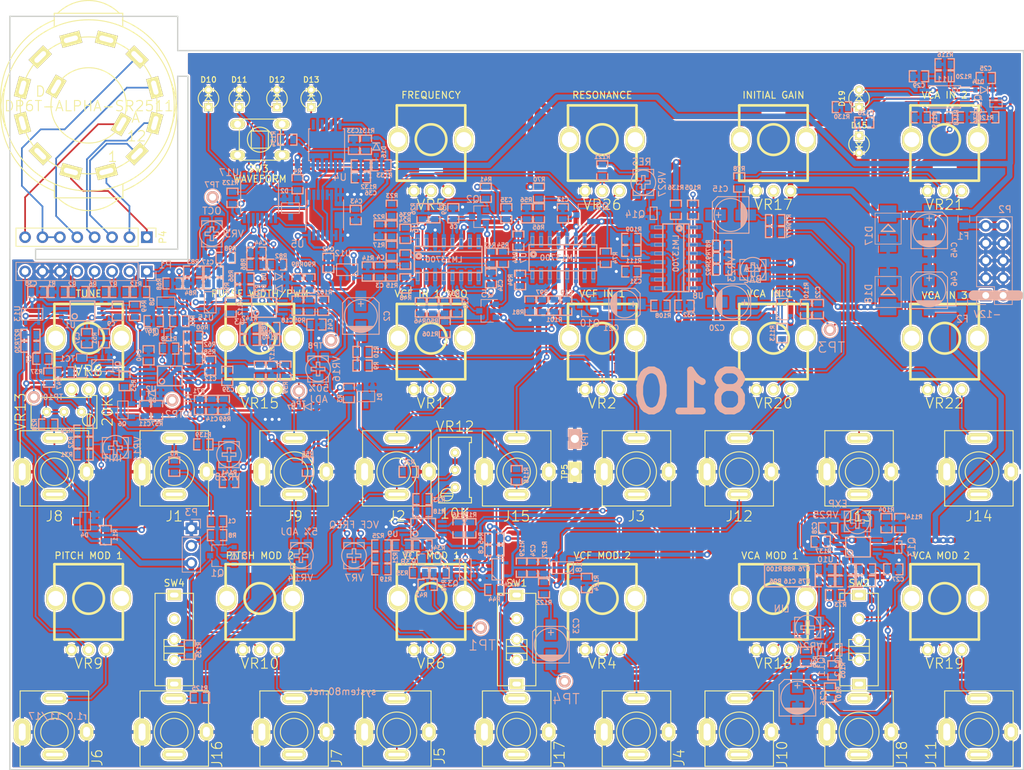
<source format=kicad_pcb>
(kicad_pcb (version 4) (host pcbnew 4.0.2-stable)
  (layers (0 F.Cu signal) (31 B.Cu signal) (34 B.Paste user) (35 F.Paste user) (36 B.SilkS user) (37 F.SilkS user hide) (38 B.Mask user) (39 F.Mask user) (44 Edge.Cuts user))
  (net 0 "")
  (net 1 "Net-(C1-Pad1)")
  (net 2 "Net-(C1-Pad2)")
  (net 3 "Net-(C2-Pad1)")
  (net 4 "Net-(C2-Pad2)")
  (net 5 "Net-(C3-Pad2)")
  (net 6 "Net-(C4-Pad1)")
  (net 7 "Net-(C5-Pad1)")
  (net 8 "Net-(C5-Pad2)")
  (net 9 "Net-(C6-Pad1)")
  (net 10 GND)
  (net 11 "Net-(C7-Pad1)")
  (net 12 "Net-(C7-Pad2)")
  (net 13 "Net-(C8-Pad1)")
  (net 14 "Net-(C8-Pad2)")
  (net 15 "Net-(C9-Pad1)")
  (net 16 "Net-(C9-Pad2)")
  (net 17 "Net-(C10-Pad1)")
  (net 18 "Net-(C11-Pad1)")
  (net 19 "Net-(C11-Pad2)")
  (net 20 "Net-(C12-Pad1)")
  (net 21 "Net-(C12-Pad2)")
  (net 22 "Net-(C13-Pad1)")
  (net 23 SYNC)
  (net 24 "Net-(C15-Pad1)")
  (net 25 "Net-(C15-Pad2)")
  (net 26 "Net-(C16-Pad1)")
  (net 27 "Net-(C16-Pad2)")
  (net 28 "Net-(C17-Pad1)")
  (net 29 "Net-(C17-Pad2)")
  (net 30 "Net-(C18-Pad1)")
  (net 31 "Net-(C18-Pad2)")
  (net 32 "Net-(C19-Pad1)")
  (net 33 "Net-(C20-Pad1)")
  (net 34 "Net-(C20-Pad2)")
  (net 35 "Net-(C21-Pad1)")
  (net 36 "Net-(C21-Pad2)")
  (net 37 "Net-(C22-Pad2)")
  (net 38 "Net-(C23-Pad1)")
  (net 39 "Net-(C23-Pad2)")
  (net 40 "Net-(C24-Pad1)")
  (net 41 VCF)
  (net 42 "Net-(C25-Pad1)")
  (net 43 "Net-(C26-Pad1)")
  (net 44 +12V)
  (net 45 -12V)
  (net 46 "Net-(C33-Pad1)")
  (net 47 "Net-(C36-Pad1)")
  (net 48 "Net-(D1-Pad3)")
  (net 49 +10V)
  (net 50 "Net-(D2-Pad3)")
  (net 51 -5V)
  (net 52 "Net-(D4-Pad3)")
  (net 53 -10V)
  (net 54 "Net-(D6-Pad2)")
  (net 55 VCO_PULSE)
  (net 56 "Net-(D8-Pad1)")
  (net 57 "Net-(D10-Pad2)")
  (net 58 "Net-(D11-Pad2)")
  (net 59 "Net-(D12-Pad2)")
  (net 60 "Net-(D13-Pad2)")
  (net 61 "Net-(D14-Pad2)")
  (net 62 "Net-(D15-Pad2)")
  (net 63 "Net-(F1-Pad1)")
  (net 64 "Net-(F2-Pad1)")
  (net 65 "Net-(J1-Pad3)")
  (net 66 "Net-(J1-Pad2)")
  (net 67 "Net-(J2-Pad3)")
  (net 68 VCO)
  (net 69 "Net-(J3-Pad3)")
  (net 70 "Net-(J3-Pad2)")
  (net 71 "Net-(J4-Pad3)")
  (net 72 "Net-(J4-Pad2)")
  (net 73 "Net-(J5-Pad3)")
  (net 74 KYBD)
  (net 75 "Net-(J6-Pad3)")
  (net 76 "Net-(J6-Pad2)")
  (net 77 "Net-(J7-Pad3)")
  (net 78 "Net-(J7-Pad2)")
  (net 79 "Net-(J8-Pad2)")
  (net 80 "Net-(J9-Pad3)")
  (net 81 "Net-(J9-Pad2)")
  (net 82 "Net-(J10-Pad3)")
  (net 83 "Net-(J10-Pad2)")
  (net 84 "Net-(J11-Pad3)")
  (net 85 "Net-(J11-Pad2)")
  (net 86 "Net-(J12-Pad3)")
  (net 87 "Net-(J13-Pad3)")
  (net 88 "Net-(J13-Pad2)")
  (net 89 "Net-(J14-Pad3)")
  (net 90 "Net-(J14-Pad2)")
  (net 91 "Net-(J15-Pad3)")
  (net 92 "Net-(J15-Pad2)")
  (net 93 "Net-(J16-Pad3)")
  (net 94 "Net-(J16-Pad2)")
  (net 95 "Net-(J17-Pad3)")
  (net 96 "Net-(J17-Pad2)")
  (net 97 "Net-(J18-Pad3)")
  (net 98 "Net-(J18-Pad2)")
  (net 99 "Net-(P1-Pad1)")
  (net 100 "Net-(P1-Pad2)")
  (net 101 "Net-(P1-Pad3)")
  (net 102 "Net-(P1-Pad4)")
  (net 103 "Net-(P1-Pad5)")
  (net 104 "Net-(P1-Pad8)")
  (net 105 "Net-(Q2-Pad1)")
  (net 106 "Net-(Q3-Pad1)")
  (net 107 "Net-(Q3-Pad2)")
  (net 108 Iabc)
  (net 109 "Net-(Q4-Pad1)")
  (net 110 "Net-(Q4-Pad2)")
  (net 111 "Net-(Q4-Pad4)")
  (net 112 "Net-(Q5-Pad1)")
  (net 113 "Net-(Q7-Pad2)")
  (net 114 "Net-(Q8-Pad2)")
  (net 115 "Net-(Q8-Pad3)")
  (net 116 "Net-(Q9-Pad1)")
  (net 117 "Net-(Q11-Pad1)")
  (net 118 "Net-(Q11-Pad2)")
  (net 119 "Net-(Q12-Pad3)")
  (net 120 "Net-(Q13-Pad1)")
  (net 121 "Net-(Q13-Pad2)")
  (net 122 "Net-(Q13-Pad3)")
  (net 123 "Net-(Q14-Pad2)")
  (net 124 "Net-(Q14-Pad3)")
  (net 125 "Net-(R9-Pad1)")
  (net 126 "Net-(R10-Pad1)")
  (net 127 "Net-(R13-Pad1)")
  (net 128 "Net-(R14-Pad2)")
  (net 129 "Net-(R16-Pad1)")
  (net 130 "Net-(R17-Pad2)")
  (net 131 "Net-(R19-Pad2)")
  (net 132 "Net-(R20-Pad2)")
  (net 133 "Net-(R21-Pad2)")
  (net 134 "Net-(R109-Pad1)")
  (net 135 "Net-(R24-Pad2)")
  (net 136 "Net-(R27-Pad1)")
  (net 137 "Net-(R29-Pad1)")
  (net 138 "Net-(R30-Pad1)")
  (net 139 "Net-(R31-Pad1)")
  (net 140 "Net-(R32-Pad1)")
  (net 141 "Net-(R33-Pad1)")
  (net 142 "Net-(R34-Pad1)")
  (net 143 "Net-(R36-Pad1)")
  (net 144 "Net-(R37-Pad1)")
  (net 145 "Net-(R38-Pad1)")
  (net 146 "Net-(R43-Pad1)")
  (net 147 "Net-(R48-Pad1)")
  (net 148 "Net-(R54-Pad1)")
  (net 149 "Net-(R55-Pad1)")
  (net 150 "Net-(R59-Pad1)")
  (net 151 VCO_SAW)
  (net 152 "Net-(R63-Pad1)")
  (net 153 "Net-(R64-Pad1)")
  (net 154 "Net-(R73-Pad1)")
  (net 155 "Net-(R74-Pad1)")
  (net 156 "Net-(R75-Pad1)")
  (net 157 "Net-(R76-Pad1)")
  (net 158 "Net-(R77-Pad1)")
  (net 159 "Net-(R78-Pad1)")
  (net 160 "Net-(R79-Pad1)")
  (net 161 "Net-(R92-Pad1)")
  (net 162 "Net-(R92-Pad2)")
  (net 163 "Net-(R94-Pad1)")
  (net 164 VCO_TRI)
  (net 165 VCO_SINE)
  (net 166 "Net-(R104-Pad2)")
  (net 167 "Net-(R105-Pad1)")
  (net 168 "Net-(R105-Pad2)")
  (net 169 "Net-(R106-Pad1)")
  (net 170 "Net-(R108-Pad1)")
  (net 171 "Net-(R118-Pad1)")
  (net 172 "Net-(R121-Pad1)")
  (net 173 "Net-(R121-Pad2)")
  (net 174 "Net-(R123-Pad2)")
  (net 175 "Net-(R124-Pad2)")
  (net 176 "Net-(R132-Pad1)")
  (net 177 "Net-(R134-Pad2)")
  (net 178 "Net-(U4-Pad2)")
  (net 179 "Net-(U4-Pad4)")
  (net 180 "Net-(U4-Pad6)")
  (net 181 "Net-(U4-Pad8)")
  (net 182 "Net-(U4-Pad10)")
  (net 183 "Net-(U4-Pad12)")
  (net 184 "Net-(U17-Pad10)")
  (net 185 "Net-(U5-Pad13)")
  (net 186 "Net-(U5-Pad14)")
  (net 187 "Net-(U17-Pad9)")
  (net 188 "Net-(U6-Pad2)")
  (net 189 "Net-(U6-Pad15)")
  (net 190 "Net-(U7-Pad2)")
  (net 191 "Net-(U7-Pad15)")
  (net 192 "Net-(U8-Pad15)")
  (net 193 "Net-(U9-Pad5)")
  (net 194 "Net-(U10-Pad5)")
  (net 195 "Net-(D3-Pad2)")
  (net 196 "Net-(P4-Pad1)")
  (net 197 "Net-(P4-Pad2)")
  (net 198 "Net-(P4-Pad3)")
  (net 199 "Net-(P4-Pad4)")
  (net 200 "Net-(P4-Pad5)")
  (net 201 "Net-(P4-Pad6)")
  (net 202 "Net-(P4-Pad8)")
  (net 203 "Net-(Q1-Pad3)")
  (net 204 "Net-(SW4-Pad3)")
  (net 205 "Net-(R136-Pad1)")
  (net 206 "Net-(R137-Pad2)")
  (net 207 "Net-(D19-Pad2)")
  (net 208 "Net-(D19-Pad1)")
  (net 209 "Net-(Q7-Pad1)")
  (net 210 "Net-(Q15-Pad2)")
  (net 211 "Net-(R112-Pad1)")
  (net 212 "Net-(R142-Pad2)")
  (net 213 "Net-(R99-Pad1)")
  (net 214 "Net-(R116-Pad2)")
  (net 215 "Net-(R139-Pad1)")
  (net 216 "Net-(R140-Pad1)")
  (net 217 "Net-(R141-Pad2)")
  (net 218 "Net-(VR11-Pad1)")
  (net 219 "Net-(VR24-Pad3)")
  (module MyModules:Bourns-3296W (layer F.Cu) (at 91.9 98.75 90)
    (fp_text reference VR13 (at 0 -6.35 90) (layer F.SilkS) (effects (font (size 1.5 1.5))))
    (fp_text value 20K (at 0 6.35 90) (layer F.SilkS) (effects (font (size 1.5 1.5))))
    (pad 2 thru_hole circle (at 0 0 90) (size 1.27 1.27) (drill 0.635) (layers *.Cu *.Mask F.SilkS) (net 12 "Net-(C7-Pad2)"))
    (pad 3 thru_hole circle (at 0 -2.54 90) (size 1.27 1.27) (drill 0.635) (layers *.Cu *.Mask F.SilkS) (net 12 "Net-(C7-Pad2)"))
    (pad 1 thru_hole circle (at 0 2.54 90) (size 1.27 1.27) (drill 0.635) (layers *.Cu *.Mask F.SilkS) (net 144 "Net-(R37-Pad1)"))
  )
  (module MyModules:PJ-301B-JACK-SLOTS (layer F.Cu) (at 108 107.5)
    (fp_text reference J1 (at 0 6.5) (layer F.SilkS) (effects (font (size 1.5 1.5))))
    (fp_text value PJ301BM hide)
    (pad 1 thru_hole oval (at -4.7 0) (size 2.5 4) (drill oval 1 2.5) (layers *.Cu *.Mask F.SilkS) (net 10 GND))
    (pad 1 thru_hole oval (at 4.7 0) (size 2 2.5) (drill oval 1 1.5) (layers *.Cu *.Mask F.SilkS) (net 10 GND))
    (pad 3 thru_hole oval (at 0 -4.9) (size 3.5 1.5) (drill oval 2.5 0.5) (layers *.Cu *.Mask F.SilkS) (net 65 "Net-(J1-Pad3)"))
    (pad 2 thru_hole oval (at 0 3.3) (size 3.5 1.5) (drill oval 2.5 0.5) (layers *.Cu *.Mask F.SilkS) (net 66 "Net-(J1-Pad2)"))
  )
  (module MyModules:TSSOP8-JRL (layer B.Cu) (at 94.5 84 90)
    (fp_text reference U1 (at -2.1 -1.7 360) (layer B.SilkS) (effects (font (size 0.8 0.8)) (justify mirror)))
    (fp_text value TL072- hide)
    (pad 1 smd rect (at -0.9554 -2.694 90) (size 0.4 1.30048) (layers B.Cu B.Paste B.Mask) (net 11 "Net-(C7-Pad1)"))
    (pad 2 smd rect (at -0.3204 -2.694 90) (size 0.4 1.30048) (layers B.Cu B.Paste B.Mask) (net 12 "Net-(C7-Pad2)"))
    (pad 3 smd rect (at 0.34 -2.694 90) (size 0.4 1.30048) (layers B.Cu B.Paste B.Mask) (net 10 GND))
    (pad 4 smd rect (at 0.975 -2.694 90) (size 0.4 1.30048) (layers B.Cu B.Paste B.Mask) (net 45 -12V))
    (pad 5 smd rect (at 0.975 2.894 90) (size 0.4 1.30048) (layers B.Cu B.Paste B.Mask) (net 10 GND))
    (pad 6 smd rect (at 0.3273 2.894 90) (size 0.4 1.30048) (layers B.Cu B.Paste B.Mask) (net 15 "Net-(C9-Pad1)"))
    (pad 7 smd rect (at -0.3204 2.894 90) (size 0.4 1.30048) (layers B.Cu B.Paste B.Mask) (net 16 "Net-(C9-Pad2)"))
    (pad 8 smd rect (at -0.9681 2.894 90) (size 0.4 1.30048) (layers B.Cu B.Paste B.Mask) (net 44 +12V))
  )
  (module MyModules:Bourns-3296W (layer F.Cu) (at 149 107.25)
    (fp_text reference VR12 (at 0 -6.35) (layer F.SilkS) (effects (font (size 1.5 1.5))))
    (fp_text value 10K (at 0 6.35) (layer F.SilkS) (effects (font (size 1.5 1.5))))
    (pad 2 thru_hole circle (at 0 0) (size 1.27 1.27) (drill 0.635) (layers *.Cu *.Mask F.SilkS) (net 7 "Net-(C5-Pad1)"))
    (pad 3 thru_hole circle (at 0 -2.54) (size 1.27 1.27) (drill 0.635) (layers *.Cu *.Mask F.SilkS) (net 7 "Net-(C5-Pad1)"))
    (pad 1 thru_hole circle (at 0 2.54) (size 1.27 1.27) (drill 0.635) (layers *.Cu *.Mask F.SilkS) (net 141 "Net-(R33-Pad1)"))
  )
  (module MyModules:TSSOP8-JRL (layer B.Cu) (at 121 83.5 90)
    (fp_text reference U3 (at -2.1 -3.45 360) (layer B.SilkS) (effects (font (size 0.8 0.8)) (justify mirror)))
    (fp_text value TL072- hide)
    (pad 1 smd rect (at -0.9554 -2.694 90) (size 0.4 1.30048) (layers B.Cu B.Paste B.Mask) (net 212 "Net-(R142-Pad2)"))
    (pad 2 smd rect (at -0.3204 -2.694 90) (size 0.4 1.30048) (layers B.Cu B.Paste B.Mask) (net 211 "Net-(R112-Pad1)"))
    (pad 3 smd rect (at 0.34 -2.694 90) (size 0.4 1.30048) (layers B.Cu B.Paste B.Mask) (net 216 "Net-(R140-Pad1)"))
    (pad 4 smd rect (at 0.975 -2.694 90) (size 0.4 1.30048) (layers B.Cu B.Paste B.Mask) (net 45 -12V))
    (pad 5 smd rect (at 0.975 2.894 90) (size 0.4 1.30048) (layers B.Cu B.Paste B.Mask) (net 56 "Net-(D8-Pad1)"))
    (pad 6 smd rect (at 0.3273 2.894 90) (size 0.4 1.30048) (layers B.Cu B.Paste B.Mask) (net 30 "Net-(C18-Pad1)"))
    (pad 7 smd rect (at -0.3204 2.894 90) (size 0.4 1.30048) (layers B.Cu B.Paste B.Mask) (net 31 "Net-(C18-Pad2)"))
    (pad 8 smd rect (at -0.9681 2.894 90) (size 0.4 1.30048) (layers B.Cu B.Paste B.Mask) (net 44 +12V))
  )
  (module MyModules:TSSOP8-JRL (layer B.Cu) (at 107.25 93.5 90)
    (fp_text reference U2 (at -1.9 -2.65 360) (layer B.SilkS) (effects (font (size 0.8 0.8)) (justify mirror)))
    (fp_text value TL072- hide)
    (pad 1 smd rect (at -0.9554 -2.694 90) (size 0.4 1.30048) (layers B.Cu B.Paste B.Mask) (net 19 "Net-(C11-Pad2)"))
    (pad 2 smd rect (at -0.3204 -2.694 90) (size 0.4 1.30048) (layers B.Cu B.Paste B.Mask) (net 111 "Net-(Q4-Pad4)"))
    (pad 3 smd rect (at 0.34 -2.694 90) (size 0.4 1.30048) (layers B.Cu B.Paste B.Mask) (net 10 GND))
    (pad 4 smd rect (at 0.975 -2.694 90) (size 0.4 1.30048) (layers B.Cu B.Paste B.Mask) (net 45 -12V))
    (pad 5 smd rect (at 0.975 2.894 90) (size 0.4 1.30048) (layers B.Cu B.Paste B.Mask) (net 21 "Net-(C12-Pad2)"))
    (pad 6 smd rect (at 0.3273 2.894 90) (size 0.4 1.30048) (layers B.Cu B.Paste B.Mask) (net 23 SYNC))
    (pad 7 smd rect (at -0.3204 2.894 90) (size 0.4 1.30048) (layers B.Cu B.Paste B.Mask) (net 20 "Net-(C12-Pad1)"))
    (pad 8 smd rect (at -0.9681 2.894 90) (size 0.4 1.30048) (layers B.Cu B.Paste B.Mask) (net 44 +12V))
  )
  (module MyModules:SM0603-C-JRL (layer B.Cu) (at 114.25 114.75)
    (fp_text reference C1 (at 2.15 -0.05) (layer B.SilkS) (effects (font (size 0.6096 0.6096) (thickness 0.1524)) (justify mirror)))
    (fp_text value 33p hide)
    (pad 1 smd rect (at -0.8509 0) (size 0.8128 1.143) (layers B.Cu B.Paste B.Mask) (net 1 "Net-(C1-Pad1)"))
    (pad 2 smd rect (at 0.8509 0) (size 0.8128 1.143) (layers B.Cu B.Paste B.Mask) (net 2 "Net-(C1-Pad2)"))
  )
  (module MyModules:jrl_c_elec_5x5.3 (layer B.Cu) (at 135.25 84.75 90)
    (fp_text reference C2 (at 0 3.81 90) (layer B.SilkS) (effects (font (size 0.8 0.8)) (justify mirror)))
    (fp_text value 10μF)
    (pad 1 smd rect (at 2.19964 0 90) (size 2.99974 1.6002) (layers B.Cu B.Paste B.Mask) (net 3 "Net-(C2-Pad1)"))
    (pad 2 smd rect (at -2.19964 0 90) (size 2.99974 1.6002) (layers B.Cu B.Paste B.Mask) (net 4 "Net-(C2-Pad2)"))
  )
  (module MyModules:SM0603-C-JRL (layer B.Cu) (at 138 78.25 90)
    (fp_text reference C3 (at -2.05 0 180) (layer B.SilkS) (effects (font (size 0.6096 0.6096) (thickness 0.1524)) (justify mirror)))
    (fp_text value 22p hide)
    (pad 1 smd rect (at -0.8509 0 90) (size 0.8128 1.143) (layers B.Cu B.Paste B.Mask) (net 3 "Net-(C2-Pad1)"))
    (pad 2 smd rect (at 0.8509 0 90) (size 0.8128 1.143) (layers B.Cu B.Paste B.Mask) (net 5 "Net-(C3-Pad2)"))
  )
  (module MyModules:SM0603-C-JRL (layer B.Cu) (at 139.75 75.25 270)
    (fp_text reference C4 (at 0.95 1.65 360) (layer B.SilkS) (effects (font (size 0.6096 0.6096) (thickness 0.1524)) (justify mirror)))
    (fp_text value 0.1μ hide)
    (pad 1 smd rect (at -0.8509 0 270) (size 0.8128 1.143) (layers B.Cu B.Paste B.Mask) (net 6 "Net-(C4-Pad1)"))
    (pad 2 smd rect (at 0.8509 0 270) (size 0.8128 1.143) (layers B.Cu B.Paste B.Mask) (net 5 "Net-(C3-Pad2)"))
  )
  (module MyModules:SM0603-C-JRL (layer B.Cu) (at 141.25 118.25 180)
    (fp_text reference C5 (at -0.85 -1.35 180) (layer B.SilkS) (effects (font (size 0.6096 0.6096) (thickness 0.1524)) (justify mirror)))
    (fp_text value 22pF hide)
    (pad 1 smd rect (at -0.8509 0 180) (size 0.8128 1.143) (layers B.Cu B.Paste B.Mask) (net 7 "Net-(C5-Pad1)"))
    (pad 2 smd rect (at 0.8509 0 180) (size 0.8128 1.143) (layers B.Cu B.Paste B.Mask) (net 8 "Net-(C5-Pad2)"))
  )
  (module MyModules:SM0603-C-JRL (layer B.Cu) (at 148.75 69.75 90)
    (fp_text reference C6 (at -1.95 0.05 180) (layer B.SilkS) (effects (font (size 0.6096 0.6096) (thickness 0.1524)) (justify mirror)))
    (fp_text value 270pF hide)
    (pad 1 smd rect (at -0.8509 0 90) (size 0.8128 1.143) (layers B.Cu B.Paste B.Mask) (net 9 "Net-(C6-Pad1)"))
    (pad 2 smd rect (at 0.8509 0 90) (size 0.8128 1.143) (layers B.Cu B.Paste B.Mask) (net 10 GND))
  )
  (module MyModules:SM0603-C-JRL (layer B.Cu) (at 88.75 91 180)
    (fp_text reference C7 (at 1.95 0 270) (layer B.SilkS) (effects (font (size 0.6096 0.6096) (thickness 0.1524)) (justify mirror)))
    (fp_text value 100p hide)
    (pad 1 smd rect (at -0.8509 0 180) (size 0.8128 1.143) (layers B.Cu B.Paste B.Mask) (net 11 "Net-(C7-Pad1)"))
    (pad 2 smd rect (at 0.8509 0 180) (size 0.8128 1.143) (layers B.Cu B.Paste B.Mask) (net 12 "Net-(C7-Pad2)"))
  )
  (module MyModules:SM0603-C-JRL (layer B.Cu) (at 154.75 119 180)
    (fp_text reference C8 (at 1.95 0.1 270) (layer B.SilkS) (effects (font (size 0.6096 0.6096) (thickness 0.1524)) (justify mirror)))
    (fp_text value 47pF hide)
    (pad 1 smd rect (at -0.8509 0 180) (size 0.8128 1.143) (layers B.Cu B.Paste B.Mask) (net 13 "Net-(C8-Pad1)"))
    (pad 2 smd rect (at 0.8509 0 180) (size 0.8128 1.143) (layers B.Cu B.Paste B.Mask) (net 14 "Net-(C8-Pad2)"))
  )
  (module MyModules:SM0603-C-JRL (layer B.Cu) (at 99.75 84 270)
    (fp_text reference C9 (at 1.9 0.95 360) (layer B.SilkS) (effects (font (size 0.6096 0.6096) (thickness 0.1524)) (justify mirror)))
    (fp_text value 100p hide)
    (pad 1 smd rect (at -0.8509 0 270) (size 0.8128 1.143) (layers B.Cu B.Paste B.Mask) (net 15 "Net-(C9-Pad1)"))
    (pad 2 smd rect (at 0.8509 0 270) (size 0.8128 1.143) (layers B.Cu B.Paste B.Mask) (net 16 "Net-(C9-Pad2)"))
  )
  (module MyModules:SM0603-C-JRL (layer B.Cu) (at 149.25 83.5 270)
    (fp_text reference C10 (at -0.7 -1.35 450) (layer B.SilkS) (effects (font (size 0.6096 0.6096) (thickness 0.1524)) (justify mirror)))
    (fp_text value 270pF hide)
    (pad 1 smd rect (at -0.8509 0 270) (size 0.8128 1.143) (layers B.Cu B.Paste B.Mask) (net 17 "Net-(C10-Pad1)"))
    (pad 2 smd rect (at 0.8509 0 270) (size 0.8128 1.143) (layers B.Cu B.Paste B.Mask) (net 10 GND))
  )
  (module MyModules:SM0603-C-JRL (layer B.Cu) (at 103.75 98.5 90)
    (fp_text reference C11 (at -2 -0.05 180) (layer B.SilkS) (effects (font (size 0.6096 0.6096) (thickness 0.1524)) (justify mirror)))
    (fp_text value 1n hide)
    (pad 1 smd rect (at -0.8509 0 90) (size 0.8128 1.143) (layers B.Cu B.Paste B.Mask) (net 18 "Net-(C11-Pad1)"))
    (pad 2 smd rect (at 0.8509 0 90) (size 0.8128 1.143) (layers B.Cu B.Paste B.Mask) (net 19 "Net-(C11-Pad2)"))
  )
  (module MyModules:SM0603-C-JRL (layer B.Cu) (at 113.25 92 90)
    (fp_text reference C12 (at -1.9 0.05 180) (layer B.SilkS) (effects (font (size 0.6096 0.6096) (thickness 0.1524)) (justify mirror)))
    (fp_text value 100p hide)
    (pad 1 smd rect (at -0.8509 0 90) (size 0.8128 1.143) (layers B.Cu B.Paste B.Mask) (net 20 "Net-(C12-Pad1)"))
    (pad 2 smd rect (at 0.8509 0 90) (size 0.8128 1.143) (layers B.Cu B.Paste B.Mask) (net 21 "Net-(C12-Pad2)"))
  )
  (module MyModules:SM0603-C-JRL (layer B.Cu) (at 164.75 69.75 90)
    (fp_text reference C13 (at 2 0 180) (layer B.SilkS) (effects (font (size 0.6096 0.6096) (thickness 0.1524)) (justify mirror)))
    (fp_text value 270pF hide)
    (pad 1 smd rect (at -0.8509 0 90) (size 0.8128 1.143) (layers B.Cu B.Paste B.Mask) (net 22 "Net-(C13-Pad1)"))
    (pad 2 smd rect (at 0.8509 0 90) (size 0.8128 1.143) (layers B.Cu B.Paste B.Mask) (net 10 GND))
  )
  (module MyModules:SM0603-C-JRL (layer B.Cu) (at 115.25 97.75 270)
    (fp_text reference C14 (at 2.05 1.75 360) (layer B.SilkS) (effects (font (size 0.6096 0.6096) (thickness 0.1524)) (justify mirror)))
    (fp_text value 10n hide)
    (pad 1 smd rect (at -0.8509 0 270) (size 0.8128 1.143) (layers B.Cu B.Paste B.Mask) (net 23 SYNC))
    (pad 2 smd rect (at 0.8509 0 270) (size 0.8128 1.143) (layers B.Cu B.Paste B.Mask) (net 10 GND))
  )
  (module MyModules:jrl_c_elec_5x5.3 (layer B.Cu) (at 189.25 70 180)
    (fp_text reference C15 (at 1.5 3.81 180) (layer B.SilkS) (effects (font (size 0.8 0.8)) (justify mirror)))
    (fp_text value 10μF)
    (pad 1 smd rect (at 2.19964 0 180) (size 2.99974 1.6002) (layers B.Cu B.Paste B.Mask) (net 24 "Net-(C15-Pad1)"))
    (pad 2 smd rect (at -2.19964 0 180) (size 2.99974 1.6002) (layers B.Cu B.Paste B.Mask) (net 25 "Net-(C15-Pad2)"))
  )
  (module MyModules:SM0603-C-JRL (layer B.Cu) (at 206 123.5 180)
    (fp_text reference C16 (at 8.1 0 180) (layer B.SilkS) (effects (font (size 0.6096 0.6096) (thickness 0.1524)) (justify mirror)))
    (fp_text value 0.01μF hide)
    (pad 1 smd rect (at -0.8509 0 180) (size 0.8128 1.143) (layers B.Cu B.Paste B.Mask) (net 26 "Net-(C16-Pad1)"))
    (pad 2 smd rect (at 0.8509 0 180) (size 0.8128 1.143) (layers B.Cu B.Paste B.Mask) (net 27 "Net-(C16-Pad2)"))
  )
  (module MyModules:SM0603-C-JRL (layer B.Cu) (at 113.75 78.25)
    (fp_text reference C17 (at -0.85 -1.35) (layer B.SilkS) (effects (font (size 0.6096 0.6096) (thickness 0.1524)) (justify mirror)))
    (fp_text value 100p hide)
    (pad 1 smd rect (at -0.8509 0) (size 0.8128 1.143) (layers B.Cu B.Paste B.Mask) (net 28 "Net-(C17-Pad1)"))
    (pad 2 smd rect (at 0.8509 0) (size 0.8128 1.143) (layers B.Cu B.Paste B.Mask) (net 29 "Net-(C17-Pad2)"))
  )
  (module MyModules:SM0603-C-JRL (layer B.Cu) (at 126 83.25 270)
    (fp_text reference C18 (at 2.15 1.5 360) (layer B.SilkS) (effects (font (size 0.6096 0.6096) (thickness 0.1524)) (justify mirror)))
    (fp_text value 100p hide)
    (pad 1 smd rect (at -0.8509 0 270) (size 0.8128 1.143) (layers B.Cu B.Paste B.Mask) (net 30 "Net-(C18-Pad1)"))
    (pad 2 smd rect (at 0.8509 0 270) (size 0.8128 1.143) (layers B.Cu B.Paste B.Mask) (net 31 "Net-(C18-Pad2)"))
  )
  (module MyModules:SM0603-C-JRL (layer B.Cu) (at 165.25 83.25 270)
    (fp_text reference C19 (at -1.95 -0.05 360) (layer B.SilkS) (effects (font (size 0.6096 0.6096) (thickness 0.1524)) (justify mirror)))
    (fp_text value 270pF hide)
    (pad 1 smd rect (at -0.8509 0 270) (size 0.8128 1.143) (layers B.Cu B.Paste B.Mask) (net 32 "Net-(C19-Pad1)"))
    (pad 2 smd rect (at 0.8509 0 270) (size 0.8128 1.143) (layers B.Cu B.Paste B.Mask) (net 10 GND))
  )
  (module MyModules:jrl_c_elec_5x5.3 (layer B.Cu) (at 189.5 82.75)
    (fp_text reference C20 (at -2.25 3.75) (layer B.SilkS) (effects (font (size 0.8 0.8)) (justify mirror)))
    (fp_text value 10μF)
    (pad 1 smd rect (at 2.19964 0) (size 2.99974 1.6002) (layers B.Cu B.Paste B.Mask) (net 33 "Net-(C20-Pad1)"))
    (pad 2 smd rect (at -2.19964 0) (size 2.99974 1.6002) (layers B.Cu B.Paste B.Mask) (net 34 "Net-(C20-Pad2)"))
  )
  (module MyModules:jrl_c_elec_4x5.3 (layer B.Cu) (at 173.75 83)
    (fp_text reference C21 (at -1.95 3.5) (layer B.SilkS) (effects (font (size 0.8 0.8)) (justify mirror)))
    (fp_text value 0.47μ)
    (pad 1 smd rect (at 1.80086 0) (size 2.60096 1.6002) (layers B.Cu B.Paste B.Mask) (net 35 "Net-(C21-Pad1)"))
    (pad 2 smd rect (at -1.80086 0) (size 2.60096 1.6002) (layers B.Cu B.Paste B.Mask) (net 36 "Net-(C21-Pad2)"))
  )
  (module MyModules:SM0603-C-JRL (layer B.Cu) (at 202 83.75 270)
    (fp_text reference C22 (at -2.45 0 270) (layer B.SilkS) (effects (font (size 0.6096 0.6096) (thickness 0.1524)) (justify mirror)))
    (fp_text value 22p hide)
    (pad 1 smd rect (at -0.8509 0 270) (size 0.8128 1.143) (layers B.Cu B.Paste B.Mask) (net 33 "Net-(C20-Pad1)"))
    (pad 2 smd rect (at 0.8509 0 270) (size 0.8128 1.143) (layers B.Cu B.Paste B.Mask) (net 37 "Net-(C22-Pad2)"))
  )
  (module MyModules:jrl_c_elec_5x5.3 (layer B.Cu) (at 163 132.75 90)
    (fp_text reference C23 (at 2.75 3.7 90) (layer B.SilkS) (effects (font (size 0.8 0.8)) (justify mirror)))
    (fp_text value 10μF)
    (pad 1 smd rect (at 2.19964 0 90) (size 2.99974 1.6002) (layers B.Cu B.Paste B.Mask) (net 38 "Net-(C23-Pad1)"))
    (pad 2 smd rect (at -2.19964 0 90) (size 2.99974 1.6002) (layers B.Cu B.Paste B.Mask) (net 39 "Net-(C23-Pad2)"))
  )
  (module MyModules:SM0603-C-JRL (layer B.Cu) (at 160.25 121.5 90)
    (fp_text reference C24 (at 2.5 0.15 270) (layer B.SilkS) (effects (font (size 0.6096 0.6096) (thickness 0.1524)) (justify mirror)))
    (fp_text value 22p hide)
    (pad 1 smd rect (at -0.8509 0 90) (size 0.8128 1.143) (layers B.Cu B.Paste B.Mask) (net 40 "Net-(C24-Pad1)"))
    (pad 2 smd rect (at 0.8509 0 90) (size 0.8128 1.143) (layers B.Cu B.Paste B.Mask) (net 41 VCF))
  )
  (module MyModules:SM0603-C-JRL (layer B.Cu) (at 226.5 50 180)
    (fp_text reference C25 (at 0 1.4 180) (layer B.SilkS) (effects (font (size 0.6096 0.6096) (thickness 0.1524)) (justify mirror)))
    (fp_text value 100n hide)
    (pad 1 smd rect (at -0.8509 0 180) (size 0.8128 1.143) (layers B.Cu B.Paste B.Mask) (net 42 "Net-(C25-Pad1)"))
    (pad 2 smd rect (at 0.8509 0 180) (size 0.8128 1.143) (layers B.Cu B.Paste B.Mask) (net 10 GND))
  )
  (module MyModules:SM0603-C-JRL (layer B.Cu) (at 213 121.75)
    (fp_text reference C27 (at 0.7 1.45) (layer B.SilkS) (effects (font (size 0.6096 0.6096) (thickness 0.1524)) (justify mirror)))
    (fp_text value 0.1µ hide)
    (pad 1 smd rect (at -0.8509 0) (size 0.8128 1.143) (layers B.Cu B.Paste B.Mask) (net 44 +12V))
    (pad 2 smd rect (at 0.8509 0) (size 0.8128 1.143) (layers B.Cu B.Paste B.Mask) (net 10 GND))
  )
  (module MyModules:SM0603-C-JRL (layer B.Cu) (at 203.5 115.75)
    (fp_text reference C28 (at -2 -0.05 270) (layer B.SilkS) (effects (font (size 0.6096 0.6096) (thickness 0.1524)) (justify mirror)))
    (fp_text value 0.1µ hide)
    (pad 1 smd rect (at -0.8509 0) (size 0.8128 1.143) (layers B.Cu B.Paste B.Mask) (net 10 GND))
    (pad 2 smd rect (at 0.8509 0) (size 0.8128 1.143) (layers B.Cu B.Paste B.Mask) (net 45 -12V))
  )
  (module MyModules:SM0603-C-JRL (layer B.Cu) (at 216.75 49.75 180)
    (fp_text reference C29 (at 0 -1.35 180) (layer B.SilkS) (effects (font (size 0.6096 0.6096) (thickness 0.1524)) (justify mirror)))
    (fp_text value 0.1µ hide)
    (pad 1 smd rect (at -0.8509 0 180) (size 0.8128 1.143) (layers B.Cu B.Paste B.Mask) (net 44 +12V))
    (pad 2 smd rect (at 0.8509 0 180) (size 0.8128 1.143) (layers B.Cu B.Paste B.Mask) (net 10 GND))
  )
  (module MyModules:SM0603-C-JRL (layer B.Cu) (at 227 55.75 180)
    (fp_text reference C30 (at 1.9 -0.1 270) (layer B.SilkS) (effects (font (size 0.6096 0.6096) (thickness 0.1524)) (justify mirror)))
    (fp_text value 0.1µ hide)
    (pad 1 smd rect (at -0.8509 0 180) (size 0.8128 1.143) (layers B.Cu B.Paste B.Mask) (net 10 GND))
    (pad 2 smd rect (at 0.8509 0 180) (size 0.8128 1.143) (layers B.Cu B.Paste B.Mask) (net 45 -12V))
  )
  (module MyModules:SM0603-C-JRL (layer B.Cu) (at 174.75 78.25 180)
    (fp_text reference C31 (at -0.65 -1.45 180) (layer B.SilkS) (effects (font (size 0.6096 0.6096) (thickness 0.1524)) (justify mirror)))
    (fp_text value 0.1µ hide)
    (pad 1 smd rect (at -0.8509 0 180) (size 0.8128 1.143) (layers B.Cu B.Paste B.Mask) (net 44 +12V))
    (pad 2 smd rect (at 0.8509 0 180) (size 0.8128 1.143) (layers B.Cu B.Paste B.Mask) (net 10 GND))
  )
  (module MyModules:SM0603-C-JRL (layer B.Cu) (at 182.5 83.25 180)
    (fp_text reference C32 (at -0.7 -1.35 180) (layer B.SilkS) (effects (font (size 0.6096 0.6096) (thickness 0.1524)) (justify mirror)))
    (fp_text value 0.1µ hide)
    (pad 1 smd rect (at -0.8509 0 180) (size 0.8128 1.143) (layers B.Cu B.Paste B.Mask) (net 10 GND))
    (pad 2 smd rect (at 0.8509 0 180) (size 0.8128 1.143) (layers B.Cu B.Paste B.Mask) (net 45 -12V))
  )
  (module MyModules:SM0603-C-JRL (layer B.Cu) (at 134.25 59.75 90)
    (fp_text reference C33 (at 2.05 -0.15 180) (layer B.SilkS) (effects (font (size 0.6096 0.6096) (thickness 0.1524)) (justify mirror)))
    (fp_text value 0.47μ hide)
    (pad 1 smd rect (at -0.8509 0 90) (size 0.8128 1.143) (layers B.Cu B.Paste B.Mask) (net 46 "Net-(C33-Pad1)"))
    (pad 2 smd rect (at 0.8509 0 90) (size 0.8128 1.143) (layers B.Cu B.Paste B.Mask) (net 10 GND))
  )
  (module MyModules:SM0603-C-JRL (layer B.Cu) (at 154.25 79.25 90)
    (fp_text reference C34 (at -1.05 1.4 90) (layer B.SilkS) (effects (font (size 0.6096 0.6096) (thickness 0.1524)) (justify mirror)))
    (fp_text value 0.1µ hide)
    (pad 1 smd rect (at -0.8509 0 90) (size 0.8128 1.143) (layers B.Cu B.Paste B.Mask) (net 44 +12V))
    (pad 2 smd rect (at 0.8509 0 90) (size 0.8128 1.143) (layers B.Cu B.Paste B.Mask) (net 10 GND))
  )
  (module MyModules:SM0603-C-JRL (layer B.Cu) (at 156.5 69.75 270)
    (fp_text reference C35 (at -1.95 0 360) (layer B.SilkS) (effects (font (size 0.6096 0.6096) (thickness 0.1524)) (justify mirror)))
    (fp_text value 0.1µ hide)
    (pad 1 smd rect (at -0.8509 0 270) (size 0.8128 1.143) (layers B.Cu B.Paste B.Mask) (net 10 GND))
    (pad 2 smd rect (at 0.8509 0 270) (size 0.8128 1.143) (layers B.Cu B.Paste B.Mask) (net 45 -12V))
  )
  (module MyModules:SM0603-C-JRL (layer B.Cu) (at 135.25 64.5 180)
    (fp_text reference C36 (at -1.45 -2.3 180) (layer B.SilkS) (effects (font (size 0.6096 0.6096) (thickness 0.1524)) (justify mirror)))
    (fp_text value 0.47μ hide)
    (pad 1 smd rect (at -0.8509 0 180) (size 0.8128 1.143) (layers B.Cu B.Paste B.Mask) (net 47 "Net-(C36-Pad1)"))
    (pad 2 smd rect (at 0.8509 0 180) (size 0.8128 1.143) (layers B.Cu B.Paste B.Mask) (net 10 GND))
  )
  (module MyModules:SM0603-C-JRL (layer B.Cu) (at 95.25 88 270)
    (fp_text reference C37 (at 0 1.4 270) (layer B.SilkS) (effects (font (size 0.6096 0.6096) (thickness 0.1524)) (justify mirror)))
    (fp_text value 0.1µ hide)
    (pad 1 smd rect (at -0.8509 0 270) (size 0.8128 1.143) (layers B.Cu B.Paste B.Mask) (net 44 +12V))
    (pad 2 smd rect (at 0.8509 0 270) (size 0.8128 1.143) (layers B.Cu B.Paste B.Mask) (net 10 GND))
  )
  (module MyModules:SM0603-C-JRL (layer B.Cu) (at 88 81.25 180)
    (fp_text reference C38 (at 0.9 1.25 360) (layer B.SilkS) (effects (font (size 0.6096 0.6096) (thickness 0.1524)) (justify mirror)))
    (fp_text value 0.1µ hide)
    (pad 1 smd rect (at -0.8509 0 180) (size 0.8128 1.143) (layers B.Cu B.Paste B.Mask) (net 10 GND))
    (pad 2 smd rect (at 0.8509 0 180) (size 0.8128 1.143) (layers B.Cu B.Paste B.Mask) (net 45 -12V))
  )
  (module MyModules:SM0603-C-JRL (layer B.Cu) (at 115.75 93.5 90)
    (fp_text reference C39 (at -2 0.15 180) (layer B.SilkS) (effects (font (size 0.6096 0.6096) (thickness 0.1524)) (justify mirror)))
    (fp_text value 0.1µ hide)
    (pad 1 smd rect (at -0.8509 0 90) (size 0.8128 1.143) (layers B.Cu B.Paste B.Mask) (net 44 +12V))
    (pad 2 smd rect (at 0.8509 0 90) (size 0.8128 1.143) (layers B.Cu B.Paste B.Mask) (net 10 GND))
  )
  (module MyModules:SM0603-C-JRL (layer B.Cu) (at 104.25 90.5 270)
    (fp_text reference C40 (at 0 1.4 270) (layer B.SilkS) (effects (font (size 0.6096 0.6096) (thickness 0.1524)) (justify mirror)))
    (fp_text value 0.1µ hide)
    (pad 1 smd rect (at -0.8509 0 270) (size 0.8128 1.143) (layers B.Cu B.Paste B.Mask) (net 10 GND))
    (pad 2 smd rect (at 0.8509 0 270) (size 0.8128 1.143) (layers B.Cu B.Paste B.Mask) (net 45 -12V))
  )
  (module MyModules:SM0603-C-JRL (layer B.Cu) (at 128.75 86)
    (fp_text reference C41 (at 2.05 0 270) (layer B.SilkS) (effects (font (size 0.6096 0.6096) (thickness 0.1524)) (justify mirror)))
    (fp_text value 0.1µ hide)
    (pad 1 smd rect (at -0.8509 0) (size 0.8128 1.143) (layers B.Cu B.Paste B.Mask) (net 44 +12V))
    (pad 2 smd rect (at 0.8509 0) (size 0.8128 1.143) (layers B.Cu B.Paste B.Mask) (net 10 GND))
  )
  (module MyModules:SM0603-C-JRL (layer B.Cu) (at 130.5 77 270)
    (fp_text reference C42 (at -2 0 360) (layer B.SilkS) (effects (font (size 0.6096 0.6096) (thickness 0.1524)) (justify mirror)))
    (fp_text value 0.1µ hide)
    (pad 1 smd rect (at -0.8509 0 270) (size 0.8128 1.143) (layers B.Cu B.Paste B.Mask) (net 10 GND))
    (pad 2 smd rect (at 0.8509 0 270) (size 0.8128 1.143) (layers B.Cu B.Paste B.Mask) (net 45 -12V))
  )
  (module MyModules:SM0603-C-JRL (layer B.Cu) (at 134.5 70 270)
    (fp_text reference C43 (at -2 -0.1 360) (layer B.SilkS) (effects (font (size 0.6096 0.6096) (thickness 0.1524)) (justify mirror)))
    (fp_text value 0.1µ hide)
    (pad 1 smd rect (at -0.8509 0 270) (size 0.8128 1.143) (layers B.Cu B.Paste B.Mask) (net 44 +12V))
    (pad 2 smd rect (at 0.8509 0 270) (size 0.8128 1.143) (layers B.Cu B.Paste B.Mask) (net 10 GND))
  )
  (module MyModules:SM0603-C-JRL (layer B.Cu) (at 120 75.5 180)
    (fp_text reference C44 (at -0.6 1.4 180) (layer B.SilkS) (effects (font (size 0.6096 0.6096) (thickness 0.1524)) (justify mirror)))
    (fp_text value 0.1µ hide)
    (pad 1 smd rect (at -0.8509 0 180) (size 0.8128 1.143) (layers B.Cu B.Paste B.Mask) (net 10 GND))
    (pad 2 smd rect (at 0.8509 0 180) (size 0.8128 1.143) (layers B.Cu B.Paste B.Mask) (net 45 -12V))
  )
  (module MyModules:jrl_c_elec_5x5.3 (layer B.Cu) (at 218.25 72.25 90)
    (fp_text reference C45 (at -2.85 3.65 90) (layer B.SilkS) (effects (font (size 0.8 0.8)) (justify mirror)))
    (fp_text value 10μF)
    (pad 1 smd rect (at 2.19964 0 90) (size 2.99974 1.6002) (layers B.Cu B.Paste B.Mask) (net 44 +12V))
    (pad 2 smd rect (at -2.19964 0 90) (size 2.99974 1.6002) (layers B.Cu B.Paste B.Mask) (net 10 GND))
  )
  (module MyModules:jrl_c_elec_5x5.3 (layer B.Cu) (at 218.25 81 90)
    (fp_text reference C46 (at 1.7 3.65 90) (layer B.SilkS) (effects (font (size 0.8 0.8)) (justify mirror)))
    (fp_text value 10μF)
    (pad 1 smd rect (at 2.19964 0 90) (size 2.99974 1.6002) (layers B.Cu B.Paste B.Mask) (net 10 GND))
    (pad 2 smd rect (at -2.19964 0 90) (size 2.99974 1.6002) (layers B.Cu B.Paste B.Mask) (net 45 -12V))
  )
  (module MyModules:SOT23-132-JRL (layer B.Cu) (at 136 96.5)
    (fp_text reference D1 (at 1.99898 0.09906 270) (layer B.SilkS) (effects (font (size 0.6096 0.6096) (thickness 0.1524)) (justify mirror)))
    (fp_text value LM4040-10.0 hide)
    (pad 3 smd rect (at 0 1.27) (size 0.70104 1.00076) (layers B.Cu B.Paste B.Mask) (net 48 "Net-(D1-Pad3)"))
    (pad 2 smd rect (at 0.9525 -1.27) (size 0.70104 1.00076) (layers B.Cu B.Paste B.Mask) (net 10 GND))
    (pad 1 smd rect (at -0.9525 -1.27) (size 0.70104 1.00076) (layers B.Cu B.Paste B.Mask) (net 49 +10V))
  )
  (module MyModules:SOT23-132-JRL (layer B.Cu) (at 125 69)
    (fp_text reference D2 (at -0.9 -2.5) (layer B.SilkS) (effects (font (size 0.6096 0.6096) (thickness 0.1524)) (justify mirror)))
    (fp_text value LM4040-5.0 hide)
    (pad 3 smd rect (at 0 1.27) (size 0.70104 1.00076) (layers B.Cu B.Paste B.Mask) (net 50 "Net-(D2-Pad3)"))
    (pad 2 smd rect (at 0.9525 -1.27) (size 0.70104 1.00076) (layers B.Cu B.Paste B.Mask) (net 51 -5V))
    (pad 1 smd rect (at -0.9525 -1.27) (size 0.70104 1.00076) (layers B.Cu B.Paste B.Mask) (net 10 GND))
  )
  (module MyModules:SOD323-C1A2 (layer B.Cu) (at 116.75 119.75 90)
    (fp_text reference D3 (at 0 1.524 90) (layer B.SilkS) (effects (font (size 0.6096 0.6096) (thickness 0.1524)) (justify mirror)))
    (fp_text value 1N4148 hide)
    (pad 2 smd rect (at -1.2446 0 90) (size 0.6096 0.762) (layers B.Cu B.Paste B.Mask) (net 195 "Net-(D3-Pad2)"))
    (pad 1 smd rect (at 1.2446 0 90) (size 0.6096 0.762) (layers B.Cu B.Paste B.Mask) (net 2 "Net-(C1-Pad2)"))
  )
  (module MyModules:SOT23-132-JRL (layer B.Cu) (at 95 114.75 270)
    (fp_text reference D4 (at 1.99898 0.09906 540) (layer B.SilkS) (effects (font (size 0.6096 0.6096) (thickness 0.1524)) (justify mirror)))
    (fp_text value LM4040-10.0 hide)
    (pad 3 smd rect (at 0 1.27 270) (size 0.70104 1.00076) (layers B.Cu B.Paste B.Mask) (net 52 "Net-(D4-Pad3)"))
    (pad 2 smd rect (at 0.9525 -1.27 270) (size 0.70104 1.00076) (layers B.Cu B.Paste B.Mask) (net 53 -10V))
    (pad 1 smd rect (at -0.9525 -1.27 270) (size 0.70104 1.00076) (layers B.Cu B.Paste B.Mask) (net 10 GND))
  )
  (module MyModules:SOD323-C1A2 (layer B.Cu) (at 104.75 96 180)
    (fp_text reference D5 (at -0.05 -1.05 180) (layer B.SilkS) (effects (font (size 0.6096 0.6096) (thickness 0.1524)) (justify mirror)))
    (fp_text value 1N4148 hide)
    (pad 2 smd rect (at -1.2446 0 180) (size 0.6096 0.762) (layers B.Cu B.Paste B.Mask) (net 10 GND))
    (pad 1 smd rect (at 1.2446 0 180) (size 0.6096 0.762) (layers B.Cu B.Paste B.Mask) (net 19 "Net-(C11-Pad2)"))
  )
  (module MyModules:SOD323-C1A2 (layer B.Cu) (at 110 96.75 90)
    (fp_text reference D6 (at -2.35 0 180) (layer B.SilkS) (effects (font (size 0.6096 0.6096) (thickness 0.1524)) (justify mirror)))
    (fp_text value 1N4148 hide)
    (pad 2 smd rect (at -1.2446 0 90) (size 0.6096 0.762) (layers B.Cu B.Paste B.Mask) (net 54 "Net-(D6-Pad2)"))
    (pad 1 smd rect (at 1.2446 0 90) (size 0.6096 0.762) (layers B.Cu B.Paste B.Mask) (net 20 "Net-(C12-Pad1)"))
  )
  (module MyModules:SOD323-C1A2 (layer B.Cu) (at 127.5 98 180)
    (fp_text reference D7 (at 2.4 -0.1 180) (layer B.SilkS) (effects (font (size 0.6096 0.6096) (thickness 0.1524)) (justify mirror)))
    (fp_text value 1N4148 hide)
    (pad 2 smd rect (at -1.2446 0 180) (size 0.6096 0.762) (layers B.Cu B.Paste B.Mask) (net 10 GND))
    (pad 1 smd rect (at 1.2446 0 180) (size 0.6096 0.762) (layers B.Cu B.Paste B.Mask) (net 55 VCO_PULSE))
  )
  (module MyModules:SOD323-C1A2 (layer B.Cu) (at 123.25 80.75 180)
    (fp_text reference D8 (at 2.15 1.75 450) (layer B.SilkS) (effects (font (size 0.6096 0.6096) (thickness 0.1524)) (justify mirror)))
    (fp_text value 1N4148 hide)
    (pad 2 smd rect (at -1.2446 0 180) (size 0.6096 0.762) (layers B.Cu B.Paste B.Mask) (net 10 GND))
    (pad 1 smd rect (at 1.2446 0 180) (size 0.6096 0.762) (layers B.Cu B.Paste B.Mask) (net 56 "Net-(D8-Pad1)"))
  )
  (module MyModules:SOD323-C1A2 (layer B.Cu) (at 123.25 79)
    (fp_text reference D9 (at -2.15 1.7 90) (layer B.SilkS) (effects (font (size 0.6096 0.6096) (thickness 0.1524)) (justify mirror)))
    (fp_text value 1N4148 hide)
    (pad 2 smd rect (at -1.2446 0) (size 0.6096 0.762) (layers B.Cu B.Paste B.Mask) (net 56 "Net-(D8-Pad1)"))
    (pad 1 smd rect (at 1.2446 0) (size 0.6096 0.762) (layers B.Cu B.Paste B.Mask) (net 10 GND))
  )
  (module MyModules:3MM-LED-C1A2 (layer F.Cu) (at 113 53 90)
    (fp_text reference D10 (at 2.75 0 180) (layer F.SilkS) (effects (font (size 0.8128 0.8128))))
    (fp_text value LED hide)
    (pad 2 thru_hole rect (at -1.27 0 90) (size 1.2 1.2) (drill 0.65) (layers *.Cu *.Mask F.SilkS) (net 57 "Net-(D10-Pad2)"))
    (pad 1 thru_hole circle (at 1.27 0 90) (size 1.2 1.2) (drill 0.65) (layers *.Cu *.Mask F.SilkS) (net 10 GND))
  )
  (module MyModules:3MM-LED-C1A2 (layer F.Cu) (at 117.5 53 90)
    (fp_text reference D11 (at 2.75 0 180) (layer F.SilkS) (effects (font (size 0.8128 0.8128))))
    (fp_text value LED hide)
    (pad 2 thru_hole rect (at -1.27 0 90) (size 1.2 1.2) (drill 0.65) (layers *.Cu *.Mask F.SilkS) (net 58 "Net-(D11-Pad2)"))
    (pad 1 thru_hole circle (at 1.27 0 90) (size 1.2 1.2) (drill 0.65) (layers *.Cu *.Mask F.SilkS) (net 10 GND))
  )
  (module MyModules:3MM-LED-C1A2 (layer F.Cu) (at 123 53 90)
    (fp_text reference D12 (at 2.75 0 180) (layer F.SilkS) (effects (font (size 0.8128 0.8128))))
    (fp_text value LED hide)
    (pad 2 thru_hole rect (at -1.27 0 90) (size 1.2 1.2) (drill 0.65) (layers *.Cu *.Mask F.SilkS) (net 59 "Net-(D12-Pad2)"))
    (pad 1 thru_hole circle (at 1.27 0 90) (size 1.2 1.2) (drill 0.65) (layers *.Cu *.Mask F.SilkS) (net 10 GND))
  )
  (module MyModules:3MM-LED-C1A2 (layer F.Cu) (at 128 53 90)
    (fp_text reference D13 (at 2.75 0 180) (layer F.SilkS) (effects (font (size 0.8128 0.8128))))
    (fp_text value LED hide)
    (pad 2 thru_hole rect (at -1.27 0 90) (size 1.2 1.2) (drill 0.65) (layers *.Cu *.Mask F.SilkS) (net 60 "Net-(D13-Pad2)"))
    (pad 1 thru_hole circle (at 1.27 0 90) (size 1.2 1.2) (drill 0.65) (layers *.Cu *.Mask F.SilkS) (net 10 GND))
  )
  (module MyModules:SOD323-C1A2 (layer B.Cu) (at 226.25 51.75)
    (fp_text reference D14 (at -0.85 -1.2) (layer B.SilkS) (effects (font (size 0.6096 0.6096) (thickness 0.1524)) (justify mirror)))
    (fp_text value 1N4148 hide)
    (pad 2 smd rect (at -1.2446 0) (size 0.6096 0.762) (layers B.Cu B.Paste B.Mask) (net 61 "Net-(D14-Pad2)"))
    (pad 1 smd rect (at 1.2446 0) (size 0.6096 0.762) (layers B.Cu B.Paste B.Mask) (net 42 "Net-(C25-Pad1)"))
  )
  (module MyModules:SOD323-C1A2 (layer B.Cu) (at 137.5 60 90)
    (fp_text reference D16 (at -0.8 1.1 270) (layer B.SilkS) (effects (font (size 0.6096 0.6096) (thickness 0.1524)) (justify mirror)))
    (fp_text value 1N914 hide)
    (pad 2 smd rect (at -1.2446 0 90) (size 0.6096 0.762) (layers B.Cu B.Paste B.Mask) (net 47 "Net-(C36-Pad1)"))
    (pad 1 smd rect (at 1.2446 0 90) (size 0.6096 0.762) (layers B.Cu B.Paste B.Mask) (net 44 +12V))
  )
  (module MyModules:SMB-1C2A (layer B.Cu) (at 212.25 72 270)
    (fp_text reference D17 (at 1.016 2.794 270) (layer B.SilkS) (effects (justify mirror)))
    (fp_text value S1BB hide)
    (pad 2 smd rect (at 2.19964 0 270) (size 2.39776 2.39776) (layers B.Cu B.Paste B.Mask) (net 10 GND))
    (pad 1 smd rect (at -2.19964 0 270) (size 2.39776 2.39776) (layers B.Cu B.Paste B.Mask) (net 44 +12V))
  )
  (module MyModules:SMB-1C2A (layer B.Cu) (at 212.25 81.25 270)
    (fp_text reference D18 (at 0.25 2.85 270) (layer B.SilkS) (effects (justify mirror)))
    (fp_text value S1BB hide)
    (pad 2 smd rect (at 2.19964 0 270) (size 2.39776 2.39776) (layers B.Cu B.Paste B.Mask) (net 45 -12V))
    (pad 1 smd rect (at -2.19964 0 270) (size 2.39776 2.39776) (layers B.Cu B.Paste B.Mask) (net 10 GND))
  )
  (module Capacitors_SMD:C_0805 (layer B.Cu) (at 223.3 70.6 90)
    (fp_text reference F1 (at -2.5 -0.1 180) (layer B.SilkS) (effects (justify mirror)))
    (fp_text value "PTC 0.1A")
    (pad 1 smd rect (at -1 0 90) (size 1 1.25) (layers B.Cu B.Paste B.Mask) (net 63 "Net-(F1-Pad1)"))
    (pad 2 smd rect (at 1 0 90) (size 1 1.25) (layers B.Cu B.Paste B.Mask) (net 44 +12V))
  )
  (module Capacitors_SMD:C_0805 (layer B.Cu) (at 223 82.75 270)
    (fp_text reference F2 (at 2.45 -0.1 360) (layer B.SilkS) (effects (justify mirror)))
    (fp_text value "PTC 0.1A")
    (pad 1 smd rect (at -1 0 270) (size 1 1.25) (layers B.Cu B.Paste B.Mask) (net 64 "Net-(F2-Pad1)"))
    (pad 2 smd rect (at 1 0 270) (size 1 1.25) (layers B.Cu B.Paste B.Mask) (net 45 -12V))
  )
  (module MyModules:PJ-301B-JACK-SLOTS (layer F.Cu) (at 140.5 107.5)
    (fp_text reference J2 (at 0 6.5) (layer F.SilkS) (effects (font (size 1.5 1.5))))
    (fp_text value PJ301BM hide)
    (pad 1 thru_hole oval (at -4.7 0) (size 2.5 4) (drill oval 1 2.5) (layers *.Cu *.Mask F.SilkS) (net 10 GND))
    (pad 1 thru_hole oval (at 4.7 0) (size 2 2.5) (drill oval 1 1.5) (layers *.Cu *.Mask F.SilkS) (net 10 GND))
    (pad 3 thru_hole oval (at 0 -4.9) (size 3.5 1.5) (drill oval 2.5 0.5) (layers *.Cu *.Mask F.SilkS) (net 67 "Net-(J2-Pad3)"))
    (pad 2 thru_hole oval (at 0 3.3) (size 3.5 1.5) (drill oval 2.5 0.5) (layers *.Cu *.Mask F.SilkS) (net 68 VCO))
  )
  (module MyModules:PJ-301B-JACK-SLOTS (layer F.Cu) (at 175.5 107.5)
    (fp_text reference J3 (at 0 6.5) (layer F.SilkS) (effects (font (size 1.5 1.5))))
    (fp_text value PJ301BM hide)
    (pad 1 thru_hole oval (at -4.7 0) (size 2.5 4) (drill oval 1 2.5) (layers *.Cu *.Mask F.SilkS) (net 10 GND))
    (pad 1 thru_hole oval (at 4.7 0) (size 2 2.5) (drill oval 1 1.5) (layers *.Cu *.Mask F.SilkS) (net 10 GND))
    (pad 3 thru_hole oval (at 0 -4.9) (size 3.5 1.5) (drill oval 2.5 0.5) (layers *.Cu *.Mask F.SilkS) (net 69 "Net-(J3-Pad3)"))
    (pad 2 thru_hole oval (at 0 3.3) (size 3.5 1.5) (drill oval 2.5 0.5) (layers *.Cu *.Mask F.SilkS) (net 70 "Net-(J3-Pad2)"))
  )
  (module MyModules:PJ-301B-JACK-SLOTS (layer F.Cu) (at 175.5 145.5)
    (fp_text reference J4 (at 6.25 3.75 90) (layer F.SilkS) (effects (font (size 1.5 1.5))))
    (fp_text value PJ301B hide)
    (pad 1 thru_hole oval (at -4.7 0) (size 2.5 4) (drill oval 1 2.5) (layers *.Cu *.Mask F.SilkS) (net 10 GND))
    (pad 1 thru_hole oval (at 4.7 0) (size 2 2.5) (drill oval 1 1.5) (layers *.Cu *.Mask F.SilkS) (net 10 GND))
    (pad 3 thru_hole oval (at 0 -4.9) (size 3.5 1.5) (drill oval 2.5 0.5) (layers *.Cu *.Mask F.SilkS) (net 71 "Net-(J4-Pad3)"))
    (pad 2 thru_hole oval (at 0 3.3) (size 3.5 1.5) (drill oval 2.5 0.5) (layers *.Cu *.Mask F.SilkS) (net 72 "Net-(J4-Pad2)"))
  )
  (module MyModules:PJ-301B-JACK-SLOTS (layer F.Cu) (at 140.5 145.5)
    (fp_text reference J5 (at 6.25 3.5 90) (layer F.SilkS) (effects (font (size 1.5 1.5))))
    (fp_text value PJ301B hide)
    (pad 1 thru_hole oval (at -4.7 0) (size 2.5 4) (drill oval 1 2.5) (layers *.Cu *.Mask F.SilkS) (net 10 GND))
    (pad 1 thru_hole oval (at 4.7 0) (size 2 2.5) (drill oval 1 1.5) (layers *.Cu *.Mask F.SilkS) (net 10 GND))
    (pad 3 thru_hole oval (at 0 -4.9) (size 3.5 1.5) (drill oval 2.5 0.5) (layers *.Cu *.Mask F.SilkS) (net 73 "Net-(J5-Pad3)"))
    (pad 2 thru_hole oval (at 0 3.3) (size 3.5 1.5) (drill oval 2.5 0.5) (layers *.Cu *.Mask F.SilkS) (net 74 KYBD))
  )
  (module MyModules:PJ-301B-JACK-SLOTS (layer F.Cu) (at 90.5 145.5)
    (fp_text reference J6 (at 6.25 3.75 90) (layer F.SilkS) (effects (font (size 1.5 1.5))))
    (fp_text value PJ301BM hide)
    (pad 1 thru_hole oval (at -4.7 0) (size 2.5 4) (drill oval 1 2.5) (layers *.Cu *.Mask F.SilkS) (net 10 GND))
    (pad 1 thru_hole oval (at 4.7 0) (size 2 2.5) (drill oval 1 1.5) (layers *.Cu *.Mask F.SilkS) (net 10 GND))
    (pad 3 thru_hole oval (at 0 -4.9) (size 3.5 1.5) (drill oval 2.5 0.5) (layers *.Cu *.Mask F.SilkS) (net 75 "Net-(J6-Pad3)"))
    (pad 2 thru_hole oval (at 0 3.3) (size 3.5 1.5) (drill oval 2.5 0.5) (layers *.Cu *.Mask F.SilkS) (net 76 "Net-(J6-Pad2)"))
  )
  (module MyModules:PJ-301B-JACK-SLOTS (layer F.Cu) (at 125.5 145.5)
    (fp_text reference J7 (at 6.25 3.75 90) (layer F.SilkS) (effects (font (size 1.5 1.5))))
    (fp_text value PJ301BM hide)
    (pad 1 thru_hole oval (at -4.7 0) (size 2.5 4) (drill oval 1 2.5) (layers *.Cu *.Mask F.SilkS) (net 10 GND))
    (pad 1 thru_hole oval (at 4.7 0) (size 2 2.5) (drill oval 1 1.5) (layers *.Cu *.Mask F.SilkS) (net 10 GND))
    (pad 3 thru_hole oval (at 0 -4.9) (size 3.5 1.5) (drill oval 2.5 0.5) (layers *.Cu *.Mask F.SilkS) (net 77 "Net-(J7-Pad3)"))
    (pad 2 thru_hole oval (at 0 3.3) (size 3.5 1.5) (drill oval 2.5 0.5) (layers *.Cu *.Mask F.SilkS) (net 78 "Net-(J7-Pad2)"))
  )
  (module MyModules:PJ-301B-JACK-SLOTS (layer F.Cu) (at 90.5 107.5)
    (fp_text reference J8 (at 0 6.5) (layer F.SilkS) (effects (font (size 1.5 1.5))))
    (fp_text value PJ301BM hide)
    (pad 1 thru_hole oval (at -4.7 0) (size 2.5 4) (drill oval 1 2.5) (layers *.Cu *.Mask F.SilkS) (net 10 GND))
    (pad 1 thru_hole oval (at 4.7 0) (size 2 2.5) (drill oval 1 1.5) (layers *.Cu *.Mask F.SilkS) (net 10 GND))
    (pad 3 thru_hole oval (at 0 -4.9) (size 3.5 1.5) (drill oval 2.5 0.5) (layers *.Cu *.Mask F.SilkS) (net 74 KYBD))
    (pad 2 thru_hole oval (at 0 3.3) (size 3.5 1.5) (drill oval 2.5 0.5) (layers *.Cu *.Mask F.SilkS) (net 79 "Net-(J8-Pad2)"))
  )
  (module MyModules:PJ-301B-JACK-SLOTS (layer F.Cu) (at 125.5 107.5)
    (fp_text reference J9 (at 0 6.5) (layer F.SilkS) (effects (font (size 1.5 1.5))))
    (fp_text value PJ301BM hide)
    (pad 1 thru_hole oval (at -4.7 0) (size 2.5 4) (drill oval 1 2.5) (layers *.Cu *.Mask F.SilkS) (net 10 GND))
    (pad 1 thru_hole oval (at 4.7 0) (size 2 2.5) (drill oval 1 1.5) (layers *.Cu *.Mask F.SilkS) (net 10 GND))
    (pad 3 thru_hole oval (at 0 -4.9) (size 3.5 1.5) (drill oval 2.5 0.5) (layers *.Cu *.Mask F.SilkS) (net 80 "Net-(J9-Pad3)"))
    (pad 2 thru_hole oval (at 0 3.3) (size 3.5 1.5) (drill oval 2.5 0.5) (layers *.Cu *.Mask F.SilkS) (net 81 "Net-(J9-Pad2)"))
  )
  (module MyModules:PJ-301B-JACK-SLOTS (layer F.Cu) (at 190.5 145.5)
    (fp_text reference J10 (at 6.25 3.25 90) (layer F.SilkS) (effects (font (size 1.5 1.5))))
    (fp_text value PJ301BM hide)
    (pad 1 thru_hole oval (at -4.7 0) (size 2.5 4) (drill oval 1 2.5) (layers *.Cu *.Mask F.SilkS) (net 10 GND))
    (pad 1 thru_hole oval (at 4.7 0) (size 2 2.5) (drill oval 1 1.5) (layers *.Cu *.Mask F.SilkS) (net 10 GND))
    (pad 3 thru_hole oval (at 0 -4.9) (size 3.5 1.5) (drill oval 2.5 0.5) (layers *.Cu *.Mask F.SilkS) (net 82 "Net-(J10-Pad3)"))
    (pad 2 thru_hole oval (at 0 3.3) (size 3.5 1.5) (drill oval 2.5 0.5) (layers *.Cu *.Mask F.SilkS) (net 83 "Net-(J10-Pad2)"))
  )
  (module MyModules:PJ-301B-JACK-SLOTS (layer F.Cu) (at 225.5 145.5)
    (fp_text reference J11 (at -7 3.25 270) (layer F.SilkS) (effects (font (size 1.5 1.5))))
    (fp_text value PJ301BM hide)
    (pad 1 thru_hole oval (at -4.7 0) (size 2.5 4) (drill oval 1 2.5) (layers *.Cu *.Mask F.SilkS) (net 10 GND))
    (pad 1 thru_hole oval (at 4.7 0) (size 2 2.5) (drill oval 1 1.5) (layers *.Cu *.Mask F.SilkS) (net 10 GND))
    (pad 3 thru_hole oval (at 0 -4.9) (size 3.5 1.5) (drill oval 2.5 0.5) (layers *.Cu *.Mask F.SilkS) (net 84 "Net-(J11-Pad3)"))
    (pad 2 thru_hole oval (at 0 3.3) (size 3.5 1.5) (drill oval 2.5 0.5) (layers *.Cu *.Mask F.SilkS) (net 85 "Net-(J11-Pad2)"))
  )
  (module MyModules:PJ-301B-JACK-SLOTS (layer F.Cu) (at 190.5 107.5)
    (fp_text reference J12 (at 0 6.5) (layer F.SilkS) (effects (font (size 1.5 1.5))))
    (fp_text value PJ301BM hide)
    (pad 1 thru_hole oval (at -4.7 0) (size 2.5 4) (drill oval 1 2.5) (layers *.Cu *.Mask F.SilkS) (net 10 GND))
    (pad 1 thru_hole oval (at 4.7 0) (size 2 2.5) (drill oval 1 1.5) (layers *.Cu *.Mask F.SilkS) (net 10 GND))
    (pad 3 thru_hole oval (at 0 -4.9) (size 3.5 1.5) (drill oval 2.5 0.5) (layers *.Cu *.Mask F.SilkS) (net 86 "Net-(J12-Pad3)"))
    (pad 2 thru_hole oval (at 0 3.3) (size 3.5 1.5) (drill oval 2.5 0.5) (layers *.Cu *.Mask F.SilkS) (net 41 VCF))
  )
  (module MyModules:PJ-301B-JACK-SLOTS (layer F.Cu) (at 208 107.5)
    (fp_text reference J13 (at 0 6.5) (layer F.SilkS) (effects (font (size 1.5 1.5))))
    (fp_text value PJ301BM hide)
    (pad 1 thru_hole oval (at -4.7 0) (size 2.5 4) (drill oval 1 2.5) (layers *.Cu *.Mask F.SilkS) (net 10 GND))
    (pad 1 thru_hole oval (at 4.7 0) (size 2 2.5) (drill oval 1 1.5) (layers *.Cu *.Mask F.SilkS) (net 10 GND))
    (pad 3 thru_hole oval (at 0 -4.9) (size 3.5 1.5) (drill oval 2.5 0.5) (layers *.Cu *.Mask F.SilkS) (net 87 "Net-(J13-Pad3)"))
    (pad 2 thru_hole oval (at 0 3.3) (size 3.5 1.5) (drill oval 2.5 0.5) (layers *.Cu *.Mask F.SilkS) (net 88 "Net-(J13-Pad2)"))
  )
  (module MyModules:PJ-301B-JACK-SLOTS (layer F.Cu) (at 225.5 107.5)
    (fp_text reference J14 (at 0 6.5) (layer F.SilkS) (effects (font (size 1.5 1.5))))
    (fp_text value PJ301BM hide)
    (pad 1 thru_hole oval (at -4.7 0) (size 2.5 4) (drill oval 1 2.5) (layers *.Cu *.Mask F.SilkS) (net 10 GND))
    (pad 1 thru_hole oval (at 4.7 0) (size 2 2.5) (drill oval 1 1.5) (layers *.Cu *.Mask F.SilkS) (net 10 GND))
    (pad 3 thru_hole oval (at 0 -4.9) (size 3.5 1.5) (drill oval 2.5 0.5) (layers *.Cu *.Mask F.SilkS) (net 89 "Net-(J14-Pad3)"))
    (pad 2 thru_hole oval (at 0 3.3) (size 3.5 1.5) (drill oval 2.5 0.5) (layers *.Cu *.Mask F.SilkS) (net 90 "Net-(J14-Pad2)"))
  )
  (module MyModules:PJ-301B-JACK-SLOTS (layer F.Cu) (at 158 107.5)
    (fp_text reference J15 (at 0 6.5) (layer F.SilkS) (effects (font (size 1.5 1.5))))
    (fp_text value JACK_MONO_SW hide)
    (pad 1 thru_hole oval (at -4.7 0) (size 2.5 4) (drill oval 1 2.5) (layers *.Cu *.Mask F.SilkS) (net 10 GND))
    (pad 1 thru_hole oval (at 4.7 0) (size 2 2.5) (drill oval 1 1.5) (layers *.Cu *.Mask F.SilkS) (net 10 GND))
    (pad 3 thru_hole oval (at 0 -4.9) (size 3.5 1.5) (drill oval 2.5 0.5) (layers *.Cu *.Mask F.SilkS) (net 91 "Net-(J15-Pad3)"))
    (pad 2 thru_hole oval (at 0 3.3) (size 3.5 1.5) (drill oval 2.5 0.5) (layers *.Cu *.Mask F.SilkS) (net 92 "Net-(J15-Pad2)"))
  )
  (module MyModules:PJ-301B-JACK-SLOTS (layer F.Cu) (at 108 145.5)
    (fp_text reference J16 (at 6.25 3.25 90) (layer F.SilkS) (effects (font (size 1.5 1.5))))
    (fp_text value PJ301BM hide)
    (pad 1 thru_hole oval (at -4.7 0) (size 2.5 4) (drill oval 1 2.5) (layers *.Cu *.Mask F.SilkS) (net 10 GND))
    (pad 1 thru_hole oval (at 4.7 0) (size 2 2.5) (drill oval 1 1.5) (layers *.Cu *.Mask F.SilkS) (net 10 GND))
    (pad 3 thru_hole oval (at 0 -4.9) (size 3.5 1.5) (drill oval 2.5 0.5) (layers *.Cu *.Mask F.SilkS) (net 93 "Net-(J16-Pad3)"))
    (pad 2 thru_hole oval (at 0 3.3) (size 3.5 1.5) (drill oval 2.5 0.5) (layers *.Cu *.Mask F.SilkS) (net 94 "Net-(J16-Pad2)"))
  )
  (module MyModules:PJ-301B-JACK-SLOTS (layer F.Cu) (at 158 145.5)
    (fp_text reference J17 (at 6.25 3.25 90) (layer F.SilkS) (effects (font (size 1.5 1.5))))
    (fp_text value PJ301B hide)
    (pad 1 thru_hole oval (at -4.7 0) (size 2.5 4) (drill oval 1 2.5) (layers *.Cu *.Mask F.SilkS) (net 10 GND))
    (pad 1 thru_hole oval (at 4.7 0) (size 2 2.5) (drill oval 1 1.5) (layers *.Cu *.Mask F.SilkS) (net 10 GND))
    (pad 3 thru_hole oval (at 0 -4.9) (size 3.5 1.5) (drill oval 2.5 0.5) (layers *.Cu *.Mask F.SilkS) (net 95 "Net-(J17-Pad3)"))
    (pad 2 thru_hole oval (at 0 3.3) (size 3.5 1.5) (drill oval 2.5 0.5) (layers *.Cu *.Mask F.SilkS) (net 96 "Net-(J17-Pad2)"))
  )
  (module MyModules:PJ-301B-JACK-SLOTS (layer F.Cu) (at 208 145.5)
    (fp_text reference J18 (at 6.25 3.25 90) (layer F.SilkS) (effects (font (size 1.5 1.5))))
    (fp_text value PJ301B hide)
    (pad 1 thru_hole oval (at -4.7 0) (size 2.5 4) (drill oval 1 2.5) (layers *.Cu *.Mask F.SilkS) (net 10 GND))
    (pad 1 thru_hole oval (at 4.7 0) (size 2 2.5) (drill oval 1 1.5) (layers *.Cu *.Mask F.SilkS) (net 10 GND))
    (pad 3 thru_hole oval (at 0 -4.9) (size 3.5 1.5) (drill oval 2.5 0.5) (layers *.Cu *.Mask F.SilkS) (net 97 "Net-(J18-Pad3)"))
    (pad 2 thru_hole oval (at 0 3.3) (size 3.5 1.5) (drill oval 2.5 0.5) (layers *.Cu *.Mask F.SilkS) (net 98 "Net-(J18-Pad2)"))
  )
  (module Pin_Headers:Pin_Header_Straight_2x05_Pitch2.54mm (layer B.Cu) (at 226.5 81.75)
    (fp_text reference P2 (at 2.8 -12.55) (layer B.SilkS) (effects (justify mirror)))
    (fp_text value CONN_02X05)
    (pad 1 thru_hole rect (at 0 0) (size 1.7 1.7) (drill 1) (layers *.Cu *.Mask) (net 64 "Net-(F2-Pad1)"))
    (pad 2 thru_hole oval (at 2.54 0) (size 1.7 1.7) (drill 1) (layers *.Cu *.Mask) (net 64 "Net-(F2-Pad1)"))
    (pad 3 thru_hole oval (at 0 -2.54) (size 1.7 1.7) (drill 1) (layers *.Cu *.Mask) (net 10 GND))
    (pad 4 thru_hole oval (at 2.54 -2.54) (size 1.7 1.7) (drill 1) (layers *.Cu *.Mask) (net 10 GND))
    (pad 5 thru_hole oval (at 0 -5.08) (size 1.7 1.7) (drill 1) (layers *.Cu *.Mask) (net 10 GND))
    (pad 6 thru_hole oval (at 2.54 -5.08) (size 1.7 1.7) (drill 1) (layers *.Cu *.Mask) (net 10 GND))
    (pad 7 thru_hole oval (at 0 -7.62) (size 1.7 1.7) (drill 1) (layers *.Cu *.Mask) (net 10 GND))
    (pad 8 thru_hole oval (at 2.54 -7.62) (size 1.7 1.7) (drill 1) (layers *.Cu *.Mask) (net 10 GND))
    (pad 9 thru_hole oval (at 0 -10.16) (size 1.7 1.7) (drill 1) (layers *.Cu *.Mask) (net 63 "Net-(F1-Pad1)"))
    (pad 10 thru_hole oval (at 2.54 -10.16) (size 1.7 1.7) (drill 1) (layers *.Cu *.Mask) (net 63 "Net-(F1-Pad1)"))
  )
  (module TO_SOT_Packages_SMD:SOT-23 (layer B.Cu) (at 114.25 119.75 180)
    (fp_text reference Q1 (at -0.05 -2.55 180) (layer B.SilkS) (effects (justify mirror)))
    (fp_text value PMBT2369)
    (pad 1 smd rect (at -1 0.95 180) (size 0.9 0.8) (layers B.Cu B.Paste B.Mask) (net 2 "Net-(C1-Pad2)"))
    (pad 2 smd rect (at -1 -0.95 180) (size 0.9 0.8) (layers B.Cu B.Paste B.Mask) (net 195 "Net-(D3-Pad2)"))
    (pad 3 smd rect (at 1 0 180) (size 0.9 0.8) (layers B.Cu B.Paste B.Mask) (net 203 "Net-(Q1-Pad3)"))
  )
  (module MyModules:SOT23-132-JRL (layer B.Cu) (at 100.5 98.5 270)
    (fp_text reference Q6 (at 1.99898 0.09906 540) (layer B.SilkS) (effects (font (size 0.6096 0.6096) (thickness 0.1524)) (justify mirror)))
    (fp_text value MMBF4391LT1G hide)
    (pad 3 smd rect (at 0 1.27 270) (size 0.70104 1.00076) (layers B.Cu B.Paste B.Mask) (net 54 "Net-(D6-Pad2)"))
    (pad 2 smd rect (at 0.9525 -1.27 270) (size 0.70104 1.00076) (layers B.Cu B.Paste B.Mask) (net 18 "Net-(C11-Pad1)"))
    (pad 1 smd rect (at -0.9525 -1.27 270) (size 0.70104 1.00076) (layers B.Cu B.Paste B.Mask) (net 19 "Net-(C11-Pad2)"))
  )
  (module MyModules:SM0603-R-JRL (layer B.Cu) (at 91 81.25 180)
    (fp_text reference R1 (at 0.9 1.25 180) (layer B.SilkS) (effects (font (size 0.6096 0.6096) (thickness 0.1524)) (justify mirror)))
    (fp_text value 1K hide)
    (pad 1 smd rect (at -0.8509 0 180) (size 0.8128 1.143) (layers B.Cu B.Paste B.Mask) (net 103 "Net-(P1-Pad5)"))
    (pad 2 smd rect (at 0.8509 0 180) (size 0.8128 1.143) (layers B.Cu B.Paste B.Mask) (net 10 GND))
  )
  (module MyModules:SM0603-R-JRL (layer B.Cu) (at 94 81.25 180)
    (fp_text reference R2 (at 0.9 1.15 180) (layer B.SilkS) (effects (font (size 0.6096 0.6096) (thickness 0.1524)) (justify mirror)))
    (fp_text value 1K hide)
    (pad 1 smd rect (at -0.8509 0 180) (size 0.8128 1.143) (layers B.Cu B.Paste B.Mask) (net 102 "Net-(P1-Pad4)"))
    (pad 2 smd rect (at 0.8509 0 180) (size 0.8128 1.143) (layers B.Cu B.Paste B.Mask) (net 103 "Net-(P1-Pad5)"))
  )
  (module MyModules:SM0603-R-JRL (layer B.Cu) (at 133.5 96 90)
    (fp_text reference R3 (at -0.8 -1.3 90) (layer B.SilkS) (effects (font (size 0.6096 0.6096) (thickness 0.1524)) (justify mirror)))
    (fp_text value 2.2K hide)
    (pad 1 smd rect (at -0.8509 0 90) (size 0.8128 1.143) (layers B.Cu B.Paste B.Mask) (net 44 +12V))
    (pad 2 smd rect (at 0.8509 0 90) (size 0.8128 1.143) (layers B.Cu B.Paste B.Mask) (net 49 +10V))
  )
  (module MyModules:SM0603-R-JRL (layer B.Cu) (at 126 65.5 270)
    (fp_text reference R4 (at -1.9 0 360) (layer B.SilkS) (effects (font (size 0.6096 0.6096) (thickness 0.1524)) (justify mirror)))
    (fp_text value 2.2K hide)
    (pad 1 smd rect (at -0.8509 0 270) (size 0.8128 1.143) (layers B.Cu B.Paste B.Mask) (net 45 -12V))
    (pad 2 smd rect (at 0.8509 0 270) (size 0.8128 1.143) (layers B.Cu B.Paste B.Mask) (net 51 -5V))
  )
  (module MyModules:SM0603-R-JRL (layer B.Cu) (at 108 106.75 270)
    (fp_text reference R5 (at -1.95 0 360) (layer B.SilkS) (effects (font (size 0.6096 0.6096) (thickness 0.1524)) (justify mirror)))
    (fp_text value 100K hide)
    (pad 1 smd rect (at -0.8509 0 270) (size 0.8128 1.143) (layers B.Cu B.Paste B.Mask) (net 65 "Net-(J1-Pad3)"))
    (pad 2 smd rect (at 0.8509 0 270) (size 0.8128 1.143) (layers B.Cu B.Paste B.Mask) (net 1 "Net-(C1-Pad1)"))
  )
  (module MyModules:SM0603-R-JRL (layer B.Cu) (at 97 81.25 180)
    (fp_text reference R6 (at 0.9 1.15 180) (layer B.SilkS) (effects (font (size 0.6096 0.6096) (thickness 0.1524)) (justify mirror)))
    (fp_text value 1K hide)
    (pad 1 smd rect (at -0.8509 0 180) (size 0.8128 1.143) (layers B.Cu B.Paste B.Mask) (net 101 "Net-(P1-Pad3)"))
    (pad 2 smd rect (at 0.8509 0 180) (size 0.8128 1.143) (layers B.Cu B.Paste B.Mask) (net 102 "Net-(P1-Pad4)"))
  )
  (module MyModules:SM0603-R-JRL (layer B.Cu) (at 100 81.25 180)
    (fp_text reference R7 (at 0.9 1.15 180) (layer B.SilkS) (effects (font (size 0.6096 0.6096) (thickness 0.1524)) (justify mirror)))
    (fp_text value 1K hide)
    (pad 1 smd rect (at -0.8509 0 180) (size 0.8128 1.143) (layers B.Cu B.Paste B.Mask) (net 100 "Net-(P1-Pad2)"))
    (pad 2 smd rect (at 0.8509 0 180) (size 0.8128 1.143) (layers B.Cu B.Paste B.Mask) (net 101 "Net-(P1-Pad3)"))
  )
  (module MyModules:SM0603-R-JRL (layer B.Cu) (at 114.25 116.75)
    (fp_text reference R8 (at 2.25 0.05) (layer B.SilkS) (effects (font (size 0.6096 0.6096) (thickness 0.1524)) (justify mirror)))
    (fp_text value 33K hide)
    (pad 1 smd rect (at -0.8509 0) (size 0.8128 1.143) (layers B.Cu B.Paste B.Mask) (net 195 "Net-(D3-Pad2)"))
    (pad 2 smd rect (at 0.8509 0) (size 0.8128 1.143) (layers B.Cu B.Paste B.Mask) (net 2 "Net-(C1-Pad2)"))
  )
  (module MyModules:SM0603-R-JRL (layer B.Cu) (at 135.5 92 180)
    (fp_text reference R9 (at -2 0 270) (layer B.SilkS) (effects (font (size 0.6096 0.6096) (thickness 0.1524)) (justify mirror)))
    (fp_text value 100K hide)
    (pad 1 smd rect (at -0.8509 0 180) (size 0.8128 1.143) (layers B.Cu B.Paste B.Mask) (net 125 "Net-(R9-Pad1)"))
    (pad 2 smd rect (at 0.8509 0 180) (size 0.8128 1.143) (layers B.Cu B.Paste B.Mask) (net 4 "Net-(C2-Pad2)"))
  )
  (module MyModules:SM0603-R-JRL (layer B.Cu) (at 135.5 90 180)
    (fp_text reference R10 (at -2 0 270) (layer B.SilkS) (effects (font (size 0.6096 0.6096) (thickness 0.1524)) (justify mirror)))
    (fp_text value 100K hide)
    (pad 1 smd rect (at -0.8509 0 180) (size 0.8128 1.143) (layers B.Cu B.Paste B.Mask) (net 126 "Net-(R10-Pad1)"))
    (pad 2 smd rect (at 0.8509 0 180) (size 0.8128 1.143) (layers B.Cu B.Paste B.Mask) (net 4 "Net-(C2-Pad2)"))
  )
  (module MyModules:SM0603-R-JRL (layer B.Cu) (at 98 116.75 90)
    (fp_text reference R11 (at 0 1.4 90) (layer B.SilkS) (effects (font (size 0.6096 0.6096) (thickness 0.1524)) (justify mirror)))
    (fp_text value 2.2K hide)
    (pad 1 smd rect (at -0.8509 0 90) (size 0.8128 1.143) (layers B.Cu B.Paste B.Mask) (net 45 -12V))
    (pad 2 smd rect (at 0.8509 0 90) (size 0.8128 1.143) (layers B.Cu B.Paste B.Mask) (net 53 -10V))
  )
  (module MyModules:SM0603-R-JRL (layer B.Cu) (at 103 81.25 180)
    (fp_text reference R12 (at 0.6 1.15 180) (layer B.SilkS) (effects (font (size 0.6096 0.6096) (thickness 0.1524)) (justify mirror)))
    (fp_text value 1K hide)
    (pad 1 smd rect (at -0.8509 0 180) (size 0.8128 1.143) (layers B.Cu B.Paste B.Mask) (net 99 "Net-(P1-Pad1)"))
    (pad 2 smd rect (at 0.8509 0 180) (size 0.8128 1.143) (layers B.Cu B.Paste B.Mask) (net 100 "Net-(P1-Pad2)"))
  )
  (module MyModules:SM0603-R-JRL (layer B.Cu) (at 151.25 115.75 270)
    (fp_text reference R13 (at -1.95 -0.05 360) (layer B.SilkS) (effects (font (size 0.6096 0.6096) (thickness 0.1524)) (justify mirror)))
    (fp_text value 100K hide)
    (pad 1 smd rect (at -0.8509 0 270) (size 0.8128 1.143) (layers B.Cu B.Paste B.Mask) (net 127 "Net-(R13-Pad1)"))
    (pad 2 smd rect (at 0.8509 0 270) (size 0.8128 1.143) (layers B.Cu B.Paste B.Mask) (net 71 "Net-(J4-Pad3)"))
  )
  (module MyModules:SM0603-R-JRL (layer B.Cu) (at 136.25 78.25 270)
    (fp_text reference R14 (at -1.95 -0.05 360) (layer B.SilkS) (effects (font (size 0.6096 0.6096) (thickness 0.1524)) (justify mirror)))
    (fp_text value 10K hide)
    (pad 1 smd rect (at -0.8509 0 270) (size 0.8128 1.143) (layers B.Cu B.Paste B.Mask) (net 10 GND))
    (pad 2 smd rect (at 0.8509 0 270) (size 0.8128 1.143) (layers B.Cu B.Paste B.Mask) (net 128 "Net-(R14-Pad2)"))
  )
  (module MyModules:SM0603-R-JRL (layer B.Cu) (at 139.75 78.25 90)
    (fp_text reference R15 (at -2.05 0.05 180) (layer B.SilkS) (effects (font (size 0.6096 0.6096) (thickness 0.1524)) (justify mirror)))
    (fp_text value 47K hide)
    (pad 1 smd rect (at -0.8509 0 90) (size 0.8128 1.143) (layers B.Cu B.Paste B.Mask) (net 3 "Net-(C2-Pad1)"))
    (pad 2 smd rect (at 0.8509 0 90) (size 0.8128 1.143) (layers B.Cu B.Paste B.Mask) (net 5 "Net-(C3-Pad2)"))
  )
  (module MyModules:SM0603-R-JRL (layer B.Cu) (at 149.5 115.75 90)
    (fp_text reference R16 (at 1.95 0 180) (layer B.SilkS) (effects (font (size 0.6096 0.6096) (thickness 0.1524)) (justify mirror)))
    (fp_text value 100K hide)
    (pad 1 smd rect (at -0.8509 0 90) (size 0.8128 1.143) (layers B.Cu B.Paste B.Mask) (net 129 "Net-(R16-Pad1)"))
    (pad 2 smd rect (at 0.8509 0 90) (size 0.8128 1.143) (layers B.Cu B.Paste B.Mask) (net 127 "Net-(R13-Pad1)"))
  )
  (module MyModules:SM0603-R-JRL (layer B.Cu) (at 139.75 72.25 90)
    (fp_text reference R17 (at -2.15 -1.85 180) (layer B.SilkS) (effects (font (size 0.6096 0.6096) (thickness 0.1524)) (justify mirror)))
    (fp_text value 150K hide)
    (pad 1 smd rect (at -0.8509 0 90) (size 0.8128 1.143) (layers B.Cu B.Paste B.Mask) (net 6 "Net-(C4-Pad1)"))
    (pad 2 smd rect (at 0.8509 0 90) (size 0.8128 1.143) (layers B.Cu B.Paste B.Mask) (net 130 "Net-(R17-Pad2)"))
  )
  (module MyModules:SM0603-R-JRL (layer B.Cu) (at 144.25 113.25)
    (fp_text reference R18 (at 2.45 0.05) (layer B.SilkS) (effects (font (size 0.6096 0.6096) (thickness 0.1524)) (justify mirror)))
    (fp_text value 100K hide)
    (pad 1 smd rect (at -0.8509 0) (size 0.8128 1.143) (layers B.Cu B.Paste B.Mask) (net 8 "Net-(C5-Pad2)"))
    (pad 2 smd rect (at 0.8509 0) (size 0.8128 1.143) (layers B.Cu B.Paste B.Mask) (net 129 "Net-(R16-Pad1)"))
  )
  (module MyModules:SM0603-R-JRL (layer B.Cu) (at 138.25 121.75 180)
    (fp_text reference R19 (at -0.65 -1.45 180) (layer B.SilkS) (effects (font (size 0.6096 0.6096) (thickness 0.1524)) (justify mirror)))
    (fp_text value 100K hide)
    (pad 1 smd rect (at -0.8509 0 180) (size 0.8128 1.143) (layers B.Cu B.Paste B.Mask) (net 8 "Net-(C5-Pad2)"))
    (pad 2 smd rect (at 0.8509 0 180) (size 0.8128 1.143) (layers B.Cu B.Paste B.Mask) (net 131 "Net-(R19-Pad2)"))
  )
  (module MyModules:SM0603-R-JRL (layer B.Cu) (at 142.25 107.5 180)
    (fp_text reference R20 (at 0 1.4 180) (layer B.SilkS) (effects (font (size 0.6096 0.6096) (thickness 0.1524)) (justify mirror)))
    (fp_text value 200K hide)
    (pad 1 smd rect (at -0.8509 0 180) (size 0.8128 1.143) (layers B.Cu B.Paste B.Mask) (net 8 "Net-(C5-Pad2)"))
    (pad 2 smd rect (at 0.8509 0 180) (size 0.8128 1.143) (layers B.Cu B.Paste B.Mask) (net 132 "Net-(R20-Pad2)"))
  )
  (module MyModules:SM0603-R-JRL (layer B.Cu) (at 138.25 120 180)
    (fp_text reference R21 (at -2.05 -0.1 270) (layer B.SilkS) (effects (font (size 0.6096 0.6096) (thickness 0.1524)) (justify mirror)))
    (fp_text value 200K hide)
    (pad 1 smd rect (at -0.8509 0 180) (size 0.8128 1.143) (layers B.Cu B.Paste B.Mask) (net 8 "Net-(C5-Pad2)"))
    (pad 2 smd rect (at 0.8509 0 180) (size 0.8128 1.143) (layers B.Cu B.Paste B.Mask) (net 133 "Net-(R21-Pad2)"))
  )
  (module MyModules:SM0603-R-JRL (layer B.Cu) (at 138 72.25 90)
    (fp_text reference R22 (at 1.95 -0.1 180) (layer B.SilkS) (effects (font (size 0.6096 0.6096) (thickness 0.1524)) (justify mirror)))
    (fp_text value 10K hide)
    (pad 1 smd rect (at -0.8509 0 90) (size 0.8128 1.143) (layers B.Cu B.Paste B.Mask) (net 10 GND))
    (pad 2 smd rect (at 0.8509 0 90) (size 0.8128 1.143) (layers B.Cu B.Paste B.Mask) (net 130 "Net-(R17-Pad2)"))
  )
  (module MyModules:SM0603-R-JRL (layer B.Cu) (at 139.75 69.25 270)
    (fp_text reference R23 (at -2.05 -0.05 360) (layer B.SilkS) (effects (font (size 0.6096 0.6096) (thickness 0.1524)) (justify mirror)))
    (fp_text value 100K hide)
    (pad 1 smd rect (at -0.8509 0 270) (size 0.8128 1.143) (layers B.Cu B.Paste B.Mask) (net 134 "Net-(R109-Pad1)"))
    (pad 2 smd rect (at 0.8509 0 270) (size 0.8128 1.143) (layers B.Cu B.Paste B.Mask) (net 130 "Net-(R17-Pad2)"))
  )
  (module MyModules:SM0603-R-JRL (layer B.Cu) (at 141.75 76.5 90)
    (fp_text reference R24 (at 5.7 -0.05 180) (layer B.SilkS) (effects (font (size 0.6096 0.6096) (thickness 0.1524)) (justify mirror)))
    (fp_text value 150K hide)
    (pad 1 smd rect (at -0.8509 0 90) (size 0.8128 1.143) (layers B.Cu B.Paste B.Mask) (net 5 "Net-(C3-Pad2)"))
    (pad 2 smd rect (at 0.8509 0 90) (size 0.8128 1.143) (layers B.Cu B.Paste B.Mask) (net 135 "Net-(R24-Pad2)"))
  )
  (module MyModules:SM0603-R-JRL (layer B.Cu) (at 138.25 118.25 180)
    (fp_text reference R25 (at 0.45 1.4 180) (layer B.SilkS) (effects (font (size 0.6096 0.6096) (thickness 0.1524)) (justify mirror)))
    (fp_text value 680K hide)
    (pad 1 smd rect (at -0.8509 0 180) (size 0.8128 1.143) (layers B.Cu B.Paste B.Mask) (net 8 "Net-(C5-Pad2)"))
    (pad 2 smd rect (at 0.8509 0 180) (size 0.8128 1.143) (layers B.Cu B.Paste B.Mask) (net 49 +10V))
  )
  (module MyModules:SM0603-R-JRL (layer B.Cu) (at 144.25 69.75 270)
    (fp_text reference R26 (at -0.65 1.35 270) (layer B.SilkS) (effects (font (size 0.6096 0.6096) (thickness 0.1524)) (justify mirror)))
    (fp_text value 560 hide)
    (pad 1 smd rect (at -0.8509 0 270) (size 0.8128 1.143) (layers B.Cu B.Paste B.Mask) (net 10 GND))
    (pad 2 smd rect (at 0.8509 0 270) (size 0.8128 1.143) (layers B.Cu B.Paste B.Mask) (net 135 "Net-(R24-Pad2)"))
  )
  (module MyModules:SM0603-R-JRL (layer B.Cu) (at 87 87.5)
    (fp_text reference R27 (at -1.9 0 90) (layer B.SilkS) (effects (font (size 0.6096 0.6096) (thickness 0.1524)) (justify mirror)))
    (fp_text value 200K hide)
    (pad 1 smd rect (at -0.8509 0) (size 0.8128 1.143) (layers B.Cu B.Paste B.Mask) (net 136 "Net-(R27-Pad1)"))
    (pad 2 smd rect (at 0.8509 0) (size 0.8128 1.143) (layers B.Cu B.Paste B.Mask) (net 12 "Net-(C7-Pad2)"))
  )
  (module MyModules:SM0603-R-JRL (layer B.Cu) (at 89.6 100.6 180)
    (fp_text reference R28 (at 2 0 450) (layer B.SilkS) (effects (font (size 0.6096 0.6096) (thickness 0.1524)) (justify mirror)))
    (fp_text value 100K hide)
    (pad 1 smd rect (at -0.8509 0 180) (size 0.8128 1.143) (layers B.Cu B.Paste B.Mask) (net 74 KYBD))
    (pad 2 smd rect (at 0.8509 0 180) (size 0.8128 1.143) (layers B.Cu B.Paste B.Mask) (net 12 "Net-(C7-Pad2)"))
  )
  (module MyModules:SM0603-R-JRL (layer B.Cu) (at 94.75 101.5 180)
    (fp_text reference R29 (at 2.45 0 180) (layer B.SilkS) (effects (font (size 0.6096 0.6096) (thickness 0.1524)) (justify mirror)))
    (fp_text value 1meg hide)
    (pad 1 smd rect (at -0.8509 0 180) (size 0.8128 1.143) (layers B.Cu B.Paste B.Mask) (net 137 "Net-(R29-Pad1)"))
    (pad 2 smd rect (at 0.8509 0 180) (size 0.8128 1.143) (layers B.Cu B.Paste B.Mask) (net 12 "Net-(C7-Pad2)"))
  )
  (module MyModules:SM0603-R-JRL (layer B.Cu) (at 87 89.25)
    (fp_text reference R30 (at -1.9 0.05 90) (layer B.SilkS) (effects (font (size 0.6096 0.6096) (thickness 0.1524)) (justify mirror)))
    (fp_text value 100K hide)
    (pad 1 smd rect (at -0.8509 0) (size 0.8128 1.143) (layers B.Cu B.Paste B.Mask) (net 138 "Net-(R30-Pad1)"))
    (pad 2 smd rect (at 0.8509 0) (size 0.8128 1.143) (layers B.Cu B.Paste B.Mask) (net 12 "Net-(C7-Pad2)"))
  )
  (module MyModules:SM0603-R-JRL (layer B.Cu) (at 94.75 105 180)
    (fp_text reference R31 (at 2.45 0 360) (layer B.SilkS) (effects (font (size 0.6096 0.6096) (thickness 0.1524)) (justify mirror)))
    (fp_text value 100K hide)
    (pad 1 smd rect (at -0.8509 0 180) (size 0.8128 1.143) (layers B.Cu B.Paste B.Mask) (net 139 "Net-(R31-Pad1)"))
    (pad 2 smd rect (at 0.8509 0 180) (size 0.8128 1.143) (layers B.Cu B.Paste B.Mask) (net 12 "Net-(C7-Pad2)"))
  )
  (module MyModules:SM0603-R-JRL (layer B.Cu) (at 94.75 103.25 180)
    (fp_text reference R32 (at 1.85 0.05 270) (layer B.SilkS) (effects (font (size 0.6096 0.6096) (thickness 0.1524)) (justify mirror)))
    (fp_text value 220K hide)
    (pad 1 smd rect (at -0.8509 0 180) (size 0.8128 1.143) (layers B.Cu B.Paste B.Mask) (net 140 "Net-(R32-Pad1)"))
    (pad 2 smd rect (at 0.8509 0 180) (size 0.8128 1.143) (layers B.Cu B.Paste B.Mask) (net 12 "Net-(C7-Pad2)"))
  )
  (module MyModules:SM0603-R-JRL (layer B.Cu) (at 144.25 111.5 180)
    (fp_text reference R33 (at -2.45 -0.1 180) (layer B.SilkS) (effects (font (size 0.6096 0.6096) (thickness 0.1524)) (justify mirror)))
    (fp_text value 39K hide)
    (pad 1 smd rect (at -0.8509 0 180) (size 0.8128 1.143) (layers B.Cu B.Paste B.Mask) (net 141 "Net-(R33-Pad1)"))
    (pad 2 smd rect (at 0.8509 0 180) (size 0.8128 1.143) (layers B.Cu B.Paste B.Mask) (net 8 "Net-(C5-Pad2)"))
  )
  (module MyModules:SM0603-R-JRL (layer B.Cu) (at 144.25 118.25 180)
    (fp_text reference R34 (at -2.45 -0.35 180) (layer B.SilkS) (effects (font (size 0.6096 0.6096) (thickness 0.1524)) (justify mirror)))
    (fp_text value 4.7K hide)
    (pad 1 smd rect (at -0.8509 0 180) (size 0.8128 1.143) (layers B.Cu B.Paste B.Mask) (net 142 "Net-(R34-Pad1)"))
    (pad 2 smd rect (at 0.8509 0 180) (size 0.8128 1.143) (layers B.Cu B.Paste B.Mask) (net 7 "Net-(C5-Pad1)"))
  )
  (module MyModules:SM0603-R-JRL (layer B.Cu) (at 143.75 122.25)
    (fp_text reference R35 (at -2.45 0.05) (layer B.SilkS) (effects (font (size 0.6096 0.6096) (thickness 0.1524)) (justify mirror)))
    (fp_text value 5.6K hide)
    (pad 1 smd rect (at -0.8509 0) (size 0.8128 1.143) (layers B.Cu B.Paste B.Mask) (net 142 "Net-(R34-Pad1)"))
    (pad 2 smd rect (at 0.8509 0) (size 0.8128 1.143) (layers B.Cu B.Paste B.Mask) (net 106 "Net-(Q3-Pad1)"))
  )
  (module MyModules:SM0603-R-JRL (layer B.Cu) (at 141.75 72.75 90)
    (fp_text reference R36 (at 2.75 -0.05 180) (layer B.SilkS) (effects (font (size 0.6096 0.6096) (thickness 0.1524)) (justify mirror)))
    (fp_text value 18K hide)
    (pad 1 smd rect (at -0.8509 0 90) (size 0.8128 1.143) (layers B.Cu B.Paste B.Mask) (net 143 "Net-(R36-Pad1)"))
    (pad 2 smd rect (at 0.8509 0 90) (size 0.8128 1.143) (layers B.Cu B.Paste B.Mask) (net 108 Iabc))
  )
  (module MyModules:SM0603-R-JRL (layer B.Cu) (at 89.75 93.75 90)
    (fp_text reference R37 (at 0.85 -1.85 180) (layer B.SilkS) (effects (font (size 0.6096 0.6096) (thickness 0.1524)) (justify mirror)))
    (fp_text value 91K hide)
    (pad 1 smd rect (at -0.8509 0 90) (size 0.8128 1.143) (layers B.Cu B.Paste B.Mask) (net 144 "Net-(R37-Pad1)"))
    (pad 2 smd rect (at 0.8509 0 90) (size 0.8128 1.143) (layers B.Cu B.Paste B.Mask) (net 11 "Net-(C7-Pad1)"))
  )
  (module MyModules:SM0805-HAND (layer B.Cu) (at 145.25 120.25 180)
    (fp_text reference R38 (at 3.05 -0.45 360) (layer B.SilkS) (effects (font (size 0.8128 0.8128) (thickness 0.1524)) (justify mirror)))
    (fp_text value "10K NTC" hide)
    (pad 1 smd rect (at -1.0795 0 180) (size 1.143 1.397) (layers B.Cu B.Paste B.Mask) (net 145 "Net-(R38-Pad1)"))
    (pad 2 smd rect (at 1.0795 0 180) (size 1.143 1.397) (layers B.Cu B.Paste B.Mask) (net 142 "Net-(R34-Pad1)"))
  )
  (module MyModules:SM0603-R-JRL (layer B.Cu) (at 146 69.75 270)
    (fp_text reference R39 (at -0.65 -1.4 270) (layer B.SilkS) (effects (font (size 0.6096 0.6096) (thickness 0.1524)) (justify mirror)))
    (fp_text value 68K hide)
    (pad 1 smd rect (at -0.8509 0 270) (size 0.8128 1.143) (layers B.Cu B.Paste B.Mask) (net 105 "Net-(Q2-Pad1)"))
    (pad 2 smd rect (at 0.8509 0 270) (size 0.8128 1.143) (layers B.Cu B.Paste B.Mask) (net 135 "Net-(R24-Pad2)"))
  )
  (module MyModules:SM0603-R-JRL (layer B.Cu) (at 146.75 122.25 180)
    (fp_text reference R40 (at -0.65 -1.85 270) (layer B.SilkS) (effects (font (size 0.6096 0.6096) (thickness 0.1524)) (justify mirror)))
    (fp_text value 1.8K hide)
    (pad 1 smd rect (at -0.8509 0 180) (size 0.8128 1.143) (layers B.Cu B.Paste B.Mask) (net 145 "Net-(R38-Pad1)"))
    (pad 2 smd rect (at 0.8509 0 180) (size 0.8128 1.143) (layers B.Cu B.Paste B.Mask) (net 106 "Net-(Q3-Pad1)"))
  )
  (module MyModules:SM0603-R-JRL (layer B.Cu) (at 153.5 66.75 270)
    (fp_text reference R41 (at -1.95 0 360) (layer B.SilkS) (effects (font (size 0.6096 0.6096) (thickness 0.1524)) (justify mirror)))
    (fp_text value 33K hide)
    (pad 1 smd rect (at -0.8509 0 270) (size 0.8128 1.143) (layers B.Cu B.Paste B.Mask) (net 45 -12V))
    (pad 2 smd rect (at 0.8509 0 270) (size 0.8128 1.143) (layers B.Cu B.Paste B.Mask) (net 105 "Net-(Q2-Pad1)"))
  )
  (module MyModules:SM0603-R-JRL (layer B.Cu) (at 145 124)
    (fp_text reference R42 (at -0.9 1.5) (layer B.SilkS) (effects (font (size 0.6096 0.6096) (thickness 0.1524)) (justify mirror)))
    (fp_text value 820 hide)
    (pad 1 smd rect (at -0.8509 0) (size 0.8128 1.143) (layers B.Cu B.Paste B.Mask) (net 10 GND))
    (pad 2 smd rect (at 0.8509 0) (size 0.8128 1.143) (layers B.Cu B.Paste B.Mask) (net 106 "Net-(Q3-Pad1)"))
  )
  (module MyModules:SM0603-R-JRL (layer B.Cu) (at 154.25 76.25 90)
    (fp_text reference R43 (at 1.85 -0.15 180) (layer B.SilkS) (effects (font (size 0.6096 0.6096) (thickness 0.1524)) (justify mirror)))
    (fp_text value 68K hide)
    (pad 1 smd rect (at -0.8509 0 90) (size 0.8128 1.143) (layers B.Cu B.Paste B.Mask) (net 146 "Net-(R43-Pad1)"))
    (pad 2 smd rect (at 0.8509 0 90) (size 0.8128 1.143) (layers B.Cu B.Paste B.Mask) (net 105 "Net-(Q2-Pad1)"))
  )
  (module MyModules:SM0603-R-JRL (layer B.Cu) (at 154.75 124.75)
    (fp_text reference R44 (at 0 1.4) (layer B.SilkS) (effects (font (size 0.6096 0.6096) (thickness 0.1524)) (justify mirror)))
    (fp_text value 1.5K hide)
    (pad 1 smd rect (at -0.8509 0) (size 0.8128 1.143) (layers B.Cu B.Paste B.Mask) (net 107 "Net-(Q3-Pad2)"))
    (pad 2 smd rect (at 0.8509 0) (size 0.8128 1.143) (layers B.Cu B.Paste B.Mask) (net 13 "Net-(C8-Pad1)"))
  )
  (module MyModules:SM0603-R-JRL (layer B.Cu) (at 154.75 117.25)
    (fp_text reference R45 (at -1.95 -0.05 90) (layer B.SilkS) (effects (font (size 0.6096 0.6096) (thickness 0.1524)) (justify mirror)))
    (fp_text value 1.5M hide)
    (pad 1 smd rect (at -0.8509 0) (size 0.8128 1.143) (layers B.Cu B.Paste B.Mask) (net 14 "Net-(C8-Pad2)"))
    (pad 2 smd rect (at 0.8509 0) (size 0.8128 1.143) (layers B.Cu B.Paste B.Mask) (net 45 -12V))
  )
  (module MyModules:SM0603-R-JRL (layer B.Cu) (at 144 83.5 90)
    (fp_text reference R46 (at -2 -0.1 180) (layer B.SilkS) (effects (font (size 0.6096 0.6096) (thickness 0.1524)) (justify mirror)))
    (fp_text value 560 hide)
    (pad 1 smd rect (at -0.8509 0 90) (size 0.8128 1.143) (layers B.Cu B.Paste B.Mask) (net 10 GND))
    (pad 2 smd rect (at 0.8509 0 90) (size 0.8128 1.143) (layers B.Cu B.Paste B.Mask) (net 146 "Net-(R43-Pad1)"))
  )
  (module MyModules:SM0603-R-JRL (layer B.Cu) (at 92 93)
    (fp_text reference R47 (at -0.8 1.6 90) (layer B.SilkS) (effects (font (size 0.6096 0.6096) (thickness 0.1524)) (justify mirror)))
    (fp_text value 56K hide)
    (pad 1 smd rect (at -0.8509 0) (size 0.8128 1.143) (layers B.Cu B.Paste B.Mask) (net 11 "Net-(C7-Pad1)"))
    (pad 2 smd rect (at 0.8509 0) (size 0.8128 1.143) (layers B.Cu B.Paste B.Mask) (net 109 "Net-(Q4-Pad1)"))
  )
  (module MyModules:SM0603-R-JRL (layer B.Cu) (at 141.75 80 270)
    (fp_text reference R48 (at 2.1 -0.05 360) (layer B.SilkS) (effects (font (size 0.6096 0.6096) (thickness 0.1524)) (justify mirror)))
    (fp_text value 18K hide)
    (pad 1 smd rect (at -0.8509 0 270) (size 0.8128 1.143) (layers B.Cu B.Paste B.Mask) (net 147 "Net-(R48-Pad1)"))
    (pad 2 smd rect (at 0.8509 0 270) (size 0.8128 1.143) (layers B.Cu B.Paste B.Mask) (net 108 Iabc))
  )
  (module MyModules:SM0603-R-JRL (layer B.Cu) (at 102.25 84 270)
    (fp_text reference R49 (at -0.7 -1.35 270) (layer B.SilkS) (effects (font (size 0.6096 0.6096) (thickness 0.1524)) (justify mirror)))
    (fp_text value 1.5M hide)
    (pad 1 smd rect (at -0.8509 0 270) (size 0.8128 1.143) (layers B.Cu B.Paste B.Mask) (net 15 "Net-(C9-Pad1)"))
    (pad 2 smd rect (at 0.8509 0 270) (size 0.8128 1.143) (layers B.Cu B.Paste B.Mask) (net 49 +10V))
  )
  (module MyModules:SM0603-R-JRL (layer B.Cu) (at 145.75 83.5 90)
    (fp_text reference R50 (at -2 -0.05 180) (layer B.SilkS) (effects (font (size 0.6096 0.6096) (thickness 0.1524)) (justify mirror)))
    (fp_text value 68K hide)
    (pad 1 smd rect (at -0.8509 0 90) (size 0.8128 1.143) (layers B.Cu B.Paste B.Mask) (net 112 "Net-(Q5-Pad1)"))
    (pad 2 smd rect (at 0.8509 0 90) (size 0.8128 1.143) (layers B.Cu B.Paste B.Mask) (net 146 "Net-(R43-Pad1)"))
  )
  (module MyModules:SM0603-R-JRL (layer B.Cu) (at 97.75 88 270)
    (fp_text reference R51 (at 0 1.4 270) (layer B.SilkS) (effects (font (size 0.6096 0.6096) (thickness 0.1524)) (justify mirror)))
    (fp_text value 10K hide)
    (pad 1 smd rect (at -0.8509 0 270) (size 0.8128 1.143) (layers B.Cu B.Paste B.Mask) (net 16 "Net-(C9-Pad2)"))
    (pad 2 smd rect (at 0.8509 0 270) (size 0.8128 1.143) (layers B.Cu B.Paste B.Mask) (net 110 "Net-(Q4-Pad2)"))
  )
  (module MyModules:SM0603-R-JRL (layer B.Cu) (at 147.5 83.5 270)
    (fp_text reference R52 (at -2 -1.3 540) (layer B.SilkS) (effects (font (size 0.6096 0.6096) (thickness 0.1524)) (justify mirror)))
    (fp_text value 33K hide)
    (pad 1 smd rect (at -0.8509 0 270) (size 0.8128 1.143) (layers B.Cu B.Paste B.Mask) (net 45 -12V))
    (pad 2 smd rect (at 0.8509 0 270) (size 0.8128 1.143) (layers B.Cu B.Paste B.Mask) (net 112 "Net-(Q5-Pad1)"))
  )
  (module MyModules:SM0603-R-JRL (layer B.Cu) (at 100.75 94.25 270)
    (fp_text reference R53 (at 0.65 -1.35 270) (layer B.SilkS) (effects (font (size 0.6096 0.6096) (thickness 0.1524)) (justify mirror)))
    (fp_text value 270 hide)
    (pad 1 smd rect (at -0.8509 0 270) (size 0.8128 1.143) (layers B.Cu B.Paste B.Mask) (net 111 "Net-(Q4-Pad4)"))
    (pad 2 smd rect (at 0.8509 0 270) (size 0.8128 1.143) (layers B.Cu B.Paste B.Mask) (net 18 "Net-(C11-Pad1)"))
  )
  (module MyModules:SM0603-R-JRL (layer B.Cu) (at 156 76.25 270)
    (fp_text reference R54 (at -1.85 0 360) (layer B.SilkS) (effects (font (size 0.6096 0.6096) (thickness 0.1524)) (justify mirror)))
    (fp_text value 68K hide)
    (pad 1 smd rect (at -0.8509 0 270) (size 0.8128 1.143) (layers B.Cu B.Paste B.Mask) (net 148 "Net-(R54-Pad1)"))
    (pad 2 smd rect (at 0.8509 0 270) (size 0.8128 1.143) (layers B.Cu B.Paste B.Mask) (net 112 "Net-(Q5-Pad1)"))
  )
  (module MyModules:SM0603-R-JRL (layer B.Cu) (at 127.5 106.75 90)
    (fp_text reference R55 (at 1.85 0 180) (layer B.SilkS) (effects (font (size 0.6096 0.6096) (thickness 0.1524)) (justify mirror)))
    (fp_text value 39K hide)
    (pad 1 smd rect (at -0.8509 0 90) (size 0.8128 1.143) (layers B.Cu B.Paste B.Mask) (net 149 "Net-(R55-Pad1)"))
    (pad 2 smd rect (at 0.8509 0 90) (size 0.8128 1.143) (layers B.Cu B.Paste B.Mask) (net 44 +12V))
  )
  (module MyModules:SM0603-R-JRL (layer B.Cu) (at 159.5 69.75 270)
    (fp_text reference R56 (at -1.95 0.1 360) (layer B.SilkS) (effects (font (size 0.6096 0.6096) (thickness 0.1524)) (justify mirror)))
    (fp_text value 560 hide)
    (pad 1 smd rect (at -0.8509 0 270) (size 0.8128 1.143) (layers B.Cu B.Paste B.Mask) (net 10 GND))
    (pad 2 smd rect (at 0.8509 0 270) (size 0.8128 1.143) (layers B.Cu B.Paste B.Mask) (net 148 "Net-(R54-Pad1)"))
  )
  (module MyModules:SM0603-R-JRL (layer B.Cu) (at 105.5 98.5 270)
    (fp_text reference R57 (at 2 0 360) (layer B.SilkS) (effects (font (size 0.6096 0.6096) (thickness 0.1524)) (justify mirror)))
    (fp_text value 4.7K hide)
    (pad 1 smd rect (at -0.8509 0 270) (size 0.8128 1.143) (layers B.Cu B.Paste B.Mask) (net 19 "Net-(C11-Pad2)"))
    (pad 2 smd rect (at 0.8509 0 270) (size 0.8128 1.143) (layers B.Cu B.Paste B.Mask) (net 54 "Net-(D6-Pad2)"))
  )
  (module MyModules:SM0603-R-JRL (layer B.Cu) (at 110.75 91)
    (fp_text reference R58 (at 2.45 -1) (layer B.SilkS) (effects (font (size 0.6096 0.6096) (thickness 0.1524)) (justify mirror)))
    (fp_text value 1.8K hide)
    (pad 1 smd rect (at -0.8509 0) (size 0.8128 1.143) (layers B.Cu B.Paste B.Mask) (net 19 "Net-(C11-Pad2)"))
    (pad 2 smd rect (at 0.8509 0) (size 0.8128 1.143) (layers B.Cu B.Paste B.Mask) (net 21 "Net-(C12-Pad2)"))
  )
  (module MyModules:SM0603-R-JRL (layer B.Cu) (at 124.25 92.75 90)
    (fp_text reference R59 (at -2.45 0 90) (layer B.SilkS) (effects (font (size 0.6096 0.6096) (thickness 0.1524)) (justify mirror)))
    (fp_text value 1meg hide)
    (pad 1 smd rect (at -0.8509 0 90) (size 0.8128 1.143) (layers B.Cu B.Paste B.Mask) (net 150 "Net-(R59-Pad1)"))
    (pad 2 smd rect (at 0.8509 0 90) (size 0.8128 1.143) (layers B.Cu B.Paste B.Mask) (net 211 "Net-(R112-Pad1)"))
  )
  (module MyModules:SM0603-R-JRL (layer B.Cu) (at 110.75 87.75)
    (fp_text reference R60 (at 1.35 -1.35) (layer B.SilkS) (effects (font (size 0.6096 0.6096) (thickness 0.1524)) (justify mirror)))
    (fp_text value 10k hide)
    (pad 1 smd rect (at -0.8509 0) (size 0.8128 1.143) (layers B.Cu B.Paste B.Mask) (net 19 "Net-(C11-Pad2)"))
    (pad 2 smd rect (at 0.8509 0) (size 0.8128 1.143) (layers B.Cu B.Paste B.Mask) (net 151 VCO_SAW))
  )
  (module MyModules:SM0603-R-JRL (layer B.Cu) (at 108.75 85.5)
    (fp_text reference R61 (at 1.95 0 90) (layer B.SilkS) (effects (font (size 0.6096 0.6096) (thickness 0.1524)) (justify mirror)))
    (fp_text value 4.7K hide)
    (pad 1 smd rect (at -0.8509 0) (size 0.8128 1.143) (layers B.Cu B.Paste B.Mask) (net 113 "Net-(Q7-Pad2)"))
    (pad 2 smd rect (at 0.8509 0) (size 0.8128 1.143) (layers B.Cu B.Paste B.Mask) (net 44 +12V))
  )
  (module MyModules:SM0603-R-JRL (layer B.Cu) (at 110.75 89.5)
    (fp_text reference R62 (at 2.45 -0.6) (layer B.SilkS) (effects (font (size 0.6096 0.6096) (thickness 0.1524)) (justify mirror)))
    (fp_text value 47K hide)
    (pad 1 smd rect (at -0.8509 0) (size 0.8128 1.143) (layers B.Cu B.Paste B.Mask) (net 19 "Net-(C11-Pad2)"))
    (pad 2 smd rect (at 0.8509 0) (size 0.8128 1.143) (layers B.Cu B.Paste B.Mask) (net 211 "Net-(R112-Pad1)"))
  )
  (module MyModules:SM0603-R-JRL (layer B.Cu) (at 120.5 92.75 90)
    (fp_text reference R63 (at -2.45 0.25 90) (layer B.SilkS) (effects (font (size 0.6096 0.6096) (thickness 0.1524)) (justify mirror)))
    (fp_text value 220K hide)
    (pad 1 smd rect (at -0.8509 0 90) (size 0.8128 1.143) (layers B.Cu B.Paste B.Mask) (net 152 "Net-(R63-Pad1)"))
    (pad 2 smd rect (at 0.8509 0 90) (size 0.8128 1.143) (layers B.Cu B.Paste B.Mask) (net 211 "Net-(R112-Pad1)"))
  )
  (module MyModules:SM0603-R-JRL (layer B.Cu) (at 158.25 73.75 90)
    (fp_text reference R64 (at -2.45 -0.45 90) (layer B.SilkS) (effects (font (size 0.6096 0.6096) (thickness 0.1524)) (justify mirror)))
    (fp_text value 18K hide)
    (pad 1 smd rect (at -0.8509 0 90) (size 0.8128 1.143) (layers B.Cu B.Paste B.Mask) (net 153 "Net-(R64-Pad1)"))
    (pad 2 smd rect (at 0.8509 0 90) (size 0.8128 1.143) (layers B.Cu B.Paste B.Mask) (net 108 Iabc))
  )
  (module MyModules:SM0603-R-JRL (layer B.Cu) (at 161.25 69.75 270)
    (fp_text reference R65 (at 2.05 0.05 360) (layer B.SilkS) (effects (font (size 0.6096 0.6096) (thickness 0.1524)) (justify mirror)))
    (fp_text value 68K hide)
    (pad 1 smd rect (at -0.8509 0 270) (size 0.8128 1.143) (layers B.Cu B.Paste B.Mask) (net 116 "Net-(Q9-Pad1)"))
    (pad 2 smd rect (at 0.8509 0 270) (size 0.8128 1.143) (layers B.Cu B.Paste B.Mask) (net 148 "Net-(R54-Pad1)"))
  )
  (module MyModules:SM0603-R-JRL (layer B.Cu) (at 118.25 79.25)
    (fp_text reference R66 (at -1.95 -0.35 270) (layer B.SilkS) (effects (font (size 0.6096 0.6096) (thickness 0.1524)) (justify mirror)))
    (fp_text value 15K hide)
    (pad 1 smd rect (at -0.8509 0) (size 0.8128 1.143) (layers B.Cu B.Paste B.Mask) (net 115 "Net-(Q8-Pad3)"))
    (pad 2 smd rect (at 0.8509 0) (size 0.8128 1.143) (layers B.Cu B.Paste B.Mask) (net 44 +12V))
  )
  (module MyModules:SM0603-R-JRL (layer B.Cu) (at 105 85.5)
    (fp_text reference R67 (at -0.5 1.4) (layer B.SilkS) (effects (font (size 0.6096 0.6096) (thickness 0.1524)) (justify mirror)))
    (fp_text value 10K hide)
    (pad 1 smd rect (at -0.8509 0) (size 0.8128 1.143) (layers B.Cu B.Paste B.Mask) (net 10 GND))
    (pad 2 smd rect (at 0.8509 0) (size 0.8128 1.143) (layers B.Cu B.Paste B.Mask) (net 114 "Net-(Q8-Pad2)"))
  )
  (module MyModules:SM0603-R-JRL (layer B.Cu) (at 107.75 80 180)
    (fp_text reference R68 (at 1.95 -0.1 270) (layer B.SilkS) (effects (font (size 0.6096 0.6096) (thickness 0.1524)) (justify mirror)))
    (fp_text value 30K hide)
    (pad 1 smd rect (at -0.8509 0 180) (size 0.8128 1.143) (layers B.Cu B.Paste B.Mask) (net 10 GND))
    (pad 2 smd rect (at 0.8509 0 180) (size 0.8128 1.143) (layers B.Cu B.Paste B.Mask) (net 115 "Net-(Q8-Pad3)"))
  )
  (module MyModules:SM0603-R-JRL (layer B.Cu) (at 113.5 97.75 90)
    (fp_text reference R69 (at -2.05 1.9 180) (layer B.SilkS) (effects (font (size 0.6096 0.6096) (thickness 0.1524)) (justify mirror)))
    (fp_text value 10k hide)
    (pad 1 smd rect (at -0.8509 0 90) (size 0.8128 1.143) (layers B.Cu B.Paste B.Mask) (net 10 GND))
    (pad 2 smd rect (at 0.8509 0 90) (size 0.8128 1.143) (layers B.Cu B.Paste B.Mask) (net 23 SYNC))
  )
  (module MyModules:SM0603-R-JRL (layer B.Cu) (at 161.25 66.75 270)
    (fp_text reference R70 (at -1.95 -0.05 360) (layer B.SilkS) (effects (font (size 0.6096 0.6096) (thickness 0.1524)) (justify mirror)))
    (fp_text value 33K hide)
    (pad 1 smd rect (at -0.8509 0 270) (size 0.8128 1.143) (layers B.Cu B.Paste B.Mask) (net 45 -12V))
    (pad 2 smd rect (at 0.8509 0 270) (size 0.8128 1.143) (layers B.Cu B.Paste B.Mask) (net 116 "Net-(Q9-Pad1)"))
  )
  (module MyModules:SM0603-R-JRL (layer B.Cu) (at 111.75 97.75 270)
    (fp_text reference R71 (at -2.05 0.15 360) (layer B.SilkS) (effects (font (size 0.6096 0.6096) (thickness 0.1524)) (justify mirror)))
    (fp_text value 2.4K hide)
    (pad 1 smd rect (at -0.8509 0 270) (size 0.8128 1.143) (layers B.Cu B.Paste B.Mask) (net 23 SYNC))
    (pad 2 smd rect (at 0.8509 0 270) (size 0.8128 1.143) (layers B.Cu B.Paste B.Mask) (net 49 +10V))
  )
  (module MyModules:SM0603-R-JRL (layer B.Cu) (at 118.25 81)
    (fp_text reference R72 (at 1.95 0 270) (layer B.SilkS) (effects (font (size 0.6096 0.6096) (thickness 0.1524)) (justify mirror)))
    (fp_text value 120K hide)
    (pad 1 smd rect (at -0.8509 0) (size 0.8128 1.143) (layers B.Cu B.Paste B.Mask) (net 115 "Net-(Q8-Pad3)"))
    (pad 2 smd rect (at 0.8509 0) (size 0.8128 1.143) (layers B.Cu B.Paste B.Mask) (net 56 "Net-(D8-Pad1)"))
  )
  (module MyModules:SM0603-R-JRL (layer B.Cu) (at 204.5 125.5)
    (fp_text reference R73 (at 0.8 1.4) (layer B.SilkS) (effects (font (size 0.6096 0.6096) (thickness 0.1524)) (justify mirror)))
    (fp_text value 100K hide)
    (pad 1 smd rect (at -0.8509 0) (size 0.8128 1.143) (layers B.Cu B.Paste B.Mask) (net 154 "Net-(R73-Pad1)"))
    (pad 2 smd rect (at 0.8509 0) (size 0.8128 1.143) (layers B.Cu B.Paste B.Mask) (net 26 "Net-(C16-Pad1)"))
  )
  (module MyModules:SM0603-R-JRL (layer B.Cu) (at 171 76.25 90)
    (fp_text reference R74 (at 0 1.4 90) (layer B.SilkS) (effects (font (size 0.6096 0.6096) (thickness 0.1524)) (justify mirror)))
    (fp_text value 68K hide)
    (pad 1 smd rect (at -0.8509 0 90) (size 0.8128 1.143) (layers B.Cu B.Paste B.Mask) (net 155 "Net-(R74-Pad1)"))
    (pad 2 smd rect (at 0.8509 0 90) (size 0.8128 1.143) (layers B.Cu B.Paste B.Mask) (net 116 "Net-(Q9-Pad1)"))
  )
  (module MyModules:SM0603-R-JRL (layer B.Cu) (at 209 123.5 180)
    (fp_text reference R75 (at 9 0 180) (layer B.SilkS) (effects (font (size 0.6096 0.6096) (thickness 0.1524)) (justify mirror)))
    (fp_text value 100K hide)
    (pad 1 smd rect (at -0.8509 0 180) (size 0.8128 1.143) (layers B.Cu B.Paste B.Mask) (net 156 "Net-(R75-Pad1)"))
    (pad 2 smd rect (at 0.8509 0 180) (size 0.8128 1.143) (layers B.Cu B.Paste B.Mask) (net 26 "Net-(C16-Pad1)"))
  )
  (module MyModules:SM0603-R-JRL (layer B.Cu) (at 209 121.75 180)
    (fp_text reference R76 (at 9 0.05 180) (layer B.SilkS) (effects (font (size 0.6096 0.6096) (thickness 0.1524)) (justify mirror)))
    (fp_text value 100K hide)
    (pad 1 smd rect (at -0.8509 0 180) (size 0.8128 1.143) (layers B.Cu B.Paste B.Mask) (net 157 "Net-(R76-Pad1)"))
    (pad 2 smd rect (at 0.8509 0 180) (size 0.8128 1.143) (layers B.Cu B.Paste B.Mask) (net 26 "Net-(C16-Pad1)"))
  )
  (module MyModules:SM0603-R-JRL (layer B.Cu) (at 195.75 72.5 180)
    (fp_text reference R77 (at -2 0 270) (layer B.SilkS) (effects (font (size 0.6096 0.6096) (thickness 0.1524)) (justify mirror)))
    (fp_text value 100K hide)
    (pad 1 smd rect (at -0.8509 0 180) (size 0.8128 1.143) (layers B.Cu B.Paste B.Mask) (net 158 "Net-(R77-Pad1)"))
    (pad 2 smd rect (at 0.8509 0 180) (size 0.8128 1.143) (layers B.Cu B.Paste B.Mask) (net 25 "Net-(C15-Pad2)"))
  )
  (module MyModules:SM0603-R-JRL (layer B.Cu) (at 190.5 65.25 270)
    (fp_text reference R78 (at -2 0 360) (layer B.SilkS) (effects (font (size 0.6096 0.6096) (thickness 0.1524)) (justify mirror)))
    (fp_text value 100K hide)
    (pad 1 smd rect (at -0.8509 0 270) (size 0.8128 1.143) (layers B.Cu B.Paste B.Mask) (net 159 "Net-(R78-Pad1)"))
    (pad 2 smd rect (at 0.8509 0 270) (size 0.8128 1.143) (layers B.Cu B.Paste B.Mask) (net 25 "Net-(C15-Pad2)"))
  )
  (module MyModules:SM0603-R-JRL (layer B.Cu) (at 195.75 70.75 180)
    (fp_text reference R79 (at -2 0 270) (layer B.SilkS) (effects (font (size 0.6096 0.6096) (thickness 0.1524)) (justify mirror)))
    (fp_text value 100K hide)
    (pad 1 smd rect (at -0.8509 0 180) (size 0.8128 1.143) (layers B.Cu B.Paste B.Mask) (net 160 "Net-(R79-Pad1)"))
    (pad 2 smd rect (at 0.8509 0 180) (size 0.8128 1.143) (layers B.Cu B.Paste B.Mask) (net 25 "Net-(C15-Pad2)"))
  )
  (module MyModules:SM0603-R-JRL (layer B.Cu) (at 119 88.25)
    (fp_text reference R80 (at 2.45 -1.1) (layer B.SilkS) (effects (font (size 0.6096 0.6096) (thickness 0.1524)) (justify mirror)))
    (fp_text value 4.7K hide)
    (pad 1 smd rect (at -0.8509 0) (size 0.8128 1.143) (layers B.Cu B.Paste B.Mask) (net 212 "Net-(R142-Pad2)"))
    (pad 2 smd rect (at 0.8509 0) (size 0.8128 1.143) (layers B.Cu B.Paste B.Mask) (net 55 VCO_PULSE))
  )
  (module MyModules:SM0603-R-JRL (layer B.Cu) (at 160 83.25 90)
    (fp_text reference R81 (at -0.95 -1.8 180) (layer B.SilkS) (effects (font (size 0.6096 0.6096) (thickness 0.1524)) (justify mirror)))
    (fp_text value 560 hide)
    (pad 1 smd rect (at -0.8509 0 90) (size 0.8128 1.143) (layers B.Cu B.Paste B.Mask) (net 10 GND))
    (pad 2 smd rect (at 0.8509 0 90) (size 0.8128 1.143) (layers B.Cu B.Paste B.Mask) (net 155 "Net-(R74-Pad1)"))
  )
  (module MyModules:SM0603-R-JRL (layer B.Cu) (at 123 77.25 180)
    (fp_text reference R82 (at -0.6 1.25 180) (layer B.SilkS) (effects (font (size 0.6096 0.6096) (thickness 0.1524)) (justify mirror)))
    (fp_text value 47K hide)
    (pad 1 smd rect (at -0.8509 0 180) (size 0.8128 1.143) (layers B.Cu B.Paste B.Mask) (net 10 GND))
    (pad 2 smd rect (at 0.8509 0 180) (size 0.8128 1.143) (layers B.Cu B.Paste B.Mask) (net 56 "Net-(D8-Pad1)"))
  )
  (module MyModules:SM0603-R-JRL (layer B.Cu) (at 110.75 78.25 180)
    (fp_text reference R83 (at 0 1.4 180) (layer B.SilkS) (effects (font (size 0.6096 0.6096) (thickness 0.1524)) (justify mirror)))
    (fp_text value 15K hide)
    (pad 1 smd rect (at -0.8509 0 180) (size 0.8128 1.143) (layers B.Cu B.Paste B.Mask) (net 28 "Net-(C17-Pad1)"))
    (pad 2 smd rect (at 0.8509 0 180) (size 0.8128 1.143) (layers B.Cu B.Paste B.Mask) (net 44 +12V))
  )
  (module MyModules:SM0603-R-JRL (layer B.Cu) (at 110.75 80)
    (fp_text reference R84 (at -0.35 1.4) (layer B.SilkS) (effects (font (size 0.6096 0.6096) (thickness 0.1524)) (justify mirror)))
    (fp_text value 30K hide)
    (pad 1 smd rect (at -0.8509 0) (size 0.8128 1.143) (layers B.Cu B.Paste B.Mask) (net 10 GND))
    (pad 2 smd rect (at 0.8509 0) (size 0.8128 1.143) (layers B.Cu B.Paste B.Mask) (net 28 "Net-(C17-Pad1)"))
  )
  (module MyModules:SM0603-R-JRL (layer B.Cu) (at 122 88.25 180)
    (fp_text reference R85 (at 0.95 1.8 270) (layer B.SilkS) (effects (font (size 0.6096 0.6096) (thickness 0.1524)) (justify mirror)))
    (fp_text value 10K hide)
    (pad 1 smd rect (at -0.8509 0 180) (size 0.8128 1.143) (layers B.Cu B.Paste B.Mask) (net 10 GND))
    (pad 2 smd rect (at 0.8509 0 180) (size 0.8128 1.143) (layers B.Cu B.Paste B.Mask) (net 55 VCO_PULSE))
  )
  (module MyModules:SM0603-R-JRL (layer B.Cu) (at 120 77.25)
    (fp_text reference R86 (at -1.9 -0.05 90) (layer B.SilkS) (effects (font (size 0.6096 0.6096) (thickness 0.1524)) (justify mirror)))
    (fp_text value 240K hide)
    (pad 1 smd rect (at -0.8509 0) (size 0.8128 1.143) (layers B.Cu B.Paste B.Mask) (net 45 -12V))
    (pad 2 smd rect (at 0.8509 0) (size 0.8128 1.143) (layers B.Cu B.Paste B.Mask) (net 56 "Net-(D8-Pad1)"))
  )
  (module MyModules:SM0603-R-JRL (layer B.Cu) (at 188 74.5 180)
    (fp_text reference R87 (at 2 0 270) (layer B.SilkS) (effects (font (size 0.6096 0.6096) (thickness 0.1524)) (justify mirror)))
    (fp_text value 560 hide)
    (pad 1 smd rect (at -0.8509 0 180) (size 0.8128 1.143) (layers B.Cu B.Paste B.Mask) (net 10 GND))
    (pad 2 smd rect (at 0.8509 0 180) (size 0.8128 1.143) (layers B.Cu B.Paste B.Mask) (net 24 "Net-(C15-Pad1)"))
  )
  (module MyModules:SM0603-R-JRL (layer B.Cu) (at 206 121.75 180)
    (fp_text reference R88 (at 8.2 0.05 180) (layer B.SilkS) (effects (font (size 0.6096 0.6096) (thickness 0.1524)) (justify mirror)))
    (fp_text value 68K hide)
    (pad 1 smd rect (at -0.8509 0 180) (size 0.8128 1.143) (layers B.Cu B.Paste B.Mask) (net 26 "Net-(C16-Pad1)"))
    (pad 2 smd rect (at 0.8509 0 180) (size 0.8128 1.143) (layers B.Cu B.Paste B.Mask) (net 27 "Net-(C16-Pad2)"))
  )
  (module MyModules:SM0603-R-JRL (layer B.Cu) (at 126 80 90)
    (fp_text reference R89 (at 2.8 0 180) (layer B.SilkS) (effects (font (size 0.6096 0.6096) (thickness 0.1524)) (justify mirror)))
    (fp_text value 15K hide)
    (pad 1 smd rect (at -0.8509 0 90) (size 0.8128 1.143) (layers B.Cu B.Paste B.Mask) (net 30 "Net-(C18-Pad1)"))
    (pad 2 smd rect (at 0.8509 0 90) (size 0.8128 1.143) (layers B.Cu B.Paste B.Mask) (net 44 +12V))
  )
  (module MyModules:SM0603-R-JRL (layer B.Cu) (at 127.75 80 270)
    (fp_text reference R90 (at -2.8 -0.05 360) (layer B.SilkS) (effects (font (size 0.6096 0.6096) (thickness 0.1524)) (justify mirror)))
    (fp_text value 30K hide)
    (pad 1 smd rect (at -0.8509 0 270) (size 0.8128 1.143) (layers B.Cu B.Paste B.Mask) (net 10 GND))
    (pad 2 smd rect (at 0.8509 0 270) (size 0.8128 1.143) (layers B.Cu B.Paste B.Mask) (net 30 "Net-(C18-Pad1)"))
  )
  (module MyModules:SM0603-R-JRL (layer B.Cu) (at 113.75 80)
    (fp_text reference R91 (at 1.95 0.7 90) (layer B.SilkS) (effects (font (size 0.6096 0.6096) (thickness 0.1524)) (justify mirror)))
    (fp_text value 10K hide)
    (pad 1 smd rect (at -0.8509 0) (size 0.8128 1.143) (layers B.Cu B.Paste B.Mask) (net 28 "Net-(C17-Pad1)"))
    (pad 2 smd rect (at 0.8509 0) (size 0.8128 1.143) (layers B.Cu B.Paste B.Mask) (net 29 "Net-(C17-Pad2)"))
  )
  (module MyModules:SM0603-R-JRL (layer B.Cu) (at 188 78)
    (fp_text reference R92 (at -2 0 90) (layer B.SilkS) (effects (font (size 0.6096 0.6096) (thickness 0.1524)) (justify mirror)))
    (fp_text value 1meg hide)
    (pad 1 smd rect (at -0.8509 0) (size 0.8128 1.143) (layers B.Cu B.Paste B.Mask) (net 161 "Net-(R92-Pad1)"))
    (pad 2 smd rect (at 0.8509 0) (size 0.8128 1.143) (layers B.Cu B.Paste B.Mask) (net 162 "Net-(R92-Pad2)"))
  )
  (module MyModules:SM0603-R-JRL (layer B.Cu) (at 188 76.25 180)
    (fp_text reference R93 (at 2 0 270) (layer B.SilkS) (effects (font (size 0.6096 0.6096) (thickness 0.1524)) (justify mirror)))
    (fp_text value 560 hide)
    (pad 1 smd rect (at -0.8509 0 180) (size 0.8128 1.143) (layers B.Cu B.Paste B.Mask) (net 10 GND))
    (pad 2 smd rect (at 0.8509 0 180) (size 0.8128 1.143) (layers B.Cu B.Paste B.Mask) (net 161 "Net-(R92-Pad1)"))
  )
  (module MyModules:SM0603-R-JRL (layer B.Cu) (at 158.5 79.5 270)
    (fp_text reference R94 (at 0 1.4 270) (layer B.SilkS) (effects (font (size 0.6096 0.6096) (thickness 0.1524)) (justify mirror)))
    (fp_text value 18K hide)
    (pad 1 smd rect (at -0.8509 0 270) (size 0.8128 1.143) (layers B.Cu B.Paste B.Mask) (net 163 "Net-(R94-Pad1)"))
    (pad 2 smd rect (at 0.8509 0 270) (size 0.8128 1.143) (layers B.Cu B.Paste B.Mask) (net 108 Iabc))
  )
  (module MyModules:SM0603-R-JRL (layer B.Cu) (at 127.75 83.25 270)
    (fp_text reference R95 (at 2.15 1.45 360) (layer B.SilkS) (effects (font (size 0.6096 0.6096) (thickness 0.1524)) (justify mirror)))
    (fp_text value 100K hide)
    (pad 1 smd rect (at -0.8509 0 270) (size 0.8128 1.143) (layers B.Cu B.Paste B.Mask) (net 30 "Net-(C18-Pad1)"))
    (pad 2 smd rect (at 0.8509 0 270) (size 0.8128 1.143) (layers B.Cu B.Paste B.Mask) (net 31 "Net-(C18-Pad2)"))
  )
  (module MyModules:SM0603-R-JRL (layer B.Cu) (at 203 123.5 180)
    (fp_text reference R96 (at 7.2 0 180) (layer B.SilkS) (effects (font (size 0.6096 0.6096) (thickness 0.1524)) (justify mirror)))
    (fp_text value 22K hide)
    (pad 1 smd rect (at -0.8509 0 180) (size 0.8128 1.143) (layers B.Cu B.Paste B.Mask) (net 27 "Net-(C16-Pad2)"))
    (pad 2 smd rect (at 0.8509 0 180) (size 0.8128 1.143) (layers B.Cu B.Paste B.Mask) (net 117 "Net-(Q11-Pad1)"))
  )
  (module MyModules:SM0603-R-JRL (layer B.Cu) (at 161.75 83.25 90)
    (fp_text reference R97 (at 1.95 -0.05 360) (layer B.SilkS) (effects (font (size 0.6096 0.6096) (thickness 0.1524)) (justify mirror)))
    (fp_text value 68K hide)
    (pad 1 smd rect (at -0.8509 0 90) (size 0.8128 1.143) (layers B.Cu B.Paste B.Mask) (net 36 "Net-(C21-Pad2)"))
    (pad 2 smd rect (at 0.8509 0 90) (size 0.8128 1.143) (layers B.Cu B.Paste B.Mask) (net 155 "Net-(R74-Pad1)"))
  )
  (module MyModules:SM0603-R-JRL (layer B.Cu) (at 115.5 76.25)
    (fp_text reference R98 (at 0.7 -1.35 180) (layer B.SilkS) (effects (font (size 0.6096 0.6096) (thickness 0.1524)) (justify mirror)))
    (fp_text value 10k hide)
    (pad 1 smd rect (at -0.8509 0) (size 0.8128 1.143) (layers B.Cu B.Paste B.Mask) (net 29 "Net-(C17-Pad2)"))
    (pad 2 smd rect (at 0.8509 0) (size 0.8128 1.143) (layers B.Cu B.Paste B.Mask) (net 164 VCO_TRI))
  )
  (module MyModules:SM0603-R-JRL (layer B.Cu) (at 200.25 134.5 270)
    (fp_text reference R99 (at 0.75 -1.4 450) (layer B.SilkS) (effects (font (size 0.6096 0.6096) (thickness 0.1524)) (justify mirror)))
    (fp_text value 47K hide)
    (pad 1 smd rect (at -0.8509 0 270) (size 0.8128 1.143) (layers B.Cu B.Paste B.Mask) (net 213 "Net-(R99-Pad1)"))
    (pad 2 smd rect (at 0.8509 0 270) (size 0.8128 1.143) (layers B.Cu B.Paste B.Mask) (net 43 "Net-(C26-Pad1)"))
  )
  (module MyModules:SM0603-R-JRL (layer B.Cu) (at 203 121.75 180)
    (fp_text reference R100 (at 7.4 0.05 180) (layer B.SilkS) (effects (font (size 0.6096 0.6096) (thickness 0.1524)) (justify mirror)))
    (fp_text value 15K hide)
    (pad 1 smd rect (at -0.8509 0 180) (size 0.8128 1.143) (layers B.Cu B.Paste B.Mask) (net 10 GND))
    (pad 2 smd rect (at 0.8509 0 180) (size 0.8128 1.143) (layers B.Cu B.Paste B.Mask) (net 117 "Net-(Q11-Pad1)"))
  )
  (module MyModules:SM0603-R-JRL (layer B.Cu) (at 163.5 83.25 270)
    (fp_text reference R101 (at 2.05 0 360) (layer B.SilkS) (effects (font (size 0.6096 0.6096) (thickness 0.1524)) (justify mirror)))
    (fp_text value 33K hide)
    (pad 1 smd rect (at -0.8509 0 270) (size 0.8128 1.143) (layers B.Cu B.Paste B.Mask) (net 45 -12V))
    (pad 2 smd rect (at 0.8509 0 270) (size 0.8128 1.143) (layers B.Cu B.Paste B.Mask) (net 36 "Net-(C21-Pad2)"))
  )
  (module MyModules:SM0603-R-JRL (layer B.Cu) (at 129.75 83.25 90)
    (fp_text reference R102 (at 1.95 0.15 360) (layer B.SilkS) (effects (font (size 0.6096 0.6096) (thickness 0.1524)) (justify mirror)))
    (fp_text value 10k hide)
    (pad 1 smd rect (at -0.8509 0 90) (size 0.8128 1.143) (layers B.Cu B.Paste B.Mask) (net 31 "Net-(C18-Pad2)"))
    (pad 2 smd rect (at 0.8509 0 90) (size 0.8128 1.143) (layers B.Cu B.Paste B.Mask) (net 165 VCO_SINE))
  )
  (module MyModules:SM0603-R-JRL (layer B.Cu) (at 204.25 136.5 90)
    (fp_text reference R103 (at 0 1.4 90) (layer B.SilkS) (effects (font (size 0.6096 0.6096) (thickness 0.1524)) (justify mirror)))
    (fp_text value 100K hide)
    (pad 1 smd rect (at -0.8509 0 90) (size 0.8128 1.143) (layers B.Cu B.Paste B.Mask) (net 45 -12V))
    (pad 2 smd rect (at 0.8509 0 90) (size 0.8128 1.143) (layers B.Cu B.Paste B.Mask) (net 118 "Net-(Q11-Pad2)"))
  )
  (module MyModules:SM0603-R-JRL (layer B.Cu) (at 212 115 90)
    (fp_text reference R104 (at 1.95 0 360) (layer B.SilkS) (effects (font (size 0.6096 0.6096) (thickness 0.1524)) (justify mirror)))
    (fp_text value 5.6K hide)
    (pad 1 smd rect (at -0.8509 0 90) (size 0.8128 1.143) (layers B.Cu B.Paste B.Mask) (net 10 GND))
    (pad 2 smd rect (at 0.8509 0 90) (size 0.8128 1.143) (layers B.Cu B.Paste B.Mask) (net 166 "Net-(R104-Pad2)"))
  )
  (module MyModules:SM0603-R-JRL (layer B.Cu) (at 183.75 69.25 90)
    (fp_text reference R105 (at 3.25 0 180) (layer B.SilkS) (effects (font (size 0.6096 0.6096) (thickness 0.1524)) (justify mirror)))
    (fp_text value 10K hide)
    (pad 1 smd rect (at -0.8509 0 90) (size 0.8128 1.143) (layers B.Cu B.Paste B.Mask) (net 167 "Net-(R105-Pad1)"))
    (pad 2 smd rect (at 0.8509 0 90) (size 0.8128 1.143) (layers B.Cu B.Paste B.Mask) (net 168 "Net-(R105-Pad2)"))
  )
  (module MyModules:SM0603-R-JRL (layer B.Cu) (at 147.5 86.5 90)
    (fp_text reference R106 (at -0.9 -2.1 180) (layer B.SilkS) (effects (font (size 0.6096 0.6096) (thickness 0.1524)) (justify mirror)))
    (fp_text value 68K hide)
    (pad 1 smd rect (at -0.8509 0 90) (size 0.8128 1.143) (layers B.Cu B.Paste B.Mask) (net 169 "Net-(R106-Pad1)"))
    (pad 2 smd rect (at 0.8509 0 90) (size 0.8128 1.143) (layers B.Cu B.Paste B.Mask) (net 112 "Net-(Q5-Pad1)"))
  )
  (module MyModules:SM0603-R-JRL (layer B.Cu) (at 203.75 139.75 270)
    (fp_text reference R107 (at 0.25 -1.3 270) (layer B.SilkS) (effects (font (size 0.6096 0.6096) (thickness 0.1524)) (justify mirror)))
    (fp_text value 100 hide)
    (pad 1 smd rect (at -0.8509 0 270) (size 0.8128 1.143) (layers B.Cu B.Paste B.Mask) (net 43 "Net-(C26-Pad1)"))
    (pad 2 smd rect (at 0.8509 0 270) (size 0.8128 1.143) (layers B.Cu B.Paste B.Mask) (net 44 +12V))
  )
  (module MyModules:SM0603-R-JRL (layer B.Cu) (at 179 83.25 180)
    (fp_text reference R108 (at -0.4 -1.45 180) (layer B.SilkS) (effects (font (size 0.6096 0.6096) (thickness 0.1524)) (justify mirror)))
    (fp_text value 100K hide)
    (pad 1 smd rect (at -0.8509 0 180) (size 0.8128 1.143) (layers B.Cu B.Paste B.Mask) (net 170 "Net-(R108-Pad1)"))
    (pad 2 smd rect (at 0.8509 0 180) (size 0.8128 1.143) (layers B.Cu B.Paste B.Mask) (net 35 "Net-(C21-Pad1)"))
  )
  (module MyModules:SM0603-R-JRL (layer B.Cu) (at 174.75 73.5 180)
    (fp_text reference R109 (at -0.35 1.4 180) (layer B.SilkS) (effects (font (size 0.6096 0.6096) (thickness 0.1524)) (justify mirror)))
    (fp_text value 1.5K hide)
    (pad 1 smd rect (at -0.8509 0 180) (size 0.8128 1.143) (layers B.Cu B.Paste B.Mask) (net 134 "Net-(R109-Pad1)"))
    (pad 2 smd rect (at 0.8509 0 180) (size 0.8128 1.143) (layers B.Cu B.Paste B.Mask) (net 10 GND))
  )
  (module MyModules:SM0603-R-JRL (layer B.Cu) (at 200.25 83.75 270)
    (fp_text reference R110 (at -2.75 -0.05 270) (layer B.SilkS) (effects (font (size 0.6096 0.6096) (thickness 0.1524)) (justify mirror)))
    (fp_text value 100K hide)
    (pad 1 smd rect (at -0.8509 0 270) (size 0.8128 1.143) (layers B.Cu B.Paste B.Mask) (net 33 "Net-(C20-Pad1)"))
    (pad 2 smd rect (at 0.8509 0 270) (size 0.8128 1.143) (layers B.Cu B.Paste B.Mask) (net 37 "Net-(C22-Pad2)"))
  )
  (module MyModules:SM0603-R-JRL (layer B.Cu) (at 174.75 75.25)
    (fp_text reference R111 (at 0.35 1.45 180) (layer B.SilkS) (effects (font (size 0.6096 0.6096) (thickness 0.1524)) (justify mirror)))
    (fp_text value 1.5K hide)
    (pad 1 smd rect (at -0.8509 0) (size 0.8128 1.143) (layers B.Cu B.Paste B.Mask) (net 10 GND))
    (pad 2 smd rect (at 0.8509 0) (size 0.8128 1.143) (layers B.Cu B.Paste B.Mask) (net 170 "Net-(R108-Pad1)"))
  )
  (module MyModules:SM0603-R-JRL (layer B.Cu) (at 116.25 83.5 90)
    (fp_text reference R112 (at 0 1.4 90) (layer B.SilkS) (effects (font (size 0.6096 0.6096) (thickness 0.1524)) (justify mirror)))
    (fp_text value 330K hide)
    (pad 1 smd rect (at -0.8509 0 90) (size 0.8128 1.143) (layers B.Cu B.Paste B.Mask) (net 211 "Net-(R112-Pad1)"))
    (pad 2 smd rect (at 0.8509 0 90) (size 0.8128 1.143) (layers B.Cu B.Paste B.Mask) (net 45 -12V))
  )
  (module MyModules:SM0603-R-JRL (layer B.Cu) (at 196.75 87.25 270)
    (fp_text reference R113 (at 0 1.4 270) (layer B.SilkS) (effects (font (size 0.6096 0.6096) (thickness 0.1524)) (justify mirror)))
    (fp_text value 1K hide)
    (pad 1 smd rect (at -0.8509 0 270) (size 0.8128 1.143) (layers B.Cu B.Paste B.Mask) (net 37 "Net-(C22-Pad2)"))
    (pad 2 smd rect (at 0.8509 0 270) (size 0.8128 1.143) (layers B.Cu B.Paste B.Mask) (net 97 "Net-(J18-Pad3)"))
  )
  (module MyModules:SM0603-R-JRL (layer B.Cu) (at 214 115 270)
    (fp_text reference R114 (at -0.9 -2.1 360) (layer B.SilkS) (effects (font (size 0.6096 0.6096) (thickness 0.1524)) (justify mirror)))
    (fp_text value 6.8K hide)
    (pad 1 smd rect (at -0.8509 0 270) (size 0.8128 1.143) (layers B.Cu B.Paste B.Mask) (net 10 GND))
    (pad 2 smd rect (at 0.8509 0 270) (size 0.8128 1.143) (layers B.Cu B.Paste B.Mask) (net 121 "Net-(Q13-Pad2)"))
  )
  (module MyModules:SM0603-R-JRL (layer B.Cu) (at 158 108 90)
    (fp_text reference R115 (at 0 1.4 90) (layer B.SilkS) (effects (font (size 0.6096 0.6096) (thickness 0.1524)) (justify mirror)))
    (fp_text value 10K hide)
    (pad 1 smd rect (at -0.8509 0 90) (size 0.8128 1.143) (layers B.Cu B.Paste B.Mask) (net 92 "Net-(J15-Pad2)"))
    (pad 2 smd rect (at 0.8509 0 90) (size 0.8128 1.143) (layers B.Cu B.Paste B.Mask) (net 49 +10V))
  )
  (module MyModules:SM0603-R-JRL (layer B.Cu) (at 220.5 48)
    (fp_text reference R116 (at 0.1 -1.4) (layer B.SilkS) (effects (font (size 0.6096 0.6096) (thickness 0.1524)) (justify mirror)))
    (fp_text value 15K hide)
    (pad 1 smd rect (at -0.8509 0) (size 0.8128 1.143) (layers B.Cu B.Paste B.Mask) (net 10 GND))
    (pad 2 smd rect (at 0.8509 0) (size 0.8128 1.143) (layers B.Cu B.Paste B.Mask) (net 214 "Net-(R116-Pad2)"))
  )
  (module MyModules:SM0603-R-JRL (layer B.Cu) (at 122.25 92.75 90)
    (fp_text reference R117 (at 2.7 0.05 90) (layer B.SilkS) (effects (font (size 0.6096 0.6096) (thickness 0.1524)) (justify mirror)))
    (fp_text value 22K hide)
    (pad 1 smd rect (at -0.8509 0 90) (size 0.8128 1.143) (layers B.Cu B.Paste B.Mask) (net 10 GND))
    (pad 2 smd rect (at 0.8509 0 90) (size 0.8128 1.143) (layers B.Cu B.Paste B.Mask) (net 211 "Net-(R112-Pad1)"))
  )
  (module MyModules:SM0603-R-JRL (layer B.Cu) (at 220.25 55.75)
    (fp_text reference R118 (at 1.95 0 90) (layer B.SilkS) (effects (font (size 0.6096 0.6096) (thickness 0.1524)) (justify mirror)))
    (fp_text value 1meg hide)
    (pad 1 smd rect (at -0.8509 0) (size 0.8128 1.143) (layers B.Cu B.Paste B.Mask) (net 171 "Net-(R118-Pad1)"))
    (pad 2 smd rect (at 0.8509 0) (size 0.8128 1.143) (layers B.Cu B.Paste B.Mask) (net 37 "Net-(C22-Pad2)"))
  )
  (module MyModules:SM0603-R-JRL (layer B.Cu) (at 217 55.75)
    (fp_text reference R119 (at 2.05 0.4 90) (layer B.SilkS) (effects (font (size 0.6096 0.6096) (thickness 0.1524)) (justify mirror)))
    (fp_text value 1meg hide)
    (pad 1 smd rect (at -0.8509 0) (size 0.8128 1.143) (layers B.Cu B.Paste B.Mask) (net 10 GND))
    (pad 2 smd rect (at 0.8509 0) (size 0.8128 1.143) (layers B.Cu B.Paste B.Mask) (net 171 "Net-(R118-Pad1)"))
  )
  (module MyModules:SM0603-R-JRL (layer B.Cu) (at 220.5 49.75)
    (fp_text reference R120 (at 2.8 0.05) (layer B.SilkS) (effects (font (size 0.6096 0.6096) (thickness 0.1524)) (justify mirror)))
    (fp_text value 10K hide)
    (pad 1 smd rect (at -0.8509 0) (size 0.8128 1.143) (layers B.Cu B.Paste B.Mask) (net 44 +12V))
    (pad 2 smd rect (at 0.8509 0) (size 0.8128 1.143) (layers B.Cu B.Paste B.Mask) (net 214 "Net-(R116-Pad2)"))
  )
  (module MyModules:SM0603-R-JRL (layer B.Cu) (at 170.5 63.5 90)
    (fp_text reference R121 (at 2 0 180) (layer B.SilkS) (effects (font (size 0.6096 0.6096) (thickness 0.1524)) (justify mirror)))
    (fp_text value 15K hide)
    (pad 1 smd rect (at -0.8509 0 90) (size 0.8128 1.143) (layers B.Cu B.Paste B.Mask) (net 172 "Net-(R121-Pad1)"))
    (pad 2 smd rect (at 0.8509 0 90) (size 0.8128 1.143) (layers B.Cu B.Paste B.Mask) (net 173 "Net-(R121-Pad2)"))
  )
  (module MyModules:SM0603-R-JRL (layer B.Cu) (at 162 124.5 90)
    (fp_text reference R122 (at -2.1 0 180) (layer B.SilkS) (effects (font (size 0.6096 0.6096) (thickness 0.1524)) (justify mirror)))
    (fp_text value 100K hide)
    (pad 1 smd rect (at -0.8509 0 90) (size 0.8128 1.143) (layers B.Cu B.Paste B.Mask) (net 38 "Net-(C23-Pad1)"))
    (pad 2 smd rect (at 0.8509 0 90) (size 0.8128 1.143) (layers B.Cu B.Paste B.Mask) (net 40 "Net-(C24-Pad1)"))
  )
  (module MyModules:SM0603-R-JRL (layer B.Cu) (at 116.5 67.5 90)
    (fp_text reference R123 (at 2.2 -0.3 180) (layer B.SilkS) (effects (font (size 0.6096 0.6096) (thickness 0.1524)) (justify mirror)))
    (fp_text value 3.3K hide)
    (pad 1 smd rect (at -0.8509 0 90) (size 0.8128 1.143) (layers B.Cu B.Paste B.Mask) (net 44 +12V))
    (pad 2 smd rect (at 0.8509 0 90) (size 0.8128 1.143) (layers B.Cu B.Paste B.Mask) (net 174 "Net-(R123-Pad2)"))
  )
  (module MyModules:SM0603-R-JRL (layer B.Cu) (at 168.25 123.75 90)
    (fp_text reference R124 (at 0 1.4 90) (layer B.SilkS) (effects (font (size 0.6096 0.6096) (thickness 0.1524)) (justify mirror)))
    (fp_text value 10K hide)
    (pad 1 smd rect (at -0.8509 0 90) (size 0.8128 1.143) (layers B.Cu B.Paste B.Mask) (net 10 GND))
    (pad 2 smd rect (at 0.8509 0 90) (size 0.8128 1.143) (layers B.Cu B.Paste B.Mask) (net 175 "Net-(R124-Pad2)"))
  )
  (module MyModules:SM0603-R-JRL (layer B.Cu) (at 111.75 140.5 180)
    (fp_text reference R125 (at 0 1.4 180) (layer B.SilkS) (effects (font (size 0.6096 0.6096) (thickness 0.1524)) (justify mirror)))
    (fp_text value 1K hide)
    (pad 1 smd rect (at -0.8509 0 180) (size 0.8128 1.143) (layers B.Cu B.Paste B.Mask) (net 68 VCO))
    (pad 2 smd rect (at 0.8509 0 180) (size 0.8128 1.143) (layers B.Cu B.Paste B.Mask) (net 93 "Net-(J16-Pad3)"))
  )
  (module MyModules:SM0603-R-JRL (layer B.Cu) (at 208.75 56.5 180)
    (fp_text reference R126 (at -0.25 1.4 180) (layer B.SilkS) (effects (font (size 0.6096 0.6096) (thickness 0.1524)) (justify mirror)))
    (fp_text value 4.7K hide)
    (pad 1 smd rect (at -0.8509 0 180) (size 0.8128 1.143) (layers B.Cu B.Paste B.Mask) (net 210 "Net-(Q15-Pad2)"))
    (pad 2 smd rect (at 0.8509 0 180) (size 0.8128 1.143) (layers B.Cu B.Paste B.Mask) (net 62 "Net-(D15-Pad2)"))
  )
  (module MyModules:SM0603-R-JRL (layer B.Cu) (at 162 121.5 90)
    (fp_text reference R127 (at 2.7 0.1 270) (layer B.SilkS) (effects (font (size 0.6096 0.6096) (thickness 0.1524)) (justify mirror)))
    (fp_text value 100K hide)
    (pad 1 smd rect (at -0.8509 0 90) (size 0.8128 1.143) (layers B.Cu B.Paste B.Mask) (net 40 "Net-(C24-Pad1)"))
    (pad 2 smd rect (at 0.8509 0 90) (size 0.8128 1.143) (layers B.Cu B.Paste B.Mask) (net 41 VCF))
  )
  (module MyModules:SM0603-R-JRL (layer B.Cu) (at 223.75 55.75 180)
    (fp_text reference R128 (at -2.75 -0.05 180) (layer B.SilkS) (effects (font (size 0.6096 0.6096) (thickness 0.1524)) (justify mirror)))
    (fp_text value 1meg hide)
    (pad 1 smd rect (at -0.8509 0 180) (size 0.8128 1.143) (layers B.Cu B.Paste B.Mask) (net 10 GND))
    (pad 2 smd rect (at 0.8509 0 180) (size 0.8128 1.143) (layers B.Cu B.Paste B.Mask) (net 37 "Net-(C22-Pad2)"))
  )
  (module MyModules:SM0603-R-JRL (layer B.Cu) (at 158.75 121.5 90)
    (fp_text reference R129 (at 2.8 0.05 270) (layer B.SilkS) (effects (font (size 0.6096 0.6096) (thickness 0.1524)) (justify mirror)))
    (fp_text value 1K hide)
    (pad 1 smd rect (at -0.8509 0 90) (size 0.8128 1.143) (layers B.Cu B.Paste B.Mask) (net 95 "Net-(J17-Pad3)"))
    (pad 2 smd rect (at 0.8509 0 90) (size 0.8128 1.143) (layers B.Cu B.Paste B.Mask) (net 41 VCF))
  )
  (module MyModules:SM0603-R-JRL (layer B.Cu) (at 205.5 54.25)
    (fp_text reference R130 (at 0 1.4) (layer B.SilkS) (effects (font (size 0.6096 0.6096) (thickness 0.1524)) (justify mirror)))
    (fp_text value 1K hide)
    (pad 1 smd rect (at -0.8509 0) (size 0.8128 1.143) (layers B.Cu B.Paste B.Mask) (net 10 GND))
    (pad 2 smd rect (at 0.8509 0) (size 0.8128 1.143) (layers B.Cu B.Paste B.Mask) (net 207 "Net-(D19-Pad2)"))
  )
  (module MyModules:SM0603-R-JRL (layer B.Cu) (at 136 59.75 90)
    (fp_text reference R131 (at 2.05 0.1 180) (layer B.SilkS) (effects (font (size 0.6096 0.6096) (thickness 0.1524)) (justify mirror)))
    (fp_text value 33K hide)
    (pad 1 smd rect (at -0.8509 0 90) (size 0.8128 1.143) (layers B.Cu B.Paste B.Mask) (net 46 "Net-(C33-Pad1)"))
    (pad 2 smd rect (at 0.8509 0 90) (size 0.8128 1.143) (layers B.Cu B.Paste B.Mask) (net 44 +12V))
  )
  (module MyModules:SM0603-R-JRL (layer B.Cu) (at 135.25 62.75)
    (fp_text reference R132 (at 1.15 3.15 180) (layer B.SilkS) (effects (font (size 0.6096 0.6096) (thickness 0.1524)) (justify mirror)))
    (fp_text value 330 hide)
    (pad 1 smd rect (at -0.8509 0) (size 0.8128 1.143) (layers B.Cu B.Paste B.Mask) (net 176 "Net-(R132-Pad1)"))
    (pad 2 smd rect (at 0.8509 0) (size 0.8128 1.143) (layers B.Cu B.Paste B.Mask) (net 47 "Net-(C36-Pad1)"))
  )
  (module MyModules:SM0603-R-JRL (layer B.Cu) (at 138.25 62.75)
    (fp_text reference R133 (at 0.45 1.45) (layer B.SilkS) (effects (font (size 0.6096 0.6096) (thickness 0.1524)) (justify mirror)))
    (fp_text value 100K hide)
    (pad 1 smd rect (at -0.8509 0) (size 0.8128 1.143) (layers B.Cu B.Paste B.Mask) (net 47 "Net-(C36-Pad1)"))
    (pad 2 smd rect (at 0.8509 0) (size 0.8128 1.143) (layers B.Cu B.Paste B.Mask) (net 44 +12V))
  )
  (module MyModules:SM0603-R-JRL (layer B.Cu) (at 124.5 59 180)
    (fp_text reference R134 (at 2 0.1 270) (layer B.SilkS) (effects (font (size 0.6096 0.6096) (thickness 0.1524)) (justify mirror)))
    (fp_text value 330 hide)
    (pad 1 smd rect (at -0.8509 0 180) (size 0.8128 1.143) (layers B.Cu B.Paste B.Mask) (net 46 "Net-(C33-Pad1)"))
    (pad 2 smd rect (at 0.8509 0 180) (size 0.8128 1.143) (layers B.Cu B.Paste B.Mask) (net 177 "Net-(R134-Pad2)"))
  )
  (module MyModules:SS-12F108-1P2T-SLIDE (layer F.Cu) (at 158 132 90)
    (fp_text reference SW1 (at 8.25 0 180) (layer F.SilkS))
    (fp_text value SPDT hide)
    (pad 1 thru_hole circle (at -3 0 90) (size 1.524 1.524) (drill 1) (layers *.Cu *.Mask F.SilkS) (net 169 "Net-(R106-Pad1)"))
    (pad 2 thru_hole circle (at 0 0 90) (size 1.524 1.524) (drill 1) (layers *.Cu *.Mask F.SilkS) (net 39 "Net-(C23-Pad2)"))
    (pad 3 thru_hole circle (at 3 0 90) (size 1.524 1.524) (drill 1) (layers *.Cu *.Mask F.SilkS) (net 36 "Net-(C21-Pad2)"))
    (pad "" thru_hole rect (at -6.5 0 90) (size 1.5 2) (drill oval 0.7 1.25) (layers *.Cu *.Mask F.SilkS))
    (pad "" thru_hole rect (at 6.5 0 90) (size 1.5 2) (drill oval 0.7 1.25) (layers *.Cu *.Mask F.SilkS))
  )
  (module MyModules:SS-12F108-1P2T-SLIDE (layer F.Cu) (at 208 132 90)
    (fp_text reference SW2 (at 8.25 0 180) (layer F.SilkS))
    (fp_text value SPDT hide)
    (pad 1 thru_hole circle (at -3 0 90) (size 1.524 1.524) (drill 1) (layers *.Cu *.Mask F.SilkS) (net 119 "Net-(Q12-Pad3)"))
    (pad 2 thru_hole circle (at 0 0 90) (size 1.524 1.524) (drill 1) (layers *.Cu *.Mask F.SilkS) (net 168 "Net-(R105-Pad2)"))
    (pad 3 thru_hole circle (at 3 0 90) (size 1.524 1.524) (drill 1) (layers *.Cu *.Mask F.SilkS) (net 122 "Net-(Q13-Pad3)"))
    (pad "" thru_hole rect (at -6.5 0 90) (size 1.5 2) (drill oval 0.7 1.25) (layers *.Cu *.Mask F.SilkS))
    (pad "" thru_hole rect (at 6.5 0 90) (size 1.5 2) (drill oval 0.7 1.25) (layers *.Cu *.Mask F.SilkS))
  )
  (module MyModules:B3F-1050-OMRON (layer F.Cu) (at 120.5 59)
    (fp_text reference SW3 (at -0.25 4.25) (layer F.SilkS))
    (fp_text value BF3-1050 hide)
    (pad 1 thru_hole oval (at -3.25 -2.25) (size 2.2 1.4) (drill 1) (layers *.Cu *.Mask F.SilkS) (net 177 "Net-(R134-Pad2)"))
    (pad 2 thru_hole oval (at -3.25 2.25) (size 2.2 1.4) (drill 1) (layers *.Cu *.Mask F.SilkS) (net 10 GND))
    (pad 1 thru_hole oval (at 3.25 -2.25) (size 2.25 1.4) (drill 1) (layers *.Cu *.Mask F.SilkS) (net 177 "Net-(R134-Pad2)"))
    (pad 2 thru_hole oval (at 3.25 2.25) (size 2.25 1.4) (drill 1) (layers *.Cu *.Mask F.SilkS) (net 10 GND))
  )
  (module MyModules:SM0805-HAND (layer B.Cu) (at 94.5 92 270)
    (fp_text reference TC1 (at -1 2.1 360) (layer B.SilkS) (effects (font (size 0.8128 0.8128) (thickness 0.1524)) (justify mirror)))
    (fp_text value "1K 3300ppm/K" hide)
    (pad 1 smd rect (at -1.0795 0 270) (size 1.143 1.397) (layers B.Cu B.Paste B.Mask) (net 109 "Net-(Q4-Pad1)"))
    (pad 2 smd rect (at 1.0795 0 270) (size 1.143 1.397) (layers B.Cu B.Paste B.Mask) (net 10 GND))
  )
  (module MyModules:TEST_POINT_LOOP_4592 (layer F.Cu) (at 166.5 107.5 90)
    (fp_text reference TP5 (at 0 -1.5 90) (layer F.SilkS) (effects (font (size 0.8128 0.8128) (thickness 0.1524))))
    (fp_text value CONN_1 hide)
    (pad 1 thru_hole rect (at 0 0 90) (size 2.8 1.6) (drill 1.19) (layers *.Cu *.Mask F.SilkS) (net 10 GND))
  )
  (module Housings_SSOP:TSSOP-14_4.4x5mm_Pitch0.65mm (layer B.Cu) (at 130.25 59.75 90)
    (fp_text reference U4 (at -4.75 1.95 180) (layer B.SilkS) (effects (justify mirror)))
    (fp_text value CD40106)
    (pad 1 smd rect (at -2.95 1.95 90) (size 1.45 0.45) (layers B.Cu B.Paste B.Mask) (net 176 "Net-(R132-Pad1)"))
    (pad 2 smd rect (at -2.95 1.3 90) (size 1.45 0.45) (layers B.Cu B.Paste B.Mask) (net 178 "Net-(U4-Pad2)"))
    (pad 3 smd rect (at -2.95 0.65 90) (size 1.45 0.45) (layers B.Cu B.Paste B.Mask) (net 46 "Net-(C33-Pad1)"))
    (pad 4 smd rect (at -2.95 0 90) (size 1.45 0.45) (layers B.Cu B.Paste B.Mask) (net 179 "Net-(U4-Pad4)"))
    (pad 5 smd rect (at -2.95 -0.65 90) (size 1.45 0.45) (layers B.Cu B.Paste B.Mask) (net 10 GND))
    (pad 6 smd rect (at -2.95 -1.3 90) (size 1.45 0.45) (layers B.Cu B.Paste B.Mask) (net 180 "Net-(U4-Pad6)"))
    (pad 7 smd rect (at -2.95 -1.95 90) (size 1.45 0.45) (layers B.Cu B.Paste B.Mask) (net 10 GND))
    (pad 8 smd rect (at 2.95 -1.95 90) (size 1.45 0.45) (layers B.Cu B.Paste B.Mask) (net 181 "Net-(U4-Pad8)"))
    (pad 9 smd rect (at 2.95 -1.3 90) (size 1.45 0.45) (layers B.Cu B.Paste B.Mask) (net 10 GND))
    (pad 10 smd rect (at 2.95 -0.65 90) (size 1.45 0.45) (layers B.Cu B.Paste B.Mask) (net 182 "Net-(U4-Pad10)"))
    (pad 11 smd rect (at 2.95 0 90) (size 1.45 0.45) (layers B.Cu B.Paste B.Mask) (net 10 GND))
    (pad 12 smd rect (at 2.95 0.65 90) (size 1.45 0.45) (layers B.Cu B.Paste B.Mask) (net 183 "Net-(U4-Pad12)"))
    (pad 13 smd rect (at 2.95 1.3 90) (size 1.45 0.45) (layers B.Cu B.Paste B.Mask) (net 10 GND))
    (pad 14 smd rect (at 2.95 1.95 90) (size 1.45 0.45) (layers B.Cu B.Paste B.Mask) (net 44 +12V))
  )
  (module Housings_SSOP:TSSOP-16_4.4x5mm_Pitch0.65mm (layer B.Cu) (at 130 70 270)
    (fp_text reference U5 (at 4.25 4 360) (layer B.SilkS) (effects (justify mirror)))
    (fp_text value CD4027)
    (pad 1 smd rect (at -2.95 2.275 270) (size 1.5 0.45) (layers B.Cu B.Paste B.Mask) (net 184 "Net-(U17-Pad10)"))
    (pad 2 smd rect (at -2.95 1.625 270) (size 1.5 0.45) (layers B.Cu B.Paste B.Mask) (net 185 "Net-(U5-Pad13)"))
    (pad 3 smd rect (at -2.95 0.975 270) (size 1.5 0.45) (layers B.Cu B.Paste B.Mask) (net 179 "Net-(U4-Pad4)"))
    (pad 4 smd rect (at -2.95 0.325 270) (size 1.5 0.45) (layers B.Cu B.Paste B.Mask) (net 178 "Net-(U4-Pad2)"))
    (pad 5 smd rect (at -2.95 -0.325 270) (size 1.5 0.45) (layers B.Cu B.Paste B.Mask) (net 44 +12V))
    (pad 6 smd rect (at -2.95 -0.975 270) (size 1.5 0.45) (layers B.Cu B.Paste B.Mask) (net 44 +12V))
    (pad 7 smd rect (at -2.95 -1.625 270) (size 1.5 0.45) (layers B.Cu B.Paste B.Mask) (net 10 GND))
    (pad 8 smd rect (at -2.95 -2.275 270) (size 1.5 0.45) (layers B.Cu B.Paste B.Mask) (net 10 GND))
    (pad 9 smd rect (at 2.95 -2.275 270) (size 1.5 0.45) (layers B.Cu B.Paste B.Mask) (net 10 GND))
    (pad 10 smd rect (at 2.95 -1.625 270) (size 1.5 0.45) (layers B.Cu B.Paste B.Mask) (net 44 +12V))
    (pad 11 smd rect (at 2.95 -0.975 270) (size 1.5 0.45) (layers B.Cu B.Paste B.Mask) (net 44 +12V))
    (pad 12 smd rect (at 2.95 -0.325 270) (size 1.5 0.45) (layers B.Cu B.Paste B.Mask) (net 178 "Net-(U4-Pad2)"))
    (pad 13 smd rect (at 2.95 0.325 270) (size 1.5 0.45) (layers B.Cu B.Paste B.Mask) (net 185 "Net-(U5-Pad13)"))
    (pad 14 smd rect (at 2.95 0.975 270) (size 1.5 0.45) (layers B.Cu B.Paste B.Mask) (net 186 "Net-(U5-Pad14)"))
    (pad 15 smd rect (at 2.95 1.625 270) (size 1.5 0.45) (layers B.Cu B.Paste B.Mask) (net 187 "Net-(U17-Pad9)"))
    (pad 16 smd rect (at 2.95 2.275 270) (size 1.5 0.45) (layers B.Cu B.Paste B.Mask) (net 44 +12V))
  )
  (module MyModules:SO16-JRL (layer B.Cu) (at 148 76.5)
    (fp_text reference U6 (at -4.8 -4.6 270) (layer B.SilkS) (effects (font (size 0.8128 0.8128) (thickness 0.1524)) (justify mirror)))
    (fp_text value LM13700 (at -0.635 0) (layer B.SilkS) (effects (font (size 0.8128 0.8128) (thickness 0.1524)) (justify mirror)))
    (pad 1 smd rect (at -4.445 -2.59842) (size 0.59944 2.19964) (layers B.Cu B.Paste B.Mask) (net 143 "Net-(R36-Pad1)"))
    (pad 2 smd rect (at -3.175 -2.59842) (size 0.59944 2.19964) (layers B.Cu B.Paste B.Mask) (net 188 "Net-(U6-Pad2)"))
    (pad 3 smd rect (at -1.905 -2.59842) (size 0.59944 2.19964) (layers B.Cu B.Paste B.Mask) (net 10 GND))
    (pad 4 smd rect (at -0.635 -2.59842) (size 0.59944 2.19964) (layers B.Cu B.Paste B.Mask) (net 135 "Net-(R24-Pad2)"))
    (pad 5 smd rect (at 0.635 -2.59842) (size 0.59944 2.19964) (layers B.Cu B.Paste B.Mask) (net 9 "Net-(C6-Pad1)"))
    (pad 6 smd rect (at 1.905 -2.59842) (size 0.59944 2.19964) (layers B.Cu B.Paste B.Mask) (net 45 -12V))
    (pad 7 smd rect (at 3.175 -2.59842) (size 0.59944 2.19964) (layers B.Cu B.Paste B.Mask))
    (pad 8 smd rect (at 4.445 -2.59842) (size 0.59944 2.19964) (layers B.Cu B.Paste B.Mask))
    (pad 9 smd rect (at 4.445 2.59842) (size 0.59944 2.19964) (layers B.Cu B.Paste B.Mask))
    (pad 10 smd rect (at 3.175 2.59842) (size 0.59944 2.19964) (layers B.Cu B.Paste B.Mask))
    (pad 11 smd rect (at 1.905 2.59842) (size 0.59944 2.19964) (layers B.Cu B.Paste B.Mask) (net 44 +12V))
    (pad 12 smd rect (at 0.635 2.59842) (size 0.59944 2.19964) (layers B.Cu B.Paste B.Mask) (net 17 "Net-(C10-Pad1)"))
    (pad 13 smd rect (at -0.635 2.59842) (size 0.59944 2.19964) (layers B.Cu B.Paste B.Mask) (net 146 "Net-(R43-Pad1)"))
    (pad 14 smd rect (at -1.905 2.59842) (size 0.59944 2.19964) (layers B.Cu B.Paste B.Mask) (net 10 GND))
    (pad 15 smd rect (at -3.175 2.59842) (size 0.59944 2.19964) (layers B.Cu B.Paste B.Mask) (net 189 "Net-(U6-Pad15)"))
    (pad 16 smd rect (at -4.445 2.59842) (size 0.59944 2.19964) (layers B.Cu B.Paste B.Mask) (net 147 "Net-(R48-Pad1)"))
  )
  (module MyModules:SO16-JRL (layer B.Cu) (at 164.75 76.25)
    (fp_text reference U7 (at -5.75 0 270) (layer B.SilkS) (effects (font (size 0.8128 0.8128) (thickness 0.1524)) (justify mirror)))
    (fp_text value LM13700 (at -0.635 0) (layer B.SilkS) (effects (font (size 0.8128 0.8128) (thickness 0.1524)) (justify mirror)))
    (pad 1 smd rect (at -4.445 -2.59842) (size 0.59944 2.19964) (layers B.Cu B.Paste B.Mask) (net 153 "Net-(R64-Pad1)"))
    (pad 2 smd rect (at -3.175 -2.59842) (size 0.59944 2.19964) (layers B.Cu B.Paste B.Mask) (net 190 "Net-(U7-Pad2)"))
    (pad 3 smd rect (at -1.905 -2.59842) (size 0.59944 2.19964) (layers B.Cu B.Paste B.Mask) (net 10 GND))
    (pad 4 smd rect (at -0.635 -2.59842) (size 0.59944 2.19964) (layers B.Cu B.Paste B.Mask) (net 148 "Net-(R54-Pad1)"))
    (pad 5 smd rect (at 0.635 -2.59842) (size 0.59944 2.19964) (layers B.Cu B.Paste B.Mask) (net 22 "Net-(C13-Pad1)"))
    (pad 6 smd rect (at 1.905 -2.59842) (size 0.59944 2.19964) (layers B.Cu B.Paste B.Mask) (net 45 -12V))
    (pad 7 smd rect (at 3.175 -2.59842) (size 0.59944 2.19964) (layers B.Cu B.Paste B.Mask))
    (pad 8 smd rect (at 4.445 -2.59842) (size 0.59944 2.19964) (layers B.Cu B.Paste B.Mask))
    (pad 9 smd rect (at 4.445 2.59842) (size 0.59944 2.19964) (layers B.Cu B.Paste B.Mask))
    (pad 10 smd rect (at 3.175 2.59842) (size 0.59944 2.19964) (layers B.Cu B.Paste B.Mask))
    (pad 11 smd rect (at 1.905 2.59842) (size 0.59944 2.19964) (layers B.Cu B.Paste B.Mask) (net 44 +12V))
    (pad 12 smd rect (at 0.635 2.59842) (size 0.59944 2.19964) (layers B.Cu B.Paste B.Mask) (net 32 "Net-(C19-Pad1)"))
    (pad 13 smd rect (at -0.635 2.59842) (size 0.59944 2.19964) (layers B.Cu B.Paste B.Mask) (net 155 "Net-(R74-Pad1)"))
    (pad 14 smd rect (at -1.905 2.59842) (size 0.59944 2.19964) (layers B.Cu B.Paste B.Mask) (net 10 GND))
    (pad 15 smd rect (at -3.175 2.59842) (size 0.59944 2.19964) (layers B.Cu B.Paste B.Mask) (net 191 "Net-(U7-Pad15)"))
    (pad 16 smd rect (at -4.445 2.59842) (size 0.59944 2.19964) (layers B.Cu B.Paste B.Mask) (net 163 "Net-(R94-Pad1)"))
  )
  (module MyModules:SO16-JRL (layer B.Cu) (at 181.25 76.25 270)
    (fp_text reference U8 (at 5.55 -3.25 540) (layer B.SilkS) (effects (font (size 0.8128 0.8128) (thickness 0.1524)) (justify mirror)))
    (fp_text value LM13700 (at -0.635 0 270) (layer B.SilkS) (effects (font (size 0.8128 0.8128) (thickness 0.1524)) (justify mirror)))
    (pad 1 smd rect (at -4.445 -2.59842 270) (size 0.59944 2.19964) (layers B.Cu B.Paste B.Mask) (net 167 "Net-(R105-Pad1)"))
    (pad 2 smd rect (at -3.175 -2.59842 270) (size 0.59944 2.19964) (layers B.Cu B.Paste B.Mask) (net 205 "Net-(R136-Pad1)"))
    (pad 3 smd rect (at -1.905 -2.59842 270) (size 0.59944 2.19964) (layers B.Cu B.Paste B.Mask) (net 24 "Net-(C15-Pad1)"))
    (pad 4 smd rect (at -0.635 -2.59842 270) (size 0.59944 2.19964) (layers B.Cu B.Paste B.Mask) (net 161 "Net-(R92-Pad1)"))
    (pad 5 smd rect (at 0.635 -2.59842 270) (size 0.59944 2.19964) (layers B.Cu B.Paste B.Mask) (net 34 "Net-(C20-Pad2)"))
    (pad 6 smd rect (at 1.905 -2.59842 270) (size 0.59944 2.19964) (layers B.Cu B.Paste B.Mask) (net 45 -12V))
    (pad 7 smd rect (at 3.175 -2.59842 270) (size 0.59944 2.19964) (layers B.Cu B.Paste B.Mask))
    (pad 8 smd rect (at 4.445 -2.59842 270) (size 0.59944 2.19964) (layers B.Cu B.Paste B.Mask))
    (pad 9 smd rect (at 4.445 2.59842 270) (size 0.59944 2.19964) (layers B.Cu B.Paste B.Mask))
    (pad 10 smd rect (at 3.175 2.59842 270) (size 0.59944 2.19964) (layers B.Cu B.Paste B.Mask))
    (pad 11 smd rect (at 1.905 2.59842 270) (size 0.59944 2.19964) (layers B.Cu B.Paste B.Mask) (net 44 +12V))
    (pad 12 smd rect (at 0.635 2.59842 270) (size 0.59944 2.19964) (layers B.Cu B.Paste B.Mask) (net 135 "Net-(R24-Pad2)"))
    (pad 13 smd rect (at -0.635 2.59842 270) (size 0.59944 2.19964) (layers B.Cu B.Paste B.Mask) (net 170 "Net-(R108-Pad1)"))
    (pad 14 smd rect (at -1.905 2.59842 270) (size 0.59944 2.19964) (layers B.Cu B.Paste B.Mask) (net 134 "Net-(R109-Pad1)"))
    (pad 15 smd rect (at -3.175 2.59842 270) (size 0.59944 2.19964) (layers B.Cu B.Paste B.Mask) (net 192 "Net-(U8-Pad15)"))
    (pad 16 smd rect (at -4.445 2.59842 270) (size 0.59944 2.19964) (layers B.Cu B.Paste B.Mask) (net 124 "Net-(Q14-Pad3)"))
  )
  (module MyModules:TSSOP8-JRL (layer B.Cu) (at 144.25 115.75 90)
    (fp_text reference U9 (at -0.85 -4.35 360) (layer B.SilkS) (effects (font (size 0.8 0.8)) (justify mirror)))
    (fp_text value TL072- hide)
    (pad 1 smd rect (at -0.9554 -2.694 90) (size 0.4 1.30048) (layers B.Cu B.Paste B.Mask) (net 7 "Net-(C5-Pad1)"))
    (pad 2 smd rect (at -0.3204 -2.694 90) (size 0.4 1.30048) (layers B.Cu B.Paste B.Mask) (net 8 "Net-(C5-Pad2)"))
    (pad 3 smd rect (at 0.34 -2.694 90) (size 0.4 1.30048) (layers B.Cu B.Paste B.Mask) (net 10 GND))
    (pad 4 smd rect (at 0.975 -2.694 90) (size 0.4 1.30048) (layers B.Cu B.Paste B.Mask) (net 45 -12V))
    (pad 5 smd rect (at 0.975 2.894 90) (size 0.4 1.30048) (layers B.Cu B.Paste B.Mask) (net 193 "Net-(U9-Pad5)"))
    (pad 6 smd rect (at 0.3273 2.894 90) (size 0.4 1.30048) (layers B.Cu B.Paste B.Mask) (net 127 "Net-(R13-Pad1)"))
    (pad 7 smd rect (at -0.3204 2.894 90) (size 0.4 1.30048) (layers B.Cu B.Paste B.Mask) (net 129 "Net-(R16-Pad1)"))
    (pad 8 smd rect (at -0.9681 2.894 90) (size 0.4 1.30048) (layers B.Cu B.Paste B.Mask) (net 44 +12V))
  )
  (module MyModules:TSSOP8-JRL (layer B.Cu) (at 207.75 118.5 90)
    (fp_text reference U10 (at -1.8 -4.65 360) (layer B.SilkS) (effects (font (size 0.8 0.8)) (justify mirror)))
    (fp_text value TL072- hide)
    (pad 1 smd rect (at -0.9554 -2.694 90) (size 0.4 1.30048) (layers B.Cu B.Paste B.Mask) (net 27 "Net-(C16-Pad2)"))
    (pad 2 smd rect (at -0.3204 -2.694 90) (size 0.4 1.30048) (layers B.Cu B.Paste B.Mask) (net 26 "Net-(C16-Pad1)"))
    (pad 3 smd rect (at 0.34 -2.694 90) (size 0.4 1.30048) (layers B.Cu B.Paste B.Mask) (net 206 "Net-(R137-Pad2)"))
    (pad 4 smd rect (at 0.975 -2.694 90) (size 0.4 1.30048) (layers B.Cu B.Paste B.Mask) (net 45 -12V))
    (pad 5 smd rect (at 0.975 2.894 90) (size 0.4 1.30048) (layers B.Cu B.Paste B.Mask) (net 194 "Net-(U10-Pad5)"))
    (pad 6 smd rect (at 0.3273 2.894 90) (size 0.4 1.30048) (layers B.Cu B.Paste B.Mask) (net 121 "Net-(Q13-Pad2)"))
    (pad 7 smd rect (at -0.3204 2.894 90) (size 0.4 1.30048) (layers B.Cu B.Paste B.Mask) (net 120 "Net-(Q13-Pad1)"))
    (pad 8 smd rect (at -0.9681 2.894 90) (size 0.4 1.30048) (layers B.Cu B.Paste B.Mask) (net 44 +12V))
  )
  (module Housings_SSOP:TSSOP-16_4.4x5mm_Pitch0.65mm (layer B.Cu) (at 120.5 67.5 270)
    (fp_text reference U17 (at -3.7 4.5 360) (layer B.SilkS) (effects (justify mirror)))
    (fp_text value CD4052)
    (pad 1 smd rect (at -2.95 2.275 270) (size 1.5 0.45) (layers B.Cu B.Paste B.Mask) (net 57 "Net-(D10-Pad2)"))
    (pad 2 smd rect (at -2.95 1.625 270) (size 1.5 0.45) (layers B.Cu B.Paste B.Mask) (net 59 "Net-(D12-Pad2)"))
    (pad 3 smd rect (at -2.95 0.975 270) (size 1.5 0.45) (layers B.Cu B.Paste B.Mask) (net 174 "Net-(R123-Pad2)"))
    (pad 4 smd rect (at -2.95 0.325 270) (size 1.5 0.45) (layers B.Cu B.Paste B.Mask) (net 60 "Net-(D13-Pad2)"))
    (pad 5 smd rect (at -2.95 -0.325 270) (size 1.5 0.45) (layers B.Cu B.Paste B.Mask) (net 58 "Net-(D11-Pad2)"))
    (pad 6 smd rect (at -2.95 -0.975 270) (size 1.5 0.45) (layers B.Cu B.Paste B.Mask) (net 10 GND))
    (pad 7 smd rect (at -2.95 -1.625 270) (size 1.5 0.45) (layers B.Cu B.Paste B.Mask) (net 51 -5V))
    (pad 8 smd rect (at -2.95 -2.275 270) (size 1.5 0.45) (layers B.Cu B.Paste B.Mask) (net 10 GND))
    (pad 9 smd rect (at 2.95 -2.275 270) (size 1.5 0.45) (layers B.Cu B.Paste B.Mask) (net 187 "Net-(U17-Pad9)"))
    (pad 10 smd rect (at 2.95 -1.625 270) (size 1.5 0.45) (layers B.Cu B.Paste B.Mask) (net 184 "Net-(U17-Pad10)"))
    (pad 11 smd rect (at 2.95 -0.975 270) (size 1.5 0.45) (layers B.Cu B.Paste B.Mask) (net 165 VCO_SINE))
    (pad 12 smd rect (at 2.95 -0.325 270) (size 1.5 0.45) (layers B.Cu B.Paste B.Mask) (net 55 VCO_PULSE))
    (pad 13 smd rect (at 2.95 0.325 270) (size 1.5 0.45) (layers B.Cu B.Paste B.Mask) (net 68 VCO))
    (pad 14 smd rect (at 2.95 0.975 270) (size 1.5 0.45) (layers B.Cu B.Paste B.Mask) (net 151 VCO_SAW))
    (pad 15 smd rect (at 2.95 1.625 270) (size 1.5 0.45) (layers B.Cu B.Paste B.Mask) (net 164 VCO_TRI))
    (pad 16 smd rect (at 2.95 2.275 270) (size 1.5 0.45) (layers B.Cu B.Paste B.Mask) (net 44 +12V))
  )
  (module MyModules:TC33X-2 (layer B.Cu) (at 113.5 72.75)
    (fp_text reference VR3 (at 3.25 0 180) (layer B.SilkS) (effects (justify mirror)))
    (fp_text value 100 hide)
    (pad 2 smd rect (at 0 1.45) (size 1.6 1.5) (layers B.Cu B.Paste B.Mask) (net 49 +10V))
    (pad 1 smd rect (at -1 -1.8) (size 1.2 1.2) (layers B.Cu B.Paste B.Mask) (net 99 "Net-(P1-Pad1)"))
    (pad 3 smd rect (at 1 -1.8) (size 1.2 1.2) (layers B.Cu B.Paste B.Mask) (net 49 +10V))
  )
  (module MyModules:TC33X-2 (layer B.Cu) (at 134.25 119.75)
    (fp_text reference VR7 (at 0.05 3.25) (layer B.SilkS) (effects (justify mirror)))
    (fp_text value 100K hide)
    (pad 2 smd rect (at 0 1.45) (size 1.6 1.5) (layers B.Cu B.Paste B.Mask) (net 133 "Net-(R21-Pad2)"))
    (pad 1 smd rect (at -1 -1.8) (size 1.2 1.2) (layers B.Cu B.Paste B.Mask) (net 53 -10V))
    (pad 3 smd rect (at 1 -1.8) (size 1.2 1.2) (layers B.Cu B.Paste B.Mask) (net 49 +10V))
  )
  (module MyModules:TC33X-2 (layer B.Cu) (at 99.4 104 270)
    (fp_text reference VR11 (at 0.25 -3.25 270) (layer B.SilkS) (effects (justify mirror)))
    (fp_text value 100K hide)
    (pad 2 smd rect (at 0 1.45 270) (size 1.6 1.5) (layers B.Cu B.Paste B.Mask) (net 140 "Net-(R32-Pad1)"))
    (pad 1 smd rect (at -1 -1.8 270) (size 1.2 1.2) (layers B.Cu B.Paste B.Mask) (net 218 "Net-(VR11-Pad1)"))
    (pad 3 smd rect (at 1 -1.8 270) (size 1.2 1.2) (layers B.Cu B.Paste B.Mask) (net 53 -10V))
  )
  (module MyModules:TC33X-2 (layer B.Cu) (at 126.5 119.75)
    (fp_text reference VR14 (at -0.1 3.25) (layer B.SilkS) (effects (justify mirror)))
    (fp_text value 22K hide)
    (pad 2 smd rect (at 0 1.45) (size 1.6 1.5) (layers B.Cu B.Paste B.Mask) (net 149 "Net-(R55-Pad1)"))
    (pad 1 smd rect (at -1 -1.8) (size 1.2 1.2) (layers B.Cu B.Paste B.Mask) (net 81 "Net-(J9-Pad2)"))
    (pad 3 smd rect (at 1 -1.8) (size 1.2 1.2) (layers B.Cu B.Paste B.Mask) (net 149 "Net-(R55-Pad1)"))
  )
  (module MyModules:TC33X-2 (layer B.Cu) (at 129 92.5)
    (fp_text reference VR16 (at 2.7 0 90) (layer B.SilkS) (effects (justify mirror)))
    (fp_text value 100K hide)
    (pad 2 smd rect (at 0 1.45) (size 1.6 1.5) (layers B.Cu B.Paste B.Mask) (net 150 "Net-(R59-Pad1)"))
    (pad 1 smd rect (at -1 -1.8) (size 1.2 1.2) (layers B.Cu B.Paste B.Mask) (net 44 +12V))
    (pad 3 smd rect (at 1 -1.8) (size 1.2 1.2) (layers B.Cu B.Paste B.Mask) (net 45 -12V))
  )
  (module MyModules:TC33X-2 (layer B.Cu) (at 192.5 78 270)
    (fp_text reference VR23 (at -0.05 3.1 450) (layer B.SilkS) (effects (justify mirror)))
    (fp_text value "100K(B)" hide)
    (pad 2 smd rect (at 0 1.45 270) (size 1.6 1.5) (layers B.Cu B.Paste B.Mask) (net 162 "Net-(R92-Pad2)"))
    (pad 1 smd rect (at -1 -1.8 270) (size 1.2 1.2) (layers B.Cu B.Paste B.Mask) (net 44 +12V))
    (pad 3 smd rect (at 1 -1.8 270) (size 1.2 1.2) (layers B.Cu B.Paste B.Mask) (net 45 -12V))
  )
  (module MyModules:TC33X-2 (layer B.Cu) (at 200.5 130.25 270)
    (fp_text reference VR24 (at 2.75 -0.25 540) (layer B.SilkS) (effects (justify mirror)))
    (fp_text value 22K hide)
    (pad 2 smd rect (at 0 1.45 270) (size 1.6 1.5) (layers B.Cu B.Paste B.Mask) (net 213 "Net-(R99-Pad1)"))
    (pad 1 smd rect (at -1 -1.8 270) (size 1.2 1.2) (layers B.Cu B.Paste B.Mask) (net 117 "Net-(Q11-Pad1)"))
    (pad 3 smd rect (at 1 -1.8 270) (size 1.2 1.2) (layers B.Cu B.Paste B.Mask) (net 219 "Net-(VR24-Pad3)"))
  )
  (module MyModules:TC33X-2 (layer B.Cu) (at 207.75 114.75 90)
    (fp_text reference VR25 (at 0.95 -4.65 180) (layer B.SilkS) (effects (justify mirror)))
    (fp_text value 10K hide)
    (pad 2 smd rect (at 0 1.45 90) (size 1.6 1.5) (layers B.Cu B.Paste B.Mask) (net 194 "Net-(U10-Pad5)"))
    (pad 1 smd rect (at -1 -1.8 90) (size 1.2 1.2) (layers B.Cu B.Paste B.Mask) (net 166 "Net-(R104-Pad2)"))
    (pad 3 smd rect (at 1 -1.8 90) (size 1.2 1.2) (layers B.Cu B.Paste B.Mask) (net 27 "Net-(C16-Pad2)"))
  )
  (module MyModules:TC33X-2 (layer B.Cu) (at 176.5 65.25 180)
    (fp_text reference VR27 (at -2.75 -0.25 270) (layer B.SilkS) (effects (justify mirror)))
    (fp_text value 10K hide)
    (pad 2 smd rect (at 0 1.45 180) (size 1.6 1.5) (layers B.Cu B.Paste B.Mask) (net 173 "Net-(R121-Pad2)"))
    (pad 1 smd rect (at -1 -1.8 180) (size 1.2 1.2) (layers B.Cu B.Paste B.Mask) (net 123 "Net-(Q14-Pad2)"))
    (pad 3 smd rect (at 1 -1.8 180) (size 1.2 1.2) (layers B.Cu B.Paste B.Mask) (net 173 "Net-(R121-Pad2)"))
  )
  (module MyModules:SM0603-R-JRL (layer B.Cu) (at 110.25 133.5 270)
    (fp_text reference R135 (at 0 -1.35 270) (layer B.SilkS) (effects (font (size 0.6096 0.6096) (thickness 0.1524)) (justify mirror)))
    (fp_text value 15K hide)
    (pad 1 smd rect (at -0.8509 0 270) (size 0.8128 1.143) (layers B.Cu B.Paste B.Mask) (net 203 "Net-(Q1-Pad3)"))
    (pad 2 smd rect (at 0.8509 0 270) (size 0.8128 1.143) (layers B.Cu B.Paste B.Mask) (net 23 SYNC))
  )
  (module MyModules:SS-12F108-1P2T-SLIDE (layer F.Cu) (at 108 132 90)
    (fp_text reference SW4 (at 8.25 0 180) (layer F.SilkS))
    (fp_text value SPDT hide)
    (pad 1 thru_hole circle (at -3 0 90) (size 1.524 1.524) (drill 1) (layers *.Cu *.Mask F.SilkS) (net 23 SYNC))
    (pad 2 thru_hole circle (at 0 0 90) (size 1.524 1.524) (drill 1) (layers *.Cu *.Mask F.SilkS) (net 203 "Net-(Q1-Pad3)"))
    (pad 3 thru_hole circle (at 3 0 90) (size 1.524 1.524) (drill 1) (layers *.Cu *.Mask F.SilkS) (net 204 "Net-(SW4-Pad3)"))
    (pad "" thru_hole rect (at -6.5 0 90) (size 1.5 2) (drill oval 0.7 1.25) (layers *.Cu *.Mask F.SilkS))
    (pad "" thru_hole rect (at 6.5 0 90) (size 1.5 2) (drill oval 0.7 1.25) (layers *.Cu *.Mask F.SilkS))
  )
  (module Pin_Headers:Pin_Header_Straight_1x03_Pitch2.54mm (layer B.Cu) (at 110.5 115.75 180)
    (fp_text reference P3 (at 0 2.33 180) (layer B.SilkS) (effects (justify mirror)))
    (fp_text value CONN_01X03)
    (pad 1 thru_hole rect (at 0 0 180) (size 1.7 1.7) (drill 1) (layers *.Cu *.Mask) (net 10 GND))
    (pad 2 thru_hole oval (at 0 -2.54 180) (size 1.7 1.7) (drill 1) (layers *.Cu *.Mask) (net 195 "Net-(D3-Pad2)"))
    (pad 3 thru_hole oval (at 0 -5.08 180) (size 1.7 1.7) (drill 1) (layers *.Cu *.Mask) (net 45 -12V))
  )
  (module MyModules:SR2511-ALPHA (layer F.Cu) (at 95.5 54 180)
    (fp_text reference SW5 hide)
    (fp_text value DP6T-ALPHA-SR2511 (at -0.05 -0.1 180) (layer F.SilkS) (effects (font (size 1.5 1.5))))
    (fp_text user 12 (at -7 -4.5 180) (layer F.SilkS) (effects (font (size 1.5 1.5))))
    (fp_text user 1 (at -3.5 -7.5 180) (layer F.SilkS) (effects (font (size 1.5 1.5))))
    (fp_text user D (at 7.04 2.03 180) (layer F.SilkS) (effects (font (size 1.5 1.5))))
    (fp_text user A (at -6.86 -1.77 180) (layer F.SilkS) (effects (font (size 1.5 1.5))))
    (pad 1 thru_hole rect (at -2.59 -9.66 195) (size 3 1.8) (drill oval 2.1 0.75) (layers *.Cu *.Mask F.SilkS) (net 197 "Net-(P4-Pad2)"))
    (pad 12 thru_hole rect (at -7.07 -7.07 225) (size 3 1.8) (drill oval 2.1 0.75) (layers *.Cu *.Mask F.SilkS) (net 198 "Net-(P4-Pad3)"))
    (pad 11 thru_hole rect (at -9.66 -2.59 255) (size 3 1.8) (drill oval 2.1 0.75) (layers *.Cu *.Mask F.SilkS) (net 199 "Net-(P4-Pad4)"))
    (pad 10 thru_hole rect (at -9.66 2.59 105) (size 3 1.8) (drill oval 2.1 0.75) (layers *.Cu *.Mask F.SilkS) (net 200 "Net-(P4-Pad5)"))
    (pad 9 thru_hole rect (at -7.07 7.07 135) (size 3 1.8) (drill oval 2.1 0.75) (layers *.Cu *.Mask F.SilkS) (net 201 "Net-(P4-Pad6)"))
    (pad 8 thru_hole rect (at -2.59 9.66 165) (size 3 1.8) (drill oval 2.1 0.75) (layers *.Cu *.Mask F.SilkS))
    (pad D thru_hole rect (at 4.76 2.75 240) (size 3 1.8) (drill oval 2.25 0.75) (layers *.Cu *.Mask F.SilkS))
    (pad A thru_hole rect (at -4.76 -2.75 240) (size 3 1.8) (drill oval 2.25 0.75) (layers *.Cu *.Mask F.SilkS) (net 202 "Net-(P4-Pad8)"))
    (pad 2 thru_hole rect (at 2.59 -9.66 165) (size 3 1.8) (drill oval 2.1 0.75) (layers *.Cu *.Mask F.SilkS) (net 196 "Net-(P4-Pad1)"))
    (pad 3 thru_hole rect (at 7.07 -7.07 135) (size 3 1.8) (drill oval 2.1 0.75) (layers *.Cu *.Mask F.SilkS))
    (pad 4 thru_hole rect (at 9.66 -2.59 105) (size 3 1.8) (drill oval 2.1 0.75) (layers *.Cu *.Mask F.SilkS))
    (pad 5 thru_hole rect (at 9.66 2.59 255) (size 3 1.8) (drill oval 2.1 0.75) (layers *.Cu *.Mask F.SilkS))
    (pad 6 thru_hole rect (at 7.07 7.07 225) (size 3 1.8) (drill oval 2.1 0.75) (layers *.Cu *.Mask F.SilkS))
    (pad 7 thru_hole rect (at 2.59 9.66 195) (size 3 1.8) (drill oval 2.1 0.75) (layers *.Cu *.Mask F.SilkS))
  )
  (module MyModules:SM0603-R-JRL (layer B.Cu) (at 181.25 69.25 90)
    (fp_text reference R136 (at 3.25 0 180) (layer B.SilkS) (effects (font (size 0.6096 0.6096) (thickness 0.1524)) (justify mirror)))
    (fp_text value 47K hide)
    (pad 1 smd rect (at -0.8509 0 90) (size 0.8128 1.143) (layers B.Cu B.Paste B.Mask) (net 205 "Net-(R136-Pad1)"))
    (pad 2 smd rect (at 0.8509 0 90) (size 0.8128 1.143) (layers B.Cu B.Paste B.Mask) (net 44 +12V))
  )
  (module MyModules:SOT416-SC75 (layer B.Cu) (at 178 69.75 180)
    (fp_text reference Q14 (at 2.7 -0.15 180) (layer B.SilkS) (effects (justify mirror)))
    (fp_text value 2SA1832)
    (pad 3 smd rect (at -0.65 0 180) (size 0.6 0.5) (layers B.Cu B.Paste B.Mask) (net 124 "Net-(Q14-Pad3)"))
    (pad 1 smd rect (at 0.65 -0.5 180) (size 0.6 0.5) (layers B.Cu B.Paste B.Mask) (net 10 GND))
    (pad 2 smd rect (at 0.65 0.5 180) (size 0.6 0.5) (layers B.Cu B.Paste B.Mask) (net 123 "Net-(Q14-Pad2)"))
  )
  (module MyModules:SOT416-SC75 (layer B.Cu) (at 107 87.5 180)
    (fp_text reference Q7 (at 2.15 0.4 180) (layer B.SilkS) (effects (justify mirror)))
    (fp_text value 2SA1832)
    (pad 3 smd rect (at -0.65 0 180) (size 0.6 0.5) (layers B.Cu B.Paste B.Mask) (net 10 GND))
    (pad 1 smd rect (at 0.65 -0.5 180) (size 0.6 0.5) (layers B.Cu B.Paste B.Mask) (net 209 "Net-(Q7-Pad1)"))
    (pad 2 smd rect (at 0.65 0.5 180) (size 0.6 0.5) (layers B.Cu B.Paste B.Mask) (net 113 "Net-(Q7-Pad2)"))
  )
  (module MyModules:SOT416-SC75 (layer B.Cu) (at 202.5 133.5)
    (fp_text reference Q11 (at 0 2.5 90) (layer B.SilkS) (effects (justify mirror)))
    (fp_text value 2SC4738)
    (pad 3 smd rect (at -0.65 0) (size 0.6 0.5) (layers B.Cu B.Paste B.Mask) (net 43 "Net-(C26-Pad1)"))
    (pad 1 smd rect (at 0.65 -0.5) (size 0.6 0.5) (layers B.Cu B.Paste B.Mask) (net 117 "Net-(Q11-Pad1)"))
    (pad 2 smd rect (at 0.65 0.5) (size 0.6 0.5) (layers B.Cu B.Paste B.Mask) (net 118 "Net-(Q11-Pad2)"))
  )
  (module MyModules:SOT416-SC75 (layer B.Cu) (at 205 133.5 180)
    (fp_text reference Q12 (at 0 -2.5 270) (layer B.SilkS) (effects (justify mirror)))
    (fp_text value 2SA1832)
    (pad 3 smd rect (at -0.65 0 180) (size 0.6 0.5) (layers B.Cu B.Paste B.Mask) (net 119 "Net-(Q12-Pad3)"))
    (pad 1 smd rect (at 0.65 -0.5 180) (size 0.6 0.5) (layers B.Cu B.Paste B.Mask) (net 118 "Net-(Q11-Pad2)"))
    (pad 2 smd rect (at 0.65 0.5 180) (size 0.6 0.5) (layers B.Cu B.Paste B.Mask) (net 10 GND))
  )
  (module MyModules:SOT416-SC75 (layer B.Cu) (at 213.75 118.5 180)
    (fp_text reference Q13 (at -1.95 0 270) (layer B.SilkS) (effects (justify mirror)))
    (fp_text value 2SA1832)
    (pad 3 smd rect (at -0.65 0 180) (size 0.6 0.5) (layers B.Cu B.Paste B.Mask) (net 122 "Net-(Q13-Pad3)"))
    (pad 1 smd rect (at 0.65 -0.5 180) (size 0.6 0.5) (layers B.Cu B.Paste B.Mask) (net 120 "Net-(Q13-Pad1)"))
    (pad 2 smd rect (at 0.65 0.5 180) (size 0.6 0.5) (layers B.Cu B.Paste B.Mask) (net 121 "Net-(Q13-Pad2)"))
  )
  (module MyModules:SOT23-132-JRL (layer B.Cu) (at 106.75 82.75 180)
    (fp_text reference Q8 (at 1.99898 0.09906 450) (layer B.SilkS) (effects (font (size 0.6096 0.6096) (thickness 0.1524)) (justify mirror)))
    (fp_text value PMBT2369 hide)
    (pad 3 smd rect (at 0 1.27 180) (size 0.70104 1.00076) (layers B.Cu B.Paste B.Mask) (net 115 "Net-(Q8-Pad3)"))
    (pad 2 smd rect (at 0.9525 -1.27 180) (size 0.70104 1.00076) (layers B.Cu B.Paste B.Mask) (net 114 "Net-(Q8-Pad2)"))
    (pad 1 smd rect (at -0.9525 -1.27 180) (size 0.70104 1.00076) (layers B.Cu B.Paste B.Mask) (net 113 "Net-(Q7-Pad2)"))
  )
  (module MyModules:SOT753_TSOP5_SC-74A (layer B.Cu) (at 155.25 121.75)
    (fp_text reference U14 (at 2.15 2.05) (layer B.SilkS) (effects (font (size 0.8 0.8)) (justify mirror)))
    (fp_text value TA75S558F)
    (pad 2 smd rect (at -1.2 0) (size 0.7 0.45) (layers B.Cu B.Paste B.Mask) (net 45 -12V))
    (pad 1 smd rect (at -1.2 0.95) (size 0.7 0.45) (layers B.Cu B.Paste B.Mask) (net 10 GND))
    (pad 3 smd rect (at -1.2 -0.95) (size 0.7 0.45) (layers B.Cu B.Paste B.Mask) (net 14 "Net-(C8-Pad2)"))
    (pad 5 smd rect (at 1.2 0.95) (size 0.7 0.45) (layers B.Cu B.Paste B.Mask) (net 44 +12V))
    (pad 4 smd rect (at 1.2 -0.95) (size 0.7 0.45) (layers B.Cu B.Paste B.Mask) (net 13 "Net-(C8-Pad1)"))
  )
  (module MyModules:SOT753_TSOP5_SC-74A (layer B.Cu) (at 164.75 121.5 90)
    (fp_text reference U18 (at 0.5 2.35 90) (layer B.SilkS) (effects (font (size 0.8 0.8)) (justify mirror)))
    (fp_text value TA75S558F)
    (pad 2 smd rect (at -1.2 0 90) (size 0.7 0.45) (layers B.Cu B.Paste B.Mask) (net 45 -12V))
    (pad 1 smd rect (at -1.2 0.95 90) (size 0.7 0.45) (layers B.Cu B.Paste B.Mask) (net 175 "Net-(R124-Pad2)"))
    (pad 3 smd rect (at -1.2 -0.95 90) (size 0.7 0.45) (layers B.Cu B.Paste B.Mask) (net 40 "Net-(C24-Pad1)"))
    (pad 5 smd rect (at 1.2 0.95 90) (size 0.7 0.45) (layers B.Cu B.Paste B.Mask) (net 44 +12V))
    (pad 4 smd rect (at 1.2 -0.95 90) (size 0.7 0.45) (layers B.Cu B.Paste B.Mask) (net 41 VCF))
  )
  (module MyModules:SOT753_TSOP5_SC-74A (layer B.Cu) (at 196.75 83.75)
    (fp_text reference U16 (at 0.1 -2.3) (layer B.SilkS) (effects (font (size 0.8 0.8)) (justify mirror)))
    (fp_text value TA75S558F)
    (pad 2 smd rect (at -1.2 0) (size 0.7 0.45) (layers B.Cu B.Paste B.Mask) (net 45 -12V))
    (pad 1 smd rect (at -1.2 0.95) (size 0.7 0.45) (layers B.Cu B.Paste B.Mask) (net 10 GND))
    (pad 3 smd rect (at -1.2 -0.95) (size 0.7 0.45) (layers B.Cu B.Paste B.Mask) (net 33 "Net-(C20-Pad1)"))
    (pad 5 smd rect (at 1.2 0.95) (size 0.7 0.45) (layers B.Cu B.Paste B.Mask) (net 44 +12V))
    (pad 4 smd rect (at 1.2 -0.95) (size 0.7 0.45) (layers B.Cu B.Paste B.Mask) (net 37 "Net-(C22-Pad2)"))
  )
  (module MyModules:SOT753_TSOP5_SC-74A (layer B.Cu) (at 113.25 82.75)
    (fp_text reference U15 (at -0.65 2.25) (layer B.SilkS) (effects (font (size 0.8 0.8)) (justify mirror)))
    (fp_text value TA75S558F)
    (pad 2 smd rect (at -1.2 0) (size 0.7 0.45) (layers B.Cu B.Paste B.Mask) (net 45 -12V))
    (pad 1 smd rect (at -1.2 0.95) (size 0.7 0.45) (layers B.Cu B.Paste B.Mask) (net 115 "Net-(Q8-Pad3)"))
    (pad 3 smd rect (at -1.2 -0.95) (size 0.7 0.45) (layers B.Cu B.Paste B.Mask) (net 28 "Net-(C17-Pad1)"))
    (pad 5 smd rect (at 1.2 0.95) (size 0.7 0.45) (layers B.Cu B.Paste B.Mask) (net 44 +12V))
    (pad 4 smd rect (at 1.2 -0.95) (size 0.7 0.45) (layers B.Cu B.Paste B.Mask) (net 29 "Net-(C17-Pad2)"))
  )
  (module MyModules:SOT753_TSOP5_SC-74A (layer B.Cu) (at 87.25 84.5 270)
    (fp_text reference U13 (at -0.1 2.15 270) (layer B.SilkS) (effects (font (size 0.8 0.8)) (justify mirror)))
    (fp_text value TA75S558F)
    (pad 2 smd rect (at -1.2 0 270) (size 0.7 0.45) (layers B.Cu B.Paste B.Mask) (net 45 -12V))
    (pad 1 smd rect (at -1.2 0.95 270) (size 0.7 0.45) (layers B.Cu B.Paste B.Mask) (net 104 "Net-(P1-Pad8)"))
    (pad 3 smd rect (at -1.2 -0.95 270) (size 0.7 0.45) (layers B.Cu B.Paste B.Mask) (net 136 "Net-(R27-Pad1)"))
    (pad 5 smd rect (at 1.2 0.95 270) (size 0.7 0.45) (layers B.Cu B.Paste B.Mask) (net 44 +12V))
    (pad 4 smd rect (at 1.2 -0.95 270) (size 0.7 0.45) (layers B.Cu B.Paste B.Mask) (net 136 "Net-(R27-Pad1)"))
  )
  (module MyModules:SOT753_TSOP5_SC-74A (layer B.Cu) (at 133.25 78 90)
    (fp_text reference U12 (at 2.4 -0.65 180) (layer B.SilkS) (effects (font (size 0.8 0.8)) (justify mirror)))
    (fp_text value TA75S558F)
    (pad 2 smd rect (at -1.2 0 90) (size 0.7 0.45) (layers B.Cu B.Paste B.Mask) (net 45 -12V))
    (pad 1 smd rect (at -1.2 0.95 90) (size 0.7 0.45) (layers B.Cu B.Paste B.Mask) (net 128 "Net-(R14-Pad2)"))
    (pad 3 smd rect (at -1.2 -0.95 90) (size 0.7 0.45) (layers B.Cu B.Paste B.Mask) (net 3 "Net-(C2-Pad1)"))
    (pad 5 smd rect (at 1.2 0.95 90) (size 0.7 0.45) (layers B.Cu B.Paste B.Mask) (net 44 +12V))
    (pad 4 smd rect (at 1.2 -0.95 90) (size 0.7 0.45) (layers B.Cu B.Paste B.Mask) (net 5 "Net-(C3-Pad2)"))
  )
  (module Pin_Headers:Pin_Header_Straight_1x08_Pitch2.54mm (layer B.Cu) (at 104 78.25 90)
    (fp_text reference P1 (at 0.95 2.7 180) (layer B.SilkS) (effects (justify mirror)))
    (fp_text value CONN_01X08)
    (pad 1 thru_hole rect (at 0 0 90) (size 1.7 1.7) (drill 1) (layers *.Cu *.Mask) (net 99 "Net-(P1-Pad1)"))
    (pad 2 thru_hole oval (at 0 -2.54 90) (size 1.7 1.7) (drill 1) (layers *.Cu *.Mask) (net 100 "Net-(P1-Pad2)"))
    (pad 3 thru_hole oval (at 0 -5.08 90) (size 1.7 1.7) (drill 1) (layers *.Cu *.Mask) (net 101 "Net-(P1-Pad3)"))
    (pad 4 thru_hole oval (at 0 -7.62 90) (size 1.7 1.7) (drill 1) (layers *.Cu *.Mask) (net 102 "Net-(P1-Pad4)"))
    (pad 5 thru_hole oval (at 0 -10.16 90) (size 1.7 1.7) (drill 1) (layers *.Cu *.Mask) (net 103 "Net-(P1-Pad5)"))
    (pad 6 thru_hole oval (at 0 -12.7 90) (size 1.7 1.7) (drill 1) (layers *.Cu *.Mask) (net 10 GND))
    (pad 7 thru_hole oval (at 0 -15.24 90) (size 1.7 1.7) (drill 1) (layers *.Cu *.Mask) (net 10 GND))
    (pad 8 thru_hole oval (at 0 -17.78 90) (size 1.7 1.7) (drill 1) (layers *.Cu *.Mask) (net 104 "Net-(P1-Pad8)"))
  )
  (module Pin_Headers:Pin_Header_Straight_1x08_Pitch2.54mm (layer F.Cu) (at 104 73.25 270)
    (fp_text reference P4 (at 0 -2.33 270) (layer F.SilkS))
    (fp_text value CONN_01X08)
    (pad 1 thru_hole rect (at 0 0 270) (size 1.7 1.7) (drill 1) (layers *.Cu *.Mask) (net 196 "Net-(P4-Pad1)"))
    (pad 2 thru_hole oval (at 0 2.54 270) (size 1.7 1.7) (drill 1) (layers *.Cu *.Mask) (net 197 "Net-(P4-Pad2)"))
    (pad 3 thru_hole oval (at 0 5.08 270) (size 1.7 1.7) (drill 1) (layers *.Cu *.Mask) (net 198 "Net-(P4-Pad3)"))
    (pad 4 thru_hole oval (at 0 7.62 270) (size 1.7 1.7) (drill 1) (layers *.Cu *.Mask) (net 199 "Net-(P4-Pad4)"))
    (pad 5 thru_hole oval (at 0 10.16 270) (size 1.7 1.7) (drill 1) (layers *.Cu *.Mask) (net 200 "Net-(P4-Pad5)"))
    (pad 6 thru_hole oval (at 0 12.7 270) (size 1.7 1.7) (drill 1) (layers *.Cu *.Mask) (net 201 "Net-(P4-Pad6)"))
    (pad 7 thru_hole oval (at 0 15.24 270) (size 1.7 1.7) (drill 1) (layers *.Cu *.Mask) (net 201 "Net-(P4-Pad6)"))
    (pad 8 thru_hole oval (at 0 17.78 270) (size 1.7 1.7) (drill 1) (layers *.Cu *.Mask) (net 202 "Net-(P4-Pad8)"))
  )
  (module MyModules:TEST_POINT_5000_SERIES (layer B.Cu) (at 152.75 130.25)
    (fp_text reference TP1 (at 0.2 2.6) (layer B.SilkS) (effects (font (size 1.5 1.5)) (justify mirror)))
    (fp_text value TEST_POINT hide)
    (pad 1 thru_hole circle (at 0 0) (size 1.8 1.8) (drill 1.02) (layers *.Cu *.Mask B.SilkS) (net 106 "Net-(Q3-Pad1)"))
  )
  (module MyModules:TEST_POINT_5000_SERIES (layer B.Cu) (at 107.7 97.05)
    (fp_text reference TP2 (at 0.3 2.05) (layer B.SilkS) (effects (justify mirror)))
    (fp_text value TEST_POINT hide)
    (pad 1 thru_hole circle (at 0 0) (size 1.8 1.8) (drill 1.02) (layers *.Cu *.Mask B.SilkS) (net 19 "Net-(C11-Pad2)"))
  )
  (module MyModules:TEST_POINT_5000_SERIES (layer B.Cu) (at 203.75 86.75)
    (fp_text reference TP3 (at 0.2 2.6) (layer B.SilkS) (effects (font (size 1.5 1.5)) (justify mirror)))
    (fp_text value TEST_POINT hide)
    (pad 1 thru_hole circle (at 0 0) (size 1.8 1.8) (drill 1.02) (layers *.Cu *.Mask B.SilkS) (net 37 "Net-(C22-Pad2)"))
  )
  (module MyModules:TEST_POINT_5000_SERIES (layer B.Cu) (at 165 138.1)
    (fp_text reference TP4 (at 0.2 2.6) (layer B.SilkS) (effects (font (size 1.5 1.5)) (justify mirror)))
    (fp_text value TEST_POINT hide)
    (pad 1 thru_hole circle (at 0 0) (size 1.8 1.8) (drill 1.02) (layers *.Cu *.Mask B.SilkS) (net 39 "Net-(C23-Pad2)"))
  )
  (module MyModules:SOT753_TSOP5_SC-74A (layer B.Cu) (at 150.5 121.75)
    (fp_text reference Q3 (at -1.8 2.05) (layer B.SilkS) (effects (font (size 0.8 0.8)) (justify mirror)))
    (fp_text value 2SA1618)
    (pad 2 smd rect (at -1.2 0) (size 0.7 0.45) (layers B.Cu B.Paste B.Mask) (net 107 "Net-(Q3-Pad2)"))
    (pad 1 smd rect (at -1.2 0.95) (size 0.7 0.45) (layers B.Cu B.Paste B.Mask) (net 106 "Net-(Q3-Pad1)"))
    (pad 3 smd rect (at -1.2 -0.95) (size 0.7 0.45) (layers B.Cu B.Paste B.Mask) (net 10 GND))
    (pad 5 smd rect (at 1.2 0.95) (size 0.7 0.45) (layers B.Cu B.Paste B.Mask) (net 108 Iabc))
    (pad 4 smd rect (at 1.2 -0.95) (size 0.7 0.45) (layers B.Cu B.Paste B.Mask) (net 14 "Net-(C8-Pad2)"))
  )
  (module MyModules:SOT753_TSOP5_SC-74A (layer B.Cu) (at 97.5 92 270)
    (fp_text reference Q4 (at 0.1 -2.3 270) (layer B.SilkS) (effects (font (size 0.8 0.8)) (justify mirror)))
    (fp_text value 2SC4207)
    (pad 2 smd rect (at -1.2 0 270) (size 0.7 0.45) (layers B.Cu B.Paste B.Mask) (net 110 "Net-(Q4-Pad2)"))
    (pad 1 smd rect (at -1.2 0.95 270) (size 0.7 0.45) (layers B.Cu B.Paste B.Mask) (net 109 "Net-(Q4-Pad1)"))
    (pad 3 smd rect (at -1.2 -0.95 270) (size 0.7 0.45) (layers B.Cu B.Paste B.Mask) (net 10 GND))
    (pad 5 smd rect (at 1.2 0.95 270) (size 0.7 0.45) (layers B.Cu B.Paste B.Mask) (net 15 "Net-(C9-Pad1)"))
    (pad 4 smd rect (at 1.2 -0.95 270) (size 0.7 0.45) (layers B.Cu B.Paste B.Mask) (net 111 "Net-(Q4-Pad4)"))
  )
  (module TO_SOT_Packages_SMD:SOT-23 (layer B.Cu) (at 152.5 70.25 180)
    (fp_text reference Q2 (at 0.9 2.55 180) (layer B.SilkS) (effects (justify mirror)))
    (fp_text value 2SK208-GR)
    (pad 1 smd rect (at -1 0.95 180) (size 0.9 0.8) (layers B.Cu B.Paste B.Mask) (net 105 "Net-(Q2-Pad1)"))
    (pad 2 smd rect (at -1 -0.95 180) (size 0.9 0.8) (layers B.Cu B.Paste B.Mask) (net 44 +12V))
    (pad 3 smd rect (at 1 0 180) (size 0.9 0.8) (layers B.Cu B.Paste B.Mask) (net 9 "Net-(C6-Pad1)"))
  )
  (module TO_SOT_Packages_SMD:SOT-23 (layer B.Cu) (at 167.75 70 180)
    (fp_text reference Q9 (at -2.75 1.25 180) (layer B.SilkS) (effects (justify mirror)))
    (fp_text value 2SK208-GR)
    (pad 1 smd rect (at -1 0.95 180) (size 0.9 0.8) (layers B.Cu B.Paste B.Mask) (net 116 "Net-(Q9-Pad1)"))
    (pad 2 smd rect (at -1 -0.95 180) (size 0.9 0.8) (layers B.Cu B.Paste B.Mask) (net 44 +12V))
    (pad 3 smd rect (at 1 0 180) (size 0.9 0.8) (layers B.Cu B.Paste B.Mask) (net 22 "Net-(C13-Pad1)"))
  )
  (module TO_SOT_Packages_SMD:SOT-23 (layer B.Cu) (at 168.25 83.25 180)
    (fp_text reference Q10 (at -0.45 -2.55 180) (layer B.SilkS) (effects (justify mirror)))
    (fp_text value 2SK208-GR)
    (pad 1 smd rect (at -1 0.95 180) (size 0.9 0.8) (layers B.Cu B.Paste B.Mask) (net 36 "Net-(C21-Pad2)"))
    (pad 2 smd rect (at -1 -0.95 180) (size 0.9 0.8) (layers B.Cu B.Paste B.Mask) (net 44 +12V))
    (pad 3 smd rect (at 1 0 180) (size 0.9 0.8) (layers B.Cu B.Paste B.Mask) (net 32 "Net-(C19-Pad1)"))
  )
  (module MyModules:RD901F-ALPHA-POT-T18 (layer F.Cu) (at 145.5 88)
    (fp_text reference VR1 (at 0 9.5) (layer F.SilkS) (effects (font (size 1.5 1.5))))
    (fp_text value "50K(A)" hide)
    (pad "" thru_hole oval (at 4.8 0) (size 2.8 3.5) (drill 2.2) (layers *.Cu *.Mask F.SilkS))
    (pad "" thru_hole oval (at -4.8 0) (size 2.8 3.5) (drill 2.2) (layers *.Cu *.Mask F.SilkS))
    (pad 3 thru_hole circle (at 2.5 7.5) (size 1.75 1.75) (drill 1) (layers *.Cu *.Mask F.SilkS) (net 67 "Net-(J2-Pad3)"))
    (pad 2 thru_hole circle (at 0 7.5) (size 1.75 1.75) (drill 1) (layers *.Cu *.Mask F.SilkS) (net 125 "Net-(R9-Pad1)"))
    (pad 1 thru_hole circle (at -2.5 7.5) (size 1.75 1.75) (drill 1) (layers *.Cu *.Mask F.SilkS) (net 10 GND))
  )
  (module MyModules:RD901F-ALPHA-POT-T18 (layer F.Cu) (at 170.5 88)
    (fp_text reference VR2 (at 0 9.5) (layer F.SilkS) (effects (font (size 1.5 1.5))))
    (fp_text value "50K(A)" hide)
    (pad "" thru_hole oval (at 4.8 0) (size 2.8 3.5) (drill 2.2) (layers *.Cu *.Mask F.SilkS))
    (pad "" thru_hole oval (at -4.8 0) (size 2.8 3.5) (drill 2.2) (layers *.Cu *.Mask F.SilkS))
    (pad 3 thru_hole circle (at 2.5 7.5) (size 1.75 1.75) (drill 1) (layers *.Cu *.Mask F.SilkS) (net 69 "Net-(J3-Pad3)"))
    (pad 2 thru_hole circle (at 0 7.5) (size 1.75 1.75) (drill 1) (layers *.Cu *.Mask F.SilkS) (net 126 "Net-(R10-Pad1)"))
    (pad 1 thru_hole circle (at -2.5 7.5) (size 1.75 1.75) (drill 1) (layers *.Cu *.Mask F.SilkS) (net 10 GND))
  )
  (module MyModules:RD901F-ALPHA-POT-T18 (layer F.Cu) (at 170.5 126)
    (fp_text reference VR4 (at 0 9.5) (layer F.SilkS) (effects (font (size 1.5 1.5))))
    (fp_text value 50K hide)
    (pad "" thru_hole oval (at 4.8 0) (size 2.8 3.5) (drill 2.2) (layers *.Cu *.Mask F.SilkS))
    (pad "" thru_hole oval (at -4.8 0) (size 2.8 3.5) (drill 2.2) (layers *.Cu *.Mask F.SilkS))
    (pad 3 thru_hole circle (at 2.5 7.5) (size 1.75 1.75) (drill 1) (layers *.Cu *.Mask F.SilkS) (net 71 "Net-(J4-Pad3)"))
    (pad 2 thru_hole circle (at 0 7.5) (size 1.75 1.75) (drill 1) (layers *.Cu *.Mask F.SilkS) (net 193 "Net-(U9-Pad5)"))
    (pad 1 thru_hole circle (at -2.5 7.5) (size 1.75 1.75) (drill 1) (layers *.Cu *.Mask F.SilkS) (net 10 GND))
  )
  (module MyModules:RD901F-ALPHA-POT-T18 (layer F.Cu) (at 145.5 59)
    (fp_text reference VR5 (at 0 9.5) (layer F.SilkS) (effects (font (size 1.5 1.5))))
    (fp_text value 50K hide)
    (pad "" thru_hole oval (at 4.8 0) (size 2.8 3.5) (drill 2.2) (layers *.Cu *.Mask F.SilkS))
    (pad "" thru_hole oval (at -4.8 0) (size 2.8 3.5) (drill 2.2) (layers *.Cu *.Mask F.SilkS))
    (pad 3 thru_hole circle (at 2.5 7.5) (size 1.75 1.75) (drill 1) (layers *.Cu *.Mask F.SilkS) (net 49 +10V))
    (pad 2 thru_hole circle (at 0 7.5) (size 1.75 1.75) (drill 1) (layers *.Cu *.Mask F.SilkS) (net 132 "Net-(R20-Pad2)"))
    (pad 1 thru_hole circle (at -2.5 7.5) (size 1.75 1.75) (drill 1) (layers *.Cu *.Mask F.SilkS) (net 10 GND))
  )
  (module MyModules:RD901F-ALPHA-POT-T18 (layer F.Cu) (at 145.5 126)
    (fp_text reference VR6 (at 0 9.5) (layer F.SilkS) (effects (font (size 1.5 1.5))))
    (fp_text value 50K hide)
    (pad "" thru_hole oval (at 4.8 0) (size 2.8 3.5) (drill 2.2) (layers *.Cu *.Mask F.SilkS))
    (pad "" thru_hole oval (at -4.8 0) (size 2.8 3.5) (drill 2.2) (layers *.Cu *.Mask F.SilkS))
    (pad 3 thru_hole circle (at 2.5 7.5) (size 1.75 1.75) (drill 1) (layers *.Cu *.Mask F.SilkS) (net 73 "Net-(J5-Pad3)"))
    (pad 2 thru_hole circle (at 0 7.5) (size 1.75 1.75) (drill 1) (layers *.Cu *.Mask F.SilkS) (net 131 "Net-(R19-Pad2)"))
    (pad 1 thru_hole circle (at -2.5 7.5) (size 1.75 1.75) (drill 1) (layers *.Cu *.Mask F.SilkS) (net 10 GND))
  )
  (module MyModules:RD901F-ALPHA-POT-T18 (layer F.Cu) (at 95.5 88)
    (fp_text reference VR8 (at 0 4.75) (layer F.SilkS) (effects (font (size 1.5 1.5))))
    (fp_text value 100K hide)
    (pad "" thru_hole oval (at 4.8 0) (size 2.8 3.5) (drill 2.2) (layers *.Cu *.Mask F.SilkS))
    (pad "" thru_hole oval (at -4.8 0) (size 2.8 3.5) (drill 2.2) (layers *.Cu *.Mask F.SilkS))
    (pad 3 thru_hole circle (at 2.5 7.5) (size 1.75 1.75) (drill 1) (layers *.Cu *.Mask F.SilkS) (net 53 -10V))
    (pad 2 thru_hole circle (at 0 7.5) (size 1.75 1.75) (drill 1) (layers *.Cu *.Mask F.SilkS) (net 137 "Net-(R29-Pad1)"))
    (pad 1 thru_hole circle (at -2.5 7.5) (size 1.75 1.75) (drill 1) (layers *.Cu *.Mask F.SilkS) (net 49 +10V))
  )
  (module MyModules:RD901F-ALPHA-POT-T18 (layer F.Cu) (at 95.5 126)
    (fp_text reference VR9 (at 0 9.5) (layer F.SilkS) (effects (font (size 1.5 1.5))))
    (fp_text value 100K hide)
    (pad "" thru_hole oval (at 4.8 0) (size 2.8 3.5) (drill 2.2) (layers *.Cu *.Mask F.SilkS))
    (pad "" thru_hole oval (at -4.8 0) (size 2.8 3.5) (drill 2.2) (layers *.Cu *.Mask F.SilkS))
    (pad 3 thru_hole circle (at 2.5 7.5) (size 1.75 1.75) (drill 1) (layers *.Cu *.Mask F.SilkS) (net 75 "Net-(J6-Pad3)"))
    (pad 2 thru_hole circle (at 0 7.5) (size 1.75 1.75) (drill 1) (layers *.Cu *.Mask F.SilkS) (net 138 "Net-(R30-Pad1)"))
    (pad 1 thru_hole circle (at -2.5 7.5) (size 1.75 1.75) (drill 1) (layers *.Cu *.Mask F.SilkS) (net 10 GND))
  )
  (module MyModules:RD901F-ALPHA-POT-T18 (layer F.Cu) (at 120.5 126)
    (fp_text reference VR10 (at 0 9.5) (layer F.SilkS) (effects (font (size 1.5 1.5))))
    (fp_text value 100K hide)
    (pad "" thru_hole oval (at 4.8 0) (size 2.8 3.5) (drill 2.2) (layers *.Cu *.Mask F.SilkS))
    (pad "" thru_hole oval (at -4.8 0) (size 2.8 3.5) (drill 2.2) (layers *.Cu *.Mask F.SilkS))
    (pad 3 thru_hole circle (at 2.5 7.5) (size 1.75 1.75) (drill 1) (layers *.Cu *.Mask F.SilkS) (net 77 "Net-(J7-Pad3)"))
    (pad 2 thru_hole circle (at 0 7.5) (size 1.75 1.75) (drill 1) (layers *.Cu *.Mask F.SilkS) (net 139 "Net-(R31-Pad1)"))
    (pad 1 thru_hole circle (at -2.5 7.5) (size 1.75 1.75) (drill 1) (layers *.Cu *.Mask F.SilkS) (net 10 GND))
  )
  (module MyModules:RD901F-ALPHA-POT-T18 (layer F.Cu) (at 120.5 88)
    (fp_text reference VR15 (at 0 9.5) (layer F.SilkS) (effects (font (size 1.5 1.5))))
    (fp_text value 50K hide)
    (pad "" thru_hole oval (at 4.8 0) (size 2.8 3.5) (drill 2.2) (layers *.Cu *.Mask F.SilkS))
    (pad "" thru_hole oval (at -4.8 0) (size 2.8 3.5) (drill 2.2) (layers *.Cu *.Mask F.SilkS))
    (pad 3 thru_hole circle (at 2.5 7.5) (size 1.75 1.75) (drill 1) (layers *.Cu *.Mask F.SilkS) (net 80 "Net-(J9-Pad3)"))
    (pad 2 thru_hole circle (at 0 7.5) (size 1.75 1.75) (drill 1) (layers *.Cu *.Mask F.SilkS) (net 152 "Net-(R63-Pad1)"))
    (pad 1 thru_hole circle (at -2.5 7.5) (size 1.75 1.75) (drill 1) (layers *.Cu *.Mask F.SilkS) (net 10 GND))
  )
  (module MyModules:RD901F-ALPHA-POT-T18 (layer F.Cu) (at 195.5 59)
    (fp_text reference VR17 (at 0 9.5) (layer F.SilkS) (effects (font (size 1.5 1.5))))
    (fp_text value "50K(B)" hide)
    (pad "" thru_hole oval (at 4.8 0) (size 2.8 3.5) (drill 2.2) (layers *.Cu *.Mask F.SilkS))
    (pad "" thru_hole oval (at -4.8 0) (size 2.8 3.5) (drill 2.2) (layers *.Cu *.Mask F.SilkS))
    (pad 3 thru_hole circle (at 2.5 7.5) (size 1.75 1.75) (drill 1) (layers *.Cu *.Mask F.SilkS) (net 44 +12V))
    (pad 2 thru_hole circle (at 0 7.5) (size 1.75 1.75) (drill 1) (layers *.Cu *.Mask F.SilkS) (net 154 "Net-(R73-Pad1)"))
    (pad 1 thru_hole circle (at -2.5 7.5) (size 1.75 1.75) (drill 1) (layers *.Cu *.Mask F.SilkS) (net 10 GND))
  )
  (module MyModules:RD901F-ALPHA-POT-T18 (layer F.Cu) (at 195.5 126)
    (fp_text reference VR18 (at 0 9.5) (layer F.SilkS) (effects (font (size 1.5 1.5))))
    (fp_text value "50K(B)" hide)
    (pad "" thru_hole oval (at 4.8 0) (size 2.8 3.5) (drill 2.2) (layers *.Cu *.Mask F.SilkS))
    (pad "" thru_hole oval (at -4.8 0) (size 2.8 3.5) (drill 2.2) (layers *.Cu *.Mask F.SilkS))
    (pad 3 thru_hole circle (at 2.5 7.5) (size 1.75 1.75) (drill 1) (layers *.Cu *.Mask F.SilkS) (net 82 "Net-(J10-Pad3)"))
    (pad 2 thru_hole circle (at 0 7.5) (size 1.75 1.75) (drill 1) (layers *.Cu *.Mask F.SilkS) (net 156 "Net-(R75-Pad1)"))
    (pad 1 thru_hole circle (at -2.5 7.5) (size 1.75 1.75) (drill 1) (layers *.Cu *.Mask F.SilkS) (net 10 GND))
  )
  (module MyModules:RD901F-ALPHA-POT-T18 (layer F.Cu) (at 220.5 126)
    (fp_text reference VR19 (at 0 9.5) (layer F.SilkS) (effects (font (size 1.5 1.5))))
    (fp_text value "50K(B)" hide)
    (pad "" thru_hole oval (at 4.8 0) (size 2.8 3.5) (drill 2.2) (layers *.Cu *.Mask F.SilkS))
    (pad "" thru_hole oval (at -4.8 0) (size 2.8 3.5) (drill 2.2) (layers *.Cu *.Mask F.SilkS))
    (pad 3 thru_hole circle (at 2.5 7.5) (size 1.75 1.75) (drill 1) (layers *.Cu *.Mask F.SilkS) (net 84 "Net-(J11-Pad3)"))
    (pad 2 thru_hole circle (at 0 7.5) (size 1.75 1.75) (drill 1) (layers *.Cu *.Mask F.SilkS) (net 157 "Net-(R76-Pad1)"))
    (pad 1 thru_hole circle (at -2.5 7.5) (size 1.75 1.75) (drill 1) (layers *.Cu *.Mask F.SilkS) (net 10 GND))
  )
  (module MyModules:RD901F-ALPHA-POT-T18 (layer F.Cu) (at 195.5 88)
    (fp_text reference VR20 (at 0 9.5) (layer F.SilkS) (effects (font (size 1.5 1.5))))
    (fp_text value "50K(A)" hide)
    (pad "" thru_hole oval (at 4.8 0) (size 2.8 3.5) (drill 2.2) (layers *.Cu *.Mask F.SilkS))
    (pad "" thru_hole oval (at -4.8 0) (size 2.8 3.5) (drill 2.2) (layers *.Cu *.Mask F.SilkS))
    (pad 3 thru_hole circle (at 2.5 7.5) (size 1.75 1.75) (drill 1) (layers *.Cu *.Mask F.SilkS) (net 86 "Net-(J12-Pad3)"))
    (pad 2 thru_hole circle (at 0 7.5) (size 1.75 1.75) (drill 1) (layers *.Cu *.Mask F.SilkS) (net 158 "Net-(R77-Pad1)"))
    (pad 1 thru_hole circle (at -2.5 7.5) (size 1.75 1.75) (drill 1) (layers *.Cu *.Mask F.SilkS) (net 10 GND))
  )
  (module MyModules:RD901F-ALPHA-POT-T18 (layer F.Cu) (at 220.5 59)
    (fp_text reference VR21 (at 0 9.5) (layer F.SilkS) (effects (font (size 1.5 1.5))))
    (fp_text value "50K(A)" hide)
    (pad "" thru_hole oval (at 4.8 0) (size 2.8 3.5) (drill 2.2) (layers *.Cu *.Mask F.SilkS))
    (pad "" thru_hole oval (at -4.8 0) (size 2.8 3.5) (drill 2.2) (layers *.Cu *.Mask F.SilkS))
    (pad 3 thru_hole circle (at 2.5 7.5) (size 1.75 1.75) (drill 1) (layers *.Cu *.Mask F.SilkS) (net 87 "Net-(J13-Pad3)"))
    (pad 2 thru_hole circle (at 0 7.5) (size 1.75 1.75) (drill 1) (layers *.Cu *.Mask F.SilkS) (net 159 "Net-(R78-Pad1)"))
    (pad 1 thru_hole circle (at -2.5 7.5) (size 1.75 1.75) (drill 1) (layers *.Cu *.Mask F.SilkS) (net 10 GND))
  )
  (module MyModules:RD901F-ALPHA-POT-T18 (layer F.Cu) (at 220.5 88)
    (fp_text reference VR22 (at 0 9.5) (layer F.SilkS) (effects (font (size 1.5 1.5))))
    (fp_text value "50K(A)" hide)
    (pad "" thru_hole oval (at 4.8 0) (size 2.8 3.5) (drill 2.2) (layers *.Cu *.Mask F.SilkS))
    (pad "" thru_hole oval (at -4.8 0) (size 2.8 3.5) (drill 2.2) (layers *.Cu *.Mask F.SilkS))
    (pad 3 thru_hole circle (at 2.5 7.5) (size 1.75 1.75) (drill 1) (layers *.Cu *.Mask F.SilkS) (net 89 "Net-(J14-Pad3)"))
    (pad 2 thru_hole circle (at 0 7.5) (size 1.75 1.75) (drill 1) (layers *.Cu *.Mask F.SilkS) (net 160 "Net-(R79-Pad1)"))
    (pad 1 thru_hole circle (at -2.5 7.5) (size 1.75 1.75) (drill 1) (layers *.Cu *.Mask F.SilkS) (net 10 GND))
  )
  (module MyModules:RD901F-ALPHA-POT-T18 (layer F.Cu) (at 170.5 59)
    (fp_text reference VR26 (at 0 9.5) (layer F.SilkS) (effects (font (size 1.5 1.5))))
    (fp_text value 100K hide)
    (pad "" thru_hole oval (at 4.8 0) (size 2.8 3.5) (drill 2.2) (layers *.Cu *.Mask F.SilkS))
    (pad "" thru_hole oval (at -4.8 0) (size 2.8 3.5) (drill 2.2) (layers *.Cu *.Mask F.SilkS))
    (pad 3 thru_hole circle (at 2.5 7.5) (size 1.75 1.75) (drill 1) (layers *.Cu *.Mask F.SilkS) (net 91 "Net-(J15-Pad3)"))
    (pad 2 thru_hole circle (at 0 7.5) (size 1.75 1.75) (drill 1) (layers *.Cu *.Mask F.SilkS) (net 172 "Net-(R121-Pad1)"))
    (pad 1 thru_hole circle (at -2.5 7.5) (size 1.75 1.75) (drill 1) (layers *.Cu *.Mask F.SilkS) (net 10 GND))
  )
  (module MyModules:3MM-LED-C1A2 (layer F.Cu) (at 208 59.67 270)
    (fp_text reference D15 (at -2.75 0 360) (layer F.SilkS) (effects (font (size 0.8128 0.8128))))
    (fp_text value LED hide)
    (pad 2 thru_hole rect (at -1.27 0 270) (size 1.2 1.2) (drill 0.65) (layers *.Cu *.Mask F.SilkS) (net 62 "Net-(D15-Pad2)"))
    (pad 1 thru_hole circle (at 1.27 0 270) (size 1.2 1.2) (drill 0.65) (layers *.Cu *.Mask F.SilkS) (net 10 GND))
  )
  (module MyModules:SM0603-R-JRL (layer B.Cu) (at 202.4 117.7)
    (fp_text reference R137 (at 0.4 1.4) (layer B.SilkS) (effects (font (size 0.6096 0.6096) (thickness 0.1524)) (justify mirror)))
    (fp_text value 15K hide)
    (pad 1 smd rect (at -0.8509 0) (size 0.8128 1.143) (layers B.Cu B.Paste B.Mask) (net 10 GND))
    (pad 2 smd rect (at 0.8509 0) (size 0.8128 1.143) (layers B.Cu B.Paste B.Mask) (net 206 "Net-(R137-Pad2)"))
  )
  (module MyModules:TEST_POINT_5000_SERIES (layer B.Cu) (at 126.2 95.7)
    (fp_text reference TP6 (at -0.1 1.9) (layer B.SilkS) (effects (font (size 0.8 0.8)) (justify mirror)))
    (fp_text value TEST_POINT hide)
    (pad 1 thru_hole circle (at 0 0) (size 1.8 1.8) (drill 1.02) (layers *.Cu *.Mask B.SilkS) (net 55 VCO_PULSE))
  )
  (module MyModules:TEST_POINT_5000_SERIES (layer B.Cu) (at 113.6 67.4)
    (fp_text reference TP7 (at -0.1 -1.8) (layer B.SilkS) (effects (font (size 0.8 0.8)) (justify mirror)))
    (fp_text value TEST_POINT hide)
    (pad 1 thru_hole circle (at 0 0) (size 1.8 1.8) (drill 1.02) (layers *.Cu *.Mask B.SilkS) (net 29 "Net-(C17-Pad2)"))
  )
  (module MyModules:TEST_POINT_5000_SERIES (layer B.Cu) (at 130.9 88.3)
    (fp_text reference TP8 (at -2.3 0.8) (layer B.SilkS) (effects (font (size 0.8 0.8)) (justify mirror)))
    (fp_text value TEST_POINT hide)
    (pad 1 thru_hole circle (at 0 0) (size 1.8 1.8) (drill 1.02) (layers *.Cu *.Mask B.SilkS) (net 31 "Net-(C18-Pad2)"))
  )
  (module MyModules:TEST_POINT_LOOP_4592 (layer B.Cu) (at 166.5 102.7 90)
    (fp_text reference TP9 (at 0 1.5 90) (layer B.SilkS) (effects (font (size 0.8128 0.8128) (thickness 0.1524)) (justify mirror)))
    (fp_text value CONN_1 hide)
    (pad 1 thru_hole rect (at 0 0 90) (size 2.8 1.6) (drill 1.19) (layers *.Cu *.Mask B.SilkS) (net 10 GND))
  )
  (module MyModules:TEST_POINT_5000_SERIES (layer B.Cu) (at 87.5 96.6)
    (fp_text reference TP10 (at 2.8 0) (layer B.SilkS) (effects (font (size 0.8 0.8)) (justify mirror)))
    (fp_text value TEST_POINT hide)
    (pad 1 thru_hole circle (at 0 0) (size 1.8 1.8) (drill 1.02) (layers *.Cu *.Mask B.SilkS) (net 136 "Net-(R27-Pad1)"))
  )
  (module MyModules:jrl_c_elec_5x5.3 (layer B.Cu) (at 199 140.5 90)
    (fp_text reference C26 (at 0 3.81 90) (layer B.SilkS) (effects (font (size 0.8 0.8)) (justify mirror)))
    (fp_text value 10μF)
    (pad 1 smd rect (at 2.19964 0 90) (size 2.99974 1.6002) (layers B.Cu B.Paste B.Mask) (net 43 "Net-(C26-Pad1)"))
    (pad 2 smd rect (at -2.19964 0 90) (size 2.99974 1.6002) (layers B.Cu B.Paste B.Mask) (net 10 GND))
  )
  (module MyModules:3MM-LED-C1A2 (layer F.Cu) (at 208 53 90)
    (fp_text reference D19 (at 0 -2.5 90) (layer F.SilkS) (effects (font (size 0.8128 0.8128))))
    (fp_text value LED hide)
    (pad 2 thru_hole rect (at -1.27 0 90) (size 1.2 1.2) (drill 0.65) (layers *.Cu *.Mask F.SilkS) (net 207 "Net-(D19-Pad2)"))
    (pad 1 thru_hole circle (at 1.27 0 90) (size 1.2 1.2) (drill 0.65) (layers *.Cu *.Mask F.SilkS) (net 208 "Net-(D19-Pad1)"))
  )
  (module TO_SOT_Packages_SMD:SC-59 (layer B.Cu) (at 153.75 84 180)
    (fp_text reference Q5 (at 0 2.5 180) (layer B.SilkS) (effects (justify mirror)))
    (fp_text value 2SK208-GR)
    (pad 1 smd rect (at -1.2 0.95 180) (size 0.9 0.8) (layers B.Cu B.Paste B.Mask) (net 112 "Net-(Q5-Pad1)"))
    (pad 2 smd rect (at -1.2 -0.95 180) (size 0.9 0.8) (layers B.Cu B.Paste B.Mask) (net 44 +12V))
    (pad 3 smd rect (at 1.2 0 180) (size 0.9 0.8) (layers B.Cu B.Paste B.Mask) (net 17 "Net-(C10-Pad1)"))
  )
  (module MyModules:SOT416-SC75 (layer B.Cu) (at 228 53.75 90)
    (fp_text reference Q15 (at -0.05 -2.6 90) (layer B.SilkS) (effects (justify mirror)))
    (fp_text value 2SC4738)
    (pad 3 smd rect (at -0.65 0 90) (size 0.6 0.5) (layers B.Cu B.Paste B.Mask) (net 44 +12V))
    (pad 1 smd rect (at 0.65 -0.5 90) (size 0.6 0.5) (layers B.Cu B.Paste B.Mask) (net 42 "Net-(C25-Pad1)"))
    (pad 2 smd rect (at 0.65 0.5 90) (size 0.6 0.5) (layers B.Cu B.Paste B.Mask) (net 210 "Net-(Q15-Pad2)"))
  )
  (module MyModules:SM0603-R-JRL (layer B.Cu) (at 107.25 89.5 180)
    (fp_text reference R138 (at 0 1.4 180) (layer B.SilkS) (effects (font (size 0.6096 0.6096) (thickness 0.1524)) (justify mirror)))
    (fp_text value 15K hide)
    (pad 1 smd rect (at -0.8509 0 180) (size 0.8128 1.143) (layers B.Cu B.Paste B.Mask) (net 19 "Net-(C11-Pad2)"))
    (pad 2 smd rect (at 0.8509 0 180) (size 0.8128 1.143) (layers B.Cu B.Paste B.Mask) (net 209 "Net-(Q7-Pad1)"))
  )
  (module MyModules:SM0603-R-JRL (layer B.Cu) (at 112.25 103.5 180)
    (fp_text reference R139 (at 0 1.4 180) (layer B.SilkS) (effects (font (size 0.6096 0.6096) (thickness 0.1524)) (justify mirror)))
    (fp_text value 47K hide)
    (pad 1 smd rect (at -0.8509 0 180) (size 0.8128 1.143) (layers B.Cu B.Paste B.Mask) (net 215 "Net-(R139-Pad1)"))
    (pad 2 smd rect (at 0.8509 0 180) (size 0.8128 1.143) (layers B.Cu B.Paste B.Mask) (net 209 "Net-(Q7-Pad1)"))
  )
  (module MyModules:SM0603-R-JRL (layer B.Cu) (at 122 86.5)
    (fp_text reference R140 (at 0 1.4) (layer B.SilkS) (effects (font (size 0.6096 0.6096) (thickness 0.1524)) (justify mirror)))
    (fp_text value 100 hide)
    (pad 1 smd rect (at -0.8509 0) (size 0.8128 1.143) (layers B.Cu B.Paste B.Mask) (net 216 "Net-(R140-Pad1)"))
    (pad 2 smd rect (at 0.8509 0) (size 0.8128 1.143) (layers B.Cu B.Paste B.Mask) (net 10 GND))
  )
  (module MyModules:SM0603-R-JRL (layer B.Cu) (at 116 109 180)
    (fp_text reference R141 (at 0 1.4 180) (layer B.SilkS) (effects (font (size 0.6096 0.6096) (thickness 0.1524)) (justify mirror)))
    (fp_text value 47K hide)
    (pad 1 smd rect (at -0.8509 0 180) (size 0.8128 1.143) (layers B.Cu B.Paste B.Mask) (net 10 GND))
    (pad 2 smd rect (at 0.8509 0 180) (size 0.8128 1.143) (layers B.Cu B.Paste B.Mask) (net 217 "Net-(R141-Pad2)"))
  )
  (module MyModules:SM0603-R-JRL (layer B.Cu) (at 119 86.5 180)
    (fp_text reference R142 (at 0 1.4 180) (layer B.SilkS) (effects (font (size 0.6096 0.6096) (thickness 0.1524)) (justify mirror)))
    (fp_text value 100K hide)
    (pad 1 smd rect (at -0.8509 0 180) (size 0.8128 1.143) (layers B.Cu B.Paste B.Mask) (net 216 "Net-(R140-Pad1)"))
    (pad 2 smd rect (at 0.8509 0 180) (size 0.8128 1.143) (layers B.Cu B.Paste B.Mask) (net 212 "Net-(R142-Pad2)"))
  )
  (module MyModules:TC33X-2 (layer B.Cu) (at 116 105 180)
    (fp_text reference VR28 (at 0.25 -3.25 180) (layer B.SilkS) (effects (justify mirror)))
    (fp_text value 10K hide)
    (pad 2 smd rect (at 0 1.45 180) (size 1.6 1.5) (layers B.Cu B.Paste B.Mask) (net 215 "Net-(R139-Pad1)"))
    (pad 1 smd rect (at -1 -1.8 180) (size 1.2 1.2) (layers B.Cu B.Paste B.Mask) (net 44 +12V))
    (pad 3 smd rect (at 1 -1.8 180) (size 1.2 1.2) (layers B.Cu B.Paste B.Mask) (net 217 "Net-(R141-Pad2)"))
  )
  (module MyModules:TSSOP-8_4.4x3mm_Pitch0.65mm (layer B.Cu) (at 220.5 52.75 180)
    (fp_text reference U11 (at 0 2.55 180) (layer B.SilkS) (effects (font (size 0.8 0.8)) (justify mirror)))
    (fp_text value TL072- hide)
    (pad 1 smd rect (at -2.95 0.975 180) (size 1.45 0.45) (layers B.Cu B.Paste B.Mask) (net 61 "Net-(D14-Pad2)"))
    (pad 2 smd rect (at -2.95 0.325 180) (size 1.45 0.45) (layers B.Cu B.Paste B.Mask) (net 214 "Net-(R116-Pad2)"))
    (pad 3 smd rect (at -2.95 -0.325 180) (size 1.45 0.45) (layers B.Cu B.Paste B.Mask) (net 37 "Net-(C22-Pad2)"))
    (pad 4 smd rect (at -2.95 -0.975 180) (size 1.45 0.45) (layers B.Cu B.Paste B.Mask) (net 45 -12V))
    (pad 5 smd rect (at 2.95 -0.975 180) (size 1.45 0.45) (layers B.Cu B.Paste B.Mask) (net 171 "Net-(R118-Pad1)"))
    (pad 6 smd rect (at 2.95 -0.325 180) (size 1.45 0.45) (layers B.Cu B.Paste B.Mask) (net 207 "Net-(D19-Pad2)"))
    (pad 7 smd rect (at 2.95 0.325 180) (size 1.45 0.45) (layers B.Cu B.Paste B.Mask) (net 208 "Net-(D19-Pad1)"))
    (pad 8 smd rect (at 2.95 0.975 180) (size 1.45 0.45) (layers B.Cu B.Paste B.Mask) (net 44 +12V))
  )
  (gr_text 810 (at 183.4 95.9) (layer B.SilkS) (effects (font (size 6 6) (thickness 1)) (justify mirror)))
  (gr_text "r1.0 11/17" (at 91 143.2) (layer B.SilkS) (effects (font (size 1 1)) (justify mirror)))
  (gr_text system80.net (at 132.6 139.6) (layer B.SilkS) (effects (font (size 1 1)) (justify mirror)))
  (gr_text LIN (at 196.7 127.5) (layer B.SilkS) (effects (font (size 1 1)) (justify mirror)))
  (gr_text EXP (at 204.9 112.2) (layer B.SilkS) (effects (font (size 1 1)) (justify mirror)))
  (gr_text "VCA\nBAL" (at 192.5 78.6) (layer B.SilkS) (effects (font (size 1 1)) (justify mirror)))
  (gr_text "VCF FREQ" (at 134.25 115.25) (layer B.SilkS) (effects (font (size 1 1)) (justify mirror)))
  (gr_text RES (at 176.25 62.25) (layer B.SilkS) (effects (font (size 1 1)) (justify mirror)))
  (gr_text INIT (at 99 105.5) (layer B.SilkS) (effects (font (size 1 1)) (justify mirror)))
  (gr_text OCT (at 113.5 69.4) (layer B.SilkS) (effects (font (size 1 1)) (justify mirror)))
  (gr_text "50%\nADJ" (at 129.1 96.1) (layer B.SilkS) (effects (font (size 1 1)) (justify mirror)))
  (gr_text "5% ADJ" (at 126.25 116.25) (layer B.SilkS) (effects (font (size 1 1)) (justify mirror)))
  (gr_line (start 231.25 81.75) (end 224.75 81.75) (layer B.SilkS) (width 1.5))
  (gr_text -12V (at 226.75 84.5) (layer B.SilkS) (effects (font (size 1 1)) (justify mirror)))
  (gr_line (start 194.2 124.3) (end 201.6 124.3) (layer B.SilkS) (width 0.2))
  (gr_line (start 194.2 121) (end 194.2 124.3) (layer B.SilkS) (width 0.2))
  (gr_line (start 201.6 121) (end 194.2 121) (layer B.SilkS) (width 0.2))
  (gr_text "VCA MOD 1" (at 195 119.75) (layer F.SilkS) (effects (font (size 1 1))))
  (gr_text "VCA MOD 2" (at 220 119.75) (layer F.SilkS) (effects (font (size 1 1))))
  (gr_text "VCF MOD 2" (at 170.5 119.75) (layer F.SilkS) (effects (font (size 1 1))))
  (gr_text "VCF MOD 1" (at 145.5 119.75) (layer F.SilkS) (effects (font (size 1 1))))
  (gr_text "PITCH MOD 2" (at 120.5 119.75) (layer F.SilkS) (effects (font (size 1 1))))
  (gr_text "PITCH MOD 1" (at 95.5 119.75) (layer F.SilkS) (effects (font (size 1 1))))
  (gr_text TUNE (at 95.5 81.5) (layer F.SilkS) (effects (font (size 1 1))))
  (gr_text "PULSE WIDTH/PWM" (at 120.5 81.5) (layer F.SilkS) (effects (font (size 1 1))))
  (gr_text "VCF IN 1/VCO" (at 145.5 81.5) (layer F.SilkS) (effects (font (size 1 1))))
  (gr_text "VCF IN 1" (at 170.5 81.5) (layer F.SilkS) (effects (font (size 1 1))))
  (gr_text "VCA IN 3" (at 220.5 81.75) (layer F.SilkS) (effects (font (size 1 1))))
  (gr_text "VCA IN 1" (at 195 81.5) (layer F.SilkS) (effects (font (size 1 1))))
  (gr_text "VCA IN 2" (at 220.5 52.5) (layer F.SilkS) (effects (font (size 1 1))))
  (gr_text "INITIAL GAIN" (at 195.5 52.5) (layer F.SilkS) (effects (font (size 1 1))))
  (gr_text WAVEFORM (at 120.5 64.75) (layer F.SilkS) (effects (font (size 1 1))))
  (gr_text RESONANCE (at 170.5 52.5) (layer F.SilkS) (effects (font (size 1 1))))
  (gr_text FREQUENCY (at 145.5 52.5) (layer F.SilkS) (effects (font (size 1 1))))
  (gr_line (start 108.5 49.75) (end 110 49.75) (layer Edge.Cuts) (width 0.2))
  (gr_line (start 108.5 49.75) (end 108.5 75) (layer Edge.Cuts) (width 0.2))
  (gr_line (start 87.75 75) (end 87.75 76.5) (layer Edge.Cuts) (width 0.2))
  (gr_line (start 108.5 46) (end 110 46) (layer Edge.Cuts) (width 0.2))
  (gr_line (start 84 75) (end 84 76.5) (layer Edge.Cuts) (width 0.2))
  (gr_line (start 84 41) (end 108.5 41) (layer Edge.Cuts) (width 0.2))
  (gr_line (start 84 75) (end 84 41) (layer Edge.Cuts) (width 0.2))
  (gr_line (start 87.75 75) (end 108.5 75) (layer Edge.Cuts) (width 0.2))
  (gr_line (start 108.5 46) (end 108.5 41) (layer Edge.Cuts) (width 0.2))
  (gr_line (start 87.75 76.5) (end 110 76.5) (layer Edge.Cuts) (width 0.2))
  (gr_line (start 110 49.75) (end 110 76.5) (layer Edge.Cuts) (width 0.2))
  (gr_line (start 84 151) (end 84 76.5) (layer Edge.Cuts) (width 0.2))
  (gr_line (start 232 151) (end 84 151) (layer Edge.Cuts) (width 0.2))
  (gr_line (start 232 46) (end 232 151) (layer Edge.Cuts) (width 0.2))
  (gr_line (start 110 46) (end 232 46) (layer Edge.Cuts) (width 0.2))
  (segment (start 108 107.6009) (end 109.8509 107.6009) (width 0.25) (layer B.Cu) (net 1))
  (segment (start 109.8509 107.6009) (end 113.3991 111.1491) (width 0.25) (layer B.Cu) (net 1))
  (segment (start 113.3991 111.1491) (end 113.3991 114.75) (width 0.25) (layer B.Cu) (net 1))
  (segment (start 115.25 118.8) (end 115.45 118.8) (width 0.25) (layer B.Cu) (net 2))
  (segment (start 115.45 118.8) (end 115.5 118.75) (width 0.25) (layer B.Cu) (net 2))
  (segment (start 115.5 118.75) (end 115.8744 118.75) (width 0.25) (layer B.Cu) (net 2))
  (segment (start 116.119 118.5054) (end 116.75 118.5054) (width 0.25) (layer B.Cu) (net 2))
  (segment (start 115.8744 118.75) (end 116.119 118.5054) (width 0.25) (layer B.Cu) (net 2))
  (segment (start 115.1009 114.75) (end 115.1009 116.75) (width 0.25) (layer B.Cu) (net 2))
  (segment (start 115.1009 116.75) (end 115.1009 118.6509) (width 0.25) (layer B.Cu) (net 2))
  (segment (start 115.1009 118.6509) (end 115.25 118.8) (width 0.25) (layer B.Cu) (net 2))
  (segment (start 115.1009 114.75) (end 115.1009 114.5849) (width 0.25) (layer B.Cu) (net 2))
  (segment (start 115.1009 114.5849) (end 115 114.484) (width 0.25) (layer B.Cu) (net 2))
  (segment (start 132.3 79.2) (end 132.3 80.65046) (width 0.25) (layer B.Cu) (net 3))
  (segment (start 139.75 79.1009) (end 138 79.1009) (width 0.25) (layer B.Cu) (net 3))
  (segment (start 138 79.1009) (end 138 80.85046) (width 0.25) (layer B.Cu) (net 3))
  (segment (start 138 80.85046) (end 136.3001 82.55036) (width 0.25) (layer B.Cu) (net 3))
  (segment (start 136.3001 82.55036) (end 135.25 82.55036) (width 0.25) (layer B.Cu) (net 3))
  (segment (start 135.25 82.55036) (end 134.1999 82.55036) (width 0.25) (layer B.Cu) (net 3))
  (segment (start 134.1999 82.55036) (end 132.3 80.65046) (width 0.25) (layer B.Cu) (net 3))
  (segment (start 134.6491 90) (end 134.6491 87.55054) (width 0.25) (layer B.Cu) (net 4))
  (segment (start 134.6491 87.55054) (end 135.25 86.94964) (width 0.25) (layer B.Cu) (net 4))
  (segment (start 134.6491 92) (end 134.6491 90) (width 0.25) (layer B.Cu) (net 4))
  (segment (start 136.75 75) (end 138 76.25) (width 0.25) (layer B.Cu) (net 5))
  (segment (start 138 76.25) (end 138 77.3991) (width 0.25) (layer B.Cu) (net 5))
  (segment (start 133.5 75) (end 136.75 75) (width 0.25) (layer B.Cu) (net 5))
  (segment (start 132.3 76.8) (end 132.3 76.2) (width 0.25) (layer B.Cu) (net 5))
  (segment (start 132.3 76.2) (end 133.5 75) (width 0.25) (layer B.Cu) (net 5))
  (segment (start 141.75 77.3509) (end 139.7982 77.3509) (width 0.25) (layer B.Cu) (net 5))
  (segment (start 139.7982 77.3509) (end 139.75 77.3991) (width 0.25) (layer B.Cu) (net 5))
  (segment (start 139.75 76.1009) (end 139.75 77.3991) (width 0.25) (layer B.Cu) (net 5))
  (segment (start 138 77.3991) (end 139.75 77.3991) (width 0.25) (layer B.Cu) (net 5))
  (segment (start 139.75 73.1009) (end 139.75 74.3991) (width 0.25) (layer B.Cu) (net 6))
  (segment (start 149 107.25) (end 149 104.71) (width 0.25) (layer B.Cu) (net 7))
  (segment (start 141.556 116.7054) (end 142.45624 116.7054) (width 0.25) (layer B.Cu) (net 7))
  (segment (start 142.45624 116.7054) (end 144.25 114.91164) (width 0.25) (layer B.Cu) (net 7))
  (segment (start 144.25 110.787998) (end 146.537998 108.5) (width 0.25) (layer B.Cu) (net 7))
  (segment (start 144.25 114.91164) (end 144.25 110.787998) (width 0.25) (layer B.Cu) (net 7))
  (segment (start 146.537998 108.5) (end 147.75 108.5) (width 0.25) (layer B.Cu) (net 7))
  (segment (start 147.75 108.5) (end 149 107.25) (width 0.25) (layer B.Cu) (net 7))
  (segment (start 142.1009 118.25) (end 141.4445 118.25) (width 0.25) (layer B.Cu) (net 7))
  (segment (start 141.4445 118.25) (end 141.25 118.0555) (width 0.25) (layer B.Cu) (net 7))
  (segment (start 141.25 118.0555) (end 141.25 116.8) (width 0.25) (layer B.Cu) (net 7))
  (segment (start 141.25 116.8) (end 141.4614 116.8) (width 0.25) (layer B.Cu) (net 7))
  (segment (start 141.4614 116.8) (end 141.556 116.7054) (width 0.25) (layer B.Cu) (net 7))
  (segment (start 143.3991 118.25) (end 142.1009 118.25) (width 0.25) (layer B.Cu) (net 7))
  (segment (start 139.1009 120) (end 139.1009 121.75) (width 0.25) (layer B.Cu) (net 8))
  (segment (start 143.3991 115.12613) (end 142.45483 116.0704) (width 0.25) (layer B.Cu) (net 8))
  (segment (start 143.3991 113.25) (end 143.3991 115.12613) (width 0.25) (layer B.Cu) (net 8))
  (segment (start 142.45483 116.0704) (end 141.556 116.0704) (width 0.25) (layer B.Cu) (net 8))
  (segment (start 143.3991 108.8991) (end 143.1009 108.6009) (width 0.25) (layer B.Cu) (net 8))
  (segment (start 143.1009 108.6009) (end 143.1009 107.5) (width 0.25) (layer B.Cu) (net 8))
  (segment (start 143.3991 111.5) (end 143.3991 108.8991) (width 0.25) (layer B.Cu) (net 8))
  (segment (start 139.1009 121.7018) (end 139.1491 121.75) (width 0.25) (layer B.Cu) (net 8))
  (segment (start 139.1009 118.25) (end 139.1009 120) (width 0.25) (layer B.Cu) (net 8))
  (segment (start 140.3991 118.25) (end 139.1009 118.25) (width 0.25) (layer B.Cu) (net 8))
  (segment (start 141.556 116.0704) (end 140.459 116.0704) (width 0.25) (layer B.Cu) (net 8))
  (segment (start 140.459 116.0704) (end 139.1009 117.4285) (width 0.25) (layer B.Cu) (net 8))
  (segment (start 139.1009 117.4285) (end 139.1009 118.25) (width 0.25) (layer B.Cu) (net 8))
  (segment (start 143.3991 111.5) (end 143.3991 113.25) (width 0.25) (layer B.Cu) (net 8))
  (segment (start 148.75 70.6009) (end 148.8991 70.6009) (width 0.25) (layer B.Cu) (net 9))
  (segment (start 148.8991 70.6009) (end 149 70.5) (width 0.25) (layer B.Cu) (net 9))
  (segment (start 149 70.5) (end 150.35 70.5) (width 0.25) (layer B.Cu) (net 9))
  (segment (start 150.35 70.5) (end 150.6 70.25) (width 0.25) (layer B.Cu) (net 9))
  (segment (start 150.6 70.25) (end 151.3 70.25) (width 0.25) (layer B.Cu) (net 9))
  (segment (start 148.635 73.90158) (end 148.635 70.7159) (width 0.25) (layer B.Cu) (net 9))
  (segment (start 148.635 70.7159) (end 148.75 70.6009) (width 0.25) (layer B.Cu) (net 9))
  (segment (start 129.6009 86) (end 129.6009 87.4991) (width 0.35) (layer B.Cu) (net 10))
  (segment (start 129.6009 87.4991) (end 129.1 88) (width 0.35) (layer B.Cu) (net 10))
  (via (at 129.1 88) (size 0.9) (drill 0.45) (layers F.Cu B.Cu) (net 10))
  (segment (start 201.5491 117.7) (end 200.5 117.7) (width 0.35) (layer B.Cu) (net 10))
  (via (at 200.5 117.7) (size 0.9) (drill 0.45) (layers F.Cu B.Cu) (net 10))
  (segment (start 213.8509 121.75) (end 213.8509 120.4009) (width 0.35) (layer B.Cu) (net 10))
  (segment (start 213.8509 120.4009) (end 213.85 120.4) (width 0.35) (layer B.Cu) (net 10))
  (via (at 213.85 120.4) (size 0.9) (drill 0.45) (layers F.Cu B.Cu) (net 10))
  (segment (start 98.45 90.8) (end 99.25 90.8) (width 0.35) (layer B.Cu) (net 10))
  (via (at 99.25 90.8) (size 0.9) (drill 0.45) (layers F.Cu B.Cu) (net 10))
  (segment (start 149.3 120.8) (end 149.3 119.9) (width 0.35) (layer B.Cu) (net 10))
  (via (at 149.3 119.9) (size 0.9) (drill 0.45) (layers F.Cu B.Cu) (net 10))
  (segment (start 107.65 87.5) (end 108.25 87.25) (width 0.35) (layer B.Cu) (net 10))
  (via (at 108.25 87.25) (size 0.9) (drill 0.45) (layers F.Cu B.Cu) (net 10))
  (segment (start 148.75 68.8991) (end 150.0509 68.8991) (width 0.35) (layer B.Cu) (net 10))
  (segment (start 150.0509 68.8991) (end 150.1 68.85) (width 0.35) (layer B.Cu) (net 10))
  (via (at 150.1 68.85) (size 0.9) (drill 0.45) (layers F.Cu B.Cu) (net 10))
  (segment (start 154.05 122.7) (end 153.25 122.7) (width 0.35) (layer B.Cu) (net 10))
  (segment (start 153.25 122.7) (end 152.65 123.3) (width 0.35) (layer B.Cu) (net 10))
  (via (at 152.65 123.3) (size 0.9) (drill 0.45) (layers F.Cu B.Cu) (net 10))
  (segment (start 132.275 72.95) (end 133.35 72.95) (width 0.35) (layer B.Cu) (net 10))
  (via (at 133.35 72.95) (size 0.9) (drill 0.45) (layers F.Cu B.Cu) (net 10))
  (segment (start 107.75 79.9055) (end 107.75 78.85) (width 0.35) (layer B.Cu) (net 10))
  (segment (start 107.75 78.85) (end 107.25 78.35) (width 0.35) (layer B.Cu) (net 10))
  (via (at 107.25 78.35) (size 0.9) (drill 0.45) (layers F.Cu B.Cu) (net 10))
  (segment (start 108.6009 80) (end 107.8445 80) (width 0.35) (layer B.Cu) (net 10))
  (segment (start 107.8445 80) (end 107.75 79.9055) (width 0.35) (layer B.Cu) (net 10))
  (segment (start 173.8991 78.25) (end 172.55 78.25) (width 0.35) (layer B.Cu) (net 10))
  (via (at 172.55 78.25) (size 0.9) (drill 0.45) (layers F.Cu B.Cu) (net 10))
  (segment (start 134.3 67) (end 135.3 67) (width 0.35) (layer B.Cu) (net 10))
  (via (at 135.3 67) (size 0.9) (drill 0.45) (layers F.Cu B.Cu) (net 10))
  (segment (start 133.3 67) (end 134.3 67) (width 0.35) (layer F.Cu) (net 10))
  (via (at 134.3 67) (size 0.9) (drill 0.45) (layers F.Cu B.Cu) (net 10))
  (segment (start 132.275 67.05) (end 133.25 67.05) (width 0.35) (layer B.Cu) (net 10))
  (via (at 133.3 67) (size 0.9) (drill 0.45) (layers F.Cu B.Cu) (net 10))
  (segment (start 133.25 67.05) (end 133.3 67) (width 0.35) (layer B.Cu) (net 10))
  (segment (start 160 84.1009) (end 160 85.3) (width 0.35) (layer B.Cu) (net 10))
  (segment (start 160 85.3) (end 159.95 85.35) (width 0.35) (layer B.Cu) (net 10))
  (via (at 159.95 85.35) (size 0.9) (drill 0.45) (layers F.Cu B.Cu) (net 10))
  (segment (start 165.25 84.1009) (end 166.2009 84.1009) (width 0.35) (layer B.Cu) (net 10))
  (segment (start 162.845 80.005) (end 162.6 80.25) (width 0.35) (layer B.Cu) (net 10))
  (segment (start 162.845 78.84842) (end 162.845 80.005) (width 0.35) (layer B.Cu) (net 10))
  (segment (start 146.095 73.90158) (end 146.095 72.205) (width 0.35) (layer B.Cu) (net 10))
  (segment (start 146.095 72.205) (end 146.1 72.2) (width 0.35) (layer B.Cu) (net 10))
  (via (at 146.1 72.2) (size 0.9) (drill 0.45) (layers F.Cu B.Cu) (net 10))
  (segment (start 154.25 78.3991) (end 155.4991 78.3991) (width 0.35) (layer B.Cu) (net 10))
  (segment (start 155.4991 78.3991) (end 155.5 78.4) (width 0.35) (layer B.Cu) (net 10))
  (via (at 155.5 78.4) (size 0.9) (drill 0.45) (layers F.Cu B.Cu) (net 10))
  (segment (start 163.5509 68.8991) (end 163.55 68.9) (width 0.35) (layer B.Cu) (net 10))
  (segment (start 164.75 68.8991) (end 163.5509 68.8991) (width 0.35) (layer B.Cu) (net 10))
  (via (at 163.55 68.9) (size 0.9) (drill 0.45) (layers F.Cu B.Cu) (net 10))
  (segment (start 124.0475 67.73) (end 122.78 67.73) (width 0.35) (layer B.Cu) (net 10))
  (via (at 122.75 67.7) (size 0.9) (drill 0.45) (layers F.Cu B.Cu) (net 10))
  (segment (start 122.78 67.73) (end 122.75 67.7) (width 0.35) (layer B.Cu) (net 10))
  (segment (start 122.3 99.85) (end 123.3 99.85) (width 0.35) (layer B.Cu) (net 10))
  (via (at 123.3 99.85) (size 0.9) (drill 0.45) (layers F.Cu B.Cu) (net 10))
  (segment (start 121.3 99.85) (end 122.3 99.85) (width 0.35) (layer F.Cu) (net 10))
  (via (at 122.3 99.85) (size 0.9) (drill 0.45) (layers F.Cu B.Cu) (net 10))
  (segment (start 118 95.5) (end 121.3 98.8) (width 0.35) (layer B.Cu) (net 10))
  (via (at 121.3 99.85) (size 0.9) (drill 0.45) (layers F.Cu B.Cu) (net 10))
  (segment (start 121.3 98.8) (end 121.3 99.85) (width 0.35) (layer B.Cu) (net 10))
  (segment (start 115.25 98.6009) (end 115.25 100.9) (width 0.35) (layer B.Cu) (net 10))
  (via (at 115.25 100.9) (size 0.9) (drill 0.45) (layers F.Cu B.Cu) (net 10))
  (segment (start 173.8991 73.5) (end 172.7 73.5) (width 0.35) (layer B.Cu) (net 10))
  (via (at 172.7 73.5) (size 0.9) (drill 0.45) (layers F.Cu B.Cu) (net 10))
  (segment (start 141.556 115.41) (end 140.65576 115.41) (width 0.25) (layer B.Cu) (net 10))
  (segment (start 140.65576 115.41) (end 140.55 115.51576) (width 0.25) (layer B.Cu) (net 10))
  (segment (start 139.7 113.45) (end 138.95 114.2) (width 0.25) (layer B.Cu) (net 10))
  (segment (start 138.95 114.2) (end 138.95 115.55) (width 0.25) (layer B.Cu) (net 10))
  (segment (start 141.666242 113.45) (end 139.7 113.45) (width 0.25) (layer B.Cu) (net 10))
  (segment (start 142.6 115.26624) (end 142.6 114.383758) (width 0.25) (layer B.Cu) (net 10))
  (segment (start 142.6 114.383758) (end 141.666242 113.45) (width 0.25) (layer B.Cu) (net 10))
  (segment (start 141.556 115.41) (end 142.45624 115.41) (width 0.25) (layer B.Cu) (net 10))
  (segment (start 142.45624 115.41) (end 142.6 115.26624) (width 0.25) (layer B.Cu) (net 10))
  (via (at 138.95 115.55) (size 0.9) (drill 0.45) (layers F.Cu B.Cu) (net 10))
  (segment (start 144.1491 124) (end 143.05 124) (width 0.35) (layer B.Cu) (net 10))
  (via (at 143.05 124) (size 0.9) (drill 0.45) (layers F.Cu B.Cu) (net 10))
  (segment (start 127.75 79.1491) (end 127.75 78.15) (width 0.35) (layer B.Cu) (net 10))
  (via (at 127.75 78.15) (size 0.9) (drill 0.45) (layers F.Cu B.Cu) (net 10))
  (segment (start 166.2009 84.1009) (end 166.95 84.85) (width 0.35) (layer B.Cu) (net 10))
  (via (at 166.95 84.85) (size 0.9) (drill 0.45) (layers F.Cu B.Cu) (net 10))
  (segment (start 89.6009 91) (end 89.75 91.1491) (width 0.25) (layer B.Cu) (net 11))
  (segment (start 89.75 91.1491) (end 89.75 92.8991) (width 0.25) (layer B.Cu) (net 11))
  (segment (start 93.1 86.95) (end 91.806 85.656) (width 0.25) (layer B.Cu) (net 11))
  (segment (start 91.806 85.656) (end 91.806 84.9554) (width 0.25) (layer B.Cu) (net 11))
  (segment (start 93.1 89.55) (end 93.1 86.95) (width 0.25) (layer B.Cu) (net 11))
  (segment (start 91.65 91) (end 93.1 89.55) (width 0.25) (layer B.Cu) (net 11))
  (segment (start 89.6009 91) (end 91.65 91) (width 0.25) (layer B.Cu) (net 11))
  (segment (start 91.1491 93) (end 89.8509 93) (width 0.25) (layer B.Cu) (net 11))
  (segment (start 89.8509 93) (end 89.75 92.8991) (width 0.25) (layer B.Cu) (net 11))
  (segment (start 89.36 98.75) (end 89.3 98.69) (width 0.25) (layer B.Cu) (net 12))
  (segment (start 89.3 98.69) (end 89.3 96.3) (width 0.25) (layer B.Cu) (net 12))
  (segment (start 89.3 96.3) (end 88.6 95.6) (width 0.25) (layer B.Cu) (net 12))
  (segment (start 88.6 95.6) (end 88.6 94.6) (width 0.25) (layer B.Cu) (net 12))
  (segment (start 88.6 94.6) (end 87.8991 93.8991) (width 0.25) (layer B.Cu) (net 12))
  (segment (start 87.8991 93.8991) (end 87.8991 91) (width 0.25) (layer B.Cu) (net 12))
  (segment (start 88.7491 100.6) (end 88.7491 99.3609) (width 0.25) (layer B.Cu) (net 12))
  (segment (start 88.7491 99.3609) (end 89.36 98.75) (width 0.25) (layer B.Cu) (net 12))
  (segment (start 87.8991 91) (end 87.75 90.8509) (width 0.25) (layer B.Cu) (net 12))
  (segment (start 87.75 90.8509) (end 87.75 89.3509) (width 0.25) (layer B.Cu) (net 12))
  (segment (start 87.75 89.3509) (end 87.8509 89.25) (width 0.25) (layer B.Cu) (net 12))
  (segment (start 89.2109 98.8991) (end 89.36 98.75) (width 0.25) (layer B.Cu) (net 12))
  (segment (start 91.806 84.3204) (end 90.4296 84.3204) (width 0.25) (layer B.Cu) (net 12))
  (segment (start 90.4296 84.3204) (end 88.9 85.85) (width 0.25) (layer B.Cu) (net 12))
  (segment (start 88.9 85.85) (end 88.9 87.15) (width 0.25) (layer B.Cu) (net 12))
  (segment (start 88.9 87.15) (end 88.55 87.5) (width 0.25) (layer B.Cu) (net 12))
  (segment (start 88.55 87.5) (end 87.8509 87.5) (width 0.25) (layer B.Cu) (net 12))
  (segment (start 87.8509 87.5) (end 87.8509 89.25) (width 0.25) (layer B.Cu) (net 12))
  (segment (start 93.8991 103.25) (end 93.8991 105) (width 0.25) (layer B.Cu) (net 12))
  (segment (start 93.8991 101.5) (end 93.8991 103.25) (width 0.25) (layer B.Cu) (net 12))
  (segment (start 91.9 100.3) (end 92.6 101) (width 0.25) (layer B.Cu) (net 12))
  (segment (start 92.6 101) (end 93.8991 101.5) (width 0.25) (layer B.Cu) (net 12))
  (segment (start 91.9 98.75) (end 91.9 100.3) (width 0.25) (layer B.Cu) (net 12))
  (segment (start 91.9 98.75) (end 91.001975 98.75) (width 0.25) (layer B.Cu) (net 12))
  (segment (start 91.001975 98.75) (end 89.36 98.75) (width 0.25) (layer B.Cu) (net 12))
  (segment (start 155.6009 119.8215) (end 155.6009 120.8) (width 0.25) (layer B.Cu) (net 13))
  (segment (start 155.6009 120.8) (end 155.6009 122.7) (width 0.25) (layer B.Cu) (net 13))
  (segment (start 156.45 120.8) (end 155.85 120.8) (width 0.25) (layer B.Cu) (net 13))
  (segment (start 155.85 120.8) (end 155.6009 120.8) (width 0.25) (layer B.Cu) (net 13))
  (segment (start 155.6009 122.7) (end 155.6009 124.75) (width 0.25) (layer B.Cu) (net 13))
  (segment (start 155.6009 119) (end 155.6009 119.8215) (width 0.25) (layer B.Cu) (net 13))
  (segment (start 151.7 120.8) (end 154.05 120.8) (width 0.25) (layer B.Cu) (net 14))
  (segment (start 153.8991 117.25) (end 153.8991 119) (width 0.25) (layer B.Cu) (net 14))
  (segment (start 153.8991 119) (end 153.8991 120.6491) (width 0.25) (layer B.Cu) (net 14))
  (segment (start 153.8991 120.6491) (end 154.05 120.8) (width 0.25) (layer B.Cu) (net 14))
  (segment (start 101 83.1491) (end 101 85.5) (width 0.25) (layer B.Cu) (net 15))
  (segment (start 102.5 90) (end 100.5 92) (width 0.25) (layer B.Cu) (net 15))
  (segment (start 101 85.5) (end 102.5 87) (width 0.25) (layer B.Cu) (net 15))
  (segment (start 102.5 87) (end 102.5 90) (width 0.25) (layer B.Cu) (net 15))
  (segment (start 97.225 92) (end 96.6 92.625) (width 0.25) (layer B.Cu) (net 15))
  (segment (start 100.5 92) (end 97.225 92) (width 0.25) (layer B.Cu) (net 15))
  (segment (start 96.6 92.625) (end 96.6 93.15) (width 0.25) (layer B.Cu) (net 15))
  (segment (start 96.6 93.15) (end 96.55 93.2) (width 0.25) (layer B.Cu) (net 15))
  (segment (start 101 83.1491) (end 99.75 83.1491) (width 0.25) (layer B.Cu) (net 15))
  (segment (start 102.25 83.1491) (end 101 83.1491) (width 0.25) (layer B.Cu) (net 15))
  (segment (start 99.75 83.1491) (end 99.1009 83.1491) (width 0.25) (layer B.Cu) (net 15))
  (segment (start 99.1009 83.1491) (end 98.5773 83.6727) (width 0.25) (layer B.Cu) (net 15))
  (segment (start 98.29424 83.6727) (end 97.394 83.6727) (width 0.25) (layer B.Cu) (net 15))
  (segment (start 98.5773 83.6727) (end 98.29424 83.6727) (width 0.25) (layer B.Cu) (net 15))
  (segment (start 97.75 87.1491) (end 97.9151 87.1491) (width 0.25) (layer B.Cu) (net 16))
  (segment (start 97.9151 87.1491) (end 99.75 85.3142) (width 0.25) (layer B.Cu) (net 16))
  (segment (start 99.75 85.3142) (end 99.75 84.8509) (width 0.25) (layer B.Cu) (net 16))
  (segment (start 97.75 87.1491) (end 97.5849 87.1491) (width 0.25) (layer B.Cu) (net 16))
  (segment (start 99.75 84.8509) (end 99.1009 84.8509) (width 0.25) (layer B.Cu) (net 16))
  (segment (start 99.1009 84.8509) (end 98.5704 84.3204) (width 0.25) (layer B.Cu) (net 16))
  (segment (start 98.5704 84.3204) (end 98.29424 84.3204) (width 0.25) (layer B.Cu) (net 16))
  (segment (start 98.29424 84.3204) (end 97.394 84.3204) (width 0.25) (layer B.Cu) (net 16))
  (segment (start 150.3991 82.6491) (end 151.75 84) (width 0.25) (layer B.Cu) (net 17))
  (segment (start 151.75 84) (end 152.55 84) (width 0.25) (layer B.Cu) (net 17))
  (segment (start 149.25 82.6491) (end 150.3991 82.6491) (width 0.25) (layer B.Cu) (net 17))
  (segment (start 148.635 80.885) (end 149.25 81.5) (width 0.25) (layer B.Cu) (net 17))
  (segment (start 149.25 81.5) (end 149.25 82.6491) (width 0.25) (layer B.Cu) (net 17))
  (segment (start 148.635 79.09842) (end 148.635 80.885) (width 0.25) (layer B.Cu) (net 17))
  (segment (start 149.3509 82.75) (end 149.25 82.6491) (width 0.25) (layer B.Cu) (net 17))
  (segment (start 100.75 95.1009) (end 100.75 99) (width 0.25) (layer B.Cu) (net 18))
  (segment (start 100.75 99) (end 101.2025 99.4525) (width 0.25) (layer B.Cu) (net 18))
  (segment (start 101.2025 99.4525) (end 101.77 99.4525) (width 0.25) (layer B.Cu) (net 18))
  (segment (start 103.75 99.3509) (end 101.8716 99.3509) (width 0.25) (layer B.Cu) (net 18))
  (segment (start 101.8716 99.3509) (end 101.77 99.4525) (width 0.25) (layer B.Cu) (net 18))
  (segment (start 105.5 97.6491) (end 105.6491 97.5) (width 0.25) (layer B.Cu) (net 19))
  (segment (start 105.6491 97.5) (end 107.25 97.5) (width 0.25) (layer B.Cu) (net 19))
  (segment (start 107.25 97.5) (end 107.7 97.05) (width 0.25) (layer B.Cu) (net 19))
  (segment (start 103.5054 96) (end 103.5054 97.4045) (width 0.25) (layer B.Cu) (net 19))
  (segment (start 103.5054 97.4045) (end 103.75 97.6491) (width 0.25) (layer B.Cu) (net 19))
  (segment (start 104.556 94.4554) (end 102.7446 94.4554) (width 0.25) (layer B.Cu) (net 19))
  (segment (start 102.7446 94.4554) (end 101.75 95.45) (width 0.25) (layer B.Cu) (net 19))
  (segment (start 101.75 95.45) (end 101.75 97.5275) (width 0.25) (layer B.Cu) (net 19))
  (segment (start 101.75 97.5275) (end 101.77 97.5475) (width 0.25) (layer B.Cu) (net 19))
  (segment (start 104.556 94.4554) (end 105.45624 94.4554) (width 0.25) (layer B.Cu) (net 19))
  (segment (start 108.1009 91.81074) (end 108.1009 90.3215) (width 0.25) (layer B.Cu) (net 19))
  (segment (start 105.45624 94.4554) (end 108.1009 91.81074) (width 0.25) (layer B.Cu) (net 19))
  (segment (start 108.1009 90.3215) (end 108.1009 89.5) (width 0.25) (layer B.Cu) (net 19))
  (segment (start 108.1009 89.5) (end 109.8991 89.5) (width 0.25) (layer B.Cu) (net 19))
  (segment (start 109.8991 87.378108) (end 109.8991 87.75) (width 0.25) (layer B.Cu) (net 19))
  (segment (start 109.7991 89.4) (end 109.8991 89.5) (width 0.25) (layer B.Cu) (net 19))
  (segment (start 109.6491 91.25) (end 109.8991 91) (width 0.25) (layer B.Cu) (net 19))
  (segment (start 109.8991 91) (end 109.8991 89.5) (width 0.25) (layer B.Cu) (net 19))
  (segment (start 109.8991 87.75) (end 109.8991 89.5) (width 0.25) (layer B.Cu) (net 19))
  (segment (start 105.5 97.6491) (end 103.75 97.6491) (width 0.25) (layer B.Cu) (net 19))
  (segment (start 101.77 97.5475) (end 103.6484 97.5475) (width 0.25) (layer B.Cu) (net 19))
  (segment (start 103.6484 97.5475) (end 103.75 97.6491) (width 0.25) (layer B.Cu) (net 19))
  (segment (start 110.144 93.8204) (end 109.1796 93.8204) (width 0.25) (layer B.Cu) (net 20))
  (segment (start 109.1796 93.8204) (end 108.9 94.1) (width 0.25) (layer B.Cu) (net 20))
  (segment (start 108.9 94.1) (end 108.9 95.3) (width 0.25) (layer B.Cu) (net 20))
  (segment (start 108.9 95.3) (end 109.1054 95.5054) (width 0.25) (layer B.Cu) (net 20))
  (segment (start 109.1054 95.5054) (end 110 95.5054) (width 0.25) (layer B.Cu) (net 20))
  (segment (start 110.982596 93.8204) (end 110.144 93.8204) (width 0.25) (layer B.Cu) (net 20))
  (segment (start 111.952096 92.8509) (end 110.982596 93.8204) (width 0.25) (layer B.Cu) (net 20))
  (segment (start 113.25 92.8509) (end 111.952096 92.8509) (width 0.25) (layer B.Cu) (net 20))
  (segment (start 110 95.5054) (end 110.1545 95.3509) (width 0.25) (layer B.Cu) (net 20))
  (segment (start 110.144 92.525) (end 111.04424 92.525) (width 0.25) (layer B.Cu) (net 21))
  (segment (start 111.04424 92.525) (end 111.6009 91.96834) (width 0.25) (layer B.Cu) (net 21))
  (segment (start 111.6009 91.8215) (end 111.6009 91) (width 0.25) (layer B.Cu) (net 21))
  (segment (start 111.6009 91.96834) (end 111.6009 91.8215) (width 0.25) (layer B.Cu) (net 21))
  (segment (start 111.6009 91) (end 113.1009 91) (width 0.25) (layer B.Cu) (net 21))
  (segment (start 113.1009 91) (end 113.25 91.1491) (width 0.25) (layer B.Cu) (net 21))
  (segment (start 164.75 70.6009) (end 165.9491 70.6009) (width 0.25) (layer B.Cu) (net 22))
  (segment (start 165.9491 70.6009) (end 166.55 70) (width 0.25) (layer B.Cu) (net 22))
  (segment (start 165.385 72.135) (end 164.75 71.5) (width 0.25) (layer B.Cu) (net 22))
  (segment (start 164.75 71.5) (end 164.75 70.6009) (width 0.25) (layer B.Cu) (net 22))
  (segment (start 165.385 73.65158) (end 165.385 72.135) (width 0.25) (layer B.Cu) (net 22))
  (segment (start 110.4151 134.3509) (end 110.25 134.3509) (width 0.25) (layer B.Cu) (net 23))
  (segment (start 118.875002 100.359002) (end 118.875002 125.890998) (width 0.25) (layer B.Cu) (net 23))
  (segment (start 115.4151 96.8991) (end 118.875002 100.359002) (width 0.25) (layer B.Cu) (net 23))
  (segment (start 115.25 96.8991) (end 115.4151 96.8991) (width 0.25) (layer B.Cu) (net 23))
  (segment (start 118.875002 125.890998) (end 110.4151 134.3509) (width 0.25) (layer B.Cu) (net 23))
  (segment (start 110.144 93.1727) (end 108.690889 93.1727) (width 0.25) (layer B.Cu) (net 23))
  (segment (start 108.690889 93.1727) (end 108.2 93.663589) (width 0.25) (layer B.Cu) (net 23))
  (segment (start 108.2 93.663589) (end 108.2 95.35) (width 0.25) (layer B.Cu) (net 23))
  (segment (start 108.2 95.35) (end 109.7491 96.8991) (width 0.25) (layer B.Cu) (net 23))
  (segment (start 109.7491 96.8991) (end 110.9285 96.8991) (width 0.25) (layer B.Cu) (net 23))
  (segment (start 110.9285 96.8991) (end 111.75 96.8991) (width 0.25) (layer B.Cu) (net 23))
  (segment (start 108 135) (end 108.6491 134.3509) (width 0.25) (layer B.Cu) (net 23))
  (segment (start 108.6491 134.3509) (end 110.25 134.3509) (width 0.25) (layer B.Cu) (net 23))
  (segment (start 113.5 96.8991) (end 111.75 96.8991) (width 0.25) (layer B.Cu) (net 23))
  (segment (start 115.25 96.8991) (end 113.5 96.8991) (width 0.25) (layer B.Cu) (net 23))
  (segment (start 187.1491 74.5) (end 187.1491 70.09874) (width 0.25) (layer B.Cu) (net 24))
  (segment (start 187.1491 70.09874) (end 187.05036 70) (width 0.25) (layer B.Cu) (net 24))
  (segment (start 187.1491 74.5) (end 184.00342 74.5) (width 0.25) (layer B.Cu) (net 24))
  (segment (start 184.00342 74.5) (end 183.84842 74.345) (width 0.25) (layer B.Cu) (net 24))
  (segment (start 194.8991 70.75) (end 194.8991 70.5) (width 0.25) (layer B.Cu) (net 25))
  (segment (start 194.8991 70.5) (end 193.7427 70.5) (width 0.25) (layer B.Cu) (net 25))
  (segment (start 193.7427 70.5) (end 193.2427 70) (width 0.25) (layer B.Cu) (net 25))
  (segment (start 193.2427 70) (end 191.44964 70) (width 0.25) (layer B.Cu) (net 25))
  (segment (start 190.5 66.1009) (end 190.5 69.05036) (width 0.25) (layer B.Cu) (net 25))
  (segment (start 190.5 69.05036) (end 191.44964 70) (width 0.25) (layer B.Cu) (net 25))
  (segment (start 194.8991 70.75) (end 194.8991 72.5) (width 0.25) (layer B.Cu) (net 25))
  (segment (start 206.8509 123.5) (end 206.6 123.7509) (width 0.25) (layer B.Cu) (net 26))
  (segment (start 205.8 125.5) (end 205.3509 125.5) (width 0.25) (layer B.Cu) (net 26))
  (segment (start 206.6 123.7509) (end 206.6 124.7) (width 0.25) (layer B.Cu) (net 26))
  (segment (start 206.6 124.7) (end 205.8 125.5) (width 0.25) (layer B.Cu) (net 26))
  (segment (start 208.1491 123.5) (end 206.8509 123.5) (width 0.25) (layer B.Cu) (net 26))
  (segment (start 208.1491 121.75) (end 208.1491 123.5) (width 0.25) (layer B.Cu) (net 26))
  (segment (start 208.1491 121.75) (end 206.8509 121.75) (width 0.25) (layer B.Cu) (net 26))
  (segment (start 205.056 118.8204) (end 205.95624 118.8204) (width 0.25) (layer B.Cu) (net 26))
  (segment (start 205.95624 118.8204) (end 206.8509 119.71506) (width 0.25) (layer B.Cu) (net 26))
  (segment (start 206.8509 119.71506) (end 206.8509 120.9285) (width 0.25) (layer B.Cu) (net 26))
  (segment (start 206.8509 120.9285) (end 206.8509 121.75) (width 0.25) (layer B.Cu) (net 26))
  (segment (start 199.3 118.4) (end 200.3554 119.4554) (width 0.25) (layer B.Cu) (net 27))
  (segment (start 200.3554 119.4554) (end 205.056 119.4554) (width 0.25) (layer B.Cu) (net 27))
  (segment (start 199.3 115.2) (end 199.3 118.4) (width 0.25) (layer B.Cu) (net 27))
  (segment (start 200.75 113.75) (end 199.3 115.2) (width 0.25) (layer B.Cu) (net 27))
  (segment (start 205.95 113.75) (end 200.75 113.75) (width 0.25) (layer B.Cu) (net 27))
  (segment (start 203.8509 123.5) (end 205.1491 123.5) (width 0.25) (layer B.Cu) (net 27))
  (segment (start 205.1491 121.75) (end 205.1491 123.5) (width 0.25) (layer B.Cu) (net 27))
  (segment (start 205.1491 121.75) (end 205.1491 119.5485) (width 0.25) (layer B.Cu) (net 27))
  (segment (start 205.1491 119.5485) (end 205.056 119.4554) (width 0.25) (layer B.Cu) (net 27))
  (segment (start 112.05 81.8) (end 112.05 81.25) (width 0.25) (layer B.Cu) (net 28))
  (segment (start 112.05 81.25) (end 111.6009 80.8009) (width 0.25) (layer B.Cu) (net 28))
  (segment (start 111.6009 80.8009) (end 111.6009 80) (width 0.25) (layer B.Cu) (net 28))
  (segment (start 112.8991 78.25) (end 111.6009 78.25) (width 0.25) (layer B.Cu) (net 28))
  (segment (start 112.8991 78.25) (end 112.8991 80) (width 0.25) (layer B.Cu) (net 28))
  (segment (start 111.6009 80) (end 112.8991 80) (width 0.25) (layer B.Cu) (net 28))
  (segment (start 113.6 67.4) (end 115.8 69.6) (width 0.25) (layer B.Cu) (net 29))
  (segment (start 115.8 69.6) (end 115.8 73) (width 0.25) (layer B.Cu) (net 29))
  (segment (start 115.8 73) (end 114.9 73.9) (width 0.25) (layer B.Cu) (net 29))
  (segment (start 114.9 73.9) (end 114.9 75.9991) (width 0.25) (layer B.Cu) (net 29))
  (segment (start 114.9 75.9991) (end 114.6491 76.25) (width 0.25) (layer B.Cu) (net 29))
  (segment (start 114.45 81.8) (end 114.6009 81.6491) (width 0.25) (layer B.Cu) (net 29))
  (segment (start 114.6009 81.6491) (end 114.6009 80.6991) (width 0.25) (layer B.Cu) (net 29))
  (segment (start 114.6009 80.6991) (end 114.6009 80) (width 0.25) (layer B.Cu) (net 29))
  (segment (start 114.6009 78.25) (end 114.6009 78.1009) (width 0.25) (layer B.Cu) (net 29))
  (segment (start 114.6009 78.1009) (end 114.5 78) (width 0.25) (layer B.Cu) (net 29))
  (segment (start 114.5 78) (end 114.5 76.3991) (width 0.25) (layer B.Cu) (net 29))
  (segment (start 114.5 76.3991) (end 114.6491 76.25) (width 0.25) (layer B.Cu) (net 29))
  (segment (start 114.6009 78.25) (end 114.6009 80) (width 0.25) (layer B.Cu) (net 29))
  (segment (start 126 82.3991) (end 125.6009 82.3991) (width 0.25) (layer B.Cu) (net 30))
  (segment (start 125.6009 82.3991) (end 124.8273 83.1727) (width 0.25) (layer B.Cu) (net 30))
  (segment (start 124.8273 83.1727) (end 124.04424 83.1727) (width 0.25) (layer B.Cu) (net 30))
  (segment (start 124.04424 83.1727) (end 123.894 83.1727) (width 0.25) (layer B.Cu) (net 30))
  (segment (start 127.75 82.3991) (end 126 82.3991) (width 0.25) (layer B.Cu) (net 30))
  (segment (start 127.7982 80.8991) (end 127.75 80.8509) (width 0.25) (layer B.Cu) (net 30))
  (segment (start 126 82.3991) (end 126 80.8509) (width 0.25) (layer B.Cu) (net 30))
  (segment (start 127.75 80.8509) (end 126 80.8509) (width 0.25) (layer B.Cu) (net 30))
  (segment (start 125.8509 81) (end 126 80.8509) (width 0.25) (layer B.Cu) (net 30))
  (segment (start 126 84.1009) (end 125.1009 84.1009) (width 0.25) (layer B.Cu) (net 31))
  (segment (start 125.1009 84.1009) (end 124.8204 83.8204) (width 0.25) (layer B.Cu) (net 31))
  (segment (start 124.8204 83.8204) (end 123.894 83.8204) (width 0.25) (layer B.Cu) (net 31))
  (segment (start 131.799999 84.799999) (end 131.1009 84.1009) (width 0.25) (layer B.Cu) (net 31))
  (segment (start 131.1009 84.1009) (end 129.75 84.1009) (width 0.25) (layer B.Cu) (net 31))
  (segment (start 130.9 88.3) (end 131.799999 87.400001) (width 0.25) (layer B.Cu) (net 31))
  (segment (start 131.799999 87.400001) (end 131.799999 84.799999) (width 0.25) (layer B.Cu) (net 31))
  (segment (start 127.75 84.1009) (end 129.75 84.1009) (width 0.25) (layer B.Cu) (net 31))
  (segment (start 127.75 84.1009) (end 126 84.1009) (width 0.25) (layer B.Cu) (net 31))
  (segment (start 165.25 82.3991) (end 165.2991 82.35) (width 0.25) (layer B.Cu) (net 32))
  (segment (start 165.2991 82.35) (end 166.7 82.35) (width 0.25) (layer B.Cu) (net 32))
  (segment (start 166.7 82.35) (end 167.05 82.7) (width 0.25) (layer B.Cu) (net 32))
  (segment (start 167.05 82.7) (end 167.05 83.25) (width 0.25) (layer B.Cu) (net 32))
  (segment (start 165.25 82.3991) (end 165.25 78.98342) (width 0.25) (layer B.Cu) (net 32))
  (segment (start 165.25 78.98342) (end 165.385 78.84842) (width 0.25) (layer B.Cu) (net 32))
  (segment (start 195.5 82.75) (end 195.5 81.2) (width 0.25) (layer B.Cu) (net 33))
  (segment (start 195.5 81.2) (end 196.05 80.65) (width 0.25) (layer B.Cu) (net 33))
  (segment (start 196.05 80.65) (end 199.25 80.65) (width 0.25) (layer B.Cu) (net 33))
  (segment (start 199.25 80.65) (end 200.25 81.65) (width 0.25) (layer B.Cu) (net 33))
  (segment (start 200.25 81.65) (end 200.25 82.8991) (width 0.25) (layer B.Cu) (net 33))
  (segment (start 200.25 82.8991) (end 202 82.8991) (width 0.25) (layer B.Cu) (net 33))
  (segment (start 191.69964 82.75) (end 195.5 82.75) (width 0.25) (layer B.Cu) (net 33))
  (segment (start 195.5 82.75) (end 195.55 82.8) (width 0.25) (layer B.Cu) (net 33))
  (segment (start 183.84842 76.885) (end 185.385 76.885) (width 0.25) (layer B.Cu) (net 34))
  (segment (start 185.385 76.885) (end 186 77.5) (width 0.25) (layer B.Cu) (net 34))
  (segment (start 186 77.5) (end 186 80) (width 0.25) (layer B.Cu) (net 34))
  (segment (start 186 80) (end 187.30036 81.30036) (width 0.25) (layer B.Cu) (net 34))
  (segment (start 187.30036 81.30036) (end 187.30036 81.6999) (width 0.25) (layer B.Cu) (net 34))
  (segment (start 187.30036 81.6999) (end 187.30036 82.75) (width 0.25) (layer B.Cu) (net 34))
  (segment (start 178.1491 83.25) (end 175.80086 83.25) (width 0.25) (layer B.Cu) (net 35))
  (segment (start 175.80086 83.25) (end 175.55086 83) (width 0.25) (layer B.Cu) (net 35))
  (segment (start 159.85 115.25) (end 164.22498 110.87502) (width 0.25) (layer F.Cu) (net 36))
  (segment (start 165.624979 93.375021) (end 171.850001 93.375021) (width 0.25) (layer F.Cu) (net 36))
  (segment (start 164.22498 110.87502) (end 164.22498 94.77502) (width 0.25) (layer F.Cu) (net 36))
  (segment (start 164.22498 94.77502) (end 165.624979 93.375021) (width 0.25) (layer F.Cu) (net 36))
  (segment (start 171.850001 93.375021) (end 172.25 93.77502) (width 0.25) (layer F.Cu) (net 36))
  (segment (start 159.85 115.25) (end 159.4 115.7) (width 0.25) (layer F.Cu) (net 36))
  (segment (start 156.65 115.7) (end 155.7 116.65) (width 0.25) (layer F.Cu) (net 36))
  (segment (start 159.4 115.7) (end 156.65 115.7) (width 0.25) (layer F.Cu) (net 36))
  (segment (start 155.7 116.65) (end 155.7 127.55) (width 0.25) (layer F.Cu) (net 36))
  (segment (start 155.7 127.55) (end 157.15 129) (width 0.25) (layer F.Cu) (net 36))
  (segment (start 157.15 129) (end 158 129) (width 0.25) (layer F.Cu) (net 36))
  (segment (start 159.7 115.4) (end 159.85 115.25) (width 0.25) (layer F.Cu) (net 36))
  (segment (start 171.94914 83) (end 171.94914 85.75) (width 0.25) (layer B.Cu) (net 36))
  (segment (start 171.94914 85.75) (end 171.94914 93.47416) (width 0.25) (layer B.Cu) (net 36))
  (segment (start 163.5 84.1009) (end 163.5 84.7573) (width 0.25) (layer B.Cu) (net 36))
  (segment (start 163.5 84.7573) (end 164.4927 85.75) (width 0.25) (layer B.Cu) (net 36))
  (segment (start 164.4927 85.75) (end 171.94914 85.75) (width 0.25) (layer B.Cu) (net 36))
  (segment (start 171.94914 93.47416) (end 172.25 93.77502) (width 0.25) (layer B.Cu) (net 36))
  (via (at 172.25 93.77502) (size 0.8) (drill 0.4) (layers F.Cu B.Cu) (net 36))
  (segment (start 171.75 83.19914) (end 171.94914 83) (width 0.25) (layer B.Cu) (net 36))
  (segment (start 163.5 84.1009) (end 163.6651 84.1009) (width 0.25) (layer B.Cu) (net 36))
  (segment (start 169.45 82.3) (end 169.65 82.5) (width 0.25) (layer B.Cu) (net 36))
  (segment (start 169.65 82.5) (end 171.44914 82.5) (width 0.25) (layer B.Cu) (net 36))
  (segment (start 171.44914 82.5) (end 171.94914 83) (width 0.25) (layer B.Cu) (net 36))
  (segment (start 161.75 84.1009) (end 163.5 84.1009) (width 0.25) (layer B.Cu) (net 36))
  (segment (start 222.425 53.075) (end 221.1009 54.3991) (width 0.25) (layer B.Cu) (net 37))
  (segment (start 221.1009 54.3991) (end 221.1009 55.75) (width 0.25) (layer B.Cu) (net 37))
  (segment (start 223.45 53.075) (end 222.425 53.075) (width 0.25) (layer B.Cu) (net 37))
  (segment (start 222.8991 55.75) (end 221.1009 55.75) (width 0.25) (layer B.Cu) (net 37))
  (segment (start 221.25 57.5) (end 221.25 55.8991) (width 0.25) (layer B.Cu) (net 37))
  (segment (start 221.25 55.8991) (end 221.1009 55.75) (width 0.25) (layer B.Cu) (net 37))
  (segment (start 214.75 64) (end 221.25 57.5) (width 0.25) (layer F.Cu) (net 37))
  (via (at 221.25 57.5) (size 0.8) (drill 0.4) (layers F.Cu B.Cu) (net 37))
  (segment (start 214.75 84.25) (end 214.75 64) (width 0.25) (layer F.Cu) (net 37))
  (segment (start 213.149999 85.850001) (end 214.75 84.25) (width 0.25) (layer F.Cu) (net 37))
  (segment (start 203.75 86.75) (end 204.649999 85.850001) (width 0.25) (layer F.Cu) (net 37))
  (segment (start 204.649999 85.850001) (end 213.149999 85.850001) (width 0.25) (layer F.Cu) (net 37))
  (segment (start 202 84.6009) (end 202.1651 84.6009) (width 0.25) (layer B.Cu) (net 37))
  (segment (start 203.75 86.1858) (end 203.75 86.75) (width 0.25) (layer B.Cu) (net 37))
  (segment (start 202.1651 84.6009) (end 203.75 86.1858) (width 0.25) (layer B.Cu) (net 37))
  (segment (start 199 84.25) (end 199.3509 84.6009) (width 0.25) (layer B.Cu) (net 37))
  (segment (start 199.3509 84.6009) (end 200.25 84.6009) (width 0.25) (layer B.Cu) (net 37))
  (segment (start 199 83.25) (end 199 84.25) (width 0.25) (layer B.Cu) (net 37))
  (segment (start 197.95 82.8) (end 198.55 82.8) (width 0.25) (layer B.Cu) (net 37))
  (segment (start 198.55 82.8) (end 199 83.25) (width 0.25) (layer B.Cu) (net 37))
  (segment (start 196.75 83.25) (end 197.2 82.8) (width 0.25) (layer B.Cu) (net 37))
  (segment (start 197.2 82.8) (end 197.95 82.8) (width 0.25) (layer B.Cu) (net 37))
  (segment (start 196.75 86.3991) (end 196.75 83.25) (width 0.25) (layer B.Cu) (net 37))
  (segment (start 200.1509 84.7) (end 200.25 84.6009) (width 0.25) (layer B.Cu) (net 37))
  (segment (start 202 84.6009) (end 199.8509 84.6009) (width 0.25) (layer B.Cu) (net 37))
  (segment (start 163 127.0073) (end 163 130.55036) (width 0.25) (layer B.Cu) (net 38))
  (segment (start 162 125.3509) (end 162 126.0073) (width 0.25) (layer B.Cu) (net 38))
  (segment (start 162 126.0073) (end 163 127.0073) (width 0.25) (layer B.Cu) (net 38))
  (segment (start 163.25 130.30036) (end 163 130.55036) (width 0.25) (layer B.Cu) (net 38))
  (segment (start 163 134.94964) (end 163 136.6) (width 0.25) (layer B.Cu) (net 39))
  (segment (start 163 136.6) (end 163.600001 137.200001) (width 0.25) (layer B.Cu) (net 39))
  (segment (start 163.600001 137.200001) (end 164.100001 137.200001) (width 0.25) (layer B.Cu) (net 39))
  (segment (start 164.100001 137.200001) (end 165 138.1) (width 0.25) (layer B.Cu) (net 39))
  (segment (start 158 132) (end 160.94964 134.94964) (width 0.25) (layer B.Cu) (net 39))
  (segment (start 160.94964 134.94964) (end 163 134.94964) (width 0.25) (layer B.Cu) (net 39))
  (segment (start 162 122.3509) (end 162 123.6491) (width 0.25) (layer B.Cu) (net 40))
  (segment (start 160.25 122.3509) (end 162 122.3509) (width 0.25) (layer B.Cu) (net 40))
  (segment (start 163.1706 122.7) (end 163.8 122.7) (width 0.25) (layer B.Cu) (net 40))
  (segment (start 162 122.3509) (end 162.8215 122.3509) (width 0.25) (layer B.Cu) (net 40))
  (segment (start 162.8215 122.3509) (end 163.1706 122.7) (width 0.25) (layer B.Cu) (net 40))
  (segment (start 163.8 120.3) (end 163.8 119.7) (width 0.25) (layer B.Cu) (net 41))
  (segment (start 163.8 119.7) (end 164.65 118.85) (width 0.25) (layer B.Cu) (net 41))
  (segment (start 164.65 118.85) (end 164.65 116.6) (width 0.25) (layer B.Cu) (net 41))
  (segment (start 160.25 120.6491) (end 158.75 120.6491) (width 0.25) (layer B.Cu) (net 41))
  (segment (start 160.25 120.6491) (end 162 120.6491) (width 0.25) (layer B.Cu) (net 41))
  (segment (start 162 120.6491) (end 162.8215 120.6491) (width 0.25) (layer B.Cu) (net 41))
  (segment (start 162.8215 120.6491) (end 163.1706 120.3) (width 0.25) (layer B.Cu) (net 41))
  (segment (start 163.1706 120.3) (end 163.8 120.3) (width 0.25) (layer B.Cu) (net 41))
  (segment (start 164.65 116.6) (end 165.25 116) (width 0.25) (layer B.Cu) (net 41))
  (segment (start 165.25 116) (end 188.64 116) (width 0.25) (layer B.Cu) (net 41))
  (segment (start 188.64 116) (end 190.5 114.14) (width 0.25) (layer B.Cu) (net 41))
  (segment (start 190.5 114.14) (end 190.5 110.8) (width 0.25) (layer B.Cu) (net 41))
  (segment (start 227.4946 51.75) (end 227.4946 50.1437) (width 0.25) (layer B.Cu) (net 42))
  (segment (start 227.4946 50.1437) (end 227.3509 50) (width 0.25) (layer B.Cu) (net 42))
  (segment (start 227.5 53.1) (end 227.5 51.7554) (width 0.25) (layer B.Cu) (net 42))
  (segment (start 227.5 51.7554) (end 227.4946 51.75) (width 0.25) (layer B.Cu) (net 42))
  (segment (start 199 138.30036) (end 199 136.55049) (width 0.25) (layer B.Cu) (net 43))
  (segment (start 199 136.55049) (end 199.30049 136.25) (width 0.25) (layer B.Cu) (net 43))
  (segment (start 199.30049 136.25) (end 200.0073 136.25) (width 0.25) (layer B.Cu) (net 43))
  (segment (start 200.0073 136.25) (end 200.25 136.0073) (width 0.25) (layer B.Cu) (net 43))
  (segment (start 200.25 136.0073) (end 200.25 135.3509) (width 0.25) (layer B.Cu) (net 43))
  (segment (start 201.85 134.9) (end 201.3991 135.3509) (width 0.25) (layer B.Cu) (net 43))
  (segment (start 201.3991 135.3509) (end 200.25 135.3509) (width 0.25) (layer B.Cu) (net 43))
  (segment (start 201.85 133.5) (end 201.85 134.9) (width 0.25) (layer B.Cu) (net 43))
  (segment (start 203.75 138.8991) (end 199.59874 138.8991) (width 0.25) (layer B.Cu) (net 43))
  (segment (start 199.59874 138.8991) (end 199 138.30036) (width 0.25) (layer B.Cu) (net 43))
  (segment (start 167.1 120.3) (end 165.9 120.3) (width 0.6) (layer B.Cu) (net 44))
  (segment (start 167.8 119.6) (end 167.1 120.3) (width 0.6) (layer B.Cu) (net 44))
  (segment (start 185.8 119.6) (end 167.8 119.6) (width 0.6) (layer B.Cu) (net 44))
  (segment (start 181.300002 62.3) (end 187.1 62.3) (width 0.8) (layer F.Cu) (net 44))
  (segment (start 187.1 62.3) (end 197.55 62.3) (width 0.8) (layer F.Cu) (net 44))
  (segment (start 187.2 103.5) (end 187.2 62.4) (width 0.8) (layer F.Cu) (net 44))
  (segment (start 187.2 62.4) (end 187.1 62.3) (width 0.8) (layer F.Cu) (net 44))
  (segment (start 197.55 62.3) (end 198 62.75) (width 0.8) (layer F.Cu) (net 44))
  (segment (start 198 62.75) (end 198 66.5) (width 0.8) (layer F.Cu) (net 44))
  (segment (start 188.3 109.8) (end 187.2 110.9) (width 0.8) (layer F.Cu) (net 44))
  (segment (start 187.2 103.5) (end 188.3 104.6) (width 0.8) (layer F.Cu) (net 44))
  (segment (start 187.2 110.9) (end 187.2 118.2) (width 0.8) (layer F.Cu) (net 44))
  (segment (start 188.3 104.6) (end 188.3 109.8) (width 0.8) (layer F.Cu) (net 44))
  (segment (start 187.2 118.2) (end 185.8 119.6) (width 0.8) (layer F.Cu) (net 44))
  (segment (start 181.25 62.350002) (end 181.300002 62.3) (width 0.8) (layer B.Cu) (net 44))
  (segment (start 181.25 68.3991) (end 181.25 62.350002) (width 0.8) (layer B.Cu) (net 44))
  (segment (start 180.850003 62.749999) (end 181.300002 62.3) (width 0.8) (layer F.Cu) (net 44))
  (segment (start 172.650002 70.95) (end 180.850003 62.749999) (width 0.8) (layer F.Cu) (net 44))
  (segment (start 170.4 70.95) (end 172.650002 70.95) (width 0.8) (layer F.Cu) (net 44))
  (via (at 181.300002 62.3) (size 0.9) (drill 0.45) (layers F.Cu B.Cu) (net 44))
  (via (at 185.8 119.6) (size 0.9) (drill 0.45) (layers F.Cu B.Cu) (net 44))
  (segment (start 119.25 99.5) (end 122.2 102.45) (width 0.35) (layer B.Cu) (net 44))
  (segment (start 122.2 102.45) (end 125.5 105.75) (width 0.35) (layer B.Cu) (net 44))
  (segment (start 118.1 106.8) (end 122.2 102.7) (width 0.35) (layer F.Cu) (net 44))
  (segment (start 122.2 102.7) (end 122.2 102.45) (width 0.35) (layer F.Cu) (net 44))
  (via (at 122.2 102.45) (size 0.9) (drill 0.45) (layers F.Cu B.Cu) (net 44))
  (segment (start 117 106.8) (end 118.1 106.8) (width 0.35) (layer B.Cu) (net 44))
  (via (at 118.1 106.8) (size 0.9) (drill 0.45) (layers F.Cu B.Cu) (net 44))
  (segment (start 200.875022 110.9) (end 200.875022 92.375022) (width 0.8) (layer F.Cu) (net 44))
  (segment (start 200.875022 114.175022) (end 200.875022 110.9) (width 0.8) (layer F.Cu) (net 44))
  (segment (start 168.75 70.95) (end 170.4 70.95) (width 0.8) (layer B.Cu) (net 44))
  (segment (start 230 62.5) (end 230.1 62.4) (width 0.8) (layer B.Cu) (net 44))
  (segment (start 230.1 62.4) (end 230.1 54.399996) (width 0.8) (layer B.Cu) (net 44))
  (segment (start 230 64.325) (end 230 62.5) (width 0.8) (layer B.Cu) (net 44))
  (segment (start 198 74) (end 198 77) (width 0.8) (layer F.Cu) (net 44))
  (segment (start 198 77) (end 198 82) (width 0.8) (layer F.Cu) (net 44))
  (segment (start 194.3 77) (end 198 77) (width 0.35) (layer B.Cu) (net 44))
  (via (at 198 77) (size 0.9) (drill 0.45) (layers F.Cu B.Cu) (net 44))
  (segment (start 203.75 140.6009) (end 203.75 141.3573) (width 0.35) (layer B.Cu) (net 44))
  (segment (start 203.75 141.3573) (end 205.1427 142.75) (width 0.35) (layer B.Cu) (net 44))
  (segment (start 205.1427 142.75) (end 210.5 142.75) (width 0.35) (layer B.Cu) (net 44))
  (segment (start 210.5 142.75) (end 212.25 141) (width 0.35) (layer B.Cu) (net 44))
  (segment (start 212.25 141) (end 212.25 130.749999) (width 0.35) (layer B.Cu) (net 44))
  (segment (start 212.25 130.749999) (end 212.2 130.699999) (width 0.35) (layer B.Cu) (net 44))
  (segment (start 113.25 85.5) (end 114.45 84.3) (width 0.35) (layer B.Cu) (net 44))
  (segment (start 114.45 84.3) (end 114.45 83.7) (width 0.35) (layer B.Cu) (net 44))
  (segment (start 109.6009 85.5) (end 113.25 85.5) (width 0.35) (layer B.Cu) (net 44))
  (segment (start 123.894 84.4681) (end 124 84.5741) (width 0.35) (layer B.Cu) (net 44))
  (segment (start 124 84.5741) (end 124 85.25) (width 0.35) (layer B.Cu) (net 44))
  (segment (start 124 85.25) (end 124.25 85.5) (width 0.35) (layer B.Cu) (net 44))
  (segment (start 126.6427 85.5) (end 127.1427 86) (width 0.35) (layer B.Cu) (net 44))
  (segment (start 124.25 85.5) (end 126.6427 85.5) (width 0.35) (layer B.Cu) (net 44))
  (segment (start 127.1427 86) (end 127.8991 86) (width 0.35) (layer B.Cu) (net 44))
  (segment (start 123.894 84.4681) (end 122.818113 84.4681) (width 0.35) (layer B.Cu) (net 44))
  (segment (start 120.25 79.25) (end 120.75 79.75) (width 0.35) (layer F.Cu) (net 44))
  (via (at 120.850013 82.5) (size 0.9) (drill 0.45) (layers F.Cu B.Cu) (net 44))
  (segment (start 121.300012 82.949999) (end 120.850013 82.5) (width 0.35) (layer B.Cu) (net 44))
  (segment (start 120.75 82.5) (end 120.850013 82.5) (width 0.35) (layer F.Cu) (net 44))
  (segment (start 122.818113 84.4681) (end 121.300012 82.949999) (width 0.35) (layer B.Cu) (net 44))
  (segment (start 120.75 79.75) (end 120.75 81.863604) (width 0.35) (layer F.Cu) (net 44))
  (segment (start 120.75 81.863604) (end 120.75 82.5) (width 0.35) (layer F.Cu) (net 44))
  (segment (start 230.1 53.7636) (end 230.1 54.399996) (width 0.35) (layer F.Cu) (net 44))
  (segment (start 218.8 51.8) (end 229.197004 51.8) (width 0.35) (layer F.Cu) (net 44))
  (segment (start 229.197004 51.8) (end 230.1 52.702996) (width 0.35) (layer F.Cu) (net 44))
  (segment (start 230.099996 54.4) (end 230.1 54.399996) (width 0.35) (layer B.Cu) (net 44))
  (segment (start 228 54.4) (end 230.099996 54.4) (width 0.35) (layer B.Cu) (net 44))
  (segment (start 230.1 52.702996) (end 230.1 53.7636) (width 0.35) (layer F.Cu) (net 44))
  (via (at 230.1 54.399996) (size 0.9) (drill 0.45) (layers F.Cu B.Cu) (net 44))
  (segment (start 217.55 51.775) (end 218.775 51.775) (width 0.35) (layer B.Cu) (net 44))
  (segment (start 218.775 51.775) (end 218.8 51.8) (width 0.35) (layer B.Cu) (net 44))
  (via (at 218.8 51.8) (size 0.9) (drill 0.45) (layers F.Cu B.Cu) (net 44))
  (segment (start 217.6009 49.75) (end 219.6491 49.75) (width 0.35) (layer B.Cu) (net 44))
  (segment (start 217.55 51.775) (end 217.55 49.8009) (width 0.35) (layer B.Cu) (net 44))
  (segment (start 217.55 49.8009) (end 217.6009 49.75) (width 0.35) (layer B.Cu) (net 44))
  (segment (start 212.149999 130.75) (end 212.2 130.699999) (width 0.35) (layer B.Cu) (net 44))
  (via (at 212.2 130.699999) (size 0.9) (drill 0.45) (layers F.Cu B.Cu) (net 44))
  (segment (start 212.150002 122.8) (end 209.5 122.8) (width 0.8) (layer F.Cu) (net 44))
  (segment (start 209.5 122.8) (end 200.875022 114.175022) (width 0.8) (layer F.Cu) (net 44))
  (segment (start 200.875022 92.375022) (end 198 89.5) (width 0.8) (layer F.Cu) (net 44))
  (segment (start 212.1491 122.799098) (end 212.150002 122.8) (width 0.35) (layer B.Cu) (net 44))
  (segment (start 212.2 122.849998) (end 212.150002 122.8) (width 0.35) (layer F.Cu) (net 44))
  (via (at 212.150002 122.8) (size 0.9) (drill 0.45) (layers F.Cu B.Cu) (net 44))
  (segment (start 212.2 130.699999) (end 212.2 122.849998) (width 0.35) (layer F.Cu) (net 44))
  (segment (start 198 89.5) (end 198 85.5) (width 0.8) (layer F.Cu) (net 44))
  (segment (start 198 85.5) (end 198 82.636398) (width 0.8) (layer F.Cu) (net 44))
  (via (at 198 85.5) (size 0.9) (drill 0.45) (layers F.Cu B.Cu) (net 44))
  (segment (start 198 82.636398) (end 198 82.000002) (width 0.8) (layer F.Cu) (net 44))
  (segment (start 198 82) (end 198 82.000002) (width 0.8) (layer F.Cu) (net 44))
  (segment (start 197.95 85.45) (end 198 85.5) (width 0.35) (layer B.Cu) (net 44))
  (segment (start 140.25 62.75) (end 153.95 62.75) (width 0.8) (layer B.Cu) (net 44))
  (segment (start 153.95 62.75) (end 163.9 52.8) (width 0.8) (layer B.Cu) (net 44))
  (segment (start 163.9 52.8) (end 178.5 52.8) (width 0.8) (layer B.Cu) (net 44))
  (segment (start 178.5 52.8) (end 181.3 55.6) (width 0.8) (layer B.Cu) (net 44))
  (segment (start 181.3 55.6) (end 200.5 55.6) (width 0.8) (layer B.Cu) (net 44))
  (segment (start 200.5 55.6) (end 207.4 62.5) (width 0.8) (layer B.Cu) (net 44))
  (segment (start 207.4 62.5) (end 230 62.5) (width 0.8) (layer B.Cu) (net 44))
  (segment (start 147.15 117.6) (end 142.3 112.75) (width 0.35) (layer F.Cu) (net 44))
  (segment (start 142.3 112.75) (end 136.5 112.75) (width 0.35) (layer F.Cu) (net 44))
  (segment (start 136.5 112.75) (end 132.8 109.05) (width 0.35) (layer F.Cu) (net 44))
  (segment (start 132.8 109.05) (end 132.8 106.3) (width 0.35) (layer F.Cu) (net 44))
  (segment (start 132.8 106.3) (end 129.899994 103.399994) (width 0.35) (layer F.Cu) (net 44))
  (segment (start 129.899994 103.399994) (end 129.899994 103.35) (width 0.35) (layer F.Cu) (net 44))
  (segment (start 96 85) (end 91.95 85) (width 0.35) (layer F.Cu) (net 44))
  (segment (start 91.95 85) (end 91.7 84.75) (width 0.35) (layer F.Cu) (net 44))
  (segment (start 91.7 84.75) (end 86.29999 84.75) (width 0.35) (layer F.Cu) (net 44))
  (segment (start 86.3 84.75001) (end 86.29999 84.75) (width 0.35) (layer B.Cu) (net 44))
  (via (at 86.29999 84.75) (size 0.9) (drill 0.45) (layers F.Cu B.Cu) (net 44))
  (segment (start 86.3 85.7) (end 86.3 84.75001) (width 0.35) (layer B.Cu) (net 44))
  (segment (start 157.4 122.45) (end 157.4 121.5) (width 0.35) (layer B.Cu) (net 44))
  (segment (start 157.4 121.5) (end 157.4 119.45) (width 0.35) (layer B.Cu) (net 44))
  (segment (start 165.7 120.3) (end 165.7 121) (width 0.35) (layer B.Cu) (net 44))
  (segment (start 165.7 121) (end 165.2 121.5) (width 0.35) (layer B.Cu) (net 44))
  (segment (start 165.2 121.5) (end 157.4 121.5) (width 0.35) (layer B.Cu) (net 44))
  (segment (start 156.45 122.7) (end 157.15 122.7) (width 0.35) (layer B.Cu) (net 44))
  (segment (start 152.7 117.5) (end 151.85 118.35) (width 0.35) (layer B.Cu) (net 44))
  (segment (start 157.15 122.7) (end 157.4 122.45) (width 0.35) (layer B.Cu) (net 44))
  (segment (start 157.4 119.45) (end 158.2 118.65) (width 0.35) (layer B.Cu) (net 44))
  (segment (start 158.2 118.65) (end 158.2 116.3) (width 0.35) (layer B.Cu) (net 44))
  (segment (start 158.2 116.3) (end 156.55 114.65) (width 0.35) (layer B.Cu) (net 44))
  (segment (start 156.55 114.65) (end 153.35 114.65) (width 0.35) (layer B.Cu) (net 44))
  (segment (start 153.35 114.65) (end 152.7 115.3) (width 0.35) (layer B.Cu) (net 44))
  (segment (start 152.7 115.3) (end 152.7 117.5) (width 0.35) (layer B.Cu) (net 44))
  (segment (start 151.85 118.35) (end 148.536396 118.35) (width 0.35) (layer B.Cu) (net 44))
  (segment (start 148.536396 118.35) (end 147.786396 117.6) (width 0.35) (layer B.Cu) (net 44))
  (segment (start 147.786396 117.6) (end 147.15 117.6) (width 0.35) (layer B.Cu) (net 44))
  (segment (start 147.144 117.594) (end 147.15 117.6) (width 0.35) (layer B.Cu) (net 44))
  (via (at 147.15 117.6) (size 0.9) (drill 0.45) (layers F.Cu B.Cu) (net 44))
  (segment (start 134.2 75.9) (end 134.2 79.9) (width 0.35) (layer F.Cu) (net 44))
  (segment (start 134.2 79.9) (end 133.25 80.85) (width 0.35) (layer F.Cu) (net 44))
  (segment (start 133.25 80.85) (end 128.7 80.85) (width 0.35) (layer F.Cu) (net 44))
  (segment (start 128.7 80.85) (end 126 78.15) (width 0.35) (layer F.Cu) (net 44))
  (segment (start 134.2 76.8) (end 134.2 75.9) (width 0.35) (layer B.Cu) (net 44))
  (via (at 134.2 75.9) (size 0.9) (drill 0.45) (layers F.Cu B.Cu) (net 44))
  (segment (start 130.975 69) (end 130.975 69.25) (width 0.35) (layer B.Cu) (net 44))
  (segment (start 130.975 69.25) (end 130.975 72.875) (width 0.35) (layer B.Cu) (net 44))
  (segment (start 134.5 69.1491) (end 131.0759 69.1491) (width 0.35) (layer B.Cu) (net 44))
  (segment (start 131.0759 69.1491) (end 130.975 69.25) (width 0.35) (layer B.Cu) (net 44))
  (segment (start 134.5 69.1491) (end 135.3509 69.1491) (width 0.35) (layer B.Cu) (net 44))
  (segment (start 135.3509 69.1491) (end 139.1009 65.3991) (width 0.35) (layer B.Cu) (net 44))
  (segment (start 139.1009 65.3991) (end 139.1009 62.75) (width 0.35) (layer B.Cu) (net 44))
  (segment (start 197.95 84.7) (end 197.95 85.45) (width 0.35) (layer B.Cu) (net 44))
  (segment (start 197.9 84.75) (end 197.95 84.7) (width 0.25) (layer B.Cu) (net 44))
  (segment (start 169.45 84.2) (end 168.7 84.2) (width 0.35) (layer B.Cu) (net 44))
  (segment (start 168.7 84.2) (end 168.25 83.75) (width 0.35) (layer B.Cu) (net 44))
  (segment (start 168.25 83.75) (end 168.25 82.625002) (width 0.35) (layer B.Cu) (net 44))
  (segment (start 168.25 82.625002) (end 166.65 81.025002) (width 0.35) (layer B.Cu) (net 44))
  (segment (start 166.65 80.750002) (end 166.65 74.7) (width 0.35) (layer F.Cu) (net 44))
  (segment (start 166.65 80.750002) (end 166.649998 80.750002) (width 0.35) (layer F.Cu) (net 44))
  (segment (start 166.649998 80.750002) (end 163.1 84.3) (width 0.35) (layer F.Cu) (net 44))
  (segment (start 163.1 84.3) (end 163.1 85.9) (width 0.35) (layer F.Cu) (net 44))
  (segment (start 167.286396 80.750002) (end 166.65 80.750002) (width 0.35) (layer B.Cu) (net 44))
  (segment (start 174.199998 80.750002) (end 167.286396 80.750002) (width 0.35) (layer B.Cu) (net 44))
  (segment (start 166.65 80.7) (end 166.65 80.750002) (width 0.35) (layer B.Cu) (net 44))
  (segment (start 166.65 81.025002) (end 166.65 80.7) (width 0.35) (layer B.Cu) (net 44))
  (segment (start 166.655 80.745002) (end 166.65 80.750002) (width 0.35) (layer B.Cu) (net 44))
  (via (at 166.65 80.750002) (size 0.9) (drill 0.45) (layers F.Cu B.Cu) (net 44))
  (segment (start 175.6009 79.3491) (end 174.199998 80.750002) (width 0.35) (layer B.Cu) (net 44))
  (segment (start 139.1009 62.75) (end 139.1009 60.7509) (width 0.35) (layer B.Cu) (net 44))
  (segment (start 139.1009 60.7509) (end 138.6 60.25) (width 0.35) (layer B.Cu) (net 44))
  (segment (start 138.6 60.25) (end 138.6 59.35) (width 0.35) (layer B.Cu) (net 44))
  (segment (start 138.6 59.35) (end 138.0054 58.7554) (width 0.35) (layer B.Cu) (net 44))
  (segment (start 138.0054 58.7554) (end 137.5 58.7554) (width 0.35) (layer B.Cu) (net 44))
  (segment (start 108.75 78.25) (end 108.75 82.6) (width 0.35) (layer F.Cu) (net 44))
  (segment (start 108.75 82.6) (end 109.315205 83.165205) (width 0.35) (layer F.Cu) (net 44))
  (segment (start 109.315205 83.165205) (end 109.315205 84.236083) (width 0.35) (layer F.Cu) (net 44))
  (segment (start 198 66.5) (end 198 74) (width 0.8) (layer F.Cu) (net 44))
  (segment (start 153.7 72.8) (end 153.7 79.35) (width 0.35) (layer F.Cu) (net 44))
  (segment (start 153.7 79.35) (end 154.25 79.9) (width 0.35) (layer F.Cu) (net 44))
  (segment (start 154.25 80.463602) (end 154.25 81.099998) (width 0.35) (layer F.Cu) (net 44))
  (segment (start 154.25 79.9) (end 154.25 80.463602) (width 0.35) (layer F.Cu) (net 44))
  (segment (start 149.905 79.09842) (end 149.905 80.555) (width 0.35) (layer B.Cu) (net 44))
  (segment (start 149.905 80.555) (end 150.449998 81.099998) (width 0.35) (layer B.Cu) (net 44))
  (segment (start 150.449998 81.099998) (end 153.613604 81.099998) (width 0.35) (layer B.Cu) (net 44))
  (segment (start 153.613604 81.099998) (end 154.25 81.099998) (width 0.35) (layer B.Cu) (net 44))
  (segment (start 154.25 81.736394) (end 154.25 81.099998) (width 0.35) (layer F.Cu) (net 44))
  (segment (start 154.25 83.15) (end 154.25 81.736394) (width 0.35) (layer F.Cu) (net 44))
  (segment (start 156.1 85) (end 154.25 83.15) (width 0.35) (layer F.Cu) (net 44))
  (via (at 154.25 81.099998) (size 0.9) (drill 0.45) (layers F.Cu B.Cu) (net 44))
  (segment (start 154.25 81) (end 154.25 81.099998) (width 0.35) (layer B.Cu) (net 44))
  (segment (start 154.25 80.1009) (end 154.25 81) (width 0.35) (layer B.Cu) (net 44))
  (segment (start 153.7 71.2) (end 153.7 72.8) (width 0.35) (layer B.Cu) (net 44))
  (via (at 153.7 72.8) (size 0.9) (drill 0.45) (layers F.Cu B.Cu) (net 44))
  (segment (start 96 85) (end 97.25 85) (width 0.35) (layer F.Cu) (net 44))
  (segment (start 97.25 85) (end 98.013917 84.236083) (width 0.35) (layer F.Cu) (net 44))
  (segment (start 98.013917 84.236083) (end 108.678809 84.236083) (width 0.35) (layer F.Cu) (net 44))
  (segment (start 108.678809 84.236083) (end 109.315205 84.236083) (width 0.35) (layer F.Cu) (net 44))
  (segment (start 212.1491 121.75) (end 212.1491 122.799098) (width 0.35) (layer B.Cu) (net 44))
  (segment (start 163.1 85.9) (end 163.1 86.65) (width 0.35) (layer F.Cu) (net 44))
  (segment (start 157.75 86.65) (end 162.463604 86.65) (width 0.35) (layer B.Cu) (net 44))
  (segment (start 156.1 85) (end 157.75 86.65) (width 0.35) (layer B.Cu) (net 44))
  (segment (start 162.463604 86.65) (end 163.1 86.65) (width 0.35) (layer B.Cu) (net 44))
  (via (at 163.1 86.65) (size 0.9) (drill 0.45) (layers F.Cu B.Cu) (net 44))
  (segment (start 117.8 68.35) (end 123.5 62.65) (width 0.35) (layer F.Cu) (net 44))
  (segment (start 123.5 62.65) (end 128.4 62.65) (width 0.35) (layer F.Cu) (net 44))
  (segment (start 128.4 62.65) (end 128.5 62.75) (width 0.35) (layer F.Cu) (net 44))
  (segment (start 128.5 62.75) (end 140.25 62.75) (width 0.35) (layer F.Cu) (net 44))
  (segment (start 132.2 56.8) (end 135.3 56.8) (width 0.35) (layer B.Cu) (net 44))
  (segment (start 135.3 56.8) (end 136 57.5) (width 0.35) (layer B.Cu) (net 44))
  (segment (start 136 57.5) (end 136 58.8991) (width 0.35) (layer B.Cu) (net 44))
  (segment (start 137.5 58.7554) (end 136.1437 58.7554) (width 0.35) (layer B.Cu) (net 44))
  (segment (start 136.1437 58.7554) (end 136 58.8991) (width 0.35) (layer B.Cu) (net 44))
  (segment (start 130.975 67.05) (end 130.975 69) (width 0.35) (layer B.Cu) (net 44))
  (segment (start 128 90.7) (end 128 86.1009) (width 0.35) (layer B.Cu) (net 44))
  (segment (start 128 86.1009) (end 127.8991 86) (width 0.35) (layer B.Cu) (net 44))
  (segment (start 130.75 95.5) (end 132.1009 96.8509) (width 0.35) (layer B.Cu) (net 44))
  (segment (start 132.1009 96.8509) (end 133.5 96.8509) (width 0.35) (layer B.Cu) (net 44))
  (segment (start 130.75 93.474998) (end 130.75 95.5) (width 0.35) (layer B.Cu) (net 44))
  (segment (start 128.85 92.5) (end 129.775002 92.5) (width 0.35) (layer B.Cu) (net 44))
  (segment (start 129.775002 92.5) (end 130.75 93.474998) (width 0.35) (layer B.Cu) (net 44))
  (segment (start 128 90.7) (end 128 91.65) (width 0.35) (layer B.Cu) (net 44))
  (segment (start 128 91.65) (end 128.85 92.5) (width 0.35) (layer B.Cu) (net 44))
  (segment (start 111.5 94.45) (end 109.315205 92.265205) (width 0.35) (layer F.Cu) (net 44))
  (segment (start 109.315205 92.265205) (end 109.315205 84.236083) (width 0.35) (layer F.Cu) (net 44))
  (segment (start 111.5 94.45) (end 115.6509 94.45) (width 0.35) (layer B.Cu) (net 44))
  (segment (start 115.6509 94.45) (end 115.75 94.3509) (width 0.35) (layer B.Cu) (net 44))
  (segment (start 115.75 94.3509) (end 115.75 95.1073) (width 0.35) (layer B.Cu) (net 44))
  (segment (start 115.75 95.1073) (end 119.25 98.6073) (width 0.35) (layer B.Cu) (net 44))
  (segment (start 119.25 98.6073) (end 119.25 99.5) (width 0.35) (layer B.Cu) (net 44))
  (segment (start 125.5 105.75) (end 127.3509 105.75) (width 0.35) (layer B.Cu) (net 44))
  (segment (start 127.3509 105.75) (end 127.5 105.8991) (width 0.35) (layer B.Cu) (net 44))
  (segment (start 95.25 85.75) (end 95.25 87.1491) (width 0.35) (layer B.Cu) (net 44))
  (segment (start 96 85) (end 95.25 85.75) (width 0.35) (layer B.Cu) (net 44))
  (via (at 96 85) (size 0.9) (drill 0.45) (layers F.Cu B.Cu) (net 44))
  (segment (start 139.1009 62.75) (end 140.25 62.75) (width 0.8) (layer B.Cu) (net 44))
  (via (at 140.25 62.75) (size 0.9) (drill 0.45) (layers F.Cu B.Cu) (net 44))
  (segment (start 116.5 68.3509) (end 117.7991 68.3509) (width 0.35) (layer B.Cu) (net 44))
  (segment (start 117.7991 68.3509) (end 117.8 68.35) (width 0.35) (layer B.Cu) (net 44))
  (via (at 117.8 68.35) (size 0.9) (drill 0.45) (layers F.Cu B.Cu) (net 44))
  (segment (start 109.8991 78.25) (end 108.75 78.25) (width 0.35) (layer B.Cu) (net 44))
  (via (at 108.75 78.25) (size 0.9) (drill 0.45) (layers F.Cu B.Cu) (net 44))
  (segment (start 119.1009 79.25) (end 120.25 79.25) (width 0.35) (layer B.Cu) (net 44))
  (via (at 120.25 79.25) (size 0.9) (drill 0.45) (layers F.Cu B.Cu) (net 44))
  (segment (start 127.5 105.8991) (end 127.5 104.5) (width 0.35) (layer B.Cu) (net 44))
  (segment (start 127.5 104.5) (end 128.6009 103.3991) (width 0.35) (layer B.Cu) (net 44))
  (segment (start 129.850894 103.3991) (end 129.899994 103.35) (width 0.35) (layer B.Cu) (net 44))
  (segment (start 128.6009 103.3991) (end 129.850894 103.3991) (width 0.35) (layer B.Cu) (net 44))
  (segment (start 111.4819 94.4681) (end 111.5 94.45) (width 0.35) (layer B.Cu) (net 44))
  (segment (start 110.144 94.4681) (end 111.4819 94.4681) (width 0.35) (layer B.Cu) (net 44))
  (via (at 111.5 94.45) (size 0.9) (drill 0.45) (layers F.Cu B.Cu) (net 44))
  (segment (start 126 78.15) (end 126 79.1491) (width 0.35) (layer B.Cu) (net 44))
  (segment (start 126.05 73.05) (end 126.05 78.1) (width 0.35) (layer F.Cu) (net 44))
  (segment (start 126.05 78.1) (end 126 78.15) (width 0.35) (layer F.Cu) (net 44))
  (via (at 126 78.15) (size 0.9) (drill 0.45) (layers F.Cu B.Cu) (net 44))
  (segment (start 127.725 72.95) (end 126.15 72.95) (width 0.35) (layer B.Cu) (net 44))
  (segment (start 126.15 72.95) (end 126.05 73.05) (width 0.35) (layer B.Cu) (net 44))
  (via (at 126.05 73.05) (size 0.9) (drill 0.45) (layers F.Cu B.Cu) (net 44))
  (segment (start 133.5 99.749994) (end 130.349993 102.900001) (width 0.35) (layer B.Cu) (net 44))
  (segment (start 133.5 96.8509) (end 133.5 99.749994) (width 0.35) (layer B.Cu) (net 44))
  (segment (start 130.349993 102.900001) (end 129.899994 103.35) (width 0.35) (layer B.Cu) (net 44))
  (via (at 129.899994 103.35) (size 0.9) (drill 0.45) (layers F.Cu B.Cu) (net 44))
  (segment (start 147.144 116.7181) (end 147.144 117.594) (width 0.35) (layer B.Cu) (net 44))
  (segment (start 154.95 84.95) (end 155.75 84.95) (width 0.35) (layer B.Cu) (net 44))
  (segment (start 156.1 85) (end 155 85) (width 0.35) (layer B.Cu) (net 44))
  (segment (start 155 85) (end 154.95 84.95) (width 0.35) (layer B.Cu) (net 44))
  (via (at 156.1 85) (size 0.9) (drill 0.45) (layers F.Cu B.Cu) (net 44))
  (segment (start 109.6009 85.5) (end 109.6009 84.521778) (width 0.35) (layer B.Cu) (net 44))
  (segment (start 109.6009 84.521778) (end 109.315205 84.236083) (width 0.35) (layer B.Cu) (net 44))
  (via (at 109.315205 84.236083) (size 0.9) (drill 0.45) (layers F.Cu B.Cu) (net 44))
  (segment (start 175.6009 78.25) (end 175.6009 79.3491) (width 0.35) (layer B.Cu) (net 44))
  (segment (start 166.655 78.84842) (end 166.655 80.745002) (width 0.35) (layer B.Cu) (net 44))
  (segment (start 178.65158 78.155) (end 175.6959 78.155) (width 0.35) (layer B.Cu) (net 44))
  (segment (start 175.6959 78.155) (end 175.6009 78.25) (width 0.35) (layer B.Cu) (net 44))
  (segment (start 116.5 68.3509) (end 116.5 69.7) (width 0.35) (layer B.Cu) (net 44))
  (segment (start 116.5 69.7) (end 117.25 70.45) (width 0.35) (layer B.Cu) (net 44))
  (segment (start 117.25 70.45) (end 118.225 70.45) (width 0.35) (layer B.Cu) (net 44))
  (segment (start 109.8991 78.25) (end 109.8991 77.9509) (width 0.35) (layer B.Cu) (net 44))
  (segment (start 130.5 74.75) (end 130.975 74.275) (width 0.35) (layer B.Cu) (net 44))
  (segment (start 130.975 74.275) (end 130.975 72.95) (width 0.35) (layer B.Cu) (net 44))
  (segment (start 128.425 74.75) (end 130.5 74.75) (width 0.35) (layer B.Cu) (net 44))
  (segment (start 127.725 72.95) (end 127.725 74.05) (width 0.35) (layer B.Cu) (net 44))
  (segment (start 127.725 74.05) (end 128.425 74.75) (width 0.35) (layer B.Cu) (net 44))
  (segment (start 130.975 72.875) (end 130.975 72.95) (width 0.35) (layer B.Cu) (net 44))
  (segment (start 130.325 67.05) (end 130.975 67.05) (width 0.35) (layer B.Cu) (net 44))
  (segment (start 130.975 72.95) (end 131.625 72.95) (width 0.35) (layer B.Cu) (net 44))
  (segment (start 212.1 121.7991) (end 212.1491 121.75) (width 0.25) (layer B.Cu) (net 44))
  (segment (start 206.95076 66.5) (end 198 66.5) (width 0.8) (layer B.Cu) (net 44))
  (segment (start 212.25 69.80036) (end 210.25112 69.80036) (width 0.8) (layer B.Cu) (net 44))
  (segment (start 210.25112 69.80036) (end 206.95076 66.5) (width 0.8) (layer B.Cu) (net 44))
  (segment (start 223.3 69.6) (end 224.725 69.6) (width 0.8) (layer B.Cu) (net 44))
  (segment (start 224.725 69.6) (end 230 64.325) (width 0.8) (layer B.Cu) (net 44))
  (segment (start 212.1491 121.75) (end 212.1491 120.8285) (width 0.35) (layer B.Cu) (net 44))
  (segment (start 211.1259 120.5) (end 210.644 120.0181) (width 0.35) (layer B.Cu) (net 44))
  (segment (start 212.1491 120.8285) (end 211.8206 120.5) (width 0.35) (layer B.Cu) (net 44))
  (segment (start 211.8206 120.5) (end 211.1259 120.5) (width 0.35) (layer B.Cu) (net 44))
  (segment (start 210.644 120.0181) (end 210.644 119.4681) (width 0.35) (layer B.Cu) (net 44))
  (segment (start 97.394 84.9681) (end 96.0319 84.9681) (width 0.25) (layer B.Cu) (net 44))
  (segment (start 96.0319 84.9681) (end 96 85) (width 0.25) (layer B.Cu) (net 44))
  (segment (start 218.25 70.05036) (end 212.5 70.05036) (width 0.8) (layer B.Cu) (net 44))
  (segment (start 212.5 70.05036) (end 212.25 69.80036) (width 0.8) (layer B.Cu) (net 44))
  (segment (start 223.3 69.6) (end 218.70036 69.6) (width 0.8) (layer B.Cu) (net 44))
  (segment (start 218.70036 69.6) (end 218.25 70.05036) (width 0.8) (layer B.Cu) (net 44))
  (segment (start 169.950001 71.399999) (end 170.4 70.95) (width 0.35) (layer F.Cu) (net 44))
  (segment (start 166.65 74.7) (end 169.950001 71.399999) (width 0.35) (layer F.Cu) (net 44))
  (via (at 170.4 70.95) (size 0.9) (drill 0.45) (layers F.Cu B.Cu) (net 44))
  (segment (start 170.4 110.7) (end 170.966309 110.7) (width 0.8) (layer F.Cu) (net 45))
  (segment (start 170.966309 110.7) (end 179.5 102.166309) (width 0.8) (layer F.Cu) (net 45))
  (segment (start 179.5 102.166309) (end 179.5 90.9) (width 0.8) (layer F.Cu) (net 45))
  (segment (start 164.349999 116.750001) (end 170.4 110.7) (width 0.8) (layer F.Cu) (net 45))
  (segment (start 163.9 124.1) (end 164.349999 123.650001) (width 0.8) (layer F.Cu) (net 45))
  (segment (start 164.349999 123.650001) (end 164.349999 116.750001) (width 0.8) (layer F.Cu) (net 45))
  (segment (start 163.5 81.25) (end 163.050001 81.699999) (width 0.8) (layer F.Cu) (net 45))
  (segment (start 165.978441 90.9) (end 179.5 90.9) (width 0.8) (layer F.Cu) (net 45))
  (segment (start 163.050001 81.699999) (end 163.000001 81.699999) (width 0.8) (layer F.Cu) (net 45))
  (segment (start 163.000001 81.699999) (end 161.2 83.5) (width 0.8) (layer F.Cu) (net 45))
  (segment (start 161.2 83.5) (end 161.2 92.4) (width 0.8) (layer F.Cu) (net 45))
  (segment (start 161.2 92.4) (end 161.6 92.8) (width 0.8) (layer F.Cu) (net 45))
  (segment (start 161.6 92.8) (end 164.078441 92.8) (width 0.8) (layer F.Cu) (net 45))
  (segment (start 164.078441 92.8) (end 165.978441 90.9) (width 0.8) (layer F.Cu) (net 45))
  (segment (start 179.5 90.9) (end 181.650004 88.749996) (width 0.8) (layer F.Cu) (net 45))
  (segment (start 181.650004 88.749996) (end 181.650004 85) (width 0.8) (layer F.Cu) (net 45))
  (segment (start 221.4 117.5) (end 220.3 117.5) (width 0.8) (layer F.Cu) (net 45))
  (segment (start 221.4 117.5) (end 226.35 117.5) (width 0.8) (layer F.Cu) (net 45))
  (via (at 221.4 117.5) (size 0.9) (drill 0.45) (layers F.Cu B.Cu) (net 45))
  (segment (start 219.15 117.5) (end 220.3 117.5) (width 0.8) (layer F.Cu) (net 45))
  (segment (start 219.15 117.5) (end 220.3 117.5) (width 0.8) (layer B.Cu) (net 45))
  (via (at 220.3 117.5) (size 0.9) (drill 0.45) (layers F.Cu B.Cu) (net 45))
  (segment (start 164.59999 56.64999) (end 210.1 56.64999) (width 0.8) (layer F.Cu) (net 45))
  (segment (start 210.1 56.64999) (end 211.995986 56.64999) (width 0.8) (layer F.Cu) (net 45))
  (segment (start 210.2 83.45) (end 210.2 56.74999) (width 0.8) (layer F.Cu) (net 45))
  (segment (start 210.2 56.74999) (end 210.1 56.64999) (width 0.8) (layer F.Cu) (net 45))
  (segment (start 204.950002 83.45) (end 204.9 83.399998) (width 0.35) (layer F.Cu) (net 45))
  (segment (start 208.3 83.45) (end 204.950002 83.45) (width 0.8) (layer F.Cu) (net 45))
  (segment (start 204.450001 82.949999) (end 204.9 83.399998) (width 0.35) (layer B.Cu) (net 45))
  (segment (start 194.3 79) (end 200.500002 79) (width 0.35) (layer B.Cu) (net 45))
  (segment (start 200.500002 79) (end 204.450001 82.949999) (width 0.35) (layer B.Cu) (net 45))
  (via (at 204.9 83.399998) (size 0.9) (drill 0.45) (layers F.Cu B.Cu) (net 45))
  (segment (start 117.1715 82.6491) (end 117.225771 82.594829) (width 0.35) (layer B.Cu) (net 45))
  (segment (start 116.25 82.6491) (end 117.1715 82.6491) (width 0.35) (layer B.Cu) (net 45))
  (segment (start 117.278243 82.525) (end 117.225771 82.472528) (width 0.35) (layer B.Cu) (net 45))
  (segment (start 117.225771 82.594829) (end 117.225771 82.472528) (width 0.35) (layer B.Cu) (net 45))
  (segment (start 116.948295 82.750004) (end 117.225771 82.472528) (width 0.35) (layer F.Cu) (net 45))
  (segment (start 111.15 82.750004) (end 116.948295 82.750004) (width 0.35) (layer F.Cu) (net 45))
  (segment (start 117.225771 76.274229) (end 117.225771 81.836132) (width 0.35) (layer F.Cu) (net 45))
  (segment (start 119.15 74.35) (end 117.225771 76.274229) (width 0.35) (layer F.Cu) (net 45))
  (segment (start 117.225771 81.836132) (end 117.225771 82.472528) (width 0.35) (layer F.Cu) (net 45))
  (segment (start 118.306 82.525) (end 117.278243 82.525) (width 0.35) (layer B.Cu) (net 45))
  (via (at 117.225771 82.472528) (size 0.9) (drill 0.45) (layers F.Cu B.Cu) (net 45))
  (segment (start 226.1491 55.75) (end 226.1491 54.7491) (width 0.35) (layer B.Cu) (net 45))
  (segment (start 226.1491 54.7491) (end 225.17502 53.77502) (width 0.35) (layer B.Cu) (net 45))
  (segment (start 225.17502 53.77502) (end 225.0456 53.77502) (width 0.35) (layer B.Cu) (net 45))
  (segment (start 159.9 51.95) (end 164.59999 56.64999) (width 0.8) (layer F.Cu) (net 45))
  (segment (start 223.45 53.725) (end 224.99558 53.725) (width 0.35) (layer B.Cu) (net 45))
  (via (at 225.0456 53.77502) (size 0.9) (drill 0.45) (layers F.Cu B.Cu) (net 45))
  (segment (start 224.409204 53.77502) (end 225.0456 53.77502) (width 0.8) (layer F.Cu) (net 45))
  (segment (start 214.870956 53.77502) (end 224.409204 53.77502) (width 0.8) (layer F.Cu) (net 45))
  (segment (start 211.995986 56.64999) (end 214.870956 53.77502) (width 0.8) (layer F.Cu) (net 45))
  (segment (start 224.99558 53.725) (end 225.0456 53.77502) (width 0.35) (layer B.Cu) (net 45))
  (segment (start 98 117.6009) (end 95.9009 117.6009) (width 0.35) (layer B.Cu) (net 45))
  (segment (start 95.9009 117.6009) (end 95 116.7) (width 0.35) (layer B.Cu) (net 45))
  (segment (start 95 116.7) (end 95 111.3) (width 0.35) (layer B.Cu) (net 45))
  (segment (start 95 111.3) (end 85.950001 102.250001) (width 0.35) (layer B.Cu) (net 45))
  (segment (start 85.950001 102.250001) (end 85.950001 95.849999) (width 0.35) (layer B.Cu) (net 45))
  (segment (start 85.950001 95.849999) (end 86.4 95.4) (width 0.35) (layer B.Cu) (net 45))
  (segment (start 86.4 95.4) (end 86.4 94.6) (width 0.35) (layer B.Cu) (net 45))
  (segment (start 87.25 82.349999) (end 85.450001 84.149998) (width 0.35) (layer F.Cu) (net 45))
  (segment (start 85.450001 84.149998) (end 85.450001 86.150001) (width 0.35) (layer F.Cu) (net 45))
  (segment (start 85.450001 86.150001) (end 86.4 87.1) (width 0.35) (layer F.Cu) (net 45))
  (segment (start 86.4 87.1) (end 86.4 94.6) (width 0.35) (layer F.Cu) (net 45))
  (segment (start 86.4 94.6) (end 86.5 94.5) (width 0.35) (layer F.Cu) (net 45))
  (segment (start 86.5 94.5) (end 90.6 94.5) (width 0.35) (layer F.Cu) (net 45))
  (segment (start 90.6 94.5) (end 92 93.1) (width 0.35) (layer F.Cu) (net 45))
  (segment (start 92 93.1) (end 97.7 93.1) (width 0.35) (layer F.Cu) (net 45))
  (segment (start 98.25 92.55) (end 102.1 92.55) (width 0.35) (layer F.Cu) (net 45))
  (segment (start 97.7 93.1) (end 98.25 92.55) (width 0.35) (layer F.Cu) (net 45))
  (via (at 86.4 94.6) (size 0.9) (drill 0.45) (layers F.Cu B.Cu) (net 45))
  (segment (start 130 90.7) (end 131.5 90.7) (width 0.35) (layer B.Cu) (net 45))
  (segment (start 131.5 90.7) (end 132.9 89.3) (width 0.35) (layer B.Cu) (net 45))
  (segment (start 132.9 89.3) (end 132.9 82.4) (width 0.35) (layer B.Cu) (net 45))
  (segment (start 132.9 82.4) (end 131.15 80.65) (width 0.35) (layer B.Cu) (net 45))
  (segment (start 131.15 80.65) (end 131.15 79.9) (width 0.35) (layer B.Cu) (net 45))
  (segment (start 131.15 79.9) (end 130.5 79.25) (width 0.35) (layer B.Cu) (net 45))
  (segment (start 130.5 79.25) (end 130.5 79) (width 0.35) (layer B.Cu) (net 45))
  (segment (start 212.25 83.44964) (end 208.30036 83.44964) (width 0.8) (layer B.Cu) (net 45))
  (segment (start 208.30036 83.44964) (end 208.3 83.45) (width 0.8) (layer B.Cu) (net 45))
  (segment (start 181.6 85.050004) (end 181.650004 85) (width 0.35) (layer F.Cu) (net 45))
  (segment (start 111.150004 82.75) (end 111.15 82.750004) (width 0.35) (layer B.Cu) (net 45))
  (segment (start 112.05 82.75) (end 111.150004 82.75) (width 0.35) (layer B.Cu) (net 45))
  (via (at 111.15 82.750004) (size 0.9) (drill 0.45) (layers F.Cu B.Cu) (net 45))
  (segment (start 163.9 124.1) (end 162.75 122.95) (width 0.35) (layer F.Cu) (net 45))
  (segment (start 162.75 122.95) (end 162.75 120) (width 0.35) (layer F.Cu) (net 45))
  (segment (start 164.75 122.7) (end 164.75 123.25) (width 0.35) (layer B.Cu) (net 45))
  (segment (start 164.75 123.25) (end 163.9 124.1) (width 0.35) (layer B.Cu) (net 45))
  (via (at 163.9 124.1) (size 0.9) (drill 0.45) (layers F.Cu B.Cu) (net 45))
  (segment (start 133.25 79.2) (end 133.25 78.5) (width 0.35) (layer B.Cu) (net 45))
  (segment (start 133.25 78.5) (end 132.6009 77.8509) (width 0.35) (layer B.Cu) (net 45))
  (segment (start 132.6009 77.8509) (end 131.4215 77.8509) (width 0.35) (layer B.Cu) (net 45))
  (segment (start 131.4215 77.8509) (end 130.5 77.8509) (width 0.35) (layer B.Cu) (net 45))
  (segment (start 201.5 137.5) (end 204.1009 137.5) (width 0.35) (layer B.Cu) (net 45))
  (segment (start 204.1009 137.5) (end 204.25 137.3509) (width 0.35) (layer B.Cu) (net 45))
  (via (at 166.7 71.7) (size 0.9) (drill 0.45) (layers F.Cu B.Cu) (net 45))
  (segment (start 166.7 69.55) (end 166.7 71.7) (width 0.8) (layer F.Cu) (net 45))
  (segment (start 165.75 71.7) (end 163.5 73.95) (width 0.8) (layer F.Cu) (net 45))
  (segment (start 166.7 71.7) (end 165.75 71.7) (width 0.8) (layer F.Cu) (net 45))
  (segment (start 166.6 71.8) (end 166.7 71.7) (width 0.35) (layer F.Cu) (net 45))
  (segment (start 163.05 65.9) (end 166.7 69.55) (width 0.8) (layer F.Cu) (net 45))
  (segment (start 163.5 73.95) (end 163.5 81.25) (width 0.8) (layer F.Cu) (net 45))
  (segment (start 153.057826 121.794476) (end 153.057826 120.892174) (width 0.35) (layer F.Cu) (net 45))
  (segment (start 153.057826 120.892174) (end 154.103353 119.846647) (width 0.35) (layer F.Cu) (net 45))
  (segment (start 154.103353 119.846647) (end 154.103353 115.47502) (width 0.35) (layer F.Cu) (net 45))
  (segment (start 201.5 137.5) (end 169.6 137.5) (width 0.8) (layer F.Cu) (net 45))
  (segment (start 169.6 137.5) (end 164.8 142.3) (width 0.8) (layer F.Cu) (net 45))
  (segment (start 164.8 142.3) (end 148.05 142.3) (width 0.8) (layer F.Cu) (net 45))
  (segment (start 110.5 125.8) (end 110.5 122.032081) (width 0.8) (layer F.Cu) (net 45))
  (segment (start 148.05 142.3) (end 140.8 135.05) (width 0.8) (layer F.Cu) (net 45))
  (segment (start 110.5 122.032081) (end 110.5 120.83) (width 0.8) (layer F.Cu) (net 45))
  (segment (start 140.8 135.05) (end 128.9 135.05) (width 0.8) (layer F.Cu) (net 45))
  (segment (start 128.9 135.05) (end 122.85 129) (width 0.8) (layer F.Cu) (net 45))
  (segment (start 122.85 129) (end 113.7 129) (width 0.8) (layer F.Cu) (net 45))
  (segment (start 113.7 129) (end 110.5 125.8) (width 0.8) (layer F.Cu) (net 45))
  (segment (start 153.057826 121.794476) (end 148.544476 121.794476) (width 0.35) (layer F.Cu) (net 45))
  (segment (start 141.5 114.75) (end 140.250088 114.75) (width 0.35) (layer F.Cu) (net 45))
  (segment (start 148.544476 121.794476) (end 141.5 114.75) (width 0.35) (layer F.Cu) (net 45))
  (segment (start 140.250088 114.75) (end 140.24986 114.749772) (width 0.35) (layer F.Cu) (net 45))
  (segment (start 155.6009 117.25) (end 155.6009 116.1009) (width 0.35) (layer B.Cu) (net 45))
  (segment (start 155.6009 116.1009) (end 154.97502 115.47502) (width 0.35) (layer B.Cu) (net 45))
  (segment (start 154.97502 115.47502) (end 154.103353 115.47502) (width 0.35) (layer B.Cu) (net 45))
  (segment (start 103.08 120.83) (end 99.8509 117.6009) (width 0.8) (layer B.Cu) (net 45))
  (segment (start 99.8509 117.6009) (end 98 117.6009) (width 0.8) (layer B.Cu) (net 45))
  (segment (start 110.5 120.83) (end 103.08 120.83) (width 0.8) (layer B.Cu) (net 45))
  (segment (start 98 117.6009) (end 97.7991 117.4) (width 0.35) (layer B.Cu) (net 45))
  (segment (start 181.650004 85) (end 193.25 85) (width 0.35) (layer B.Cu) (net 45))
  (segment (start 193.25 85) (end 194.5 83.75) (width 0.35) (layer B.Cu) (net 45))
  (segment (start 194.5 83.75) (end 195.55 83.75) (width 0.35) (layer B.Cu) (net 45))
  (segment (start 181.650004 85) (end 181.650004 83.250904) (width 0.35) (layer B.Cu) (net 45))
  (segment (start 181.650004 83.250904) (end 181.6491 83.25) (width 0.35) (layer B.Cu) (net 45))
  (via (at 181.650004 85) (size 0.9) (drill 0.45) (layers F.Cu B.Cu) (net 45))
  (segment (start 206.925002 117.525) (end 206.950002 117.5) (width 0.35) (layer B.Cu) (net 45))
  (segment (start 205.056 117.525) (end 206.925002 117.525) (width 0.35) (layer B.Cu) (net 45))
  (segment (start 219.15 117.5) (end 206.950002 117.5) (width 0.8) (layer F.Cu) (net 45))
  (via (at 206.950002 117.5) (size 0.9) (drill 0.45) (layers F.Cu B.Cu) (net 45))
  (segment (start 152.250904 65.8991) (end 152.25 65.900004) (width 0.35) (layer B.Cu) (net 45))
  (segment (start 153.5 65.8991) (end 152.250904 65.8991) (width 0.35) (layer B.Cu) (net 45))
  (segment (start 152.250004 65.9) (end 152.25 65.900004) (width 0.8) (layer F.Cu) (net 45))
  (segment (start 160 65.9) (end 152.250004 65.9) (width 0.8) (layer F.Cu) (net 45))
  (via (at 152.25 65.900004) (size 0.9) (drill 0.45) (layers F.Cu B.Cu) (net 45))
  (segment (start 160 65.9) (end 163.05 65.9) (width 0.8) (layer F.Cu) (net 45))
  (segment (start 159.9 51.95) (end 135.65 51.95) (width 0.8) (layer F.Cu) (net 45))
  (segment (start 160 52.05) (end 159.9 51.95) (width 0.8) (layer F.Cu) (net 45))
  (segment (start 160 65.9) (end 160 52.05) (width 0.8) (layer F.Cu) (net 45))
  (segment (start 161.25 65.8991) (end 160.0009 65.8991) (width 0.8) (layer B.Cu) (net 45))
  (segment (start 160.0009 65.8991) (end 160 65.9) (width 0.8) (layer B.Cu) (net 45))
  (via (at 160 65.9) (size 0.9) (drill 0.45) (layers F.Cu B.Cu) (net 45))
  (segment (start 127.3 69.1) (end 127.3 71.05) (width 0.35) (layer F.Cu) (net 45))
  (segment (start 127.3 71.05) (end 130.5 74.25) (width 0.35) (layer F.Cu) (net 45))
  (segment (start 130.5 74.25) (end 130.5 78.25) (width 0.35) (layer F.Cu) (net 45))
  (segment (start 130.5 78.25) (end 130.5 79) (width 0.35) (layer F.Cu) (net 45))
  (segment (start 126.449999 61.150001) (end 126 61.6) (width 0.8) (layer F.Cu) (net 45))
  (segment (start 135.65 51.95) (end 126.449999 61.150001) (width 0.8) (layer F.Cu) (net 45))
  (segment (start 126 64.6491) (end 126 61.6) (width 0.8) (layer B.Cu) (net 45))
  (via (at 126 61.6) (size 0.9) (drill 0.45) (layers F.Cu B.Cu) (net 45))
  (segment (start 140.275088 114.775) (end 140.24986 114.749772) (width 0.35) (layer B.Cu) (net 45))
  (segment (start 141.556 114.775) (end 140.275088 114.775) (width 0.35) (layer B.Cu) (net 45))
  (via (at 140.24986 114.749772) (size 0.9) (drill 0.45) (layers F.Cu B.Cu) (net 45))
  (segment (start 127.3 69.1) (end 122.8 69.1) (width 0.35) (layer F.Cu) (net 45))
  (segment (start 122.8 69.1) (end 120.4 71.5) (width 0.35) (layer F.Cu) (net 45))
  (segment (start 120.4 71.5) (end 120.4 73.6) (width 0.35) (layer F.Cu) (net 45))
  (segment (start 120.4 73.6) (end 119.65 74.35) (width 0.35) (layer F.Cu) (net 45))
  (segment (start 119.65 74.35) (end 119.15 74.35) (width 0.35) (layer F.Cu) (net 45))
  (segment (start 119.1491 74.3509) (end 119.15 74.35) (width 0.35) (layer B.Cu) (net 45))
  (segment (start 119.1491 75.5) (end 119.1491 74.3509) (width 0.35) (layer B.Cu) (net 45))
  (via (at 119.15 74.35) (size 0.9) (drill 0.45) (layers F.Cu B.Cu) (net 45))
  (segment (start 119.1491 75.5) (end 119.1491 77.25) (width 0.35) (layer B.Cu) (net 45))
  (segment (start 130.5 79) (end 130.5 77.8509) (width 0.35) (layer B.Cu) (net 45))
  (via (at 130.5 79) (size 0.9) (drill 0.45) (layers F.Cu B.Cu) (net 45))
  (segment (start 104.556 92.525) (end 104.556 91.6569) (width 0.35) (layer B.Cu) (net 45))
  (segment (start 104.556 91.6569) (end 104.25 91.3509) (width 0.35) (layer B.Cu) (net 45))
  (segment (start 91.806 83.025) (end 89.425 83.025) (width 0.35) (layer B.Cu) (net 45))
  (segment (start 89.425 83.025) (end 88.749999 82.349999) (width 0.35) (layer B.Cu) (net 45))
  (segment (start 88.749999 82.349999) (end 87.886396 82.349999) (width 0.35) (layer B.Cu) (net 45))
  (segment (start 87.886396 82.349999) (end 87.25 82.349999) (width 0.35) (layer B.Cu) (net 45))
  (segment (start 87.1491 81.25) (end 87.1491 82.249099) (width 0.35) (layer B.Cu) (net 45))
  (segment (start 87.1491 82.249099) (end 87.25 82.349999) (width 0.35) (layer B.Cu) (net 45))
  (via (at 87.25 82.349999) (size 0.9) (drill 0.45) (layers F.Cu B.Cu) (net 45))
  (segment (start 87.25 83.3) (end 87.25 82.349999) (width 0.35) (layer B.Cu) (net 45))
  (via (at 154.103353 115.47502) (size 0.9) (drill 0.45) (layers F.Cu B.Cu) (net 45))
  (segment (start 127.3 69.1) (end 127.3 64.65) (width 0.35) (layer F.Cu) (net 45))
  (segment (start 127.3 64.65) (end 126.0009 64.65) (width 0.35) (layer B.Cu) (net 45))
  (segment (start 126.0009 64.65) (end 126 64.6491) (width 0.35) (layer B.Cu) (net 45))
  (via (at 127.3 64.65) (size 0.9) (drill 0.45) (layers F.Cu B.Cu) (net 45))
  (segment (start 153.102302 121.75) (end 153.057826 121.794476) (width 0.35) (layer B.Cu) (net 45))
  (via (at 153.057826 121.794476) (size 0.9) (drill 0.45) (layers F.Cu B.Cu) (net 45))
  (segment (start 154.05 121.75) (end 153.102302 121.75) (width 0.35) (layer B.Cu) (net 45))
  (segment (start 156.75 117.25) (end 155.6009 117.25) (width 0.35) (layer B.Cu) (net 45))
  (segment (start 162.75 120) (end 160 117.25) (width 0.35) (layer F.Cu) (net 45))
  (segment (start 160 117.25) (end 156.75 117.25) (width 0.35) (layer F.Cu) (net 45))
  (via (at 156.75 117.25) (size 0.9) (drill 0.45) (layers F.Cu B.Cu) (net 45))
  (segment (start 181.75 83.3509) (end 181.6491 83.25) (width 0.35) (layer B.Cu) (net 45))
  (segment (start 163.5 82.3991) (end 163.5 81.25) (width 0.35) (layer B.Cu) (net 45))
  (via (at 163.5 81.25) (size 0.9) (drill 0.45) (layers F.Cu B.Cu) (net 45))
  (segment (start 147.45 81.6) (end 147.45 76.3) (width 0.35) (layer F.Cu) (net 45))
  (segment (start 147.45 76.3) (end 150.3 73.45) (width 0.35) (layer F.Cu) (net 45))
  (segment (start 150.3 73.45) (end 150.3 71.8) (width 0.35) (layer F.Cu) (net 45))
  (segment (start 153.5 65.8991) (end 154.4215 65.8991) (width 0.35) (layer B.Cu) (net 45))
  (segment (start 154.4215 65.8991) (end 155.25 66.7276) (width 0.35) (layer B.Cu) (net 45))
  (segment (start 155.25 66.7276) (end 155.25 70.2724) (width 0.35) (layer B.Cu) (net 45))
  (segment (start 155.5785 70.6009) (end 156.5 70.6009) (width 0.35) (layer B.Cu) (net 45))
  (segment (start 155.25 70.2724) (end 155.5785 70.6009) (width 0.35) (layer B.Cu) (net 45))
  (segment (start 166.7 71.7) (end 166.7 73.60658) (width 0.35) (layer B.Cu) (net 45))
  (segment (start 166.7 73.60658) (end 166.655 73.65158) (width 0.35) (layer B.Cu) (net 45))
  (segment (start 156.5 71.8) (end 150.3 71.8) (width 0.35) (layer F.Cu) (net 45))
  (segment (start 149.905 73.90158) (end 149.905 72.195) (width 0.35) (layer B.Cu) (net 45))
  (segment (start 149.905 72.195) (end 150.3 71.8) (width 0.35) (layer B.Cu) (net 45))
  (via (at 150.3 71.8) (size 0.9) (drill 0.45) (layers F.Cu B.Cu) (net 45))
  (segment (start 156.5 70.6009) (end 156.5 71.8) (width 0.35) (layer B.Cu) (net 45))
  (via (at 156.5 71.8) (size 0.9) (drill 0.45) (layers F.Cu B.Cu) (net 45))
  (segment (start 102.1 92.55) (end 102.05 92.5) (width 0.35) (layer F.Cu) (net 45))
  (segment (start 104.556 92.525) (end 102.125 92.525) (width 0.35) (layer B.Cu) (net 45))
  (segment (start 102.125 92.525) (end 102.1 92.55) (width 0.35) (layer B.Cu) (net 45))
  (via (at 102.1 92.55) (size 0.9) (drill 0.45) (layers F.Cu B.Cu) (net 45))
  (segment (start 147.5 82.6491) (end 147.5 81.65) (width 0.35) (layer B.Cu) (net 45))
  (segment (start 147.5 81.65) (end 147.45 81.6) (width 0.35) (layer B.Cu) (net 45))
  (via (at 147.45 81.6) (size 0.9) (drill 0.45) (layers F.Cu B.Cu) (net 45))
  (segment (start 183.84842 78.155) (end 182.3986 78.155) (width 0.35) (layer B.Cu) (net 45))
  (segment (start 182.3986 78.155) (end 181.6491 78.9045) (width 0.35) (layer B.Cu) (net 45))
  (segment (start 181.6491 82.3285) (end 181.6491 83.25) (width 0.35) (layer B.Cu) (net 45))
  (segment (start 181.6491 78.9045) (end 181.6491 82.3285) (width 0.35) (layer B.Cu) (net 45))
  (segment (start 208.3 83.45) (end 209.25 83.45) (width 0.8) (layer F.Cu) (net 45))
  (via (at 208.3 83.45) (size 0.9) (drill 0.45) (layers F.Cu B.Cu) (net 45))
  (segment (start 210.2 83.45) (end 209.25 83.45) (width 0.8) (layer F.Cu) (net 45))
  (via (at 209.25 83.45) (size 0.9) (drill 0.45) (layers F.Cu B.Cu) (net 45))
  (segment (start 212.25 83.44964) (end 210.20036 83.44964) (width 0.8) (layer B.Cu) (net 45))
  (segment (start 210.20036 83.44964) (end 210.2 83.45) (width 0.8) (layer B.Cu) (net 45))
  (via (at 210.2 83.45) (size 0.9) (drill 0.45) (layers F.Cu B.Cu) (net 45))
  (segment (start 226.35 117.5) (end 228.2 119.35) (width 0.8) (layer F.Cu) (net 45))
  (segment (start 228.2 119.35) (end 228.2 134.8) (width 0.8) (layer F.Cu) (net 45))
  (segment (start 216.25 137.35) (end 210.8 142.8) (width 0.8) (layer F.Cu) (net 45))
  (segment (start 228.2 134.8) (end 225.65 137.35) (width 0.8) (layer F.Cu) (net 45))
  (segment (start 225.65 137.35) (end 216.25 137.35) (width 0.8) (layer F.Cu) (net 45))
  (segment (start 210.8 142.8) (end 205.5 142.8) (width 0.8) (layer F.Cu) (net 45))
  (segment (start 205.5 142.8) (end 201.5 138.8) (width 0.8) (layer F.Cu) (net 45))
  (segment (start 201.5 138.8) (end 201.5 137.5) (width 0.8) (layer F.Cu) (net 45))
  (via (at 201.5 137.5) (size 0.9) (drill 0.45) (layers F.Cu B.Cu) (net 45))
  (segment (start 219.15 113.8) (end 219.15 117.5) (width 0.8) (layer B.Cu) (net 45))
  (via (at 219.15 117.5) (size 0.9) (drill 0.45) (layers F.Cu B.Cu) (net 45))
  (segment (start 228.75 104.2) (end 219.15 113.8) (width 0.8) (layer B.Cu) (net 45))
  (segment (start 228.75 96.55) (end 228.75 104.2) (width 0.8) (layer B.Cu) (net 45))
  (segment (start 221.8 89.6) (end 228.75 96.55) (width 0.8) (layer B.Cu) (net 45))
  (segment (start 221.8 86.25) (end 221.8 89.6) (width 0.8) (layer B.Cu) (net 45))
  (segment (start 223 83.75) (end 223 85.05) (width 0.8) (layer B.Cu) (net 45))
  (segment (start 223 85.05) (end 221.8 86.25) (width 0.8) (layer B.Cu) (net 45))
  (segment (start 205.056 117.525) (end 205.056 117.056) (width 0.35) (layer B.Cu) (net 45))
  (segment (start 204.3509 116.3509) (end 204.3509 115.75) (width 0.35) (layer B.Cu) (net 45))
  (segment (start 205.056 117.056) (end 204.3509 116.3509) (width 0.35) (layer B.Cu) (net 45))
  (segment (start 218.25 83.19964) (end 212.5 83.19964) (width 0.8) (layer B.Cu) (net 45))
  (segment (start 212.5 83.19964) (end 212.25 83.44964) (width 0.8) (layer B.Cu) (net 45))
  (segment (start 223 83.75) (end 218.80036 83.75) (width 0.8) (layer B.Cu) (net 45))
  (segment (start 218.80036 83.75) (end 218.25 83.19964) (width 0.8) (layer B.Cu) (net 45))
  (segment (start 134.25 60.6009) (end 130.9 60.6009) (width 0.25) (layer B.Cu) (net 46))
  (segment (start 130.9 60.6009) (end 127.8509 60.6009) (width 0.25) (layer B.Cu) (net 46))
  (segment (start 130.9 62.7) (end 130.9 61.725) (width 0.25) (layer B.Cu) (net 46))
  (segment (start 130.9 61.725) (end 130.9 60.6009) (width 0.25) (layer B.Cu) (net 46))
  (segment (start 127.8509 60.6009) (end 126.25 59) (width 0.25) (layer B.Cu) (net 46))
  (segment (start 126.25 59) (end 125.3509 59) (width 0.25) (layer B.Cu) (net 46))
  (segment (start 136 60.6009) (end 134.25 60.6009) (width 0.25) (layer B.Cu) (net 46))
  (segment (start 137.5 61.2446) (end 137.5 62.6491) (width 0.25) (layer B.Cu) (net 47))
  (segment (start 137.5 62.6491) (end 137.3991 62.75) (width 0.25) (layer B.Cu) (net 47))
  (segment (start 136.1009 62.75) (end 137.3991 62.75) (width 0.25) (layer B.Cu) (net 47))
  (segment (start 136.2554 62.5955) (end 136.1009 62.75) (width 0.25) (layer B.Cu) (net 47))
  (segment (start 136.1009 64.5) (end 136.1009 62.75) (width 0.25) (layer B.Cu) (net 47))
  (segment (start 108.042878 99.75) (end 111.75 99.75) (width 0.35) (layer F.Cu) (net 49))
  (segment (start 104.2 99.75) (end 103 98.55) (width 0.35) (layer F.Cu) (net 49))
  (segment (start 108.042878 99.75) (end 104.2 99.75) (width 0.35) (layer F.Cu) (net 49))
  (segment (start 113.000001 75.899999) (end 113.45 75.45) (width 0.35) (layer F.Cu) (net 49))
  (segment (start 113.45 75.45) (end 113.45 74.395876) (width 0.35) (layer F.Cu) (net 49))
  (segment (start 113.45 74.395876) (end 124.245876 63.6) (width 0.35) (layer F.Cu) (net 49))
  (segment (start 124.245876 63.6) (end 126.1 63.6) (width 0.35) (layer F.Cu) (net 49))
  (segment (start 126.1 63.6) (end 126.45 63.25) (width 0.35) (layer F.Cu) (net 49))
  (segment (start 128.15 63.25) (end 129.15 64.25) (width 0.35) (layer F.Cu) (net 49))
  (segment (start 129.15 64.25) (end 145.75 64.25) (width 0.35) (layer F.Cu) (net 49))
  (segment (start 126.45 63.25) (end 128.15 63.25) (width 0.35) (layer F.Cu) (net 49))
  (segment (start 145.75 64.25) (end 148 66.5) (width 0.35) (layer F.Cu) (net 49))
  (segment (start 114.5 70.95) (end 114.5 72) (width 0.35) (layer B.Cu) (net 49))
  (segment (start 114.5 72) (end 113.5 73) (width 0.35) (layer B.Cu) (net 49))
  (segment (start 113.5 73) (end 113.5 74.2) (width 0.35) (layer B.Cu) (net 49))
  (segment (start 132.2509 95.1491) (end 132.2 95.2) (width 0.35) (layer B.Cu) (net 49))
  (segment (start 133.5 95.1491) (end 132.2509 95.1491) (width 0.35) (layer B.Cu) (net 49))
  (segment (start 128.85 98.55) (end 131.750001 95.649999) (width 0.35) (layer F.Cu) (net 49))
  (segment (start 131.750001 95.649999) (end 132.2 95.2) (width 0.35) (layer F.Cu) (net 49))
  (via (at 132.2 95.2) (size 0.9) (drill 0.45) (layers F.Cu B.Cu) (net 49))
  (segment (start 111.75 98.6009) (end 111.75 99.75) (width 0.35) (layer B.Cu) (net 49))
  (segment (start 134.799997 116.050001) (end 135.249996 116.5) (width 0.35) (layer F.Cu) (net 49))
  (segment (start 135.25 117.95) (end 135.25 116.500004) (width 0.35) (layer B.Cu) (net 49))
  (segment (start 135.25 116.500004) (end 135.249996 116.5) (width 0.35) (layer B.Cu) (net 49))
  (via (at 135.249996 116.5) (size 0.9) (drill 0.45) (layers F.Cu B.Cu) (net 49))
  (segment (start 113.5 75.4) (end 113.45 75.45) (width 0.35) (layer B.Cu) (net 49))
  (segment (start 113.5 74.2) (end 113.5 75.4) (width 0.35) (layer B.Cu) (net 49))
  (via (at 113.45 75.45) (size 0.9) (drill 0.45) (layers F.Cu B.Cu) (net 49))
  (segment (start 158 107.1491) (end 158 106.3927) (width 0.35) (layer B.Cu) (net 49))
  (segment (start 158 106.3927) (end 153.1073 101.5) (width 0.35) (layer B.Cu) (net 49))
  (segment (start 153.1073 101.5) (end 146.25 101.5) (width 0.35) (layer B.Cu) (net 49))
  (segment (start 146.25 101.5) (end 143.5 104.25) (width 0.35) (layer B.Cu) (net 49))
  (segment (start 143.5 104.25) (end 138.25 104.25) (width 0.35) (layer B.Cu) (net 49))
  (segment (start 138.25 104.25) (end 135 101) (width 0.35) (layer B.Cu) (net 49))
  (segment (start 135 101) (end 135 95.2775) (width 0.35) (layer B.Cu) (net 49))
  (segment (start 135 95.2775) (end 135.0475 95.23) (width 0.35) (layer B.Cu) (net 49))
  (segment (start 135.25 117.95) (end 137.0991 117.95) (width 0.35) (layer B.Cu) (net 49))
  (segment (start 137.0991 117.95) (end 137.3991 118.25) (width 0.35) (layer B.Cu) (net 49))
  (segment (start 102.25 84.8509) (end 102.25 85.55) (width 0.35) (layer B.Cu) (net 49))
  (segment (start 102.25 85.55) (end 103 86.3) (width 0.35) (layer B.Cu) (net 49))
  (segment (start 93 95.5) (end 96.05 98.55) (width 0.35) (layer F.Cu) (net 49))
  (segment (start 135.0475 95.23) (end 133.5809 95.23) (width 0.35) (layer B.Cu) (net 49))
  (segment (start 133.5809 95.23) (end 133.5 95.1491) (width 0.35) (layer B.Cu) (net 49))
  (segment (start 111.75 99.75) (end 111.75 96.55) (width 0.35) (layer F.Cu) (net 49))
  (segment (start 111.75 96.55) (end 113 95.3) (width 0.35) (layer F.Cu) (net 49))
  (segment (start 113 95.3) (end 113 91.4) (width 0.35) (layer F.Cu) (net 49))
  (segment (start 110.424998 88.824998) (end 110.424998 84.179122) (width 0.35) (layer F.Cu) (net 49))
  (segment (start 113 91.4) (end 110.424998 88.824998) (width 0.35) (layer F.Cu) (net 49))
  (segment (start 110.424998 84.179122) (end 109.865216 83.61934) (width 0.35) (layer F.Cu) (net 49))
  (segment (start 109.865216 83.61934) (end 109.865216 79.034784) (width 0.35) (layer F.Cu) (net 49))
  (segment (start 109.865216 79.034784) (end 113.000001 75.899999) (width 0.35) (layer F.Cu) (net 49))
  (segment (start 128.404505 98.55) (end 128.85 98.55) (width 0.35) (layer F.Cu) (net 49))
  (segment (start 103 86.936396) (end 103 98.55) (width 0.35) (layer F.Cu) (net 49))
  (segment (start 116.55 98.55) (end 115.35 99.75) (width 0.35) (layer F.Cu) (net 49))
  (segment (start 111.75 99.75) (end 115.35 99.75) (width 0.35) (layer F.Cu) (net 49))
  (via (at 111.75 99.75) (size 0.9) (drill 0.45) (layers F.Cu B.Cu) (net 49))
  (segment (start 128.404505 109.654509) (end 134.799997 116.050001) (width 0.35) (layer F.Cu) (net 49))
  (segment (start 128.404505 98.55) (end 128.404505 109.654509) (width 0.35) (layer F.Cu) (net 49))
  (segment (start 116.55 98.55) (end 128.404505 98.55) (width 0.35) (layer F.Cu) (net 49))
  (segment (start 96.05 98.55) (end 103 98.55) (width 0.35) (layer F.Cu) (net 49))
  (segment (start 103 86.3) (end 103 86.936396) (width 0.35) (layer F.Cu) (net 49))
  (via (at 103 86.3) (size 0.9) (drill 0.45) (layers F.Cu B.Cu) (net 49))
  (segment (start 122.125 64.55) (end 122.125 65.55) (width 0.25) (layer B.Cu) (net 51))
  (segment (start 122.125 65.55) (end 122.9259 66.3509) (width 0.25) (layer B.Cu) (net 51))
  (segment (start 122.9259 66.3509) (end 125.1785 66.3509) (width 0.25) (layer B.Cu) (net 51))
  (segment (start 125.1785 66.3509) (end 126 66.3509) (width 0.25) (layer B.Cu) (net 51))
  (segment (start 125.9525 67.73) (end 125.9525 66.3984) (width 0.25) (layer B.Cu) (net 51))
  (segment (start 125.9525 66.3984) (end 126 66.3509) (width 0.25) (layer B.Cu) (net 51))
  (segment (start 101.2 105) (end 101.25 105.05) (width 0.35) (layer B.Cu) (net 53))
  (segment (start 101.25 105.05) (end 101.25 111.25) (width 0.35) (layer B.Cu) (net 53))
  (segment (start 101.25 111.25) (end 98 114.5) (width 0.35) (layer B.Cu) (net 53))
  (segment (start 98 114.5) (end 98 115.8991) (width 0.35) (layer B.Cu) (net 53))
  (segment (start 101.2 105) (end 100.5 105) (width 0.35) (layer B.Cu) (net 53))
  (segment (start 100.5 105) (end 99.85 104.35) (width 0.35) (layer B.Cu) (net 53))
  (segment (start 99.85 104.35) (end 99.85 103.75) (width 0.35) (layer B.Cu) (net 53))
  (segment (start 99.85 103.75) (end 99.25 103.15) (width 0.35) (layer B.Cu) (net 53))
  (segment (start 99.25 103.15) (end 99.25 100.5) (width 0.35) (layer B.Cu) (net 53))
  (segment (start 99.25 100.5) (end 98 99.25) (width 0.35) (layer B.Cu) (net 53))
  (segment (start 98 99.25) (end 98 98) (width 0.35) (layer B.Cu) (net 53))
  (segment (start 98 98) (end 98 95.5) (width 0.35) (layer B.Cu) (net 53))
  (segment (start 96.27 115.7025) (end 97.8034 115.7025) (width 0.35) (layer B.Cu) (net 53))
  (segment (start 97.8034 115.7025) (end 98 115.8991) (width 0.35) (layer B.Cu) (net 53))
  (segment (start 133.25 116.500006) (end 133.249997 116.500003) (width 0.35) (layer B.Cu) (net 53))
  (segment (start 103.25 116) (end 105.7 113.55) (width 0.35) (layer F.Cu) (net 53))
  (segment (start 133.25 117.95) (end 133.25 116.500006) (width 0.35) (layer B.Cu) (net 53))
  (segment (start 105.7 113.55) (end 130.299994 113.55) (width 0.35) (layer F.Cu) (net 53))
  (segment (start 130.299994 113.55) (end 132.799998 116.050004) (width 0.35) (layer F.Cu) (net 53))
  (via (at 133.249997 116.500003) (size 0.9) (drill 0.45) (layers F.Cu B.Cu) (net 53))
  (segment (start 132.799998 116.050004) (end 133.249997 116.500003) (width 0.35) (layer F.Cu) (net 53))
  (segment (start 103.1491 115.8991) (end 103.25 116) (width 0.35) (layer B.Cu) (net 53))
  (via (at 103.25 116) (size 0.9) (drill 0.45) (layers F.Cu B.Cu) (net 53))
  (segment (start 98 115.8991) (end 103.1491 115.8991) (width 0.35) (layer B.Cu) (net 53))
  (segment (start 98 95.5) (end 98.05 95.55) (width 0.35) (layer B.Cu) (net 53))
  (segment (start 105.5 99.3509) (end 105.6009 99.25) (width 0.25) (layer B.Cu) (net 54))
  (segment (start 105.6009 99.25) (end 107.9 99.25) (width 0.25) (layer B.Cu) (net 54))
  (segment (start 107.9 99.25) (end 109.1554 97.9946) (width 0.25) (layer B.Cu) (net 54))
  (segment (start 109.1554 97.9946) (end 110 97.9946) (width 0.25) (layer B.Cu) (net 54))
  (segment (start 99.23 98.5) (end 99.23 99.23) (width 0.25) (layer B.Cu) (net 54))
  (segment (start 105.5 100.5) (end 105.5 99.3509) (width 0.25) (layer B.Cu) (net 54))
  (segment (start 99.23 99.23) (end 101.25 101.25) (width 0.25) (layer B.Cu) (net 54))
  (segment (start 101.25 101.25) (end 104.75 101.25) (width 0.25) (layer B.Cu) (net 54))
  (segment (start 104.75 101.25) (end 105.5 100.5) (width 0.25) (layer B.Cu) (net 54))
  (segment (start 121.194997 72.260979) (end 121.194997 77.594997) (width 0.25) (layer F.Cu) (net 55))
  (segment (start 121.25 85.85) (end 121.25 89.5) (width 0.25) (layer F.Cu) (net 55))
  (segment (start 121.194997 77.594997) (end 122.7 79.1) (width 0.25) (layer F.Cu) (net 55))
  (segment (start 122.7 79.1) (end 122.7 84.4) (width 0.25) (layer F.Cu) (net 55))
  (segment (start 122.7 84.4) (end 121.25 85.85) (width 0.25) (layer F.Cu) (net 55))
  (segment (start 121.25 89.5) (end 126.2 94.45) (width 0.25) (layer F.Cu) (net 55))
  (segment (start 126.2 94.45) (end 126.2 95.7) (width 0.25) (layer F.Cu) (net 55))
  (segment (start 121.1491 88.25) (end 121.1491 89.3991) (width 0.25) (layer B.Cu) (net 55))
  (segment (start 121.1491 89.3991) (end 121.25 89.5) (width 0.25) (layer B.Cu) (net 55))
  (via (at 121.25 89.5) (size 0.8) (drill 0.4) (layers F.Cu B.Cu) (net 55))
  (segment (start 126.2554 98) (end 126.2554 95.7554) (width 0.25) (layer B.Cu) (net 55))
  (segment (start 126.2554 95.7554) (end 126.2 95.7) (width 0.25) (layer B.Cu) (net 55))
  (segment (start 121.1491 88.25) (end 119.8509 88.25) (width 0.25) (layer B.Cu) (net 55))
  (segment (start 120.825 70.45) (end 120.825 71.890982) (width 0.25) (layer B.Cu) (net 55))
  (via (at 121.194997 72.260979) (size 0.8) (drill 0.4) (layers F.Cu B.Cu) (net 55))
  (segment (start 120.825 71.890982) (end 121.194997 72.260979) (width 0.25) (layer B.Cu) (net 55))
  (segment (start 122.0054 80.75) (end 122.1 80.8446) (width 0.25) (layer B.Cu) (net 56))
  (segment (start 122.1 80.8446) (end 122.1 81.85) (width 0.25) (layer B.Cu) (net 56))
  (segment (start 122.1 81.85) (end 122.775 82.525) (width 0.25) (layer B.Cu) (net 56))
  (segment (start 122.775 82.525) (end 123.894 82.525) (width 0.25) (layer B.Cu) (net 56))
  (segment (start 120.8509 77.25) (end 122.1491 77.25) (width 0.25) (layer B.Cu) (net 56))
  (segment (start 122.0054 79) (end 122.0054 77.3937) (width 0.25) (layer B.Cu) (net 56))
  (segment (start 122.0054 77.3937) (end 122.1491 77.25) (width 0.25) (layer B.Cu) (net 56))
  (segment (start 119.1009 81) (end 119.95 81) (width 0.25) (layer B.Cu) (net 56))
  (segment (start 119.95 81) (end 120.2 80.75) (width 0.25) (layer B.Cu) (net 56))
  (segment (start 120.2 80.75) (end 122.0054 80.75) (width 0.25) (layer B.Cu) (net 56))
  (segment (start 122.0054 79) (end 122.0054 80.75) (width 0.25) (layer B.Cu) (net 56))
  (segment (start 113 60.55) (end 117 64.55) (width 0.25) (layer B.Cu) (net 57))
  (segment (start 117 64.55) (end 117.75 64.55) (width 0.25) (layer B.Cu) (net 57))
  (segment (start 117.75 64.55) (end 118.225 64.55) (width 0.25) (layer B.Cu) (net 57))
  (segment (start 113 54.27) (end 113 60.55) (width 0.25) (layer B.Cu) (net 57))
  (segment (start 120.925002 58.545002) (end 120.925002 63.398002) (width 0.25) (layer B.Cu) (net 58))
  (segment (start 117.5 54.27) (end 117.5 55.12) (width 0.25) (layer B.Cu) (net 58))
  (segment (start 120.825 63.55) (end 120.825 64.55) (width 0.25) (layer B.Cu) (net 58))
  (segment (start 117.5 55.12) (end 120.925002 58.545002) (width 0.25) (layer B.Cu) (net 58))
  (segment (start 120.925002 63.398002) (end 120.825 63.498004) (width 0.25) (layer B.Cu) (net 58))
  (segment (start 120.825 63.498004) (end 120.825 63.55) (width 0.25) (layer B.Cu) (net 58))
  (segment (start 123 54.27) (end 121.83 54.27) (width 0.25) (layer F.Cu) (net 59))
  (segment (start 121.83 54.27) (end 119.25 56.85) (width 0.25) (layer F.Cu) (net 59))
  (segment (start 119.25 56.85) (end 119.25 57.95) (width 0.25) (layer F.Cu) (net 59))
  (segment (start 119.25 57.95) (end 118.9 58.3) (width 0.25) (layer F.Cu) (net 59))
  (segment (start 118.9 58.3) (end 118.9 62.434315) (width 0.25) (layer F.Cu) (net 59))
  (segment (start 118.9 62.434315) (end 118.9 63) (width 0.25) (layer F.Cu) (net 59))
  (segment (start 118.875 63.025) (end 118.9 63) (width 0.25) (layer B.Cu) (net 59))
  (segment (start 118.875 64.55) (end 118.875 63.025) (width 0.25) (layer B.Cu) (net 59))
  (via (at 118.9 63) (size 0.8) (drill 0.4) (layers F.Cu B.Cu) (net 59))
  (segment (start 128 55.12) (end 120.2 62.92) (width 0.25) (layer F.Cu) (net 60))
  (segment (start 128 54.27) (end 128 55.12) (width 0.25) (layer F.Cu) (net 60))
  (segment (start 120.175 63.025) (end 120.2 63) (width 0.25) (layer B.Cu) (net 60))
  (segment (start 120.175 64.55) (end 120.175 63.025) (width 0.25) (layer B.Cu) (net 60))
  (segment (start 120.2 62.92) (end 120.2 63) (width 0.25) (layer F.Cu) (net 60))
  (via (at 120.2 63) (size 0.8) (drill 0.4) (layers F.Cu B.Cu) (net 60))
  (segment (start 223.45 51.775) (end 224.9804 51.775) (width 0.25) (layer B.Cu) (net 61))
  (segment (start 224.9804 51.775) (end 225.0054 51.75) (width 0.25) (layer B.Cu) (net 61))
  (segment (start 223.475 51.75) (end 223.45 51.775) (width 0.25) (layer B.Cu) (net 61))
  (segment (start 207.8991 56.5) (end 207.8991 58.2991) (width 0.25) (layer B.Cu) (net 62))
  (segment (start 207.8991 58.2991) (end 208 58.4) (width 0.25) (layer B.Cu) (net 62))
  (segment (start 226.5 71.59) (end 223.31 71.59) (width 0.8) (layer B.Cu) (net 63))
  (segment (start 223.31 71.59) (end 223.3 71.6) (width 0.8) (layer B.Cu) (net 63))
  (segment (start 229.04 71.59) (end 226.5 71.59) (width 0.8) (layer B.Cu) (net 63))
  (segment (start 226.5 81.75) (end 223 81.75) (width 0.8) (layer B.Cu) (net 64))
  (segment (start 229.04 81.75) (end 226.5 81.75) (width 0.8) (layer B.Cu) (net 64))
  (segment (start 108 105.8991) (end 108 105.2427) (width 0.25) (layer B.Cu) (net 65))
  (segment (start 108 105.2427) (end 108 102.6) (width 0.25) (layer B.Cu) (net 65))
  (segment (start 142.75 99) (end 140.5 101.25) (width 0.25) (layer B.Cu) (net 67))
  (segment (start 140.5 101.25) (end 140.5 102.6) (width 0.25) (layer B.Cu) (net 67))
  (segment (start 145.737436 99) (end 142.75 99) (width 0.25) (layer B.Cu) (net 67))
  (segment (start 148 95.5) (end 148 96.737436) (width 0.25) (layer B.Cu) (net 67))
  (segment (start 148 96.737436) (end 145.737436 99) (width 0.25) (layer B.Cu) (net 67))
  (segment (start 140.5 110.8) (end 140.5 106.95) (width 0.25) (layer F.Cu) (net 68))
  (segment (start 140.5 106.95) (end 135 101.45) (width 0.25) (layer F.Cu) (net 68))
  (segment (start 135 101.45) (end 135 88.297004) (width 0.25) (layer F.Cu) (net 68))
  (segment (start 135 88.297004) (end 122.5 75.797004) (width 0.25) (layer F.Cu) (net 68))
  (segment (start 122.5 75.797004) (end 122.5 74.815685) (width 0.25) (layer F.Cu) (net 68))
  (segment (start 122.5 74.815685) (end 122.5 74.25) (width 0.25) (layer F.Cu) (net 68))
  (segment (start 112.6009 140.5) (end 112.6009 135.285511) (width 0.25) (layer B.Cu) (net 68))
  (segment (start 112.6009 135.285511) (end 124.986411 122.9) (width 0.25) (layer B.Cu) (net 68))
  (segment (start 124.986411 122.9) (end 128.85 122.9) (width 0.25) (layer B.Cu) (net 68))
  (segment (start 128.85 122.9) (end 130.75 121) (width 0.25) (layer B.Cu) (net 68))
  (segment (start 130.75 121) (end 130.75 116.5) (width 0.25) (layer B.Cu) (net 68))
  (segment (start 130.75 116.5) (end 136.45 110.8) (width 0.25) (layer B.Cu) (net 68))
  (segment (start 136.45 110.8) (end 138.5 110.8) (width 0.25) (layer B.Cu) (net 68))
  (segment (start 138.5 110.8) (end 140.5 110.8) (width 0.25) (layer B.Cu) (net 68))
  (segment (start 120.175 71.751976) (end 120.325022 71.901998) (width 0.25) (layer B.Cu) (net 68))
  (segment (start 120.325022 71.901998) (end 120.325022 72.640707) (width 0.25) (layer B.Cu) (net 68))
  (segment (start 120.325022 72.640707) (end 121.934315 74.25) (width 0.25) (layer B.Cu) (net 68))
  (segment (start 120.175 70.45) (end 120.175 71.751976) (width 0.25) (layer B.Cu) (net 68))
  (segment (start 121.934315 74.25) (end 122.5 74.25) (width 0.25) (layer B.Cu) (net 68))
  (via (at 122.5 74.25) (size 0.8) (drill 0.4) (layers F.Cu B.Cu) (net 68))
  (segment (start 175.5 98) (end 175.5 102.6) (width 0.25) (layer B.Cu) (net 69))
  (segment (start 173 95.5) (end 175.5 98) (width 0.25) (layer B.Cu) (net 69))
  (segment (start 151.25 116.6009) (end 151.4151 116.6009) (width 0.25) (layer B.Cu) (net 71))
  (segment (start 151.4151 116.6009) (end 152.19999 115.81601) (width 0.25) (layer B.Cu) (net 71))
  (segment (start 152.19999 115.81601) (end 152.19999 115.092888) (width 0.25) (layer B.Cu) (net 71))
  (segment (start 152.19999 115.092888) (end 153.192877 114.100001) (width 0.25) (layer B.Cu) (net 71))
  (segment (start 153.192877 114.100001) (end 156.900001 114.100001) (width 0.25) (layer B.Cu) (net 71))
  (segment (start 156.900001 114.100001) (end 157.3 114.5) (width 0.25) (layer B.Cu) (net 71))
  (segment (start 157.3 114.5) (end 173.000006 114.5) (width 0.25) (layer B.Cu) (net 71))
  (segment (start 173 114.500006) (end 173.000006 114.5) (width 0.25) (layer F.Cu) (net 71))
  (segment (start 173 133.5) (end 173 114.500006) (width 0.25) (layer F.Cu) (net 71))
  (via (at 173.000006 114.5) (size 0.8) (drill 0.4) (layers F.Cu B.Cu) (net 71))
  (segment (start 173 133.5) (end 175.5 136) (width 0.25) (layer B.Cu) (net 71))
  (segment (start 175.5 136) (end 175.5 140.6) (width 0.25) (layer B.Cu) (net 71))
  (segment (start 148 133.5) (end 140.9 140.6) (width 0.25) (layer B.Cu) (net 73))
  (segment (start 140.9 140.6) (end 140.5 140.6) (width 0.25) (layer B.Cu) (net 73))
  (segment (start 90.4509 100.6) (end 90.4509 102.5509) (width 0.25) (layer B.Cu) (net 74))
  (segment (start 90.4509 102.5509) (end 90.5 102.6) (width 0.25) (layer B.Cu) (net 74))
  (segment (start 140.5 148.8) (end 140.5 145.45) (width 0.25) (layer F.Cu) (net 74))
  (segment (start 140.5 145.45) (end 131.9 136.85) (width 0.25) (layer F.Cu) (net 74))
  (segment (start 90.5 105.1) (end 90.5 102.6) (width 0.25) (layer F.Cu) (net 74))
  (segment (start 131.9 136.85) (end 102.95 136.85) (width 0.25) (layer F.Cu) (net 74))
  (segment (start 102.95 136.85) (end 100.55 134.45) (width 0.25) (layer F.Cu) (net 74))
  (segment (start 100.55 134.45) (end 100.55 132.6) (width 0.25) (layer F.Cu) (net 74))
  (segment (start 100.55 132.6) (end 92.95 125) (width 0.25) (layer F.Cu) (net 74))
  (segment (start 92.95 125) (end 92.95 107.55) (width 0.25) (layer F.Cu) (net 74))
  (segment (start 92.95 107.55) (end 90.5 105.1) (width 0.25) (layer F.Cu) (net 74))
  (segment (start 98 138.45) (end 95.85 140.6) (width 0.25) (layer B.Cu) (net 75))
  (segment (start 95.85 140.6) (end 90.5 140.6) (width 0.25) (layer B.Cu) (net 75))
  (segment (start 98 133.5) (end 98 138.45) (width 0.25) (layer B.Cu) (net 75))
  (segment (start 123 133.5) (end 123 139.1) (width 0.25) (layer B.Cu) (net 77))
  (segment (start 123 139.1) (end 124.5 140.6) (width 0.25) (layer B.Cu) (net 77))
  (segment (start 124.5 140.6) (end 125.5 140.6) (width 0.25) (layer B.Cu) (net 77))
  (segment (start 125.5 102.6) (end 125.5 98) (width 0.25) (layer B.Cu) (net 80))
  (segment (start 125.5 98) (end 123 95.5) (width 0.25) (layer B.Cu) (net 80))
  (segment (start 125.5 117.95) (end 125.5 116.85) (width 0.25) (layer B.Cu) (net 81))
  (segment (start 125.5 116.85) (end 125.5 110.8) (width 0.25) (layer B.Cu) (net 81))
  (segment (start 124.5 110.8) (end 125.5 110.8) (width 0.25) (layer B.Cu) (net 81))
  (segment (start 198 133.5) (end 198 135) (width 0.25) (layer B.Cu) (net 82))
  (segment (start 198 135) (end 192.4 140.6) (width 0.25) (layer B.Cu) (net 82))
  (segment (start 192.4 140.6) (end 190.5 140.6) (width 0.25) (layer B.Cu) (net 82))
  (segment (start 223 133.5) (end 223 139.1) (width 0.25) (layer B.Cu) (net 84))
  (segment (start 223 139.1) (end 224.5 140.6) (width 0.25) (layer B.Cu) (net 84))
  (segment (start 224.5 140.6) (end 225.5 140.6) (width 0.25) (layer B.Cu) (net 84))
  (segment (start 190.5 102.6) (end 191.5 102.6) (width 0.25) (layer B.Cu) (net 86))
  (segment (start 191.5 102.6) (end 198 96.1) (width 0.25) (layer B.Cu) (net 86))
  (segment (start 198 96.1) (end 198 95.5) (width 0.25) (layer B.Cu) (net 86))
  (segment (start 223 66.5) (end 218.5 71) (width 0.25) (layer F.Cu) (net 87))
  (segment (start 218.5 71) (end 218.5 89.25) (width 0.25) (layer F.Cu) (net 87))
  (segment (start 218.5 89.25) (end 208 99.75) (width 0.25) (layer F.Cu) (net 87))
  (segment (start 208 99.75) (end 208 102.6) (width 0.25) (layer F.Cu) (net 87))
  (segment (start 223 95.5) (end 223 101.1) (width 0.25) (layer B.Cu) (net 89))
  (segment (start 223 101.1) (end 224.5 102.6) (width 0.25) (layer B.Cu) (net 89))
  (segment (start 224.5 102.6) (end 225.5 102.6) (width 0.25) (layer B.Cu) (net 89))
  (segment (start 162.31444 84.378438) (end 162.31444 90.102731) (width 0.25) (layer F.Cu) (net 91))
  (segment (start 173 66.5) (end 165 74.5) (width 0.25) (layer F.Cu) (net 91))
  (segment (start 165 81.692878) (end 162.31444 84.378438) (width 0.25) (layer F.Cu) (net 91))
  (segment (start 161.985679 91.139653) (end 162.385678 90.739654) (width 0.25) (layer B.Cu) (net 91))
  (segment (start 158 95.125332) (end 161.985679 91.139653) (width 0.25) (layer B.Cu) (net 91))
  (segment (start 158 102.6) (end 158 95.125332) (width 0.25) (layer B.Cu) (net 91))
  (segment (start 162.385678 90.173969) (end 162.385678 90.739654) (width 0.25) (layer F.Cu) (net 91))
  (segment (start 162.31444 90.102731) (end 162.385678 90.173969) (width 0.25) (layer F.Cu) (net 91))
  (segment (start 165 74.5) (end 165 81.692878) (width 0.25) (layer F.Cu) (net 91))
  (via (at 162.385678 90.739654) (size 0.8) (drill 0.4) (layers F.Cu B.Cu) (net 91))
  (segment (start 158 108.8509) (end 158 110.8) (width 0.25) (layer B.Cu) (net 92))
  (segment (start 108 140.6) (end 110.7991 140.6) (width 0.25) (layer B.Cu) (net 93))
  (segment (start 110.7991 140.6) (end 110.8991 140.5) (width 0.25) (layer B.Cu) (net 93))
  (segment (start 158.75 122.3509) (end 158.75 123.3) (width 0.25) (layer B.Cu) (net 95))
  (segment (start 156.5 124.664998) (end 156.5 126.45) (width 0.25) (layer B.Cu) (net 95))
  (segment (start 158.75 123.3) (end 158.15 123.9) (width 0.25) (layer B.Cu) (net 95))
  (segment (start 157.264998 123.9) (end 156.5 124.664998) (width 0.25) (layer B.Cu) (net 95))
  (segment (start 158.15 123.9) (end 157.264998 123.9) (width 0.25) (layer B.Cu) (net 95))
  (segment (start 155.65 127.3) (end 155.65 139.25) (width 0.25) (layer B.Cu) (net 95))
  (segment (start 156.5 126.45) (end 155.65 127.3) (width 0.25) (layer B.Cu) (net 95))
  (segment (start 157 140.6) (end 158 140.6) (width 0.25) (layer B.Cu) (net 95))
  (segment (start 155.65 139.25) (end 157 140.6) (width 0.25) (layer B.Cu) (net 95))
  (segment (start 209 140.6) (end 208 140.6) (width 0.25) (layer F.Cu) (net 97))
  (segment (start 210.575001 139.024999) (end 209 140.6) (width 0.25) (layer F.Cu) (net 97))
  (segment (start 200.100021 115.325341) (end 210.575001 125.800321) (width 0.25) (layer F.Cu) (net 97))
  (segment (start 200.100021 92.690021) (end 200.100021 115.325341) (width 0.25) (layer F.Cu) (net 97))
  (segment (start 196.74 89.33) (end 200.100021 92.690021) (width 0.25) (layer F.Cu) (net 97))
  (segment (start 210.575001 125.800321) (end 210.575001 139.024999) (width 0.25) (layer F.Cu) (net 97))
  (segment (start 196.75 88.1009) (end 196.75 89.32) (width 0.25) (layer B.Cu) (net 97))
  (segment (start 196.75 89.32) (end 196.74 89.33) (width 0.25) (layer B.Cu) (net 97))
  (via (at 196.74 89.33) (size 0.8) (drill 0.4) (layers F.Cu B.Cu) (net 97))
  (segment (start 106.75 77.25) (end 105.75 78.25) (width 0.25) (layer B.Cu) (net 99))
  (segment (start 105.75 78.25) (end 104 78.25) (width 0.25) (layer B.Cu) (net 99))
  (segment (start 111 77.25) (end 106.75 77.25) (width 0.25) (layer B.Cu) (net 99))
  (segment (start 111.75 76.5) (end 111 77.25) (width 0.25) (layer B.Cu) (net 99))
  (segment (start 111.75 72.55) (end 111.75 76.5) (width 0.25) (layer B.Cu) (net 99))
  (segment (start 112.5 70.95) (end 112.5 71.8) (width 0.25) (layer B.Cu) (net 99))
  (segment (start 112.5 71.8) (end 111.75 72.55) (width 0.25) (layer B.Cu) (net 99))
  (segment (start 103.8509 81.25) (end 103.8509 78.3991) (width 0.25) (layer B.Cu) (net 99))
  (segment (start 103.8509 78.3991) (end 104 78.25) (width 0.25) (layer B.Cu) (net 99))
  (segment (start 102.1491 81.25) (end 102.1491 78.9391) (width 0.25) (layer B.Cu) (net 100))
  (segment (start 102.1491 78.9391) (end 101.46 78.25) (width 0.25) (layer B.Cu) (net 100))
  (segment (start 100.8509 81.25) (end 102.1491 81.25) (width 0.25) (layer B.Cu) (net 100))
  (segment (start 99.1491 81.25) (end 99.1491 78.4791) (width 0.25) (layer B.Cu) (net 101))
  (segment (start 99.1491 78.4791) (end 98.92 78.25) (width 0.25) (layer B.Cu) (net 101))
  (segment (start 97.8509 81.25) (end 99.1491 81.25) (width 0.25) (layer B.Cu) (net 101))
  (segment (start 96.1491 81.25) (end 96.1491 78.4809) (width 0.25) (layer B.Cu) (net 102))
  (segment (start 96.1491 78.4809) (end 96.38 78.25) (width 0.25) (layer B.Cu) (net 102))
  (segment (start 94.8509 81.25) (end 96.1491 81.25) (width 0.25) (layer B.Cu) (net 102))
  (segment (start 93.1491 81.25) (end 93.1491 78.9409) (width 0.25) (layer B.Cu) (net 103))
  (segment (start 93.1491 78.9409) (end 93.84 78.25) (width 0.25) (layer B.Cu) (net 103))
  (segment (start 91.8509 81.25) (end 93.1491 81.25) (width 0.25) (layer B.Cu) (net 103))
  (segment (start 86.22 78.25) (end 86.22 83.22) (width 0.25) (layer B.Cu) (net 104))
  (segment (start 86.22 83.22) (end 86.3 83.3) (width 0.25) (layer B.Cu) (net 104))
  (segment (start 146 68.8991) (end 146.8215 68.8991) (width 0.25) (layer B.Cu) (net 105))
  (segment (start 146.8215 68.8991) (end 147.8706 67.85) (width 0.25) (layer B.Cu) (net 105))
  (segment (start 147.8706 67.85) (end 153.25 67.85) (width 0.25) (layer B.Cu) (net 105))
  (segment (start 153.25 67.85) (end 153.4991 67.6009) (width 0.25) (layer B.Cu) (net 105))
  (segment (start 153.4991 67.6009) (end 153.5 67.6009) (width 0.25) (layer B.Cu) (net 105))
  (segment (start 154.749989 74.242711) (end 154.25 74.7427) (width 0.25) (layer B.Cu) (net 105))
  (segment (start 154.25 74.7427) (end 154.25 75.3991) (width 0.25) (layer B.Cu) (net 105))
  (segment (start 154.749989 70.299989) (end 154.749989 74.242711) (width 0.25) (layer B.Cu) (net 105))
  (segment (start 153.75 69.3) (end 154.749989 70.299989) (width 0.25) (layer B.Cu) (net 105))
  (segment (start 153.7 69.3) (end 153.75 69.3) (width 0.25) (layer B.Cu) (net 105))
  (segment (start 153.5 67.6009) (end 153.5 68.25) (width 0.25) (layer B.Cu) (net 105))
  (segment (start 153.7 69.3) (end 153.7 68.45) (width 0.25) (layer B.Cu) (net 105))
  (segment (start 153.7 68.45) (end 153.5 68.25) (width 0.25) (layer B.Cu) (net 105))
  (segment (start 152.75 130.25) (end 149.25 130.25) (width 0.25) (layer B.Cu) (net 106))
  (segment (start 149.25 130.25) (end 146 127) (width 0.25) (layer B.Cu) (net 106))
  (segment (start 146 127) (end 146 124.1491) (width 0.25) (layer B.Cu) (net 106))
  (segment (start 146 124.1491) (end 145.8509 124) (width 0.25) (layer B.Cu) (net 106))
  (segment (start 145.8509 124) (end 148.6 124) (width 0.25) (layer B.Cu) (net 106))
  (segment (start 148.6 124) (end 149.3 123.3) (width 0.25) (layer B.Cu) (net 106))
  (segment (start 149.3 123.3) (end 149.3 122.7) (width 0.25) (layer B.Cu) (net 106))
  (segment (start 144.6009 122.25) (end 145.8991 122.25) (width 0.25) (layer B.Cu) (net 106))
  (segment (start 145.8509 124) (end 145.8509 122.2982) (width 0.25) (layer B.Cu) (net 106))
  (segment (start 145.8509 122.2982) (end 145.8991 122.25) (width 0.25) (layer B.Cu) (net 106))
  (segment (start 149.3 121.75) (end 150 121.75) (width 0.25) (layer B.Cu) (net 107))
  (segment (start 150 121.75) (end 150.04999 121.79999) (width 0.25) (layer B.Cu) (net 107))
  (segment (start 150.04999 121.79999) (end 150.049991 121.811401) (width 0.25) (layer B.Cu) (net 107))
  (segment (start 150.049991 121.811401) (end 150.45 122.21141) (width 0.25) (layer B.Cu) (net 107))
  (segment (start 150.45 122.21141) (end 150.45 122.610002) (width 0.25) (layer B.Cu) (net 107))
  (segment (start 150.45 122.610002) (end 152.589998 124.75) (width 0.25) (layer B.Cu) (net 107))
  (segment (start 152.589998 124.75) (end 153.2427 124.75) (width 0.25) (layer B.Cu) (net 107))
  (segment (start 153.2427 124.75) (end 153.8991 124.75) (width 0.25) (layer B.Cu) (net 107))
  (segment (start 151.7 122.7) (end 151.7 121.95) (width 0.25) (layer B.Cu) (net 108))
  (segment (start 151.7 121.95) (end 150.5 120.75) (width 0.25) (layer B.Cu) (net 108))
  (segment (start 150.5 120.75) (end 150.5 120.615685) (width 0.25) (layer B.Cu) (net 108))
  (segment (start 150.5 120.615685) (end 150.5 120.05) (width 0.25) (layer B.Cu) (net 108))
  (segment (start 144.55 81) (end 143.4 82.15) (width 0.25) (layer F.Cu) (net 108))
  (segment (start 143.4 82.15) (end 143.4 87.25) (width 0.25) (layer F.Cu) (net 108))
  (segment (start 143.4 87.25) (end 150.5 94.35) (width 0.25) (layer F.Cu) (net 108))
  (segment (start 150.5 94.35) (end 150.5 119.484315) (width 0.25) (layer F.Cu) (net 108))
  (segment (start 150.5 119.484315) (end 150.5 120.05) (width 0.25) (layer F.Cu) (net 108))
  (segment (start 144.25 71.8) (end 144.25 74.5) (width 0.25) (layer F.Cu) (net 108))
  (segment (start 144.25 74.5) (end 144.55 74.8) (width 0.25) (layer F.Cu) (net 108))
  (segment (start 144.55 74.8) (end 144.55 81) (width 0.25) (layer F.Cu) (net 108))
  (segment (start 158.25 71.75) (end 158.25 71) (width 0.25) (layer F.Cu) (net 108))
  (segment (start 158.25 71) (end 157.55 70.3) (width 0.25) (layer F.Cu) (net 108))
  (segment (start 145.75 70.3) (end 144.649999 71.400001) (width 0.25) (layer F.Cu) (net 108))
  (segment (start 157.55 70.3) (end 145.75 70.3) (width 0.25) (layer F.Cu) (net 108))
  (segment (start 144.649999 71.400001) (end 144.25 71.8) (width 0.25) (layer F.Cu) (net 108))
  (via (at 150.5 120.05) (size 0.8) (drill 0.4) (layers F.Cu B.Cu) (net 108))
  (segment (start 141.75 80.8509) (end 144.4009 80.8509) (width 0.25) (layer B.Cu) (net 108))
  (segment (start 144.4009 80.8509) (end 144.55 81) (width 0.25) (layer B.Cu) (net 108))
  (via (at 144.55 81) (size 0.8) (drill 0.4) (layers F.Cu B.Cu) (net 108))
  (via (at 144.25 71.8) (size 0.8) (drill 0.4) (layers F.Cu B.Cu) (net 108))
  (segment (start 141.75 71.8991) (end 144.1509 71.8991) (width 0.25) (layer B.Cu) (net 108))
  (segment (start 144.1509 71.8991) (end 144.25 71.8) (width 0.25) (layer B.Cu) (net 108))
  (segment (start 158.25 81.5) (end 158.25 80.6009) (width 0.25) (layer B.Cu) (net 108))
  (segment (start 158.25 80.6009) (end 158.5 80.3509) (width 0.25) (layer B.Cu) (net 108))
  (segment (start 158.25 71.75) (end 158.25 81.5) (width 0.25) (layer F.Cu) (net 108))
  (via (at 158.25 81.5) (size 0.8) (drill 0.4) (layers F.Cu B.Cu) (net 108))
  (segment (start 158.25 72.8991) (end 158.25 71.75) (width 0.25) (layer B.Cu) (net 108))
  (via (at 158.25 71.75) (size 0.8) (drill 0.4) (layers F.Cu B.Cu) (net 108))
  (segment (start 96.55 90.8) (end 94.6205 90.8) (width 0.25) (layer B.Cu) (net 109))
  (segment (start 94.6205 90.8) (end 94.5 90.9205) (width 0.25) (layer B.Cu) (net 109))
  (segment (start 94.6295 91.05) (end 94.5 90.9205) (width 0.25) (layer B.Cu) (net 109))
  (segment (start 94.5205 90.9) (end 94.5 90.9205) (width 0.25) (layer B.Cu) (net 109))
  (segment (start 92.8509 93) (end 92.8509 91.6211) (width 0.25) (layer B.Cu) (net 109))
  (segment (start 92.8509 91.6211) (end 93.5515 90.9205) (width 0.25) (layer B.Cu) (net 109))
  (segment (start 93.5515 90.9205) (end 94.5 90.9205) (width 0.25) (layer B.Cu) (net 109))
  (segment (start 94.8509 90.5696) (end 94.5 90.9205) (width 0.25) (layer B.Cu) (net 109))
  (segment (start 97.5 90.9) (end 97.5 89.1009) (width 0.25) (layer B.Cu) (net 110))
  (segment (start 97.5 89.1009) (end 97.75 88.8509) (width 0.25) (layer B.Cu) (net 110))
  (segment (start 98.45 93.2) (end 99.1 93.2) (width 0.25) (layer B.Cu) (net 111))
  (segment (start 99.1 93.2) (end 99.3 93.4) (width 0.25) (layer B.Cu) (net 111))
  (segment (start 99.3 93.4) (end 99.4982 93.4) (width 0.25) (layer B.Cu) (net 111))
  (segment (start 99.4982 93.4) (end 99.4991 93.3991) (width 0.25) (layer B.Cu) (net 111))
  (segment (start 99.4991 93.3991) (end 100.75 93.3991) (width 0.25) (layer B.Cu) (net 111))
  (segment (start 100.75 93.3991) (end 101.5715 93.3991) (width 0.25) (layer B.Cu) (net 111))
  (segment (start 101.5715 93.3991) (end 101.9928 93.8204) (width 0.25) (layer B.Cu) (net 111))
  (segment (start 101.9928 93.8204) (end 103.65576 93.8204) (width 0.25) (layer B.Cu) (net 111))
  (segment (start 103.65576 93.8204) (end 104.556 93.8204) (width 0.25) (layer B.Cu) (net 111))
  (segment (start 156.4 82.5) (end 155.85 83.05) (width 0.25) (layer B.Cu) (net 112))
  (segment (start 155.85 83.05) (end 154.95 83.05) (width 0.25) (layer B.Cu) (net 112))
  (segment (start 156.4 78.1573) (end 156.4 82.5) (width 0.25) (layer B.Cu) (net 112))
  (segment (start 156 77.1009) (end 156 77.7573) (width 0.25) (layer B.Cu) (net 112))
  (segment (start 156 77.7573) (end 156.4 78.1573) (width 0.25) (layer B.Cu) (net 112))
  (segment (start 154.95 83.05) (end 154.2 83.05) (width 0.25) (layer B.Cu) (net 112))
  (segment (start 154.2 83.05) (end 153.75 83.5) (width 0.25) (layer B.Cu) (net 112))
  (segment (start 153.75 83.5) (end 153.75 85.25) (width 0.25) (layer B.Cu) (net 112))
  (segment (start 153.75 85.25) (end 153.3509 85.6491) (width 0.25) (layer B.Cu) (net 112))
  (segment (start 153.3509 85.6491) (end 147.5 85.6491) (width 0.25) (layer B.Cu) (net 112))
  (segment (start 147.5 84.3509) (end 147.5 85.6491) (width 0.25) (layer B.Cu) (net 112))
  (segment (start 145.75 84.3509) (end 147.5 84.3509) (width 0.25) (layer B.Cu) (net 112))
  (segment (start 107.8991 85.5) (end 107.8991 86.1009) (width 0.25) (layer B.Cu) (net 113))
  (segment (start 107.8991 86.1009) (end 107.1 86.9) (width 0.25) (layer B.Cu) (net 113))
  (segment (start 107.1 86.9) (end 106.45 86.9) (width 0.25) (layer B.Cu) (net 113))
  (segment (start 106.45 86.9) (end 106.35 87) (width 0.25) (layer B.Cu) (net 113))
  (segment (start 107.8991 85.5) (end 108 85.6009) (width 0.25) (layer B.Cu) (net 113))
  (segment (start 107.7 83.75) (end 107.7 85.3009) (width 0.25) (layer B.Cu) (net 113))
  (segment (start 107.7 85.3009) (end 107.8991 85.5) (width 0.25) (layer B.Cu) (net 113))
  (segment (start 105.8 83.75) (end 105.8 85.4491) (width 0.25) (layer B.Cu) (net 114))
  (segment (start 105.8 85.4491) (end 105.8509 85.5) (width 0.25) (layer B.Cu) (net 114))
  (segment (start 112.05 83.7) (end 112.9 83.7) (width 0.25) (layer B.Cu) (net 115))
  (segment (start 112.9 83.7) (end 113.85 82.75) (width 0.25) (layer B.Cu) (net 115))
  (segment (start 113.85 82.75) (end 115.05 82.75) (width 0.25) (layer B.Cu) (net 115))
  (segment (start 115.05 82.75) (end 115.2 82.6) (width 0.25) (layer B.Cu) (net 115))
  (segment (start 115.2 82.6) (end 115.2 82.2) (width 0.25) (layer B.Cu) (net 115))
  (segment (start 115.2 82.2) (end 116.4 81) (width 0.25) (layer B.Cu) (net 115))
  (segment (start 116.4 81) (end 117.3991 81) (width 0.25) (layer B.Cu) (net 115))
  (segment (start 106.8991 80) (end 106.8991 81.6009) (width 0.25) (layer B.Cu) (net 115))
  (segment (start 106.8991 81.6009) (end 106.75 81.75) (width 0.25) (layer B.Cu) (net 115))
  (segment (start 106.75 81.75) (end 108 81.75) (width 0.25) (layer B.Cu) (net 115))
  (segment (start 108 81.75) (end 109 82.75) (width 0.25) (layer B.Cu) (net 115))
  (segment (start 109 82.75) (end 109.75 82.75) (width 0.25) (layer B.Cu) (net 115))
  (segment (start 109.75 82.75) (end 110.7 83.7) (width 0.25) (layer B.Cu) (net 115))
  (segment (start 110.7 83.7) (end 112.05 83.7) (width 0.25) (layer B.Cu) (net 115))
  (segment (start 117.3991 79.25) (end 117.3991 81) (width 0.25) (layer B.Cu) (net 115))
  (segment (start 161.25 67.6009) (end 162.0715 67.6009) (width 0.25) (layer B.Cu) (net 116))
  (segment (start 162.0715 67.6009) (end 162.0724 67.6) (width 0.25) (layer B.Cu) (net 116))
  (segment (start 162.0724 67.6) (end 165.647004 67.6) (width 0.25) (layer B.Cu) (net 116))
  (segment (start 165.647004 67.6) (end 167.097004 69.05) (width 0.25) (layer B.Cu) (net 116))
  (segment (start 167.097004 69.05) (end 168.95 69.05) (width 0.25) (layer B.Cu) (net 116))
  (segment (start 161.25 67.6009) (end 161.25 68.8991) (width 0.25) (layer B.Cu) (net 116))
  (segment (start 170.3 69.05) (end 168.95 69.05) (width 0.25) (layer B.Cu) (net 116))
  (segment (start 171.25 70) (end 170.3 69.05) (width 0.25) (layer B.Cu) (net 116))
  (segment (start 171.25 75.1491) (end 171.25 70) (width 0.25) (layer B.Cu) (net 116))
  (segment (start 171 75.3991) (end 171.25 75.1491) (width 0.25) (layer B.Cu) (net 116))
  (segment (start 202.3 129.25) (end 203.15 129.25) (width 0.25) (layer B.Cu) (net 117))
  (segment (start 203.15 129.25) (end 204 130.1) (width 0.25) (layer B.Cu) (net 117))
  (segment (start 204 130.1) (end 204 131.5) (width 0.25) (layer B.Cu) (net 117))
  (segment (start 204 131.5) (end 203.15 132.35) (width 0.25) (layer B.Cu) (net 117))
  (segment (start 203.15 132.35) (end 203.15 133) (width 0.25) (layer B.Cu) (net 117))
  (segment (start 202.1491 123.5) (end 202.1491 129.0991) (width 0.25) (layer B.Cu) (net 117))
  (segment (start 202.1491 129.0991) (end 202.3 129.25) (width 0.25) (layer B.Cu) (net 117))
  (segment (start 202.1491 123.5) (end 202.1491 121.75) (width 0.25) (layer B.Cu) (net 117))
  (segment (start 204.35 134) (end 204.25 134.1) (width 0.25) (layer B.Cu) (net 118))
  (segment (start 204.25 134.1) (end 204.25 135.1491) (width 0.25) (layer B.Cu) (net 118))
  (segment (start 204.25 135.1491) (end 204.25 135.6491) (width 0.25) (layer B.Cu) (net 118))
  (segment (start 203.15 134) (end 204.35 134) (width 0.25) (layer B.Cu) (net 118))
  (segment (start 205.65 133.5) (end 206.5 133.5) (width 0.25) (layer B.Cu) (net 119))
  (segment (start 206.5 133.5) (end 208 135) (width 0.25) (layer B.Cu) (net 119))
  (segment (start 212.25 119) (end 213.1 119) (width 0.25) (layer B.Cu) (net 120))
  (segment (start 210.644 118.8204) (end 211.54424 118.8204) (width 0.25) (layer B.Cu) (net 120))
  (segment (start 211.54424 118.8204) (end 211.72384 119) (width 0.25) (layer B.Cu) (net 120))
  (segment (start 211.72384 119) (end 212.25 119) (width 0.25) (layer B.Cu) (net 120))
  (segment (start 213.1 118) (end 213.1 117.5) (width 0.25) (layer B.Cu) (net 121))
  (segment (start 213.1 117.5) (end 214 116.6) (width 0.25) (layer B.Cu) (net 121))
  (segment (start 214 116.6) (end 214 115.8509) (width 0.25) (layer B.Cu) (net 121))
  (segment (start 213.1 118) (end 212.25 118) (width 0.25) (layer B.Cu) (net 121))
  (segment (start 210.644 118.1727) (end 212.0773 118.1727) (width 0.25) (layer B.Cu) (net 121))
  (segment (start 212.0773 118.1727) (end 212.25 118) (width 0.25) (layer B.Cu) (net 121))
  (segment (start 208 129) (end 211.25 129) (width 0.25) (layer B.Cu) (net 122))
  (segment (start 215.2 119.95) (end 214.4 119.15) (width 0.25) (layer B.Cu) (net 122))
  (segment (start 211.25 129) (end 213.25 127) (width 0.25) (layer B.Cu) (net 122))
  (segment (start 213.25 127) (end 213.25 124.75) (width 0.25) (layer B.Cu) (net 122))
  (segment (start 213.25 124.75) (end 215.2 122.8) (width 0.25) (layer B.Cu) (net 122))
  (segment (start 215.2 122.8) (end 215.2 119.95) (width 0.25) (layer B.Cu) (net 122))
  (segment (start 214.4 119.15) (end 214.4 118.5) (width 0.25) (layer B.Cu) (net 122))
  (segment (start 177.35 69.25) (end 177.35 67.2) (width 0.25) (layer B.Cu) (net 123))
  (segment (start 177.35 67.2) (end 177.5 67.05) (width 0.25) (layer B.Cu) (net 123))
  (segment (start 178.65 69.75) (end 178.65 71.80342) (width 0.25) (layer B.Cu) (net 124))
  (segment (start 178.65 71.80342) (end 178.65158 71.805) (width 0.25) (layer B.Cu) (net 124))
  (segment (start 136.3509 92) (end 136.6009 92.25) (width 0.25) (layer B.Cu) (net 125))
  (segment (start 136.6009 92.25) (end 143.75 92.25) (width 0.25) (layer B.Cu) (net 125))
  (segment (start 143.75 92.25) (end 145.5 94) (width 0.25) (layer B.Cu) (net 125))
  (segment (start 145.5 94) (end 145.5 95.5) (width 0.25) (layer B.Cu) (net 125))
  (segment (start 170.5 95.5) (end 170.5 93.5) (width 0.25) (layer B.Cu) (net 126))
  (segment (start 170.5 93.5) (end 167.8 90.8) (width 0.25) (layer B.Cu) (net 126))
  (segment (start 167.8 90.8) (end 164.45 90.8) (width 0.25) (layer B.Cu) (net 126))
  (segment (start 164.45 90.8) (end 163 89.35) (width 0.25) (layer B.Cu) (net 126))
  (segment (start 163 89.35) (end 161.65 89.35) (width 0.25) (layer B.Cu) (net 126))
  (segment (start 139.7215 90.8215) (end 138.7 89.8) (width 0.25) (layer B.Cu) (net 126))
  (segment (start 161.65 89.35) (end 160.1785 90.8215) (width 0.25) (layer B.Cu) (net 126))
  (segment (start 160.1785 90.8215) (end 139.7215 90.8215) (width 0.25) (layer B.Cu) (net 126))
  (segment (start 138.7 89.8) (end 136.5509 89.8) (width 0.25) (layer B.Cu) (net 126))
  (segment (start 136.5509 89.8) (end 136.3509 90) (width 0.25) (layer B.Cu) (net 126))
  (segment (start 149.5 114.8991) (end 151.25 114.8991) (width 0.25) (layer B.Cu) (net 127))
  (segment (start 147.144 115.4227) (end 148.04424 115.4227) (width 0.25) (layer B.Cu) (net 127))
  (segment (start 148.04424 115.4227) (end 148.56784 114.8991) (width 0.25) (layer B.Cu) (net 127))
  (segment (start 148.56784 114.8991) (end 149.5 114.8991) (width 0.25) (layer B.Cu) (net 127))
  (segment (start 134.2 79.2) (end 136.1509 79.2) (width 0.25) (layer B.Cu) (net 128))
  (segment (start 136.1509 79.2) (end 136.25 79.1009) (width 0.25) (layer B.Cu) (net 128))
  (segment (start 145.1009 113.25) (end 145.1009 114.92754) (width 0.25) (layer B.Cu) (net 129))
  (segment (start 145.1009 114.92754) (end 146.24376 116.0704) (width 0.25) (layer B.Cu) (net 129))
  (segment (start 146.24376 116.0704) (end 147.144 116.0704) (width 0.25) (layer B.Cu) (net 129))
  (segment (start 149.5 116.6009) (end 148.6785 116.6009) (width 0.25) (layer B.Cu) (net 129))
  (segment (start 148.148 116.0704) (end 147.144 116.0704) (width 0.25) (layer B.Cu) (net 129))
  (segment (start 148.6785 116.6009) (end 148.148 116.0704) (width 0.25) (layer B.Cu) (net 129))
  (segment (start 139.75 71.3991) (end 138 71.3991) (width 0.25) (layer B.Cu) (net 130))
  (segment (start 139.75 71.3991) (end 139.75 70.1009) (width 0.25) (layer B.Cu) (net 130))
  (segment (start 141 131) (end 144.237436 131) (width 0.25) (layer B.Cu) (net 131))
  (segment (start 144.237436 131) (end 145.5 132.262564) (width 0.25) (layer B.Cu) (net 131))
  (segment (start 137.3991 127.3991) (end 141 131) (width 0.25) (layer B.Cu) (net 131))
  (segment (start 137.3991 121.75) (end 137.3991 127.3991) (width 0.25) (layer B.Cu) (net 131))
  (segment (start 145.5 132.262564) (end 145.5 133.5) (width 0.25) (layer B.Cu) (net 131))
  (segment (start 141.5 106) (end 143.4 104.1) (width 0.25) (layer F.Cu) (net 132))
  (segment (start 140.5 96.45) (end 140.5 93) (width 0.25) (layer F.Cu) (net 132))
  (segment (start 143.4 104.1) (end 143.4 99.35) (width 0.25) (layer F.Cu) (net 132))
  (segment (start 143.4 99.35) (end 140.5 96.45) (width 0.25) (layer F.Cu) (net 132))
  (segment (start 140.5 93) (end 138 90.5) (width 0.25) (layer F.Cu) (net 132))
  (segment (start 138 90.5) (end 138 83.6) (width 0.25) (layer F.Cu) (net 132))
  (segment (start 142.799989 78.800011) (end 142.799989 69.200011) (width 0.25) (layer F.Cu) (net 132))
  (segment (start 138 83.6) (end 142.799989 78.800011) (width 0.25) (layer F.Cu) (net 132))
  (segment (start 142.799989 69.200011) (end 145.5 66.5) (width 0.25) (layer F.Cu) (net 132))
  (segment (start 141.5 106) (end 141.5 107.3991) (width 0.25) (layer B.Cu) (net 132))
  (segment (start 141.5 107.3991) (end 141.3991 107.5) (width 0.25) (layer B.Cu) (net 132))
  (via (at 141.5 106) (size 0.8) (drill 0.4) (layers F.Cu B.Cu) (net 132))
  (segment (start 137.3991 120) (end 136.7427 120) (width 0.25) (layer B.Cu) (net 133))
  (segment (start 136.7427 120) (end 135.5427 121.2) (width 0.25) (layer B.Cu) (net 133))
  (segment (start 135.5427 121.2) (end 134.25 121.2) (width 0.25) (layer B.Cu) (net 133))
  (segment (start 139.75 68.3991) (end 139.75 66.75) (width 0.25) (layer B.Cu) (net 134))
  (segment (start 139.75 66.75) (end 142.5 64) (width 0.25) (layer B.Cu) (net 134))
  (segment (start 171.700011 69.8136) (end 171.700011 71.250011) (width 0.25) (layer B.Cu) (net 134))
  (segment (start 172.7 72.25) (end 175.1 72.25) (width 0.25) (layer B.Cu) (net 134))
  (segment (start 142.5 64) (end 162.683415 64) (width 0.25) (layer B.Cu) (net 134))
  (segment (start 171.700011 71.250011) (end 172.7 72.25) (width 0.25) (layer B.Cu) (net 134))
  (segment (start 162.683415 64) (end 166.683415 68) (width 0.25) (layer B.Cu) (net 134))
  (segment (start 166.683415 68) (end 169.886411 68) (width 0.25) (layer B.Cu) (net 134))
  (segment (start 169.886411 68) (end 171.700011 69.8136) (width 0.25) (layer B.Cu) (net 134))
  (segment (start 175.6009 72.7509) (end 175.6009 73.5) (width 0.25) (layer B.Cu) (net 134))
  (segment (start 175.1 72.25) (end 175.6009 72.7509) (width 0.25) (layer B.Cu) (net 134))
  (segment (start 175.6009 73.5) (end 176.2573 73.5) (width 0.25) (layer B.Cu) (net 134))
  (segment (start 176.2573 73.5) (end 177.1023 74.345) (width 0.25) (layer B.Cu) (net 134))
  (segment (start 177.1023 74.345) (end 177.30176 74.345) (width 0.25) (layer B.Cu) (net 134))
  (segment (start 177.30176 74.345) (end 178.65158 74.345) (width 0.25) (layer B.Cu) (net 134))
  (segment (start 146 70.6009) (end 146.9009 70.6009) (width 0.25) (layer B.Cu) (net 135))
  (segment (start 146.9009 70.6009) (end 147.365 71.065) (width 0.25) (layer B.Cu) (net 135))
  (segment (start 147.365 71.065) (end 147.365 72.55176) (width 0.25) (layer B.Cu) (net 135))
  (segment (start 147.365 72.55176) (end 147.365 73.90158) (width 0.25) (layer B.Cu) (net 135))
  (segment (start 144.25 70.6009) (end 146 70.6009) (width 0.25) (layer B.Cu) (net 135))
  (segment (start 143.1724 76.25) (end 147.5 76.25) (width 0.25) (layer B.Cu) (net 135))
  (segment (start 147.5 76.25) (end 172.5 76.25) (width 0.25) (layer B.Cu) (net 135))
  (segment (start 147.365 73.90158) (end 147.365 76.115) (width 0.25) (layer B.Cu) (net 135))
  (segment (start 147.365 76.115) (end 147.5 76.25) (width 0.25) (layer B.Cu) (net 135))
  (segment (start 141.75 75.6491) (end 142.5715 75.6491) (width 0.25) (layer B.Cu) (net 135))
  (segment (start 142.5715 75.6491) (end 143.1724 76.25) (width 0.25) (layer B.Cu) (net 135))
  (segment (start 172.5 76.25) (end 173.135 76.885) (width 0.25) (layer B.Cu) (net 135))
  (segment (start 173.135 76.885) (end 178.65158 76.885) (width 0.25) (layer B.Cu) (net 135))
  (segment (start 87 87.5) (end 87 93.9) (width 0.25) (layer B.Cu) (net 136))
  (segment (start 87 93.9) (end 87.5 94.4) (width 0.25) (layer B.Cu) (net 136))
  (segment (start 87.5 94.4) (end 87.5 95.327208) (width 0.25) (layer B.Cu) (net 136))
  (segment (start 87.5 95.327208) (end 87.5 96.6) (width 0.25) (layer B.Cu) (net 136))
  (segment (start 87 86.425) (end 87 87.5) (width 0.25) (layer B.Cu) (net 136))
  (segment (start 86.1491 87.5) (end 87 87.5) (width 0.25) (layer B.Cu) (net 136))
  (segment (start 88.2 85.7) (end 87.725 85.7) (width 0.25) (layer B.Cu) (net 136))
  (segment (start 87.725 85.7) (end 87 86.425) (width 0.25) (layer B.Cu) (net 136))
  (segment (start 86.1491 87.2759) (end 86.1491 87.5) (width 0.25) (layer B.Cu) (net 136))
  (segment (start 88.2 85.7) (end 88.2 83.3) (width 0.25) (layer B.Cu) (net 136))
  (segment (start 86.3 87.3491) (end 86.1491 87.5) (width 0.25) (layer B.Cu) (net 136))
  (segment (start 95.5 95.5) (end 95.5 97.6) (width 0.25) (layer B.Cu) (net 137))
  (segment (start 95.5 97.6) (end 96 98.1) (width 0.25) (layer B.Cu) (net 137))
  (segment (start 96 98.1) (end 96 99.25) (width 0.25) (layer B.Cu) (net 137))
  (segment (start 96 99.25) (end 95.6009 99.6491) (width 0.25) (layer B.Cu) (net 137))
  (segment (start 95.6009 99.6491) (end 95.6009 101.5) (width 0.25) (layer B.Cu) (net 137))
  (segment (start 95.5 133.5) (end 92.7 130.7) (width 0.25) (layer B.Cu) (net 138))
  (segment (start 92.7 130.7) (end 89.85 130.7) (width 0.25) (layer B.Cu) (net 138))
  (segment (start 89.85 130.7) (end 87.75 128.6) (width 0.25) (layer B.Cu) (net 138))
  (segment (start 87.75 128.6) (end 87.75 105.05) (width 0.25) (layer B.Cu) (net 138))
  (segment (start 87.75 105.05) (end 85.4 102.7) (width 0.25) (layer B.Cu) (net 138))
  (segment (start 85.4 102.7) (end 85.4 93.35) (width 0.25) (layer B.Cu) (net 138))
  (segment (start 85.4 93.35) (end 86.1491 92.6009) (width 0.25) (layer B.Cu) (net 138))
  (segment (start 86.1491 92.6009) (end 86.1491 89.25) (width 0.25) (layer B.Cu) (net 138))
  (segment (start 97.35 106.5) (end 97.35 118) (width 0.25) (layer F.Cu) (net 139))
  (segment (start 112.899691 130.925011) (end 117.925011 130.925011) (width 0.25) (layer F.Cu) (net 139))
  (segment (start 97.35 118) (end 106.7 127.35) (width 0.25) (layer F.Cu) (net 139))
  (segment (start 106.7 127.35) (end 109.32468 127.35) (width 0.25) (layer F.Cu) (net 139))
  (segment (start 109.32468 127.35) (end 112.899691 130.925011) (width 0.25) (layer F.Cu) (net 139))
  (segment (start 117.925011 130.925011) (end 119.625001 132.625001) (width 0.25) (layer F.Cu) (net 139))
  (segment (start 119.625001 132.625001) (end 120.5 133.5) (width 0.25) (layer F.Cu) (net 139))
  (segment (start 95.6009 105) (end 96.25 104.5) (width 0.25) (layer B.Cu) (net 139))
  (segment (start 96.25 104.5) (end 97.35 105.6) (width 0.25) (layer B.Cu) (net 139))
  (segment (start 97.35 105.6) (end 97.35 106.5) (width 0.25) (layer B.Cu) (net 139))
  (via (at 97.35 106.5) (size 0.8) (drill 0.4) (layers F.Cu B.Cu) (net 139))
  (segment (start 97.95 104) (end 97.45 103.5) (width 0.25) (layer B.Cu) (net 140))
  (segment (start 97.45 103.5) (end 95.8509 103.5) (width 0.25) (layer B.Cu) (net 140))
  (segment (start 95.8509 103.5) (end 95.6009 103.25) (width 0.25) (layer B.Cu) (net 140))
  (segment (start 149 109.79) (end 147.96 109.79) (width 0.25) (layer B.Cu) (net 141))
  (segment (start 147.96 109.79) (end 146.25 111.5) (width 0.25) (layer B.Cu) (net 141))
  (segment (start 146.25 111.5) (end 145.1009 111.5) (width 0.25) (layer B.Cu) (net 141))
  (segment (start 144.1705 120.25) (end 144.1705 119.3015) (width 0.25) (layer B.Cu) (net 142))
  (segment (start 144.1705 119.3015) (end 144.272 119.2) (width 0.25) (layer B.Cu) (net 142))
  (segment (start 144.272 119.2) (end 144.9724 119.2) (width 0.25) (layer B.Cu) (net 142))
  (segment (start 144.9724 119.2) (end 145.1009 119.0715) (width 0.25) (layer B.Cu) (net 142))
  (segment (start 145.1009 119.0715) (end 145.1009 118.25) (width 0.25) (layer B.Cu) (net 142))
  (segment (start 144.1705 120.25) (end 143.349 120.25) (width 0.25) (layer B.Cu) (net 142))
  (segment (start 142.8991 120.6999) (end 142.8991 121.4285) (width 0.25) (layer B.Cu) (net 142))
  (segment (start 143.349 120.25) (end 142.8991 120.6999) (width 0.25) (layer B.Cu) (net 142))
  (segment (start 142.8991 121.4285) (end 142.8991 122.25) (width 0.25) (layer B.Cu) (net 142))
  (segment (start 145.4205 118.5696) (end 145.1009 118.25) (width 0.25) (layer B.Cu) (net 142))
  (segment (start 141.75 73.6009) (end 143.25432 73.6009) (width 0.25) (layer B.Cu) (net 143))
  (segment (start 143.25432 73.6009) (end 143.555 73.90158) (width 0.25) (layer B.Cu) (net 143))
  (segment (start 89.75 94.6009) (end 89.75 95.9) (width 0.25) (layer B.Cu) (net 144))
  (segment (start 89.75 95.9) (end 91.1 97.25) (width 0.25) (layer B.Cu) (net 144))
  (segment (start 92.94 97.25) (end 94.44 98.75) (width 0.25) (layer B.Cu) (net 144))
  (segment (start 91.1 97.25) (end 92.94 97.25) (width 0.25) (layer B.Cu) (net 144))
  (segment (start 146.3295 120.25) (end 147.151 120.25) (width 0.25) (layer B.Cu) (net 145))
  (segment (start 147.151 120.25) (end 147.6009 120.6999) (width 0.25) (layer B.Cu) (net 145))
  (segment (start 147.6009 120.6999) (end 147.6009 121.4285) (width 0.25) (layer B.Cu) (net 145))
  (segment (start 147.6009 121.4285) (end 147.6009 122.25) (width 0.25) (layer B.Cu) (net 145))
  (segment (start 145.75 82.06324) (end 145.75 82.6491) (width 0.25) (layer B.Cu) (net 146))
  (segment (start 147.365 79.09842) (end 147.365 80.44824) (width 0.25) (layer B.Cu) (net 146))
  (segment (start 147.365 80.44824) (end 145.75 82.06324) (width 0.25) (layer B.Cu) (net 146))
  (segment (start 147.8991 77.1009) (end 147.365 77.635) (width 0.25) (layer B.Cu) (net 146))
  (segment (start 147.365 77.635) (end 147.365 79.09842) (width 0.25) (layer B.Cu) (net 146))
  (segment (start 154.25 77.1009) (end 147.8991 77.1009) (width 0.25) (layer B.Cu) (net 146))
  (segment (start 144 82.6491) (end 145.75 82.6491) (width 0.25) (layer B.Cu) (net 146))
  (segment (start 141.75 79.1491) (end 143.50432 79.1491) (width 0.25) (layer B.Cu) (net 147))
  (segment (start 143.50432 79.1491) (end 143.555 79.09842) (width 0.25) (layer B.Cu) (net 147))
  (segment (start 156 74.7427) (end 156 75.3991) (width 0.25) (layer B.Cu) (net 148))
  (segment (start 157.275002 73.467698) (end 156 74.7427) (width 0.25) (layer B.Cu) (net 148))
  (segment (start 158.326096 70.6009) (end 157.275002 71.651994) (width 0.25) (layer B.Cu) (net 148))
  (segment (start 159.5 70.6009) (end 158.326096 70.6009) (width 0.25) (layer B.Cu) (net 148))
  (segment (start 157.275002 71.651994) (end 157.275002 73.467698) (width 0.25) (layer B.Cu) (net 148))
  (segment (start 164.115 73.65158) (end 164.115 74.885) (width 0.25) (layer B.Cu) (net 148))
  (segment (start 163.6009 75.3991) (end 156.8215 75.3991) (width 0.25) (layer B.Cu) (net 148))
  (segment (start 164.115 74.885) (end 163.6009 75.3991) (width 0.25) (layer B.Cu) (net 148))
  (segment (start 156.8215 75.3991) (end 156 75.3991) (width 0.25) (layer B.Cu) (net 148))
  (segment (start 159.5 70.6009) (end 161.25 70.6009) (width 0.25) (layer B.Cu) (net 148))
  (segment (start 127.5 107.6009) (end 127.5 109.05) (width 0.25) (layer B.Cu) (net 149))
  (segment (start 127.5 109.05) (end 128.4 109.95) (width 0.25) (layer B.Cu) (net 149))
  (segment (start 127.5 116.25) (end 127.5 117.95) (width 0.25) (layer B.Cu) (net 149))
  (segment (start 128.4 109.95) (end 128.4 115.35) (width 0.25) (layer B.Cu) (net 149))
  (segment (start 128.4 115.35) (end 127.5 116.25) (width 0.25) (layer B.Cu) (net 149))
  (segment (start 126.5 121.2) (end 126.5 119.95) (width 0.25) (layer B.Cu) (net 149))
  (segment (start 126.5 119.95) (end 127.5 118.95) (width 0.25) (layer B.Cu) (net 149))
  (segment (start 127.5 118.95) (end 127.5 117.95) (width 0.25) (layer B.Cu) (net 149))
  (segment (start 127.4009 107.7) (end 127.5 107.6009) (width 0.25) (layer B.Cu) (net 149))
  (segment (start 124.25 93.6009) (end 128.6509 93.6009) (width 0.25) (layer B.Cu) (net 150))
  (segment (start 128.6509 93.6009) (end 129 93.95) (width 0.25) (layer B.Cu) (net 150))
  (segment (start 112.438782 85.485784) (end 112.438782 87.199182) (width 0.25) (layer F.Cu) (net 151))
  (segment (start 119.60002 72.25) (end 110.365227 81.484793) (width 0.25) (layer F.Cu) (net 151))
  (segment (start 112.438782 87.199182) (end 112.438782 87.764867) (width 0.25) (layer F.Cu) (net 151))
  (segment (start 111.6009 87.75) (end 112.423915 87.75) (width 0.25) (layer B.Cu) (net 151))
  (segment (start 110.365227 83.412229) (end 112.438782 85.485784) (width 0.25) (layer F.Cu) (net 151))
  (segment (start 112.423915 87.75) (end 112.438782 87.764867) (width 0.25) (layer B.Cu) (net 151))
  (via (at 112.438782 87.764867) (size 0.8) (drill 0.4) (layers F.Cu B.Cu) (net 151))
  (segment (start 110.365227 81.484793) (end 110.365227 83.412229) (width 0.25) (layer F.Cu) (net 151))
  (segment (start 119.525 72.17498) (end 119.60002 72.25) (width 0.25) (layer B.Cu) (net 151))
  (segment (start 119.525 70.45) (end 119.525 72.17498) (width 0.25) (layer B.Cu) (net 151))
  (via (at 119.60002 72.25) (size 0.8) (drill 0.4) (layers F.Cu B.Cu) (net 151))
  (segment (start 120.5 93.6009) (end 120.5 95.5) (width 0.25) (layer B.Cu) (net 152))
  (segment (start 158.25 74.6009) (end 159.35568 74.6009) (width 0.25) (layer B.Cu) (net 153))
  (segment (start 159.35568 74.6009) (end 160.305 73.65158) (width 0.25) (layer B.Cu) (net 153))
  (segment (start 195.5 67.737436) (end 195.5 66.5) (width 0.25) (layer F.Cu) (net 154))
  (segment (start 199.65001 120.311741) (end 199.65001 93.30001) (width 0.25) (layer F.Cu) (net 154))
  (segment (start 203.65 126.85) (end 203.65 124.311731) (width 0.25) (layer F.Cu) (net 154))
  (segment (start 195.5 89.15) (end 195.5 67.737436) (width 0.25) (layer F.Cu) (net 154))
  (segment (start 199.65001 93.30001) (end 195.5 89.15) (width 0.25) (layer F.Cu) (net 154))
  (segment (start 203.65 124.311731) (end 199.65001 120.311741) (width 0.25) (layer F.Cu) (net 154))
  (segment (start 203.6491 125.5) (end 203.6491 126.8491) (width 0.25) (layer B.Cu) (net 154))
  (segment (start 203.6491 126.8491) (end 203.65 126.85) (width 0.25) (layer B.Cu) (net 154))
  (via (at 203.65 126.85) (size 0.8) (drill 0.4) (layers F.Cu B.Cu) (net 154))
  (segment (start 164.115 78.84842) (end 164.115 79.635) (width 0.25) (layer B.Cu) (net 155))
  (segment (start 164.115 79.635) (end 163.55176 80.19824) (width 0.25) (layer B.Cu) (net 155))
  (segment (start 163.55176 80.19824) (end 163.404758 80.19824) (width 0.25) (layer B.Cu) (net 155))
  (segment (start 161.75 81.75) (end 161.75 82.3991) (width 0.25) (layer B.Cu) (net 155))
  (segment (start 163.404758 80.19824) (end 161.852998 81.75) (width 0.25) (layer B.Cu) (net 155))
  (segment (start 161.852998 81.75) (end 161.75 81.75) (width 0.25) (layer B.Cu) (net 155))
  (segment (start 171 77.1009) (end 170.8991 77) (width 0.25) (layer B.Cu) (net 155))
  (segment (start 170.8991 77) (end 164.75 77) (width 0.25) (layer B.Cu) (net 155))
  (segment (start 164.75 77) (end 164.115 77.635) (width 0.25) (layer B.Cu) (net 155))
  (segment (start 164.115 77.635) (end 164.115 78.84842) (width 0.25) (layer B.Cu) (net 155))
  (segment (start 161.75 82.3991) (end 160 82.3991) (width 0.25) (layer B.Cu) (net 155))
  (segment (start 209.85 127.3) (end 209.85 129.25) (width 0.25) (layer F.Cu) (net 156))
  (segment (start 209.85 129.25) (end 208.5 130.6) (width 0.25) (layer F.Cu) (net 156))
  (segment (start 202.6 131.2) (end 197.8 131.2) (width 0.25) (layer F.Cu) (net 156))
  (segment (start 208.5 130.6) (end 203.2 130.6) (width 0.25) (layer F.Cu) (net 156))
  (segment (start 203.2 130.6) (end 202.6 131.2) (width 0.25) (layer F.Cu) (net 156))
  (segment (start 197.8 131.2) (end 195.5 133.5) (width 0.25) (layer F.Cu) (net 156))
  (segment (start 209.8509 123.5) (end 209.8509 127.2991) (width 0.25) (layer B.Cu) (net 156))
  (segment (start 209.8509 127.2991) (end 209.85 127.3) (width 0.25) (layer B.Cu) (net 156))
  (via (at 209.85 127.3) (size 0.8) (drill 0.4) (layers F.Cu B.Cu) (net 156))
  (segment (start 209.8509 121.75) (end 210.7 121.75) (width 0.25) (layer B.Cu) (net 157))
  (segment (start 210.7 121.75) (end 211.05 122.1) (width 0.25) (layer B.Cu) (net 157))
  (segment (start 211.05 122.1) (end 211.05 123.234335) (width 0.25) (layer B.Cu) (net 157))
  (segment (start 211.05 123.234335) (end 211.05 123.80002) (width 0.25) (layer B.Cu) (net 157))
  (segment (start 211.05 124.365705) (end 211.05 123.80002) (width 0.25) (layer F.Cu) (net 157))
  (segment (start 220.5 133.5) (end 218.95 131.95) (width 0.25) (layer F.Cu) (net 157))
  (segment (start 212.15 131.95) (end 211.05 130.85) (width 0.25) (layer F.Cu) (net 157))
  (via (at 211.05 123.80002) (size 0.8) (drill 0.4) (layers F.Cu B.Cu) (net 157))
  (segment (start 211.05 130.85) (end 211.05 124.365705) (width 0.25) (layer F.Cu) (net 157))
  (segment (start 218.95 131.95) (end 212.15 131.95) (width 0.25) (layer F.Cu) (net 157))
  (segment (start 195.5 95.5) (end 198.25 92.75) (width 0.25) (layer B.Cu) (net 158))
  (segment (start 198.25 92.75) (end 203.25 92.75) (width 0.25) (layer B.Cu) (net 158))
  (segment (start 203.25 92.75) (end 205.75 90.25) (width 0.25) (layer B.Cu) (net 158))
  (segment (start 205.75 90.25) (end 205.75 77.25) (width 0.25) (layer B.Cu) (net 158))
  (segment (start 205.75 77.25) (end 201 72.5) (width 0.25) (layer B.Cu) (net 158))
  (segment (start 201 72.5) (end 196.6009 72.5) (width 0.25) (layer B.Cu) (net 158))
  (segment (start 220.5 66.5) (end 218 64) (width 0.25) (layer B.Cu) (net 159))
  (segment (start 218 64) (end 193.5 64) (width 0.25) (layer B.Cu) (net 159))
  (segment (start 193.1009 64.3991) (end 190.5 64.3991) (width 0.25) (layer B.Cu) (net 159))
  (segment (start 193.5 64) (end 193.1009 64.3991) (width 0.25) (layer B.Cu) (net 159))
  (segment (start 196.6009 70.75) (end 203 70.75) (width 0.25) (layer B.Cu) (net 160))
  (segment (start 203 70.75) (end 207 74.75) (width 0.25) (layer B.Cu) (net 160))
  (segment (start 207 74.75) (end 207 85.25) (width 0.25) (layer B.Cu) (net 160))
  (segment (start 207 85.25) (end 214.25 92.5) (width 0.25) (layer B.Cu) (net 160))
  (segment (start 214.25 92.5) (end 217.5 92.5) (width 0.25) (layer B.Cu) (net 160))
  (segment (start 217.5 92.5) (end 219.625001 94.625001) (width 0.25) (layer B.Cu) (net 160))
  (segment (start 219.625001 94.625001) (end 220.5 95.5) (width 0.25) (layer B.Cu) (net 160))
  (segment (start 185.83324 76.25) (end 187.1491 76.25) (width 0.25) (layer B.Cu) (net 161))
  (segment (start 183.84842 75.615) (end 185.19824 75.615) (width 0.25) (layer B.Cu) (net 161))
  (segment (start 185.19824 75.615) (end 185.83324 76.25) (width 0.25) (layer B.Cu) (net 161))
  (segment (start 187.1491 76.25) (end 187.1491 78) (width 0.25) (layer B.Cu) (net 161))
  (segment (start 191.05 78) (end 188.8509 78) (width 0.25) (layer B.Cu) (net 162))
  (segment (start 158.5 78.6491) (end 160.10568 78.6491) (width 0.25) (layer B.Cu) (net 163))
  (segment (start 160.10568 78.6491) (end 160.305 78.84842) (width 0.25) (layer B.Cu) (net 163))
  (segment (start 116.3509 74.8991) (end 118.875 72.375) (width 0.25) (layer B.Cu) (net 164))
  (segment (start 118.875 72.375) (end 118.875 70.45) (width 0.25) (layer B.Cu) (net 164))
  (segment (start 116.3509 76.25) (end 116.3509 74.8991) (width 0.25) (layer B.Cu) (net 164))
  (segment (start 129.75 82.3991) (end 129.75 81.7427) (width 0.25) (layer B.Cu) (net 165))
  (segment (start 129.75 81.7427) (end 129 80.9927) (width 0.25) (layer B.Cu) (net 165))
  (segment (start 129 80.9927) (end 129 77.75) (width 0.25) (layer B.Cu) (net 165))
  (segment (start 121.475 70.45) (end 121.475 71.45) (width 0.25) (layer B.Cu) (net 165))
  (segment (start 121.475 71.45) (end 126.525 76.5) (width 0.25) (layer B.Cu) (net 165))
  (segment (start 126.525 76.5) (end 127.75 76.5) (width 0.25) (layer B.Cu) (net 165))
  (segment (start 127.75 76.5) (end 129 77.75) (width 0.25) (layer B.Cu) (net 165))
  (segment (start 212 114.1491) (end 212 113.4927) (width 0.25) (layer B.Cu) (net 166))
  (segment (start 212 113.4927) (end 211.3073 112.8) (width 0.25) (layer B.Cu) (net 166))
  (segment (start 211.3073 112.8) (end 208.5 112.8) (width 0.25) (layer B.Cu) (net 166))
  (segment (start 208.5 112.8) (end 207.55 113.75) (width 0.25) (layer B.Cu) (net 166))
  (segment (start 207.1 115.75) (end 205.95 115.75) (width 0.25) (layer B.Cu) (net 166))
  (segment (start 207.55 113.75) (end 207.55 115.3) (width 0.25) (layer B.Cu) (net 166))
  (segment (start 207.55 115.3) (end 207.1 115.75) (width 0.25) (layer B.Cu) (net 166))
  (segment (start 183.75 70.1009) (end 183.75 71.70658) (width 0.25) (layer B.Cu) (net 167))
  (segment (start 183.75 71.70658) (end 183.84842 71.805) (width 0.25) (layer B.Cu) (net 167))
  (segment (start 208 132) (end 205.852996 132) (width 0.25) (layer F.Cu) (net 168))
  (segment (start 183.75 67.565685) (end 183.75 67) (width 0.25) (layer F.Cu) (net 168))
  (segment (start 205.852996 132) (end 202.102996 135.75) (width 0.25) (layer F.Cu) (net 168))
  (segment (start 202.102996 135.75) (end 190.1 135.75) (width 0.25) (layer F.Cu) (net 168))
  (segment (start 190.1 135.75) (end 183.75 129.4) (width 0.25) (layer F.Cu) (net 168))
  (segment (start 183.75 129.4) (end 183.75 67.565685) (width 0.25) (layer F.Cu) (net 168))
  (segment (start 183.75 68.3991) (end 183.75 67) (width 0.25) (layer B.Cu) (net 168))
  (via (at 183.75 67) (size 0.8) (drill 0.4) (layers F.Cu B.Cu) (net 168))
  (segment (start 158 135) (end 155.05 132.05) (width 0.25) (layer F.Cu) (net 169))
  (segment (start 155.05 132.05) (end 155.05 96.25) (width 0.25) (layer F.Cu) (net 169))
  (segment (start 155.05 96.25) (end 147.5 88.7) (width 0.25) (layer F.Cu) (net 169))
  (segment (start 147.5 88.7) (end 147.5 88.5) (width 0.25) (layer F.Cu) (net 169))
  (segment (start 147.5 88.5) (end 147.5 88.500002) (width 0.25) (layer F.Cu) (net 169))
  (segment (start 147.5 87.3509) (end 147.5 88.500002) (width 0.25) (layer B.Cu) (net 169))
  (via (at 147.5 88.500002) (size 0.8) (drill 0.4) (layers F.Cu B.Cu) (net 169))
  (segment (start 178.65158 75.615) (end 177.115 75.615) (width 0.25) (layer B.Cu) (net 170))
  (segment (start 177.115 75.615) (end 176.75 75.25) (width 0.25) (layer B.Cu) (net 170))
  (segment (start 176.75 75.25) (end 175.6009 75.25) (width 0.25) (layer B.Cu) (net 170))
  (segment (start 179.8509 83.25) (end 179.8509 82.4285) (width 0.25) (layer B.Cu) (net 170))
  (segment (start 179.8509 82.4285) (end 181 81.2794) (width 0.25) (layer B.Cu) (net 170))
  (segment (start 181 76.5) (end 180.115 75.615) (width 0.25) (layer B.Cu) (net 170))
  (segment (start 181 81.2794) (end 181 76.5) (width 0.25) (layer B.Cu) (net 170))
  (segment (start 180.115 75.615) (end 178.65158 75.615) (width 0.25) (layer B.Cu) (net 170))
  (segment (start 217.55 53.725) (end 217.55 54.2) (width 0.25) (layer B.Cu) (net 171))
  (segment (start 217.55 54.2) (end 217.8509 54.5009) (width 0.25) (layer B.Cu) (net 171))
  (segment (start 217.8509 54.5009) (end 217.8509 55.75) (width 0.25) (layer B.Cu) (net 171))
  (segment (start 219.3991 55.75) (end 217.8509 55.75) (width 0.25) (layer B.Cu) (net 171))
  (segment (start 170.5 64.3509) (end 170.5 66.5) (width 0.25) (layer B.Cu) (net 172))
  (segment (start 173.05 63.8) (end 171.8991 62.6491) (width 0.25) (layer B.Cu) (net 173))
  (segment (start 171.8991 62.6491) (end 170.5 62.6491) (width 0.25) (layer B.Cu) (net 173))
  (segment (start 176.5 63.8) (end 173.05 63.8) (width 0.25) (layer B.Cu) (net 173))
  (segment (start 175.5 65.8) (end 175.5 67.05) (width 0.25) (layer B.Cu) (net 173))
  (segment (start 176.5 63.8) (end 176.5 64.8) (width 0.25) (layer B.Cu) (net 173))
  (segment (start 176.5 64.8) (end 175.5 65.8) (width 0.25) (layer B.Cu) (net 173))
  (segment (start 119.525 64.55) (end 119.525 65.55) (width 0.25) (layer B.Cu) (net 174))
  (segment (start 119.525 65.55) (end 118.4259 66.6491) (width 0.25) (layer B.Cu) (net 174))
  (segment (start 117.3215 66.6491) (end 116.5 66.6491) (width 0.25) (layer B.Cu) (net 174))
  (segment (start 118.4259 66.6491) (end 117.3215 66.6491) (width 0.25) (layer B.Cu) (net 174))
  (segment (start 165.7 122.7) (end 168.0509 122.7) (width 0.25) (layer B.Cu) (net 175))
  (segment (start 168.0509 122.7) (end 168.25 122.8991) (width 0.25) (layer B.Cu) (net 175))
  (segment (start 132.2 62.7) (end 134.3491 62.7) (width 0.25) (layer B.Cu) (net 176))
  (segment (start 134.3491 62.7) (end 134.3991 62.75) (width 0.25) (layer B.Cu) (net 176))
  (segment (start 123.6491 59) (end 123.6491 56.8509) (width 0.25) (layer B.Cu) (net 177))
  (segment (start 123.6491 56.8509) (end 123.75 56.75) (width 0.25) (layer B.Cu) (net 177))
  (segment (start 131.55 62.7) (end 131.55 63.95) (width 0.25) (layer B.Cu) (net 178))
  (segment (start 131.55 63.95) (end 131.5 64) (width 0.25) (layer B.Cu) (net 178))
  (segment (start 129.675 65.8) (end 129.675 66.05) (width 0.25) (layer B.Cu) (net 178))
  (segment (start 131.5 64) (end 131.475 64) (width 0.25) (layer B.Cu) (net 178))
  (segment (start 129.675 66.05) (end 129.675 67.05) (width 0.25) (layer B.Cu) (net 178))
  (segment (start 131.475 64) (end 129.675 65.8) (width 0.25) (layer B.Cu) (net 178))
  (segment (start 130.325 69.825) (end 129.675 69.175) (width 0.25) (layer B.Cu) (net 178))
  (segment (start 129.675 69.175) (end 129.675 67.05) (width 0.25) (layer B.Cu) (net 178))
  (segment (start 130.325 72.95) (end 130.325 69.825) (width 0.25) (layer B.Cu) (net 178))
  (segment (start 130.25 62.7) (end 130.25 63.75) (width 0.25) (layer B.Cu) (net 179))
  (segment (start 130.25 63.75) (end 129.025 64.975) (width 0.25) (layer B.Cu) (net 179))
  (segment (start 129.025 64.975) (end 129.025 66.05) (width 0.25) (layer B.Cu) (net 179))
  (segment (start 129.025 66.05) (end 129.025 67.05) (width 0.25) (layer B.Cu) (net 179))
  (segment (start 127.3 68.95) (end 127.725 68.525) (width 0.25) (layer B.Cu) (net 184))
  (segment (start 127.725 68.525) (end 127.725 67.05) (width 0.25) (layer B.Cu) (net 184))
  (segment (start 122.625 68.95) (end 127.3 68.95) (width 0.25) (layer B.Cu) (net 184))
  (segment (start 122.125 70.45) (end 122.125 69.45) (width 0.25) (layer B.Cu) (net 184))
  (segment (start 122.125 69.45) (end 122.625 68.95) (width 0.25) (layer B.Cu) (net 184))
  (segment (start 129.675 70.425) (end 128.375 69.125) (width 0.25) (layer B.Cu) (net 185))
  (segment (start 128.375 69.125) (end 128.375 67.05) (width 0.25) (layer B.Cu) (net 185))
  (segment (start 129.675 72.95) (end 129.675 70.425) (width 0.25) (layer B.Cu) (net 185))
  (segment (start 128 71.5) (end 128.375 71.875) (width 0.25) (layer B.Cu) (net 187))
  (segment (start 128.375 71.875) (end 128.375 72.95) (width 0.25) (layer B.Cu) (net 187))
  (segment (start 124.3 71.5) (end 128 71.5) (width 0.25) (layer B.Cu) (net 187))
  (segment (start 122.775 70.45) (end 123.25 70.45) (width 0.25) (layer B.Cu) (net 187))
  (segment (start 123.25 70.45) (end 124.3 71.5) (width 0.25) (layer B.Cu) (net 187))
  (segment (start 170.57 113.19) (end 175.59 113.19) (width 0.25) (layer F.Cu) (net 193))
  (segment (start 175.59 113.19) (end 178.6 116.2) (width 0.25) (layer F.Cu) (net 193))
  (segment (start 178.6 116.2) (end 178.6 133.2) (width 0.25) (layer F.Cu) (net 193))
  (segment (start 178.6 133.2) (end 175.7 136.1) (width 0.25) (layer F.Cu) (net 193))
  (segment (start 175.7 136.1) (end 173.1 136.1) (width 0.25) (layer F.Cu) (net 193))
  (segment (start 173.1 136.1) (end 170.5 133.5) (width 0.25) (layer F.Cu) (net 193))
  (segment (start 170.57 133.43) (end 170.5 133.5) (width 0.25) (layer F.Cu) (net 193))
  (segment (start 148.279 113.19) (end 170.57 113.19) (width 0.25) (layer B.Cu) (net 193))
  (via (at 170.57 113.19) (size 0.8) (drill 0.4) (layers F.Cu B.Cu) (net 193))
  (segment (start 147.144 114.775) (end 147.144 114.325) (width 0.25) (layer B.Cu) (net 193))
  (segment (start 147.144 114.325) (end 148.279 113.19) (width 0.25) (layer B.Cu) (net 193))
  (segment (start 209.2 114.75) (end 209.2 116.95) (width 0.25) (layer B.Cu) (net 194))
  (segment (start 209.2 116.95) (end 209.775 117.525) (width 0.25) (layer B.Cu) (net 194))
  (segment (start 209.775 117.525) (end 210.644 117.525) (width 0.25) (layer B.Cu) (net 194))
  (segment (start 115.25 120.7) (end 115.45 120.7) (width 0.25) (layer B.Cu) (net 195))
  (segment (start 115.5 120.75) (end 115.8744 120.75) (width 0.25) (layer B.Cu) (net 195))
  (segment (start 115.45 120.7) (end 115.5 120.75) (width 0.25) (layer B.Cu) (net 195))
  (segment (start 115.8744 120.75) (end 116.119 120.9946) (width 0.25) (layer B.Cu) (net 195))
  (segment (start 116.119 120.9946) (end 116.75 120.9946) (width 0.25) (layer B.Cu) (net 195))
  (segment (start 113.3991 116.75) (end 112.7427 116.75) (width 0.25) (layer B.Cu) (net 195))
  (segment (start 112.7427 116.75) (end 111.75 117.7427) (width 0.25) (layer B.Cu) (net 195))
  (segment (start 111.75 117.7427) (end 111.75 117.75) (width 0.25) (layer B.Cu) (net 195))
  (segment (start 111.75 117.75) (end 111.04 117.75) (width 0.25) (layer B.Cu) (net 195))
  (segment (start 111.04 117.75) (end 110.5 118.29) (width 0.25) (layer B.Cu) (net 195))
  (segment (start 114.25 118.75) (end 113.3991 117.8991) (width 0.25) (layer B.Cu) (net 195))
  (segment (start 113.3991 117.8991) (end 113.3991 116.75) (width 0.25) (layer B.Cu) (net 195))
  (segment (start 114.25 119.75) (end 114.25 118.75) (width 0.25) (layer B.Cu) (net 195))
  (segment (start 115.25 120.7) (end 115.2 120.7) (width 0.25) (layer B.Cu) (net 195))
  (segment (start 115.2 120.7) (end 114.25 119.75) (width 0.25) (layer B.Cu) (net 195))
  (segment (start 110.04 118.75) (end 110.5 118.29) (width 0.25) (layer B.Cu) (net 195))
  (segment (start 92.91 63.66) (end 92.91 64.691748) (width 0.25) (layer F.Cu) (net 196))
  (segment (start 92.91 64.691748) (end 94.718252 66.5) (width 0.25) (layer F.Cu) (net 196))
  (segment (start 94.718252 66.5) (end 98.35 66.5) (width 0.25) (layer F.Cu) (net 196))
  (segment (start 104 73.25) (end 104 72.15) (width 0.25) (layer F.Cu) (net 196))
  (segment (start 104 72.15) (end 98.35 66.5) (width 0.25) (layer F.Cu) (net 196))
  (segment (start 98.09 63.66) (end 98.09 65.34) (width 0.25) (layer B.Cu) (net 197))
  (segment (start 98.09 65.34) (end 101.46 68.71) (width 0.25) (layer B.Cu) (net 197))
  (segment (start 101.46 68.71) (end 101.46 73.25) (width 0.25) (layer B.Cu) (net 197))
  (segment (start 102.57 61.07) (end 101.1 59.6) (width 0.25) (layer B.Cu) (net 198))
  (segment (start 98.070001 72.400001) (end 98.92 73.25) (width 0.25) (layer B.Cu) (net 198))
  (segment (start 101.1 59.6) (end 98.15 59.6) (width 0.25) (layer B.Cu) (net 198))
  (segment (start 98.15 59.6) (end 95.700011 62.049989) (width 0.25) (layer B.Cu) (net 198))
  (segment (start 95.700011 70.030011) (end 98.070001 72.400001) (width 0.25) (layer B.Cu) (net 198))
  (segment (start 95.700011 62.049989) (end 95.700011 70.030011) (width 0.25) (layer B.Cu) (net 198))
  (segment (start 105.16 56.59) (end 103.61 56.59) (width 0.25) (layer B.Cu) (net 199))
  (segment (start 95.25 72.12) (end 95.530001 72.400001) (width 0.25) (layer B.Cu) (net 199))
  (segment (start 103.61 56.59) (end 101.050011 59.149989) (width 0.25) (layer B.Cu) (net 199))
  (segment (start 101.050011 59.149989) (end 97.9636 59.149989) (width 0.25) (layer B.Cu) (net 199))
  (segment (start 97.9636 59.149989) (end 95.25 61.863589) (width 0.25) (layer B.Cu) (net 199))
  (segment (start 95.25 61.863589) (end 95.25 72.12) (width 0.25) (layer B.Cu) (net 199))
  (segment (start 95.530001 72.400001) (end 96.38 73.25) (width 0.25) (layer B.Cu) (net 199))
  (segment (start 105.16 51.41) (end 101.09 51.41) (width 0.25) (layer B.Cu) (net 200))
  (segment (start 92.990001 72.400001) (end 93.84 73.25) (width 0.25) (layer B.Cu) (net 200))
  (segment (start 101.09 51.41) (end 90.75 61.75) (width 0.25) (layer B.Cu) (net 200))
  (segment (start 90.75 61.75) (end 90.75 70.16) (width 0.25) (layer B.Cu) (net 200))
  (segment (start 90.75 70.16) (end 92.990001 72.400001) (width 0.25) (layer B.Cu) (net 200))
  (segment (start 88.76 73.25) (end 89.962081 73.25) (width 0.25) (layer B.Cu) (net 201))
  (segment (start 89.962081 73.25) (end 91.3 73.25) (width 0.25) (layer B.Cu) (net 201))
  (segment (start 102.57 46.93) (end 92 57.5) (width 0.25) (layer B.Cu) (net 201))
  (segment (start 85.75 60.25) (end 85.75 65.75) (width 0.25) (layer B.Cu) (net 201))
  (segment (start 92 57.5) (end 88.5 57.5) (width 0.25) (layer B.Cu) (net 201))
  (segment (start 88.5 57.5) (end 85.75 60.25) (width 0.25) (layer B.Cu) (net 201))
  (segment (start 85.75 65.75) (end 88.76 68.76) (width 0.25) (layer B.Cu) (net 201))
  (segment (start 88.76 68.76) (end 88.76 73.25) (width 0.25) (layer B.Cu) (net 201))
  (segment (start 100.26 56.75) (end 96.886852 56.75) (width 0.25) (layer F.Cu) (net 202))
  (segment (start 86.22 67.416852) (end 86.22 72.047919) (width 0.25) (layer F.Cu) (net 202))
  (segment (start 86.22 72.047919) (end 86.22 73.25) (width 0.25) (layer F.Cu) (net 202))
  (segment (start 96.886852 56.75) (end 86.22 67.416852) (width 0.25) (layer F.Cu) (net 202))
  (segment (start 110.25 123.4) (end 110.25 132.6491) (width 0.25) (layer B.Cu) (net 203))
  (segment (start 113.25 119.75) (end 113.25 120.4) (width 0.25) (layer B.Cu) (net 203))
  (segment (start 113.25 120.4) (end 110.25 123.4) (width 0.25) (layer B.Cu) (net 203))
  (segment (start 110.25 132.6491) (end 108.6491 132.6491) (width 0.25) (layer B.Cu) (net 203))
  (segment (start 108.6491 132.6491) (end 108 132) (width 0.25) (layer B.Cu) (net 203))
  (segment (start 181.25 70.1009) (end 181.25 72.25) (width 0.25) (layer B.Cu) (net 205))
  (segment (start 181.25 72.25) (end 182.075 73.075) (width 0.25) (layer B.Cu) (net 205))
  (segment (start 182.075 73.075) (end 183.84842 73.075) (width 0.25) (layer B.Cu) (net 205))
  (segment (start 205.056 118.16) (end 204.16 118.16) (width 0.25) (layer B.Cu) (net 206))
  (segment (start 204.16 118.16) (end 204 118) (width 0.25) (layer B.Cu) (net 206))
  (segment (start 204 118) (end 203.5509 118) (width 0.25) (layer B.Cu) (net 206))
  (segment (start 203.5509 118) (end 203.2509 117.7) (width 0.25) (layer B.Cu) (net 206))
  (segment (start 208 54.27) (end 208.85 54.27) (width 0.25) (layer B.Cu) (net 207))
  (segment (start 208.85 54.27) (end 210.045 53.075) (width 0.25) (layer B.Cu) (net 207))
  (segment (start 210.045 53.075) (end 216.575 53.075) (width 0.25) (layer B.Cu) (net 207))
  (segment (start 216.575 53.075) (end 217.55 53.075) (width 0.25) (layer B.Cu) (net 207))
  (segment (start 206.3509 54.25) (end 207.98 54.25) (width 0.25) (layer B.Cu) (net 207))
  (segment (start 207.98 54.25) (end 208 54.27) (width 0.25) (layer B.Cu) (net 207))
  (segment (start 217.55 52.425) (end 215.925 52.425) (width 0.25) (layer B.Cu) (net 208))
  (segment (start 215.925 52.425) (end 215.23 51.73) (width 0.25) (layer B.Cu) (net 208))
  (segment (start 215.23 51.73) (end 208 51.73) (width 0.25) (layer B.Cu) (net 208))
  (segment (start 106.25 91.25) (end 109.75 94.75) (width 0.25) (layer F.Cu) (net 209))
  (segment (start 110.149999 99.374979) (end 109.75 98.97498) (width 0.25) (layer B.Cu) (net 209))
  (segment (start 109.75 94.75) (end 109.75 98.409295) (width 0.25) (layer F.Cu) (net 209))
  (segment (start 111.3991 100.62408) (end 110.149999 99.374979) (width 0.25) (layer B.Cu) (net 209))
  (segment (start 109.75 98.409295) (end 109.75 98.97498) (width 0.25) (layer F.Cu) (net 209))
  (segment (start 111.3991 103.5) (end 111.3991 100.62408) (width 0.25) (layer B.Cu) (net 209))
  (via (at 109.75 98.97498) (size 0.8) (drill 0.4) (layers F.Cu B.Cu) (net 209))
  (segment (start 106.25 90.4706) (end 106.25 91.25) (width 0.25) (layer B.Cu) (net 209))
  (via (at 106.25 91.25) (size 0.8) (drill 0.4) (layers F.Cu B.Cu) (net 209))
  (segment (start 106.3991 89.5) (end 106.3991 90.3215) (width 0.25) (layer B.Cu) (net 209))
  (segment (start 106.3991 90.3215) (end 106.25 90.4706) (width 0.25) (layer B.Cu) (net 209))
  (segment (start 106.35 88) (end 106.35 89.4509) (width 0.25) (layer B.Cu) (net 209))
  (segment (start 106.35 89.4509) (end 106.3991 89.5) (width 0.25) (layer B.Cu) (net 209))
  (segment (start 229.25 53) (end 228.6 53) (width 0.25) (layer B.Cu) (net 210))
  (segment (start 228.6 53) (end 228.5 53.1) (width 0.25) (layer B.Cu) (net 210))
  (segment (start 209.75 55.25) (end 212 53) (width 0.25) (layer F.Cu) (net 210))
  (segment (start 212 53) (end 229.25 53) (width 0.25) (layer F.Cu) (net 210))
  (via (at 229.25 53) (size 0.8) (drill 0.4) (layers F.Cu B.Cu) (net 210))
  (segment (start 209.6009 56.5) (end 209.6009 55.3991) (width 0.25) (layer B.Cu) (net 210))
  (segment (start 209.6009 55.3991) (end 209.75 55.25) (width 0.25) (layer B.Cu) (net 210))
  (via (at 209.75 55.25) (size 0.8) (drill 0.4) (layers F.Cu B.Cu) (net 210))
  (segment (start 113.6 86.1794) (end 113.6 89.063802) (width 0.25) (layer B.Cu) (net 211))
  (segment (start 113.6 89.063802) (end 113.163802 89.5) (width 0.25) (layer B.Cu) (net 211))
  (segment (start 116.25 84.3509) (end 115.4285 84.3509) (width 0.25) (layer B.Cu) (net 211))
  (segment (start 115.4285 84.3509) (end 113.6 86.1794) (width 0.25) (layer B.Cu) (net 211))
  (segment (start 116.25 84.3509) (end 116.4009 84.2) (width 0.25) (layer B.Cu) (net 211))
  (segment (start 116.4009 84.2) (end 117.1 84.2) (width 0.25) (layer B.Cu) (net 211))
  (segment (start 117.1 84.2) (end 117.4796 83.8204) (width 0.25) (layer B.Cu) (net 211))
  (segment (start 117.4796 83.8204) (end 118.306 83.8204) (width 0.25) (layer B.Cu) (net 211))
  (segment (start 113.163802 89.5) (end 115.163802 91.5) (width 0.25) (layer B.Cu) (net 211))
  (segment (start 115.163802 91.5) (end 118.3509 91.5) (width 0.25) (layer B.Cu) (net 211))
  (segment (start 118.75 91.8991) (end 120.5 91.8991) (width 0.25) (layer B.Cu) (net 211))
  (segment (start 118.3509 91.5) (end 118.75 91.8991) (width 0.25) (layer B.Cu) (net 211))
  (segment (start 111.6009 89.5) (end 113.163802 89.5) (width 0.25) (layer B.Cu) (net 211))
  (segment (start 122.25 91.8991) (end 124.25 91.8991) (width 0.25) (layer B.Cu) (net 211))
  (segment (start 120.5 91.8991) (end 122.25 91.8991) (width 0.25) (layer B.Cu) (net 211))
  (segment (start 111.6009 89.5) (end 111.6009 89.309568) (width 0.25) (layer B.Cu) (net 211))
  (segment (start 118.306 84.4554) (end 118.25 84.5114) (width 0.25) (layer B.Cu) (net 212))
  (segment (start 118.25 84.5114) (end 118.25 86.3991) (width 0.25) (layer B.Cu) (net 212))
  (segment (start 118.25 86.3991) (end 118.1491 86.5) (width 0.25) (layer B.Cu) (net 212))
  (segment (start 118.1491 88.25) (end 118.1491 86.5) (width 0.25) (layer B.Cu) (net 212))
  (segment (start 118.75624 84.4554) (end 118.306 84.4554) (width 0.25) (layer B.Cu) (net 212))
  (segment (start 200.25 133.6491) (end 200.25 132.9927) (width 0.25) (layer B.Cu) (net 213))
  (segment (start 200.25 132.9927) (end 199.05 131.7927) (width 0.25) (layer B.Cu) (net 213))
  (segment (start 199.05 131.7927) (end 199.05 130.25) (width 0.25) (layer B.Cu) (net 213))
  (segment (start 221.3509 49.75) (end 221.3509 51.3009) (width 0.25) (layer B.Cu) (net 214))
  (segment (start 221.3509 51.3009) (end 222.475 52.425) (width 0.25) (layer B.Cu) (net 214))
  (segment (start 222.475 52.425) (end 223.45 52.425) (width 0.25) (layer B.Cu) (net 214))
  (segment (start 221.3509 49.75) (end 221.3509 48) (width 0.25) (layer B.Cu) (net 214))
  (segment (start 113.1009 103.5) (end 115.95 103.5) (width 0.25) (layer B.Cu) (net 215))
  (segment (start 115.95 103.5) (end 116 103.55) (width 0.25) (layer B.Cu) (net 215))
  (segment (start 119.012996 83.16) (end 119.8509 83.997904) (width 0.25) (layer B.Cu) (net 216))
  (segment (start 119.8509 85.6785) (end 119.8509 86.5) (width 0.25) (layer B.Cu) (net 216))
  (segment (start 119.8509 83.997904) (end 119.8509 85.6785) (width 0.25) (layer B.Cu) (net 216))
  (segment (start 118.306 83.16) (end 119.012996 83.16) (width 0.25) (layer B.Cu) (net 216))
  (segment (start 119.8509 86.5) (end 121.1491 86.5) (width 0.25) (layer B.Cu) (net 216))
  (segment (start 115 106.8) (end 115 108.8509) (width 0.25) (layer B.Cu) (net 217))
  (segment (start 115 108.8509) (end 115.1491 109) (width 0.25) (layer B.Cu) (net 217))
  (zone (net 10) (net_name GND) (layer B.Cu) (connect_pads (clearance 0.254)) (min_thickness 0.2032) (fill yes (arc_segments 16) (thermal_gap 0.254) (thermal_bridge_width 0.5048))
    (polygon (pts (xy 232 151) (xy 84 151) (xy 84 76.5) (xy 110 76.5) (xy 110 46) (xy 232 46) (xy 232 151)))
  )
  (zone (net 10) (net_name GND) (layer F.Cu) (connect_pads (clearance 0.254)) (min_thickness 0.2032) (fill yes (arc_segments 16) (thermal_gap 0.254) (thermal_bridge_width 0.5048))
    (polygon (pts (xy 110 46) (xy 232 46) (xy 232 151) (xy 84 151) (xy 84 76.5) (xy 110 76.5) (xy 110 47)))
  )
  (zone (net 0) (net_name "") (layer F.Cu) (connect_pads (clearance 0.254)) (min_thickness 0.2032)
    (keepout (tracks not_allowed) (vias not_allowed) (copperpour not_allowed))
    (fill yes (arc_segments 16) (thermal_gap 0.254) (thermal_bridge_width 0.5048))
    (polygon (pts (xy 147.25 63.75) (xy 143.75 63.75) (xy 143.75 62.75) (xy 147.25 62.75) (xy 147.25 63.75)))
  )
  (zone (net 0) (net_name "") (layer F.Cu) (connect_pads (clearance 0.254)) (min_thickness 0.2032)
    (keepout (tracks not_allowed) (vias not_allowed) (copperpour not_allowed))
    (fill yes (arc_segments 16) (thermal_gap 0.254) (thermal_bridge_width 0.5048))
    (polygon (pts (xy 147.25 55.25) (xy 143.75 55.25) (xy 143.75 54.25) (xy 147.25 54.25) (xy 147.25 55.25)))
  )
  (zone (net 0) (net_name "") (layer F.Cu) (connect_pads (clearance 0.254)) (min_thickness 0.2032)
    (keepout (tracks not_allowed) (vias not_allowed) (copperpour not_allowed))
    (fill yes (arc_segments 16) (thermal_gap 0.254) (thermal_bridge_width 0.5048))
    (polygon (pts (xy 172.25 55.25) (xy 168.75 55.25) (xy 168.75 54.25) (xy 172.25 54.25) (xy 172.25 55.25)))
  )
  (zone (net 0) (net_name "") (layer F.Cu) (connect_pads (clearance 0.254)) (min_thickness 0.2032)
    (keepout (tracks not_allowed) (vias not_allowed) (copperpour not_allowed))
    (fill yes (arc_segments 16) (thermal_gap 0.254) (thermal_bridge_width 0.5048))
    (polygon (pts (xy 172.25 63.75) (xy 168.75 63.75) (xy 168.75 62.75) (xy 172.25 62.75) (xy 172.25 63.75)))
  )
  (zone (net 0) (net_name "") (layer F.Cu) (connect_pads (clearance 0.254)) (min_thickness 0.2032)
    (keepout (tracks not_allowed) (vias not_allowed) (copperpour not_allowed))
    (fill yes (arc_segments 16) (thermal_gap 0.254) (thermal_bridge_width 0.5048))
    (polygon (pts (xy 197.25 55.25) (xy 193.75 55.25) (xy 193.75 54.25) (xy 197.25 54.25) (xy 197.25 55.25)))
  )
  (zone (net 0) (net_name "") (layer F.Cu) (connect_pads (clearance 0.254)) (min_thickness 0.2032)
    (keepout (tracks not_allowed) (vias not_allowed) (copperpour not_allowed))
    (fill yes (arc_segments 16) (thermal_gap 0.254) (thermal_bridge_width 0.5048))
    (polygon (pts (xy 197.25 63.75) (xy 193.75 63.75) (xy 193.75 62.75) (xy 197.25 62.75) (xy 197.25 63.75)))
  )
  (zone (net 0) (net_name "") (layer F.Cu) (connect_pads (clearance 0.254)) (min_thickness 0.2032)
    (keepout (tracks not_allowed) (vias not_allowed) (copperpour not_allowed))
    (fill yes (arc_segments 16) (thermal_gap 0.254) (thermal_bridge_width 0.5048))
    (polygon (pts (xy 222.261822 63.75) (xy 218.761822 63.75) (xy 218.761822 62.75) (xy 222.261822 62.75) (xy 222.261822 63.75)))
  )
  (zone (net 0) (net_name "") (layer F.Cu) (connect_pads (clearance 0.254)) (min_thickness 0.2032)
    (keepout (tracks not_allowed) (vias not_allowed) (copperpour not_allowed))
    (fill yes (arc_segments 16) (thermal_gap 0.254) (thermal_bridge_width 0.5048))
    (polygon (pts (xy 222.261822 55.25) (xy 218.761822 55.25) (xy 218.761822 54.25) (xy 222.261822 54.25) (xy 222.261822 55.25)))
  )
  (zone (net 0) (net_name "") (layer F.Cu) (connect_pads (clearance 0.254)) (min_thickness 0.2032)
    (keepout (tracks not_allowed) (vias not_allowed) (copperpour not_allowed))
    (fill yes (arc_segments 16) (thermal_gap 0.254) (thermal_bridge_width 0.5048))
    (polygon (pts (xy 97.25 92.75) (xy 93.75 92.75) (xy 93.75 91.75) (xy 97.25 91.75) (xy 97.25 92.75)))
  )
  (zone (net 0) (net_name "") (layer F.Cu) (connect_pads (clearance 0.254)) (min_thickness 0.2032)
    (keepout (tracks not_allowed) (vias not_allowed) (copperpour not_allowed))
    (fill yes (arc_segments 16) (thermal_gap 0.254) (thermal_bridge_width 0.5048))
    (polygon (pts (xy 97.25 84.25) (xy 93.75 84.25) (xy 93.75 83.25) (xy 97.25 83.25) (xy 97.25 84.25)))
  )
  (zone (net 0) (net_name "") (layer F.Cu) (connect_pads (clearance 0.254)) (min_thickness 0.2032)
    (keepout (tracks not_allowed) (vias not_allowed) (copperpour not_allowed))
    (fill yes (arc_segments 16) (thermal_gap 0.254) (thermal_bridge_width 0.5048))
    (polygon (pts (xy 122.25 84.25) (xy 118.75 84.25) (xy 118.75 83.25) (xy 122.25 83.25) (xy 122.25 84.25)))
  )
  (zone (net 0) (net_name "") (layer F.Cu) (connect_pads (clearance 0.254)) (min_thickness 0.2032)
    (keepout (tracks not_allowed) (vias not_allowed) (copperpour not_allowed))
    (fill yes (arc_segments 16) (thermal_gap 0.254) (thermal_bridge_width 0.5048))
    (polygon (pts (xy 122.25 92.75) (xy 118.75 92.75) (xy 118.75 91.75) (xy 122.25 91.75) (xy 122.25 92.75)))
  )
  (zone (net 0) (net_name "") (layer F.Cu) (connect_pads (clearance 0.254)) (min_thickness 0.2032)
    (keepout (tracks not_allowed) (vias not_allowed) (copperpour not_allowed))
    (fill yes (arc_segments 16) (thermal_gap 0.254) (thermal_bridge_width 0.5048))
    (polygon (pts (xy 147.25 84.25) (xy 143.75 84.25) (xy 143.75 83.25) (xy 147.25 83.25) (xy 147.25 84.25)))
  )
  (zone (net 0) (net_name "") (layer F.Cu) (connect_pads (clearance 0.254)) (min_thickness 0.2032)
    (keepout (tracks not_allowed) (vias not_allowed) (copperpour not_allowed))
    (fill yes (arc_segments 16) (thermal_gap 0.254) (thermal_bridge_width 0.5048))
    (polygon (pts (xy 147.25 92.75) (xy 143.75 92.75) (xy 143.75 91.75) (xy 147.25 91.75) (xy 147.25 92.75)))
  )
  (zone (net 0) (net_name "") (layer F.Cu) (connect_pads (clearance 0.254)) (min_thickness 0.2032)
    (keepout (tracks not_allowed) (vias not_allowed) (copperpour not_allowed))
    (fill yes (arc_segments 16) (thermal_gap 0.254) (thermal_bridge_width 0.5048))
    (polygon (pts (xy 172.25 84.25) (xy 168.75 84.25) (xy 168.75 83.25) (xy 172.25 83.25) (xy 172.25 84.25)))
  )
  (zone (net 0) (net_name "") (layer F.Cu) (connect_pads (clearance 0.254)) (min_thickness 0.2032)
    (keepout (tracks not_allowed) (vias not_allowed) (copperpour not_allowed))
    (fill yes (arc_segments 16) (thermal_gap 0.254) (thermal_bridge_width 0.5048))
    (polygon (pts (xy 172.25 92.75) (xy 168.75 92.75) (xy 168.75 91.75) (xy 172.25 91.75) (xy 172.25 92.75)))
  )
  (zone (net 0) (net_name "") (layer F.Cu) (connect_pads (clearance 0.254)) (min_thickness 0.2032)
    (keepout (tracks not_allowed) (vias not_allowed) (copperpour not_allowed))
    (fill yes (arc_segments 16) (thermal_gap 0.254) (thermal_bridge_width 0.5048))
    (polygon (pts (xy 197.25 84.25) (xy 193.75 84.25) (xy 193.75 83.25) (xy 197.25 83.25) (xy 197.25 84.25)))
  )
  (zone (net 0) (net_name "") (layer F.Cu) (connect_pads (clearance 0.254)) (min_thickness 0.2032)
    (keepout (tracks not_allowed) (vias not_allowed) (copperpour not_allowed))
    (fill yes (arc_segments 16) (thermal_gap 0.254) (thermal_bridge_width 0.5048))
    (polygon (pts (xy 197.25 92.75) (xy 193.75 92.75) (xy 193.75 91.75) (xy 197.25 91.75) (xy 197.25 92.75)))
  )
  (zone (net 0) (net_name "") (layer F.Cu) (connect_pads (clearance 0.254)) (min_thickness 0.2032)
    (keepout (tracks not_allowed) (vias not_allowed) (copperpour not_allowed))
    (fill yes (arc_segments 16) (thermal_gap 0.254) (thermal_bridge_width 0.5048))
    (polygon (pts (xy 222.25 84.25) (xy 218.75 84.25) (xy 218.75 83.25) (xy 222.25 83.25) (xy 222.25 84.25)))
  )
  (zone (net 0) (net_name "") (layer F.Cu) (connect_pads (clearance 0.254)) (min_thickness 0.2032)
    (keepout (tracks not_allowed) (vias not_allowed) (copperpour not_allowed))
    (fill yes (arc_segments 16) (thermal_gap 0.254) (thermal_bridge_width 0.5048))
    (polygon (pts (xy 222.25 92.75) (xy 218.75 92.75) (xy 218.75 91.75) (xy 222.25 91.75) (xy 222.25 92.75)))
  )
  (zone (net 0) (net_name "") (layer F.Cu) (connect_pads (clearance 0.254)) (min_thickness 0.2032)
    (keepout (tracks not_allowed) (vias not_allowed) (copperpour not_allowed))
    (fill yes (arc_segments 16) (thermal_gap 0.254) (thermal_bridge_width 0.5048))
    (polygon (pts (xy 97.25 122.25) (xy 93.75 122.25) (xy 93.75 121.25) (xy 97.25 121.25) (xy 97.25 122.25)))
  )
  (zone (net 0) (net_name "") (layer F.Cu) (connect_pads (clearance 0.254)) (min_thickness 0.2032)
    (keepout (tracks not_allowed) (vias not_allowed) (copperpour not_allowed))
    (fill yes (arc_segments 16) (thermal_gap 0.254) (thermal_bridge_width 0.5048))
    (polygon (pts (xy 97.25 130.75) (xy 93.75 130.75) (xy 93.75 129.75) (xy 97.25 129.75) (xy 97.25 130.75)))
  )
  (zone (net 0) (net_name "") (layer F.Cu) (connect_pads (clearance 0.254)) (min_thickness 0.2032)
    (keepout (tracks not_allowed) (vias not_allowed) (copperpour not_allowed))
    (fill yes (arc_segments 16) (thermal_gap 0.254) (thermal_bridge_width 0.5048))
    (polygon (pts (xy 122.25 122.25) (xy 118.75 122.25) (xy 118.75 121.25) (xy 122.25 121.25) (xy 122.25 122.25)))
  )
  (zone (net 0) (net_name "") (layer F.Cu) (connect_pads (clearance 0.254)) (min_thickness 0.2032)
    (keepout (tracks not_allowed) (vias not_allowed) (copperpour not_allowed))
    (fill yes (arc_segments 16) (thermal_gap 0.254) (thermal_bridge_width 0.5048))
    (polygon (pts (xy 122.25 130.75) (xy 118.75 130.75) (xy 118.75 129.75) (xy 122.25 129.75) (xy 122.25 130.75)))
  )
  (zone (net 0) (net_name "") (layer F.Cu) (connect_pads (clearance 0.254)) (min_thickness 0.2032)
    (keepout (tracks not_allowed) (vias not_allowed) (copperpour not_allowed))
    (fill yes (arc_segments 16) (thermal_gap 0.254) (thermal_bridge_width 0.5048))
    (polygon (pts (xy 147.25 122.2) (xy 143.75 122.2) (xy 143.75 121.2) (xy 147.25 121.2) (xy 147.25 122.2)))
  )
  (zone (net 0) (net_name "") (layer F.Cu) (connect_pads (clearance 0.254)) (min_thickness 0.2032)
    (keepout (tracks not_allowed) (vias not_allowed) (copperpour not_allowed))
    (fill yes (arc_segments 16) (thermal_gap 0.254) (thermal_bridge_width 0.5048))
    (polygon (pts (xy 147.25 130.7) (xy 143.75 130.7) (xy 143.75 129.7) (xy 147.25 129.7) (xy 147.25 130.7)))
  )
  (zone (net 0) (net_name "") (layer F.Cu) (connect_pads (clearance 0.254)) (min_thickness 0.2032)
    (keepout (tracks not_allowed) (vias not_allowed) (copperpour not_allowed))
    (fill yes (arc_segments 16) (thermal_gap 0.254) (thermal_bridge_width 0.5048))
    (polygon (pts (xy 172.25 122.25) (xy 168.75 122.25) (xy 168.75 121.25) (xy 172.25 121.25) (xy 172.25 122.25)))
  )
  (zone (net 0) (net_name "") (layer F.Cu) (connect_pads (clearance 0.254)) (min_thickness 0.2032)
    (keepout (tracks not_allowed) (vias not_allowed) (copperpour not_allowed))
    (fill yes (arc_segments 16) (thermal_gap 0.254) (thermal_bridge_width 0.5048))
    (polygon (pts (xy 172.25 130.75) (xy 168.75 130.75) (xy 168.75 129.75) (xy 172.25 129.75) (xy 172.25 130.75)))
  )
  (zone (net 0) (net_name "") (layer F.Cu) (connect_pads (clearance 0.254)) (min_thickness 0.2032)
    (keepout (tracks not_allowed) (vias not_allowed) (copperpour not_allowed))
    (fill yes (arc_segments 16) (thermal_gap 0.254) (thermal_bridge_width 0.5048))
    (polygon (pts (xy 197.25 122.25) (xy 193.75 122.25) (xy 193.75 121.25) (xy 197.25 121.25) (xy 197.25 122.25)))
  )
  (zone (net 0) (net_name "") (layer F.Cu) (connect_pads (clearance 0.254)) (min_thickness 0.2032)
    (keepout (tracks not_allowed) (vias not_allowed) (copperpour not_allowed))
    (fill yes (arc_segments 16) (thermal_gap 0.254) (thermal_bridge_width 0.5048))
    (polygon (pts (xy 197.25 130.75) (xy 193.75 130.75) (xy 193.75 129.75) (xy 197.25 129.75) (xy 197.25 130.75)))
  )
  (zone (net 0) (net_name "") (layer F.Cu) (connect_pads (clearance 0.254)) (min_thickness 0.2032)
    (keepout (tracks not_allowed) (vias not_allowed) (copperpour not_allowed))
    (fill yes (arc_segments 16) (thermal_gap 0.254) (thermal_bridge_width 0.5048))
    (polygon (pts (xy 222.25 122.25) (xy 218.75 122.25) (xy 218.75 121.25) (xy 222.25 121.25) (xy 222.25 122.25)))
  )
  (zone (net 0) (net_name "") (layer F.Cu) (connect_pads (clearance 0.254)) (min_thickness 0.2032)
    (keepout (tracks not_allowed) (vias not_allowed) (copperpour not_allowed))
    (fill yes (arc_segments 16) (thermal_gap 0.254) (thermal_bridge_width 0.5048))
    (polygon (pts (xy 222.25 130.75) (xy 218.75 130.75) (xy 218.75 129.75) (xy 222.25 129.75) (xy 222.25 130.75)))
  )
  (zone (net 45) (net_name -12V) (layer B.Cu) (connect_pads (clearance 0.254)) (min_thickness 0.254) (fill yes (arc_segments 16) (thermal_gap 0.508) (thermal_bridge_width 0.508))
    (polygon (pts (xy 221.9 117.1) (xy 221.9 117.9) (xy 218.7 117.9) (xy 218.7 117.1)))
  )
)
</source>
